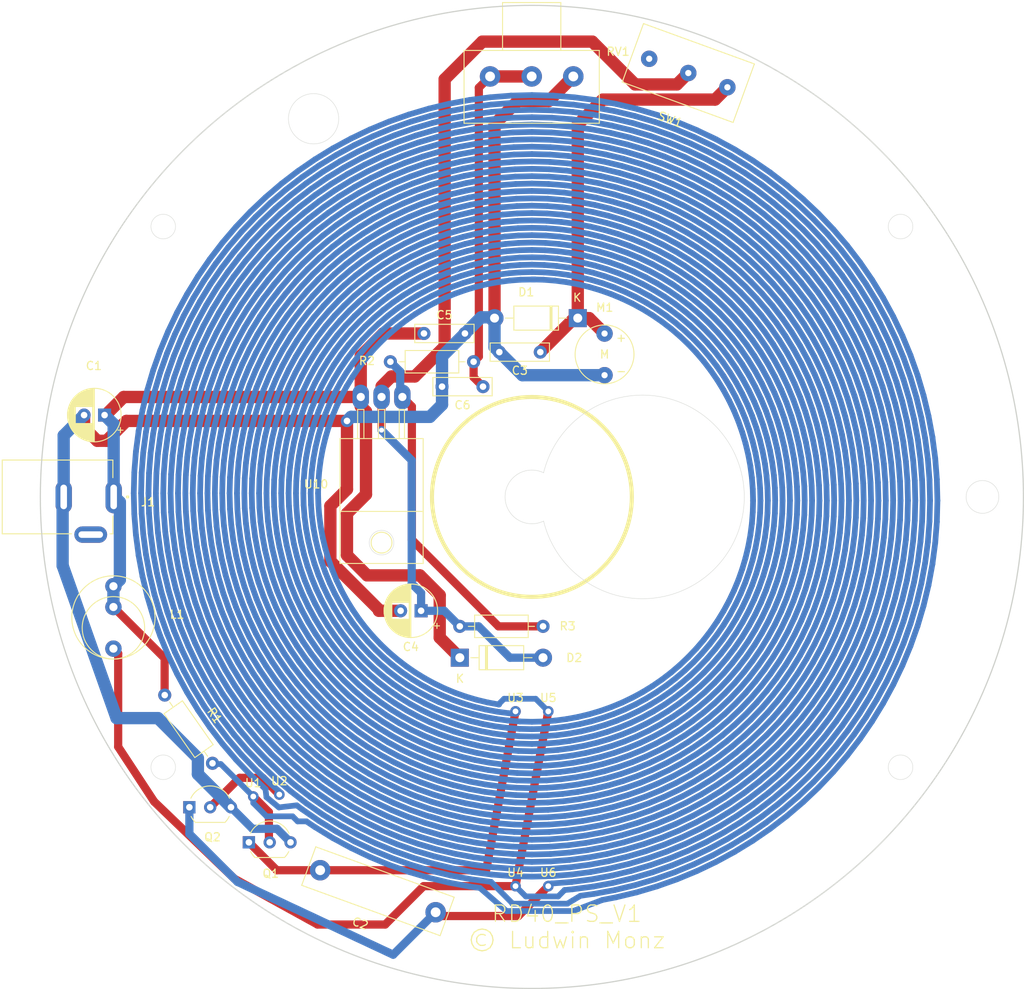
<source format=kicad_pcb>
(kicad_pcb (version 20221018) (generator pcbnew)
  (layers (0 "F.Cu" signal) (31 "B.Cu" signal) (34 "B.Paste" user) (35 "F.Paste" user) (36 "B.SilkS" user "B.Silkscreen") (37 "F.SilkS" user "F.Silkscreen") (38 "B.Mask" user) (39 "F.Mask" user) (44 "Edge.Cuts" user))
  (net 0 "")
  (net 1 "GND")
  (net 2 "+12V")
  (net 3 "Net-(C2-Pad1)")
  (net 4 "Net-(C3-Pad1)")
  (net 5 "Net-(C4-Pad1)")
  (net 6 "Net-(Q1-Pad2)")
  (net 7 "Net-(R2-Pad1)")
  (net 8 "Net-(C6-Pad1)")
  (footprint "Package_TO_SOT_THT:TO-92_Inline_Wide" (layer "F.Cu") (at -41.81 37.88)
    (fp_text reference "Q2")
    (fp_text value "BC337")
  )
  (footprint "Capacitor_THT:CP_Radial_D6.3mm_P2.50mm" (layer "F.Cu") (at -52.16 -9.99 180)
    (fp_text reference "C1")
    (fp_text value "100µ")
  )
  (footprint "my_footprints:MKP10_630V" (layer "F.Cu") (at -18.796 48.133 -20)
    (fp_text reference "C2")
    (fp_text value "33nF")
  )
  (footprint "my_footprints:GRAVITECH_CON-SOCJ-2155" (layer "F.Cu") (at -57.15 0)
    (fp_text reference "J1")
    (fp_text value "Barrel_Jack_Switch_Pin3Ring")
  )
  (footprint "my_footprints:L_vertical12" (layer "F.Cu") (at -51.08 14.71 -90)
    (fp_text reference "L1")
    (fp_text value "330µH")
  )
  (footprint "my_footprints:motor" (layer "F.Cu") (at 8.87 -22.48)
    (fp_text reference "M1")
    (fp_text value "Motor_DC")
  )
  (footprint "Resistor_THT:R_Axial_DIN0207_L6.3mm_D2.5mm_P10.16mm_Horizontal" (layer "F.Cu") (at -17.275 -16.5)
    (fp_text reference "R2")
    (fp_text value "100")
  )
  (footprint "Resistor_THT:R_Axial_DIN0207_L6.3mm_D2.5mm_P10.16mm_Horizontal" (layer "F.Cu") (at -8.8 15.8)
    (fp_text reference "R3")
    (fp_text value "270")
  )
  (footprint "my_footprints:Poti_10mm" (layer "F.Cu") (at -0.025 -51.325 180)
    (fp_text reference "RV1")
    (fp_text value "1k")
  )
  (footprint "my_footprints:Switch1" (layer "F.Cu") (at 20.828 -56.515 -20)
    (fp_text reference "SW1")
    (fp_text value "SW_DPDT_x2")
  )
  (footprint "my_footprints:Pin_2mm" (layer "F.Cu") (at -30.83 36.33)
    (fp_text reference "U2")
    (fp_text value "Pin-Connector")
  )
  (footprint "my_footprints:Pin_2mm" (layer "F.Cu") (at -2 26.1758)
    (fp_text reference "U3")
    (fp_text value "Pin-Connector")
  )
  (footprint "my_footprints:Pin_2mm" (layer "F.Cu") (at -2 47.5081)
    (fp_text reference "U4")
    (fp_text value "Pin-Connector")
  )
  (footprint "my_footprints:Pin_2mm" (layer "F.Cu") (at 2 26.1758)
    (fp_text reference "U5")
    (fp_text value "Pin-Connector")
  )
  (footprint "my_footprints:Pin_2mm" (layer "F.Cu") (at 2 47.5081)
    (fp_text reference "U6")
    (fp_text value "Pin-Connector")
  )
  (footprint "my_footprints:Pin_2mm" (layer "F.Cu") (at -34.01 36.57)
    (fp_text reference "U1")
    (fp_text value "Pin-Connector")
  )
  (footprint "Package_TO_SOT_THT:TO-92_Inline_Wide" (layer "F.Cu") (at -34.544 42.164)
    (fp_text reference "Q1")
    (fp_text value "BC337")
  )
  (footprint "Diode_THT:D_DO-41_SOD81_P10.16mm_Horizontal" (layer "F.Cu") (at 5.6 -21.825 180)
    (fp_text reference "D1")
    (fp_text value "1N4001")
  )
  (footprint "Capacitor_THT:C_Rect_L7.0mm_W2.0mm_P5.00mm" (layer "F.Cu") (at 1.025 -17.675 180)
    (fp_text reference "C3")
    (fp_text value "100nF")
  )
  (footprint "Resistor_THT:R_Axial_DIN0207_L6.3mm_D2.5mm_P10.16mm_Horizontal" (layer "F.Cu") (at -38.989 32.512 125)
    (fp_text reference "R1")
    (fp_text value "2k2")
  )
  (footprint "Capacitor_THT:CP_Radial_D6.3mm_P2.50mm" (layer "F.Cu") (at -13.525 13.9 180)
    (fp_text reference "C4")
    (fp_text value "100µ")
  )
  (footprint "Diode_THT:D_DO-41_SOD81_P10.16mm_Horizontal" (layer "F.Cu") (at -8.8 19.625)
    (fp_text reference "D2")
    (fp_text value "1N4001")
  )
  (footprint "my_footprints:TO220_horizontal" (layer "F.Cu") (at -18.35 -12.2 90)
    (fp_text reference "U10")
    (fp_text value "LM317_TO-220")
  )
  (footprint "Capacitor_THT:C_Rect_L7.0mm_W2.0mm_P5.00mm" (layer "F.Cu") (at -13.175 -19.95)
    (fp_text reference "C5")
    (fp_text value "100nF")
  )
  (footprint "Capacitor_THT:C_Rect_L7.0mm_W2.0mm_P5.00mm" (layer "F.Cu") (at -5.969 -13.462 180)
    (fp_text reference "C6")
    (fp_text value "100nF")
  )
  (gr_circle (center 0 0) (end 12.2 0) (stroke (width 0.5)) (fill none) (layer "F.SilkS"))
  (gr_arc (start 1.428679 -2.947101) (mid 25.925868 -0.000177) (end 1.428763 2.947444) (stroke (width 0.05)) (layer "Edge.Cuts"))
  (gr_circle (center 0 0) (end 60 0) (stroke (width 0.15)) (fill none) (layer "Edge.Cuts"))
  (gr_circle (center 55 0) (end 57 0) (stroke (width 0.05)) (fill none) (layer "Edge.Cuts"))
  (gr_circle (center -45 -33) (end -43.5 -33) (stroke (width 0.05)) (fill none) (layer "Edge.Cuts"))
  (gr_arc (start 1.428762 2.947445) (mid -3.275484 -0.000844) (end 1.43028 -2.946709) (stroke (width 0.05)) (layer "Edge.Cuts"))
  (gr_circle (center -45 33) (end -43.5 33) (stroke (width 0.05)) (fill none) (layer "Edge.Cuts"))
  (gr_circle (center 45 33) (end 46.5 33) (stroke (width 0.05)) (fill none) (layer "Edge.Cuts"))
  (gr_circle (center 45 -33) (end 46.5 -33) (stroke (width 0.05)) (fill none) (layer "Edge.Cuts"))
  (gr_circle (center -18.35 5.58) (end -16.85 5.58) (stroke (width 0.05)) (fill none) (layer "Edge.Cuts"))
  (gr_circle (center -26.65 -46.16) (end -23.581108 -46.16) (stroke (width 0.05)) (fill none) (layer "Edge.Cuts"))
  (gr_text "RD40_PS_V1\n© Ludwin Monz" (at 4.26 52.5) (layer "F.SilkS") (effects (font (size 2 2))))
  (segment (start -22.57001 -9.275) (end -22.57001 -9.275) (width 1.5) (layer "F.Cu") (net 1))
  (segment (start -1.725 -48.325) (end -4.56 -45.49) (width 1.5) (layer "F.Cu") (net 1))
  (segment (start 8.615 -14.605) (end 8.87 -14.86) (width 0.25) (layer "F.Cu") (net 1))
  (segment (start -54.66 -8.46) (end -53.05 -6.85) (width 1.5) (layer "F.Cu") (net 1))
  (segment (start -51.925 -6.85) (end -49.5 -9.275) (width 1.5) (layer "F.Cu") (net 1))
  (segment (start -18.675 13.765) (end -24.6 7.84) (width 1.5) (layer "F.Cu") (net 1))
  (segment (start 5.055 -51.325) (end 2.055 -48.325) (width 1.5) (layer "F.Cu") (net 1))
  (segment (start -54.66 -9.99) (end -54.66 -8.46) (width 1.5) (layer "F.Cu") (net 1))
  (segment (start -49.5 -9.275) (end -22.57001 -9.275) (width 1.5) (layer "F.Cu") (net 1))
  (segment (start -24.6 1.1) (end -22.57001 -0.92999) (width 1.5) (layer "F.Cu") (net 1))
  (segment (start 2.055 -48.325) (end -1.725 -48.325) (width 1.5) (layer "F.Cu") (net 1))
  (segment (start -4.56 -45.49) (end -4.56 -21.825) (width 1.5) (layer "F.Cu") (net 1))
  (segment (start -22.57001 -0.92999) (end -22.57001 -9.275) (width 1.5) (layer "F.Cu") (net 1))
  (segment (start -53.05 -6.85) (end -51.925 -6.85) (width 1.5) (layer "F.Cu") (net 1))
  (segment (start -16.025 13.9) (end -18.675 13.9) (width 1.5) (layer "F.Cu") (net 1))
  (segment (start -24.6 7.84) (end -24.6 1.1) (width 1.5) (layer "F.Cu") (net 1))
  (segment (start -18.675 13.9) (end -18.675 13.765) (width 1.5) (layer "F.Cu") (net 1))
  (via (at -22.57001 -9.275) (size 1.5) (drill 0.8) (layers "F.Cu" "B.Cu") (net 1))
  (segment (start -10.969 -13.462) (end -10.969 -11.256) (width 1.5) (layer "B.Cu") (net 1))
  (segment (start -57.15 -7.5) (end -54.66 -9.99) (width 1.5) (layer "B.Cu") (net 1))
  (segment (start -4.56 -21.825) (end -4.56 -18.26) (width 1.5) (layer "B.Cu") (net 1))
  (segment (start -34.097 40.513) (end -36.73 37.88) (width 1) (layer "B.Cu") (net 1))
  (segment (start -45.644 27) (end -40.767 31.877) (width 1.5) (layer "B.Cu") (net 1))
  (segment (start -29.464 42.164) (end -31.115 40.513) (width 1) (layer "B.Cu") (net 1))
  (segment (start -10.969 -11.256) (end -12.45501 -9.76999) (width 1.5) (layer "B.Cu") (net 1))
  (segment (start -57.28 8.379) (end -50.7 27) (width 1.5) (layer "B.Cu") (net 1))
  (segment (start -57.15 0) (end -57.15 -7.5) (width 1.5) (layer "B.Cu") (net 1))
  (segment (start -31.115 40.513) (end -34.097 40.513) (width 1) (layer "B.Cu") (net 1))
  (segment (start -12.45501 -9.76999) (end -22.07502 -9.76999) (width 1.5) (layer "B.Cu") (net 1))
  (segment (start -36.73 37.88) (end -40.767 33.843) (width 1.5) (layer "B.Cu") (net 1))
  (segment (start -1.16 -14.86) (end 8.87 -14.86) (width 1.5) (layer "B.Cu") (net 1))
  (segment (start -10.969 -17.156) (end -8.175 -19.95) (width 1.5) (layer "B.Cu") (net 1))
  (segment (start -4.56 -18.26) (end -3.975 -17.675) (width 1.5) (layer "B.Cu") (net 1))
  (segment (start -4.66 -21.925) (end -4.56 -21.825) (width 1.5) (layer "B.Cu") (net 1))
  (segment (start -22.07502 -9.76999) (end -22.57001 -9.275) (width 1.5) (layer "B.Cu") (net 1))
  (segment (start -8.175 -19.95) (end -6.2 -21.925) (width 1.5) (layer "B.Cu") (net 1))
  (segment (start -57.28 0.13) (end -57.15 0) (width 0.25) (layer "B.Cu") (net 1))
  (segment (start -3.975 -17.675) (end -1.16 -14.86) (width 1.5) (layer "B.Cu") (net 1))
  (segment (start -10.969 -13.462) (end -10.969 -17.156) (width 1.5) (layer "B.Cu") (net 1))
  (segment (start -40.767 31.877) (end -40.767 32.004) (width 0.25) (layer "B.Cu") (net 1))
  (segment (start -57.28 8.379) (end -57.28 0.13) (width 1.5) (layer "B.Cu") (net 1))
  (segment (start -50.7 27) (end -45.644 27) (width 1.5) (layer "B.Cu") (net 1))
  (segment (start -6.2 -21.925) (end -4.66 -21.925) (width 1.5) (layer "B.Cu") (net 1))
  (segment (start -40.767 33.843) (end -40.767 32.004) (width 1.5) (layer "B.Cu") (net 1))
  (segment (start -20.115 9.575) (end -22.57 7.12) (width 1.5) (layer "F.Cu") (net 2))
  (segment (start -8.8 19.625) (end -11.25 17.175) (width 1.5) (layer "F.Cu") (net 2))
  (segment (start -20.89 -11.065) (end -20.89 -12.2) (width 1.5) (layer "F.Cu") (net 2))
  (segment (start -13.675 9.575) (end -20.115 9.575) (width 1.5) (layer "F.Cu") (net 2))
  (segment (start -20.89 -12.2) (end -20.89 -17.21) (width 1.5) (layer "F.Cu") (net 2))
  (segment (start -20.25 -0.3) (end -20.25 -10.425) (width 1.5) (layer "F.Cu") (net 2))
  (segment (start -51.08 13.44) (end -44.831 19.689) (width 1) (layer "F.Cu") (net 2))
  (segment (start -22.57 7.12) (end -22.57 2.02) (width 1.5) (layer "F.Cu") (net 2))
  (segment (start -11.25 12) (end -13.675 9.575) (width 1.5) (layer "F.Cu") (net 2))
  (segment (start -44.831 19.689) (end -44.831 24.174952) (width 1) (layer "F.Cu") (net 2))
  (segment (start -11.25 17.175) (end -11.25 12) (width 1.5) (layer "F.Cu") (net 2))
  (segment (start -44.831 24.174952) (end -44.816537 24.189415) (width 0.25) (layer "F.Cu") (net 2))
  (segment (start -22.57 2.02) (end -20.25 -0.3) (width 1.5) (layer "F.Cu") (net 2))
  (segment (start -18.15 -19.95) (end -13.175 -19.95) (width 1.5) (layer "F.Cu") (net 2))
  (segment (start -52.16 -9.99) (end -52.035 -9.99) (width 1.5) (layer "F.Cu") (net 2))
  (segment (start -49.825 -12.2) (end -20.89 -12.2) (width 1.5) (layer "F.Cu") (net 2))
  (segment (start -52.035 -9.99) (end -49.825 -12.2) (width 1.5) (layer "F.Cu") (net 2))
  (segment (start -20.25 -10.425) (end -20.89 -11.065) (width 1.5) (layer "F.Cu") (net 2))
  (segment (start -20.89 -17.21) (end -18.15 -19.95) (width 1.5) (layer "F.Cu") (net 2))
  (segment (start -51.05 0) (end -51.05 -8.88) (width 1.5) (layer "B.Cu") (net 2))
  (segment (start -50.292 0.635) (end -50.292 10.112) (width 1.5) (layer "B.Cu") (net 2))
  (segment (start -50.292 10.112) (end -51.08 10.9) (width 1.5) (layer "B.Cu") (net 2))
  (segment (start -51.08 10.9) (end -51.08 13.44) (width 1.5) (layer "B.Cu") (net 2))
  (segment (start -51.05 -8.88) (end -52.16 -9.99) (width 1.5) (layer "B.Cu") (net 2))
  (segment (start -51.05 0) (end -50.927 0) (width 0.25) (layer "B.Cu") (net 2))
  (segment (start -50.927 0) (end -50.292 0.635) (width 1.5) (layer "B.Cu") (net 2))
  (segment (start -46.1 37.2) (end -36.32 46.6) (width 1) (layer "F.Cu") (net 3))
  (segment (start -17.907 52.197) (end -26.162 52.197) (width 1) (layer "F.Cu") (net 3))
  (segment (start 2 47.5081) (end -1.651 51.1591) (width 1) (layer "F.Cu") (net 3))
  (segment (start -2 26.1758) (end -5.564463 45.489537) (width 1) (layer "F.Cu") (net 3))
  (segment (start -50.5 19.1) (end -51.08 18.52) (width 1) (layer "F.Cu") (net 3))
  (segment (start -11.287356 51.1591) (end -11.748305 50.698151) (width 1) (layer "F.Cu") (net 3))
  (segment (start -50.5 30.5) (end -46.1 37.2) (width 1) (layer "F.Cu") (net 3))
  (segment (start -34.544 42.164) (end -31.140151 45.567849) (width 1) (layer "F.Cu") (net 3))
  (segment (start -1.651 51.1591) (end -11.287356 51.1591) (width 1) (layer "F.Cu") (net 3))
  (segment (start -13.2181 47.5081) (end -17.907 52.197) (width 1) (layer "F.Cu") (net 3))
  (segment (start 2 26.1758) (end -2 47.5081) (width 1) (layer "F.Cu") (net 3))
  (segment (start -50.5 30.5) (end -50.5 19.1) (width 1) (layer "F.Cu") (net 3))
  (segment (start -36.32 46.6) (end -26.162 52.197) (width 1) (layer "F.Cu") (net 3))
  (segment (start -2 47.5081) (end -13.2181 47.5081) (width 1) (layer "F.Cu") (net 3))
  (segment (start -31.140151 45.567849) (end -25.843695 45.567849) (width 1) (layer "F.Cu") (net 3))
  (segment (start -25.843695 45.567849) (end -5.642775 45.567849) (width 1) (layer "F.Cu") (net 3))
  (segment (start 17.1 -29.168069) (end 18.626655 -28.232533) (width 0.7) (layer "B.Cu") (net 3))
  (segment (start -24.162109 -14.4) (end -23.398909 -15.645429) (width 0.7) (layer "B.Cu") (net 3))
  (segment (start -27.09979 29.647365) (end -28.637825 28.187825) (width 0.7) (layer "B.Cu") (net 3))
  (segment (start 30.223263 -4.336895) (end 30.43237 -2.748571) (width 0.7) (layer "B.Cu") (net 3))
  (segment (start 9.998466 26.496894) (end 8.621574 26.984477) (width 0.7) (layer "B.Cu") (net 3))
  (segment (start -15.685604 -24.603712) (end -14.4 -25.391532) (width 0.7) (layer "B.Cu") (net 3))
  (segment (start -11.849168 22.805301) (end -13.050017 22.153293) (width 0.7) (layer "B.Cu") (net 3))
  (segment (start 28.637825 29.087825) (end 27.09979 30.547365) (width 0.7) (layer "B.Cu") (net 3))
  (segment (start 13.86884 36.579563) (end 11.958958 37.255887) (width 0.7) (layer "B.Cu") (net 3))
  (segment (start 28.059223 -15.75) (end 28.868611 -14.259292) (width 0.7) (layer "B.Cu") (net 3))
  (segment (start -0.7401 48.768) (end 3.206142 48.768) (width 0.7) (layer "B.Cu") (net 3))
  (segment (start -44.039562 1.858016) (end -44.1 -0.45) (width 0.7) (layer "B.Cu") (net 3))
  (segment (start -40.444496 -2.569606) (end -40.278137 -4.683403) (width 0.7) (layer "B.Cu") (net 3))
  (segment (start -23.398909 14.745429) (end -24.162109 13.5) (width 0.7) (layer "B.Cu") (net 3))
  (segment (start -26.212151 -19.494242) (end -25.179529 -20.839981) (width 0.7) (layer "B.Cu") (net 3))
  (segment (start -4.891932 -46.993625) (end -2.449323 -47.185862) (width 0.7) (layer "B.Cu") (net 3))
  (segment (start -11.646857 -43.916662) (end -9.356026 -44.466642) (width 0.7) (layer "B.Cu") (net 3))
  (segment (start 31.295997 8.835737) (end 30.814231 10.462151) (width 0.7) (layer "B.Cu") (net 3))
  (segment (start 21.001071 21.451071) (end 19.873179 22.521401) (width 0.7) (layer "B.Cu") (net 3))
  (segment (start 6.174977 -28.600984) (end 7.686926 -28.237997) (width 0.7) (layer "B.Cu") (net 3))
  (segment (start 18.668744 21.183741) (end 17.558039 22.132372) (width 0.7) (layer "B.Cu") (net 3))
  (segment (start 10.016297 37.831329) (end 8.046182 38.304312) (width 0.7) (layer "B.Cu") (net 3))
  (segment (start -39.383067 3.689327) (end -39.54573 1.622504) (width 0.7) (layer "B.Cu") (net 3))
  (segment (start 40.278137 4.683403) (end 40.001378 6.785596) (width 0.7) (layer "B.Cu") (net 3))
  (segment (start 5.772432 36.8957) (end 3.8571 37.147858) (width 0.7) (layer "B.Cu") (net 3))
  (segment (start -25.660988 -13.524926) (end -24.941532 -14.85) (width 0.7) (layer "B.Cu") (net 3))
  (segment (start 39.119996 -10.032171) (end 39.614978 -7.970423) (width 0.7) (layer "B.Cu") (net 3))
  (segment (start -13.223777 33.999118) (end -15.008582 33.259827) (width 0.7) (layer "B.Cu") (net 3))
  (segment (start 6.757969 43.118136) (end 4.51563 43.413346) (width 0.7) (layer "B.Cu") (net 3))
  (segment (start -31.956337 -18.9) (end -30.946944 -20.54718) (width 0.7) (layer "B.Cu") (net 3))
  (segment (start 34.481952 -17.119432) (end 35.354209 -15.290708) (width 0.7) (layer "B.Cu") (net 3))
  (segment (start 34.012649 -3.124873) (end 34.15313 -1.33989) (width 0.7) (layer "B.Cu") (net 3))
  (segment (start -40.001378 5.885596) (end -40.278137 3.783403) (width 0.7) (layer "B.Cu") (net 3))
  (segment (start -23.398909 -15.645429) (end -22.571574 -16.849209) (width 0.7) (layer "B.Cu") (net 3))
  (segment (start 28.906442 -31.653856) (end 30.547013 -30.097013) (width 0.7) (layer "B.Cu") (net 3))
  (segment (start -31.243255 13.460393) (end -31.928451 11.806184) (width 0.7) (layer "B.Cu") (net 3))
  (segment (start 35.950663 -1.434094) (end 36 0.45) (width 0.7) (layer "B.Cu") (net 3))
  (segment (start 32.355597 2.145685) (end 32.222509 3.836722) (width 0.7) (layer "B.Cu") (net 3))
  (segment (start 24.077892 -21.229832) (end 25.179529 -19.939981) (width 0.7) (layer "B.Cu") (net 3))
  (segment (start 31.435026 28.754225) (end 29.910617 30.360617) (width 0.7) (layer "B.Cu") (net 3))
  (segment (start -24.690919 26.972044) (end -26.09224 25.64224) (width 0.7) (layer "B.Cu") (net 3))
  (segment (start -6.736339 31.241982) (end -8.385737 30.845997) (width 0.7) (layer "B.Cu") (net 3))
  (segment (start -13.074926 25.210988) (end -14.4 24.491532) (width 0.7) (layer "B.Cu") (net 3))
  (segment (start -24.077892 -22.129832) (end -22.91026 -23.36026) (width 0.7) (layer "B.Cu") (net 3))
  (segment (start -17.55 29.947492) (end -19.11683 28.987337) (width 0.7) (layer "B.Cu") (net 3))
  (segment (start -44.335995 -12.329794) (end -43.653494 -14.63388) (width 0.7) (layer "B.Cu") (net 3))
  (segment (start -29.7 -0.45) (end -29.659297 -2.004378) (width 0.7) (layer "B.Cu") (net 3))
  (segment (start -1.648583 -31.90683) (end 0 -31.95) (width 0.7) (layer "B.Cu") (net 3))
  (segment (start 30.097365 27.54979) (end 28.637825 29.087825) (width 0.7) (layer "B.Cu") (net 3))
  (segment (start 28.759705 26.345354) (end 27.365032 27.815032) (width 0.7) (layer "B.Cu") (net 3))
  (segment (start 38.494979 -24.548932) (end 39.750566 -22.5) (width 0.7) (layer "B.Cu") (net 3))
  (segment (start -6.476387 40.440297) (end -8.607544 40.045311) (width 0.7) (layer "B.Cu") (net 3))
  (segment (start -24.863316 -34.671419) (end -23.038231 -35.925765) (width 0.7) (layer "B.Cu") (net 3))
  (segment (start 33.3 0.45) (end 33.254364 2.192787) (width 0.7) (layer "B.Cu") (net 3))
  (segment (start 19.401338 -43.126118) (end 21.655347 -42.051011) (width 0.7) (layer "B.Cu") (net 3))
  (segment (start -21.077614 22.959062) (end -22.273864 21.823864) (width 0.7) (layer "B.Cu") (net 3))
  (segment (start -37.334619 -6.363223) (end -36.973979 -8.309062) (width 0.7) (layer "B.Cu") (net 3))
  (segment (start -27.818664 7.003988) (end -28.170651 5.537857) (width 0.7) (layer "B.Cu") (net 3))
  (segment (start 35.475765 23.488231) (end 34.221419 25.313316) (width 0.7) (layer "B.Cu") (net 3))
  (segment (start -1.931197 -37.29943) (end 0 -37.35) (width 0.7) (layer "B.Cu") (net 3))
  (segment (start 35.55678 -5.181641) (end 35.802788 -3.313025) (width 0.7) (layer "B.Cu") (net 3))
  (segment (start -17.464332 18.946105) (end -18.455511 18.005511) (width 0.7) (layer "B.Cu") (net 3))
  (segment (start -36.4457 -6.222432) (end -36.093646 -8.121941) (width 0.7) (layer "B.Cu") (net 3))
  (segment (start 27.290318 6.250736) (end 26.949331 7.671051) (width 0.7) (layer "B.Cu") (net 3))
  (segment (start -31.315312 34.329178) (end -33.092597 32.642597) (width 0.7) (layer "B.Cu") (net 3))
  (segment (start -46.543625 4.441932) (end -46.735862 1.999323) (width 0.7) (layer "B.Cu") (net 3))
  (segment (start 11.28859 29.857783) (end 9.734035 30.40828) (width 0.7) (layer "B.Cu") (net 3))
  (segment (start 3.386722 32.672509) (end 1.695685 32.805597) (width 0.7) (layer "B.Cu") (net 3))
  (segment (start -46.8 -0.45) (end -46.735862 -2.899323) (width 0.7) (layer "B.Cu") (net 3))
  (segment (start 24.998932 38.944979) (end 22.95 40.200566) (width 0.7) (layer "B.Cu") (net 3))
  (segment (start 14.705254 23.094105) (end 13.5 23.832686) (width 0.7) (layer "B.Cu") (net 3))
  (segment (start 38.590111 28.487357) (end 37.069862 30.468583) (width 0.7) (layer "B.Cu") (net 3))
  (segment (start -17.937086 -40.737355) (end -15.804027 -41.620897) (width 0.7) (layer "B.Cu") (net 3))
  (segment (start 32.73576 19.35) (end 31.701747 21.037356) (width 0.7) (layer "B.Cu") (net 3))
  (segment (start 11.611122 -29.798006) (end 13.178267 -29.148873) (width 0.7) (layer "B.Cu") (net 3))
  (segment (start -33.608895 12.451246) (end -34.238035 10.674612) (width 0.7) (layer "B.Cu") (net 3))
  (segment (start 2.822269 27.302091) (end 1.413071 27.412997) (width 0.7) (layer "B.Cu") (net 3))
  (segment (start 29.50866 -32.322687) (end 31.183409 -30.733409) (width 0.7) (layer "B.Cu") (net 3))
  (segment (start -29.5373 -3.554495) (end -29.334344 -5.096104) (width 0.7) (layer "B.Cu") (net 3))
  (segment (start 13.349534 41.535642) (end 11.180983 42.177996) (width 0.7) (layer "B.Cu") (net 3))
  (segment (start 17.094151 44.981786) (end 14.740111 45.815396) (width 0.7) (layer "B.Cu") (net 3))
  (segment (start 31.91753 -34.998008) (end 33.728993 -33.278993) (width 0.7) (layer "B.Cu") (net 3))
  (segment (start -19.11683 -29.887337) (end -17.55 -30.847492) (width 0.7) (layer "B.Cu") (net 3))
  (segment (start 13.905765 43.247543) (end 11.646857 43.916662) (width 0.7) (layer "B.Cu") (net 3))
  (segment (start -9.78336 -36.961996) (end -7.859062 -37.423979) (width 0.7) (layer "B.Cu") (net 3))
  (segment (start -18.669212 41.481737) (end -20.838164 40.447199) (width 0.7) (layer "B.Cu") (net 3))
  (segment (start -18.795207 -37.33767) (end -16.838897 -38.270782) (width 0.7) (layer "B.Cu") (net 3))
  (segment (start -40.001378 -6.785596) (end -39.614978 -8.870423) (width 0.7) (layer "B.Cu") (net 3))
  (segment (start 19.044242 26.662151) (end 17.646305 27.622926) (width 0.7) (layer "B.Cu") (net 3))
  (segment (start -9.356026 43.566642) (end -11.646857 43.016662) (width 0.7) (layer "B.Cu") (net 3))
  (segment (start 8.420423 -39.164978) (end 10.482171 -38.669996) (width 0.7) (layer "B.Cu") (net 3))
  (segment (start -7.919863 29.10733) (end -9.45592 28.652329) (width 0.7) (layer "B.Cu") (net 3))
  (segment (start 31.45683 -1.198583) (end 31.5 0.45) (width 0.7) (layer "B.Cu") (net 3))
  (segment (start -26.620253 -33.323274) (end -24.863316 -34.671419) (width 0.7) (layer "B.Cu") (net 3))
  (segment (start -1.742787 -33.704364) (end 0 -33.75) (width 0.7) (layer "B.Cu") (net 3))
  (segment (start -3.01042 -29.092231) (end -1.507276 -29.210531) (width 0.7) (layer "B.Cu") (net 3))
  (segment (start 29.659297 -1.104378) (end 29.7 0.45) (width 0.7) (layer "B.Cu") (net 3))
  (segment (start 26.962997 1.863071) (end 26.852091 3.272269) (width 0.7) (layer "B.Cu") (net 3))
  (segment (start -34.77333 -9.767486) (end -34.238035 -11.574612) (width 0.7) (layer "B.Cu") (net 3))
  (segment (start -27.390428 8.449689) (end -27.818664 7.003988) (width 0.7) (layer "B.Cu") (net 3))
  (segment (start -29.50866 32.322687) (end -31.183409 30.733409) (width 0.7) (layer "B.Cu") (net 3))
  (segment (start -13.349534 -41.535642) (end -11.180983 -42.177996) (width 0.7) (layer "B.Cu") (net 3))
  (segment (start 42.255976 -8.531785) (end 42.668136 -6.307969) (width 0.7) (layer "B.Cu") (net 3))
  (segment (start 26.212151 19.494242) (end 25.179529 20.839981) (width 0.7) (layer "B.Cu") (net 3))
  (segment (start 3.668949 35.357719) (end 1.836992 35.501897) (width 0.7) (layer "B.Cu") (net 3))
  (segment (start 34.449118 -12.773777) (end 35.093985 -10.952727) (width 0.7) (layer "B.Cu") (net 3))
  (segment (start 25.663319 -16.215954) (end 26.500377 -14.85) (width 0.7) (layer "B.Cu") (net 3))
  (segment (start 12.112731 45.655329) (end 9.730267 46.227308) (width 0.7) (layer "B.Cu") (net 3))
  (segment (start 37.13388 27.429343) (end 35.671 29.335806) (width 0.7) (layer "B.Cu") (net 3))
  (segment (start -28.8 -0.45) (end -28.760531 -1.957276) (width 0.7) (layer "B.Cu") (net 3))
  (segment (start -8.1528 -30.876664) (end -6.549218 -31.261649) (width 0.7) (layer "B.Cu") (net 3))
  (segment (start 36.511996 10.23336) (end 35.949936 12.130842) (width 0.7) (layer "B.Cu") (net 3))
  (segment (start 40.095294 -19.979572) (end 41.109546 -17.853149) (width 0.7) (layer "B.Cu") (net 3))
  (segment (start -3.951176 37.142928) (end -5.913223 36.884619) (width 0.7) (layer "B.Cu") (net 3))
  (segment (start -28.001429 27.551429) (end -29.428535 26.047572) (width 0.7) (layer "B.Cu") (net 3))
  (segment (start 24.508757 38.190176) (end 22.5 39.421143) (width 0.7) (layer "B.Cu") (net 3))
  (segment (start 28.687997 -7.236926) (end 29.050984 -5.724977) (width 0.7) (layer "B.Cu") (net 3))
  (segment (start 17.986229 25.20592) (end 16.665954 26.113319) (width 0.7) (layer "B.Cu") (net 3))
  (segment (start -28.776682 -13.262204) (end -28.066706 -14.750701) (width 0.7) (layer "B.Cu") (net 3))
  (segment (start 15.158964 39.940452) (end 13.071419 40.679691) (width 0.7) (layer "B.Cu") (net 3))
  (segment (start -11.680842 -36.399936) (end -9.78336 -36.961996) (width 0.7) (layer "B.Cu") (net 3))
  (segment (start 45.837096 -1.95222) (end 45.9 0.45) (width 0.7) (layer "B.Cu") (net 3))
  (segment (start 27.92773 18.58648) (end 26.940266 20.023249) (width 0.7) (layer "B.Cu") (net 3))
  (segment (start 25.489107 39.699783) (end 23.4 40.979989) (width 0.7) (layer "B.Cu") (net 3))
  (segment (start -25.878961 -21.406369) (end -24.746723 -22.732049) (width 0.7) (layer "B.Cu") (net 3))
  (segment (start -18.455511 -18.905511) (end -17.464332 -19.846105) (width 0.7) (layer "B.Cu") (net 3))
  (segment (start -19.8 33.844606) (end -21.567706 32.761354) (width 0.7) (layer "B.Cu") (net 3))
  (segment (start 37.661838 12.687073) (end 36.969785 14.641371) (width 0.7) (layer "B.Cu") (net 3))
  (segment (start -17.558039 -22.132372) (end -16.399209 -23.021574) (width 0.7) (layer "B.Cu") (net 3))
  (segment (start -7.671941 -36.543646) (end -5.772432 -36.8957) (width 0.7) (layer "B.Cu") (net 3))
  (segment (start 24.921087 31.22498) (end 23.276296 32.487073) (width 0.7) (layer "B.Cu") (net 3))
  (segment (start -13.892109 26.8148) (end -15.3 26.050377) (width 0.7) (layer "B.Cu") (net 3))
  (segment (start 32.16533 9.068674) (end 31.670182 10.740266) (width 0.7) (layer "B.Cu") (net 3))
  (segment (start 8.618674 32.61533) (end 6.923459 33.022315) (width 0.7) (layer "B.Cu") (net 3))
  (segment (start 23.528406 -35.780569) (end 25.392323 -34.499534) (width 0.7) (layer "B.Cu") (net 3))
  (segment (start -31.295997 -8.835737) (end -30.814231 -10.462151) (width 0.7) (layer "B.Cu") (net 3))
  (segment (start -3.386722 -32.672509) (end -1.695685 -32.805597) (width 0.7) (layer "B.Cu") (net 3))
  (segment (start -27.50835 37.411995) (end -29.452194 35.920431) (width 0.7) (layer "B.Cu") (net 3))
  (segment (start 26.620253 -32.423274) (end 28.304225 -30.985026) (width 0.7) (layer "B.Cu") (net 3))
  (segment (start 15.75 27.7298) (end 14.300701 28.516706) (width 0.7) (layer "B.Cu") (net 3))
  (segment (start 20.838164 -40.447199) (end 22.95 -39.300566) (width 0.7) (layer "B.Cu") (net 3))
  (segment (start -35.671 28.435806) (end -37.13388 26.529343) (width 0.7) (layer "B.Cu") (net 3))
  (segment (start -36.805887 11.508958) (end -37.381329 9.566297) (width 0.7) (layer "B.Cu") (net 3))
  (segment (start 3.292647 31.77744) (end 1.648583 31.90683) (width 0.7) (layer "B.Cu") (net 3))
  (segment (start 14.18388 44.103494) (end 11.879794 44.785995) (width 0.7) (layer "B.Cu") (net 3))
  (segment (start 20.102256 -27.218381) (end 21.522757 -26.128392) (width 0.7) (layer "B.Cu") (net 3))
  (segment (start 19.573249 27.390266) (end 18.13648 28.37773) (width 0.7) (layer "B.Cu") (net 3))
  (segment (start -35.55678 -6.081641) (end -35.213314 -7.934821) (width 0.7) (layer "B.Cu") (net 3))
  (segment (start -24.018581 36.535372) (end -25.92133 35.227649) (width 0.7) (layer "B.Cu") (net 3))
  (segment (start -18.668744 20.283741) (end -19.728279 19.278279) (width 0.7) (layer "B.Cu") (net 3))
  (segment (start -20.102256 27.218381) (end -21.522757 26.128392) (width 0.7) (layer "B.Cu") (net 3))
  (segment (start -36.129563 -14.31884) (end -35.354209 -16.190708) (width 0.7) (layer "B.Cu") (net 3))
  (segment (start -3.8571 -37.147858) (end -1.931197 -37.29943) (width 0.7) (layer "B.Cu") (net 3))
  (segment (start 24.819448 -24.369448) (end 26.084383 -23.036484) (width 0.7) (layer "B.Cu") (net 3))
  (segment (start 33.254364 -1.292787) (end 33.3 0.45) (width 0.7) (layer "B.Cu") (net 3))
  (segment (start -39.383067 -4.589327) (end -39.112458 -6.644805) (width 0.7) (layer "B.Cu") (net 3))
  (segment (start -24.746723 -22.732049) (end -23.546656 -23.996656) (width 0.7) (layer "B.Cu") (net 3))
  (segment (start 35.950663 2.334094) (end 35.802788 4.213025) (width 0.7) (layer "B.Cu") (net 3))
  (segment (start -40.529989 -23.85) (end -39.249783 -25.939107) (width 0.7) (layer "B.Cu") (net 3))
  (segment (start 30.43237 -2.748571) (end 30.558064 -1.15148) (width 0.7) (layer "B.Cu") (net 3))
  (segment (start 4.327478 -40.723206) (end 6.476387 -40.440297) (width 0.7) (layer "B.Cu") (net 3))
  (segment (start 29.852727 -21.239276) (end 30.946944 -19.64718) (width 0.7) (layer "B.Cu") (net 3))
  (segment (start 2.025402 39.096963) (end 0 39.15) (width 0.7) (layer "B.Cu") (net 3))
  (segment (start 25.455844 25.905844) (end 24.088702 27.203214) (width 0.7) (layer "B.Cu") (net 3))
  (segment (start 16.472834 37.448591) (end 14.513902 38.260007) (width 0.7) (layer "B.Cu") (net 3))
  (segment (start -4.364522 27.106505) (end -5.800736 26.840318) (width 0.7) (layer "B.Cu") (net 3))
  (segment (start -36.511996 -10.23336) (end -35.949936 -12.130842) (width 0.7) (layer "B.Cu") (net 3))
  (segment (start -31.701747 -21.037356) (end -30.580842 -22.668283) (width 0.7) (layer "B.Cu") (net 3))
  (segment (start 36.969785 14.641371) (end 36.1764 16.556771) (width 0.7) (layer "B.Cu") (net 3))
  (segment (start -27.365032 -27.815032) (end -25.895354 -29.209705) (width 0.7) (layer "B.Cu") (net 3))
  (segment (start 17.978024 -34.833858) (end 19.8 -33.844606) (width 0.7) (layer "B.Cu") (net 3))
  (segment (start -2.449323 46.285862) (end -4.891932 46.093625) (width 0.7) (layer "B.Cu") (net 3))
  (segment (start -19.396105 17.014332) (end -20.283536 15.975284) (width 0.7) (layer "B.Cu") (net 3))
  (segment (start -42.963346 -4.96563) (end -42.668136 -7.207969) (width 0.7) (layer "B.Cu") (net 3))
  (segment (start 36.4457 -5.322432) (end 36.697858 -3.4071) (width 0.7) (layer "B.Cu") (net 3))
  (segment (start -14.276456 31.615446) (end -15.935067 30.824329) (width 0.7) (layer "B.Cu") (net 3))
  (segment (start 32.001102 -4.618477) (end 32.222509 -2.936722) (width 0.7) (layer "B.Cu") (net 3))
  (segment (start 26.497572 -28.978535) (end 28.001429 -27.551429) (width 0.7) (layer "B.Cu") (net 3))
  (segment (start 39.490452 15.608964) (end 38.642973 17.65496) (width 0.7) (layer "B.Cu") (net 3))
  (segment (start -21.689276 -30.302727) (end -20.09718 -31.396944) (width 0.7) (layer "B.Cu") (net 3))
  (segment (start -19.035275 -43.203927) (end -16.77162 -44.141564) (width 0.7) (layer "B.Cu") (net 3))
  (segment (start 35.55678 6.081641) (end 35.213314 7.934821) (width 0.7) (layer "B.Cu") (net 3))
  (segment (start -34.971568 27.869418) (end -36.405765 26.000336) (width 0.7) (layer "B.Cu") (net 3))
  (segment (start -27.668381 -20.552256) (end -26.578392 -21.972757) (width 0.7) (layer "B.Cu") (net 3))
  (segment (start 32.765188 -23.355303) (end 33.966158 -21.607881) (width 0.7) (layer "B.Cu") (net 3))
  (segment (start -27.172926 17.196305) (end -28.059223 15.75) (width 0.7) (layer "B.Cu") (net 3))
  (segment (start 27.861764 1.910173) (end 27.747161 3.366344) (width 0.7) (layer "B.Cu") (net 3))
  (segment (start -22.057881 33.516158) (end -23.805303 32.315188) (width 0.7) (layer "B.Cu") (net 3))
  (segment (start 5.209268 -32.440022) (end 6.923459 -32.122315) (width 0.7) (layer "B.Cu") (net 3))
  (segment (start 6.923459 -32.122315) (end 8.618674 -31.71533) (width 0.7) (layer "B.Cu") (net 3))
  (segment (start -40.858662 10.498046) (end -41.375644 8.344665) (width 0.7) (layer "B.Cu") (net 3))
  (segment (start 45.205329 -11.662731) (end 45.777308 -9.280267) (width 0.7) (layer "B.Cu") (net 3))
  (segment (start 11.124612 34.688035) (end 9.317486 35.22333) (width 0.7) (layer "B.Cu") (net 3))
  (segment (start 37.820782 17.288897) (end 36.88767 19.245207) (width 0.7) (layer "B.Cu") (net 3))
  (segment (start 10.320997 27.337116) (end 8.899689 27.840428) (width 0.7) (layer "B.Cu") (net 3))
  (segment (start -11.849168 -23.705301) (end -10.61584 -24.293568) (width 0.7) (layer "B.Cu") (net 3))
  (segment (start -42.255976 8.531785) (end -42.668136 6.307969) (width 0.7) (layer "B.Cu") (net 3))
  (segment (start 7.461924 47.562734) (end 4.986008 47.888694) (width 0.7) (layer "B.Cu") (net 3))
  (segment (start -33.382084 -11.296497) (end -32.768673 -13.028715) (width 0.7) (layer "B.Cu") (net 3))
  (segment (start -24.75592 -18.436229) (end -23.780666 -19.707204) (width 0.7) (layer "B.Cu") (net 3))
  (segment (start 12.901246 -33.158895) (end 14.642519 -32.437636) (width 0.7) (layer "B.Cu") (net 3))
  (segment (start -31.183409 -31.633409) (end -29.50866 -33.222687) (width 0.7) (layer "B.Cu") (net 3))
  (segment (start 14.300701 -27.616706) (end 15.75 -26.8298) (width 0.7) (layer "B.Cu") (net 3))
  (segment (start 17.457222 24.477805) (end 16.175779 25.358516) (width 0.7) (layer "B.Cu") (net 3))
  (segment (start -23.299689 -17.378215) (end -22.381804 -18.574427) (width 0.7) (layer "B.Cu") (net 3))
  (segment (start -5.987857 -28.620651) (end -4.505313 -28.895424) (width 0.7) (layer "B.Cu") (net 3))
  (segment (start 26.079997 7.438114) (end 25.678526 8.793459) (width 0.7) (layer "B.Cu") (net 3))
  (segment (start -4.421554 41.618276) (end -6.617178 41.329217) (width 0.7) (layer "B.Cu") (net 3))
  (segment (start 34.272137 28.203029) (end 32.772687 29.95866) (width 0.7) (layer "B.Cu") (net 3))
  (segment (start 0 27.45) (end -1.460173 27.411764) (width 0.7) (layer "B.Cu") (net 3))
  (segment (start -36.230569 23.078406) (end -37.412297 21.15) (width 0.7) (layer "B.Cu") (net 3))
  (segment (start 44.509445 14.911995) (end 43.691564 17.22162) (width 0.7) (layer "B.Cu") (net 3))
  (segment (start 34.238035 11.574612) (end 33.608895 13.351246) (width 0.7) (layer "B.Cu") (net 3))
  (segment (start -40.330674 15.031495) (end -41.085642 12.899534) (width 0.7) (layer "B.Cu") (net 3))
  (segment (start 36.085764 18.836615) (end 35.074029 20.7) (width 0.7) (layer "B.Cu") (net 3))
  (segment (start 19.035275 43.203927) (end 16.77162 44.141564) (width 0.7) (layer "B.Cu") (net 3))
  (segment (start -5.426502 25.079686) (end -6.755186 24.760697) (width 0.7) (layer "B.Cu") (net 3))
  (segment (start 14.705254 -22.194105) (end 15.870202 -21.393459) (width 0.7) (layer "B.Cu") (net 3))
  (segment (start 6.549218 -30.361649) (end 8.1528 -29.976664) (width 0.7) (layer "B.Cu") (net 3))
  (segment (start -34.667861 5.04085) (end -34.907719 3.218949) (width 0.7) (layer "B.Cu") (net 3))
  (segment (start -11.28859 -29.857783) (end -9.734035 -30.40828) (width 0.7) (layer "B.Cu") (net 3))
  (segment (start -31.176915 17.55) (end -32.076235 15.893658) (width 0.7) (layer "B.Cu") (net 3))
  (segment (start -37.381329 9.566297) (end -37.854312 7.596182) (width 0.7) (layer "B.Cu") (net 3))
  (segment (start -17.569432 -34.931952) (end -15.740708 -35.804209) (width 0.7) (layer "B.Cu") (net 3))
  (segment (start -39.490452 14.708964) (end -40.229691 12.621419) (width 0.7) (layer "B.Cu") (net 3))
  (segment (start -27.861764 -1.910173) (end -27.747161 -3.366344) (width 0.7) (layer "B.Cu") (net 3))
  (segment (start -25.489107 38.799783) (end -27.50835 37.411995) (width 0.7) (layer "B.Cu") (net 3))
  (segment (start 19.823592 24.930098) (end 18.515235 25.934035) (width 0.7) (layer "B.Cu") (net 3))
  (segment (start 43.858416 -4.159705) (end 44.039562 -1.858016) (width 0.7) (layer "B.Cu") (net 3))
  (segment (start -41.375644 -9.244665) (end -40.858662 -11.398046) (width 0.7) (layer "B.Cu") (net 3))
  (segment (start 4.986008 47.888694) (end 3.991433 47.982709) (width 0.7) (layer "B.Cu") (net 3))
  (segment (start 19.035275 -42.303927) (end 21.246755 -41.249105) (width 0.7) (layer "B.Cu") (net 3))
  (segment (start -29.124612 20.710269) (end -30.19214 19.157005) (width 0.7) (layer "B.Cu") (net 3))
  (segment (start -4.421554 -42.518276) (end -2.213811 -42.692029) (width 0.7) (layer "B.Cu") (net 3))
  (segment (start -11.180983 41.277996) (end -13.349534 40.635642) (width 0.7) (layer "B.Cu") (net 3))
  (segment (start -21.115371 14.891215) (end -21.889331 13.765097) (width 0.7) (layer "B.Cu") (net 3))
  (segment (start -34.221419 -25.313316) (end -32.873274 -27.070253) (width 0.7) (layer "B.Cu") (net 3))
  (segment (start 18.9 33.18576) (end 17.160841 34.130047) (width 0.7) (layer "B.Cu") (net 3))
  (segment (start 39.293388 -19.570981) (end 40.287355 -17.487086) (width 0.7) (layer "B.Cu") (net 3))
  (segment (start -42.242029 1.763811) (end -42.3 -0.45) (width 0.7) (layer "B.Cu") (net 3))
  (segment (start -38.517789 12.065188) (end -39.119996 10.032171) (width 0.7) (layer "B.Cu") (net 3))
  (segment (start 7.180342 -44.884895) (end 9.543147 -44.446975) (width 0.7) (layer "B.Cu") (net 3))
  (segment (start -29.407783 -11.73859) (end -28.776682 -13.262204) (width 0.7) (layer "B.Cu") (net 3))
  (segment (start -33.493304 23.884309) (end -34.720962 22.098056) (width 0.7) (layer "B.Cu") (net 3))
  (segment (start -23.843568 -11.06584) (end -23.255301 -12.299168) (width 0.7) (layer "B.Cu") (net 3))
  (segment (start 12.446141 28.404491) (end 10.966059 29.017561) (width 0.7) (layer "B.Cu") (net 3))
  (segment (start -5.068477 31.551102) (end -6.736339 31.241982) (width 0.7) (layer "B.Cu") (net 3))
  (segment (start 6.549218 31.261649) (end 4.927686 31.562183) (width 0.7) (layer "B.Cu") (net 3))
  (segment (start -27.556505 3.914522) (end -27.747161 2.466344) (width 0.7) (layer "B.Cu") (net 3))
  (segment (start -27.818664 -7.903988) (end -27.390428 -9.349689) (width 0.7) (layer "B.Cu") (net 3))
  (segment (start 8.618674 -31.71533) (end 10.290266 -31.220182) (width 0.7) (layer "B.Cu") (net 3))
  (segment (start 41.309412 24.3) (end 40.004586 26.429282) (width 0.7) (layer "B.Cu") (net 3))
  (segment (start -42.011119 15.676558) (end -42.797543 13.455765) (width 0.7) (layer "B.Cu") (net 3))
  (segment (start 7.453988 28.268664) (end 5.987857 28.620651) (width 0.7) (layer "B.Cu") (net 3))
  (segment (start 27.668381 -19.652256) (end 28.682533 -18.176655) (width 0.7) (layer "B.Cu") (net 3))
  (segment (start -23.038231 -35.925765) (end -21.15 -37.082875) (width 0.7) (layer "B.Cu") (net 3))
  (segment (start 8.233303 39.184645) (end 6.194805 39.562458) (width 0.7) (layer "B.Cu") (net 3))
  (segment (start 20.429572 40.545294) (end 18.303149 41.559546) (width 0.7) (layer "B.Cu") (net 3))
  (segment (start 32.456201 -32.006201) (end 34.110347 -30.263095) (width 0.7) (layer "B.Cu") (net 3))
  (segment (start -24.088702 26.303214) (end -25.455844 25.005844) (width 0.7) (layer "B.Cu") (net 3))
  (segment (start 4.797856 -45.198555) (end 7.180342 -44.884895) (width 0.7) (layer "B.Cu") (net 3))
  (segment (start -16.425284 19.833536) (end -17.464332 18.946105) (width 0.7) (layer "B.Cu") (net 3))
  (segment (start 46.735862 2.899323) (end 46.543625 5.341932) (width 0.7) (layer "B.Cu") (net 3))
  (segment (start 35.1 0.45) (end 35.051897 2.286992) (width 0.7) (layer "B.Cu") (net 3))
  (segment (start -22.655534 27.527255) (end -24.088702 26.303214) (width 0.7) (layer "B.Cu") (net 3))
  (segment (start -25.210697 -7.205186) (end -24.822608 -8.515354) (width 0.7) (layer "B.Cu") (net 3))
  (segment (start 38.494979 25.448932) (end 37.13388 27.429343) (width 0.7) (layer "B.Cu") (net 3))
  (segment (start -40.095294 -20.879572) (end -38.971143 -22.95) (width 0.7) (layer "B.Cu") (net 3))
  (segment (start 15.008582 -33.259827) (end 16.752249 -32.428141) (width 0.7) (layer "B.Cu") (net 3))
  (segment (start -20.956369 -26.328961) (end -19.573249 -27.390266) (width 0.7) (layer "B.Cu") (net 3))
  (segment (start 28.687997 8.136926) (end 28.246379 9.627805) (width 0.7) (layer "B.Cu") (net 3))
  (segment (start 23.780666 -18.807204) (end 24.75592 -17.536229) (width 0.7) (layer "B.Cu") (net 3))
  (segment (start -21.522757 -27.028392) (end -20.102256 -28.118381) (width 0.7) (layer "B.Cu") (net 3))
  (segment (start 24.863316 34.671419) (end 23.038231 35.925765) (width 0.7) (layer "B.Cu") (net 3))
  (segment (start 27.172926 -17.196305) (end 28.059223 -15.75) (width 0.7) (layer "B.Cu") (net 3))
  (segment (start 8.899689 -26.940428) (end 10.320997 -26.437116) (width 0.7) (layer "B.Cu") (net 3))
  (segment (start 35.448008 32.36753) (end 33.728993 34.178993) (width 0.7) (layer "B.Cu") (net 3))
  (segment (start 5.772432 -35.9957) (end 7.671941 -35.643646) (width 0.7) (layer "B.Cu") (net 3))
  (segment (start 28.059223 16.65) (end 27.172926 18.096305) (width 0.7) (layer "B.Cu") (net 3))
  (segment (start -26.064265 -1.81597) (end -25.957056 -3.178196) (width 0.7) (layer "B.Cu") (net 3))
  (segment (start 21.246755 -41.249105) (end 23.4 -40.079989) (width 0.7) (layer "B.Cu") (net 3))
  (segment (start -23.382665 13.049988) (end -24.057155 11.807733) (width 0.7) (layer "B.Cu") (net 3))
  (segment (start -15.526475 -30.922423) (end -13.910393 -31.693255) (width 0.7) (layer "B.Cu") (net 3))
  (segment (start 17.558039 -21.232372) (end 18.668744 -20.283741) (width 0.7) (layer "B.Cu") (net 3))
  (segment (start -28.759705 -26.345354) (end -27.365032 -27.815032) (width 0.7) (layer "B.Cu") (net 3))
  (segment (start 25.678526 8.793459) (end 25.206672 10.125935) (width 0.7) (layer "B.Cu") (net 3))
  (segment (start 5.913223 -36.884619) (end 7.859062 -36.523979) (width 0.7) (layer "B.Cu") (net 3))
  (segment (start -24.334309 33.043304) (end -26.053864 31.723843) (width 0.7) (layer "B.Cu") (net 3))
  (segment (start 13.074926 26.110988) (end 11.714015 26.760109) (width 0.7) (layer "B.Cu") (net 3))
  (segment (start 12.666335 25.309082) (end 11.347952 25.937918) (width 0.7) (layer "B.Cu") (net 3))
  (segment (start 22.057881 34.416158) (end 20.25 35.524029) (width 0.7) (layer "B.Cu") (net 3))
  (segment (start 26.310109 -11.264015) (end 26.887116 -9.870997) (width 0.7) (layer "B.Cu") (net 3))
  (segment (start -19.61239 38.041482) (end -21.6 36.962297) (width 0.7) (layer "B.Cu") (net 3))
  (segment (start 30.713095 34.560347) (end 28.885806 36.121) (width 0.7) (layer "B.Cu") (net 3))
  (segment (start 27 0.45) (end 26.962997 1.863071) (width 0.7) (layer "B.Cu") (net 3))
  (segment (start 36.88767 -18.345207) (end 37.820782 -16.388897) (width 0.7) (layer "B.Cu") (net 3))
  (segment (start 7.859062 37.423979) (end 5.913223 37.784619) (width 0.7) (layer "B.Cu") (net 3))
  (segment (start 24.334309 33.943304) (end 22.548056 35.170962) (width 0.7) (layer "B.Cu") (net 3))
  (segment (start -6.549218 30.361649) (end -8.1528 29.976664) (width 0.7) (layer "B.Cu") (net 3))
  (segment (start 32.16533 -8.168674) (end 32.572315 -6.473459) (width 0.7) (layer "B.Cu") (net 3))
  (segment (start 35.802788 4.213025) (end 35.55678 6.081641) (width 0.7) (layer "B.Cu") (net 3))
  (segment (start 23.528406 36.680569) (end 21.6 37.862297) (width 0.7) (layer "B.Cu") (net 3))
  (segment (start -4.646104 -29.784344) (end -3.104495 -29.9873) (width 0.7) (layer "B.Cu") (net 3))
  (segment (start 0 -34.65) (end 1.836992 -34.601897) (width 0.7) (layer "B.Cu") (net 3))
  (segment (start 5.800736 27.740318) (end 4.364522 28.006505) (width 0.7) (layer "B.Cu") (net 3))
  (segment (start -23.486484 -26.534383) (end -22.089146 -27.727823) (width 0.7) (layer "B.Cu") (net 3))
  (segment (start -22.747289 -31.758958) (end -21.077531 -32.906551) (width 0.7) (layer "B.Cu") (net 3))
  (segment (start 7.180342 45.784895) (end 4.797856 46.098555) (width 0.7) (layer "B.Cu") (net 3))
  (segment (start -39.465164 17.121023) (end -40.330674 15.031495) (width 0.7) (layer "B.Cu") (net 3))
  (segment (start 16.106771 36.6264) (end 14.191371 37.419785) (width 0.7) (layer "B.Cu") (net 3))
  (segment (start 30.075549 24.804699) (end 28.759705 26.345354) (width 0.7) (layer "B.Cu") (net 3))
  (segment (start -17.986229 -25.20592) (end -16.665954 -26.113319) (width 0.7) (layer "B.Cu") (net 3))
  (segment (start -26.999976 -0.45) (end -26.962974 -1.86307) (width 0.7) (layer "B.Cu") (net 3))
  (segment (start -30.580842 21.768283) (end -31.701747 20.137356) (width 0.7) (layer "B.Cu") (net 3))
  (segment (start -11.748305 50.698151) (end -16.930154 55.88) (width 1) (layer "B.Cu") (net 3))
  (segment (start 27.1323 12.530078) (end 26.462894 13.933518) (width 0.7) (layer "B.Cu") (net 3))
  (segment (start -24.508757 37.290176) (end -26.450336 35.955765) (width 0.7) (layer "B.Cu") (net 3))
  (segment (start 45.777308 -9.280267) (end 46.223814 -6.871133) (width 0.7) (layer "B.Cu") (net 3))
  (segment (start -25.455844 25.005844) (end -26.753214 23.638702) (width 0.7) (layer "B.Cu") (net 3))
  (segment (start -7.11058 -33.902648) (end -5.350059 -34.228941) (width 0.7) (layer "B.Cu") (net 3))
  (segment (start 4.223731 -26.217585) (end 5.613616 -25.959985) (width 0.7) (layer "B.Cu") (net 3))
  (segment (start -25.415553 -23.334267) (end -24.183052 -24.633052) (width 0.7) (layer "B.Cu") (net 3))
  (segment (start 21.689276 30.302727) (end 20.09718 31.396944) (width 0.7) (layer "B.Cu") (net 3))
  (segment (start -10.012151 30.364231) (end -11.611122 29.798006) (width 0.7) (layer "B.Cu") (net 3))
  (segment (start -35.283858 17.528024) (end -36.1764 15.656771) (width 0.7) (layer "B.Cu") (net 3))
  (segment (start 29.5373 -2.654495) (end 29.659297 -1.104378) (width 0.7) (layer "B.Cu") (net 3))
  (segment (start 9.084548 34.353997) (end 7.2977 34.782981) (width 0.7) (layer "B.Cu") (net 3))
  (segment (start 40.330674 -15.031495) (end 41.085642 -12.899534) (width 0.7) (layer "B.Cu") (net 3))
  (segment (start 15.685604 -23.703712) (end 16.928215 -22.849689) (width 0.7) (layer "B.Cu") (net 3))
  (segment (start 18.13648 -27.47773) (end 19.573249 -26.490266) (width 0.7) (layer "B.Cu") (net 3))
  (segment (start -16.126558 41.561119) (end -18.303149 40.659546) (width 0.7) (layer "B.Cu") (net 3))
  (segment (start -26.450336 35.955765) (end -28.319418 34.521568) (width 0.7) (layer "B.Cu") (net 3))
  (segment (start 39.614978 -7.970423) (end 40.001378 -5.885596) (width 0.7) (layer "B.Cu") (net 3))
  (segment (start -8.981785 -42.705976) (end -6.757969 -43.118136) (width 0.7) (layer "B.Cu") (net 3))
  (segment (start -20.429572 39.645294) (end -22.5 38.521143) (width 0.7) (layer "B.Cu") (net 3))
  (segment (start -26.940266 -20.023249) (end -25.878961 -21.406369) (width 0.7) (layer "B.Cu") (net 3))
  (segment (start -4.609705 -44.308416) (end -2.308016 -44.489562) (width 0.7) (layer "B.Cu") (net 3))
  (segment (start 37.748196 2.428299) (end 37.592928 4.401176) (width 0.7) (layer "B.Cu") (net 3))
  (segment (start 37.661838 -11.787073) (end 38.250663 -9.799234) (width 0.7) (layer "B.Cu") (net 3))
  (segment (start -42.851342 -16.899089) (end -41.931737 -19.119212) (width 0.7) (layer "B.Cu") (net 3))
  (segment (start -32.065446 13.826456) (end -32.768673 12.128715) (width 0.7) (layer "B.Cu") (net 3))
  (segment (start 13.5 -22.932686) (end 14.705254 -22.194105) (width 0.7) (layer "B.Cu") (net 3))
  (segment (start 38.590111 -27.587357) (end 40.004586 -25.529282) (width 0.7) (layer "B.Cu") (net 3))
  (segment (start 34.221419 -24.413316) (end 35.475765 -22.588231) (width 0.7) (layer "B.Cu") (net 3))
  (segment (start -12.793304 -39.82374) (end -10.715108 -40.439329) (width 0.7) (layer "B.Cu") (net 3))
  (segment (start -11.933653 30.638228) (end -13.54433 29.971064) (width 0.7) (layer "B.Cu") (net 3))
  (segment (start 37.334619 -5.463223) (end 37.592928 -3.501176) (width 0.7) (layer "B.Cu") (net 3))
  (segment (start -40.330674 -15.931495) (end -39.465164 -18.021023) (width 0.7) (layer "B.Cu") (net 3))
  (segment (start 32.222509 -2.936722) (end 32.355597 -1.245685) (width 0.7) (layer "B.Cu") (net 3))
  (segment (start 22.381804 18.574427) (end 21.402571 19.720961) (width 0.7) (layer "B.Cu") (net 3))
  (segment (start 17.094151 -44.081786) (end 19.401338 -43.126118) (width 0.7) (layer "B.Cu") (net 3))
  (segment (start -41.699105 20.796755) (end -42.753927 18.585275) (width 0.7) (layer "B.Cu") (net 3))
  (segment (start 7.039551 44.895975) (end 4.703781 45.203485) (width 0.7) (layer "B.Cu") (net 3))
  (segment (start 26.310109 12.164015) (end 25.660988 13.524926) (width 0.7) (layer "B.Cu") (net 3))
  (segment (start -25.895354 28.309705) (end -27.365032 26.915032) (width 0.7) (layer "B.Cu") (net 3))
  (segment (start -32.772687 29.05866) (end -34.272137 27.303029) (width 0.7) (layer "B.Cu") (net 3))
  (segment (start -34.949534 -25.842323) (end -33.572706 -27.636641) (width 0.7) (layer "B.Cu") (net 3))
  (segment (start 24.027805 -17.007222) (end 24.908516 -15.725779) (width 0.7) (layer "B.Cu") (net 3))
  (segment (start 2.916344 -27.297161) (end 4.364522 -27.106505) (width 0.7) (layer "B.Cu") (net 3))
  (segment (start 32.065446 -13.826456) (end 32.768673 -12.128715) (width 0.7) (layer "B.Cu") (net 3))
  (segment (start -25.720954 -15.3) (end -24.908516 -16.625779) (width 0.7) (layer "B.Cu") (net 3))
  (segment (start 19.873179 22.521401) (end 18.690816 23.531235) (width 0.7) (layer "B.Cu") (net 3))
  (segment (start -35.55678 5.181641) (end -35.802788 3.313025) (width 0.7) (layer "B.Cu") (net 3))
  (segment (start -30.075549 -24.804699) (end -28.759705 -26.345354) (width 0.7) (layer "B.Cu") (net 3))
  (segment (start 1.413071 -26.512997) (end 2.822269 -26.402091) (width 0.7) (layer "B.Cu") (net 3))
  (segment (start -12.578715 -33.218673) (end -10.846497 -33.832084) (width 0.7) (layer "B.Cu") (net 3))
  (segment (start -36.370431 -29.902194) (end -34.779178 -31.765312) (width 0.7) (layer "B.Cu") (net 3))
  (segment (start 32.772687 -29.05866) (end 34.272137 -27.303029) (width 0.7) (layer "B.Cu") (net 3))
  (segment (start 12.515188 -38.067789) (end 14.513902 -37.360007) (width 0.7) (layer "B.Cu") (net 3))
  (segment (start 25.179529 20.839981) (end 24.077892 22.129832) (width 0.7) (layer "B.Cu") (net 3))
  (segment (start 7.671941 36.543646) (end 5.772432 36.8957) (width 0.7) (layer "B.Cu") (net 3))
  (segment (start 16.343658 -31.626235) (end 18 -30.726915) (width 0.7) (layer "B.Cu") (net 3))
  (segment (start 36.405765 -26.000336) (end 37.740176 -24.058757) (width 0.7) (layer "B.Cu") (net 3))
  (segment (start -18.515235 25.034035) (end -19.823592 24.030098) (width 0.7) (layer "B.Cu") (net 3))
  (segment (start -16.425284 -20.733536) (end -15.341215 -21.565371) (width 0.7) (layer "B.Cu") (net 3))
  (segment (start -23.805303 32.315188) (end -25.487476 31.024411) (width 0.7) (layer "B.Cu") (net 3))
  (segment (start 40.001378 -5.885596) (end 40.278137 -3.783403) (width 0.7) (layer "B.Cu") (net 3))
  (segment (start -15.804027 40.720897) (end -17.937086 39.837355) (width 0.7) (layer "B.Cu") (net 3))
  (segment (start 29.334344 -4.196104) (end 29.5373 -2.654495) (width 0.7) (layer "B.Cu") (net 3))
  (segment (start 13.892109 27.7148) (end 12.446141 28.404491) (width 0.7) (layer "B.Cu") (net 3))
  (segment (start -26.409962 5.163611) (end -26.667562 3.773727) (width 0.7) (layer "B.Cu") (net 3))
  (segment (start -23.276296 -32.487073) (end -21.567706 -33.661354) (width 0.7) (layer "B.Cu") (net 3))
  (segment (start 33.441517 30.560877) (end 31.819805 32.269805) (width 0.7) (layer "B.Cu") (net 3))
  (segment (start -8.233303 -39.184645) (end -6.194805 -39.562458) (width 0.7) (layer "B.Cu") (net 3))
  (segment (start 17.20496 39.092973) (end 15.158964 39.940452) (width 0.7) (layer "B.Cu") (net 3))
  (segment (start 21.6 37.862297) (end 19.61239 38.941482) (width 0.7) (layer "B.Cu") (net 3))
  (segment (start 40.004586 -25.529282) (end 41.309412 -23.4) (width 0.7) (layer "B.Cu") (net 3))
  (segment (start -15.870188 -22.293439) (end -14.705241 -23.094085) (width 0.7) (layer "B.Cu") (net 3))
  (segment (start -6.988108 -26.529974) (end -5.613611 -26.859962) (width 0.7) (layer "B.Cu") (net 3))
  (segment (start 29.931317 6.812098) (end 29.55733 8.369863) (width 0.7) (layer "B.Cu") (net 3))
  (segment (start -13.86884 -36.579563) (end -11.958958 -37.255887) (width 0.7) (layer "B.Cu") (net 3))
  (segment (start -37.13388 -27.429343) (end -35.671 -29.335806) (width 0.7) (layer "B.Cu") (net 3))
  (segment (start 16.2 28.509223) (end 14.709292 29.318611) (width 0.7) (layer "B.Cu") (net 3))
  (segment (start -15.374645 34.082018) (end -17.160841 33.230047) (width 0.7) (layer "B.Cu") (net 3))
  (segment (start 10.012151 31.264231) (end 8.385737 31.745997) (width 0.7) (layer "B.Cu") (net 3))
  (segment (start 25.293137 -27.640874) (end 26.728636 -26.278636) (width 0.7) (layer "B.Cu") (net 3))
  (segment (start -2.355118 44.488329) (end -4.703781 44.303485) (width 0.7) (layer "B.Cu") (net 3))
  (segment (start -14.300701 -28.516706) (end -12.812204 -29.226682) (width 0.7) (layer "B.Cu") (net 3))
  (segment (start 4.51563 43.413346) (end 2.260913 43.590796) (width 0.7) (layer "B.Cu") (net 3))
  (segment (start -21.6 -37.862297) (end -19.61239 -38.941482) (width 0.7) (layer "B.Cu") (net 3))
  (segment (start -6.174977 -29.500984) (end -4.646104 -29.784344) (width 0.7) (layer "B.Cu") (net 3))
  (segment (start -28.059223 15.75) (end -28.868611 14.259292) (width 0.7) (layer "B.Cu") (net 3))
  (segment (start -31.32744 -3.742647) (end -31.112183 -5.377686) (width 0.7) (layer "B.Cu") (net 3))
  (segment (start -23.409062 20.627614) (end -24.480098 19.373592) (width 0.7) (layer "B.Cu") (net 3))
  (segment (start -25.179529 -20.839981) (end -24.077892 -22.129832) (width 0.7) (layer "B.Cu") (net 3))
  (segment (start 27.186641 -33.122706) (end 28.906442 -31.653856) (width 0.7) (layer "B.Cu") (net 3))
  (segment (start 2.127085 47.5081) (end 2.449323 47.185862) (width 0.7) (layer "B.Cu") (net 3))
  (segment (start 34.110347 -30.263095) (end 35.671 -28.435806) (width 0.7) (layer "B.Cu") (net 3))
  (segment (start 45.334895 7.630342) (end 44.896975 9.993147) (width 0.7) (layer "B.Cu") (net 3))
  (segment (start -34.332981 -7.7477) (end -33.903997 -9.534548) (width 0.7) (layer "B.Cu") (net 3))
  (segment (start 31.819805 -31.369805) (end 33.441517 -29.660877) (width 0.7) (layer "B.Cu") (net 3))
  (segment (start -36.985372 23.568581) (end -38.19172 21.6) (width 0.7) (layer "B.Cu") (net 3))
  (segment (start 31.928451 12.706184) (end 31.243255 14.360393) (width 0.7) (layer "B.Cu") (net 3))
  (segment (start 45.648555 -4.347856) (end 45.837096 -1.95222) (width 0.7) (layer "B.Cu") (net 3))
  (segment (start -13.349534 40.635642) (end -15.481495 39.880674) (width 0.7) (layer "B.Cu") (net 3))
  (segment (start 33.572706 -26.736641) (end 34.949534 -24.942323) (width 0.7) (layer "B.Cu") (net 3))
  (segment (start -17.569432 34.031952) (end -19.35 33.065183) (width 0.7) (layer "B.Cu") (net 3))
  (segment (start 34.332981 -6.8477) (end 34.667861 -5.04085) (width 0.7) (layer "B.Cu") (net 3))
  (segment (start -24.480098 19.373592) (end -25.484035 18.065235) (width 0.7) (layer "B.Cu") (net 3))
  (segment (start -40.495311 8.157544) (end -40.890297 6.026387) (width 0.7) (layer "B.Cu") (net 3))
  (segment (start -38.19172 21.6) (end -39.293388 19.570981) (width 0.7) (layer "B.Cu") (net 3))
  (segment (start 13.627649 42.391592) (end 11.41392 43.047329) (width 0.7) (layer "B.Cu") (net 3))
  (segment (start -9.730267 45.327308) (end -12.112731 44.755329) (width 0.7) (layer "B.Cu") (net 3))
  (segment (start 31.956337 18.9) (end 30.946944 20.54718) (width 0.7) (layer "B.Cu") (net 3))
  (segment (start 27.727339 -10.193528) (end 28.246379 -8.727805) (width 0.7) (layer "B.Cu") (net 3))
  (segment (start 20.956369 -25.428961) (end 22.282049 -24.296723) (width 0.7) (layer "B.Cu") (net 3))
  (segment (start -30.713095 33.660347) (end -32.456201 32.006201) (width 0.7) (layer "B.Cu") (net 3))
  (segment (start -1.507276 -29.210531) (end 0 -29.25) (width 0.7) (layer "B.Cu") (net 3))
  (segment (start -10.846497 -33.832084) (end -9.084548 -34.353997) (width 0.7) (layer "B.Cu") (net 3))
  (segment (start 14.740111 45.815396) (end 12.345668 46.524662) (width 0.7) (layer "B.Cu") (net 3))
  (segment (start 28.396497 -20.181262) (end 29.437337 -18.66683) (width 0.7) (layer "B.Cu") (net 3))
  (segment (start -27.977255 -23.105534) (end -26.753214 -24.538702) (width 0.7) (layer "B.Cu") (net 3))
  (segment (start -31.435026 -28.754225) (end -29.910617 -30.360617) (width 0.7) (layer "B.Cu") (net 3))
  (segment (start -33.092597 -33.542597) (end -31.315312 -35.229178) (width 0.7) (layer "B.Cu") (net 3))
  (segment (start -24.354699 29.625549) (end -25.895354 28.309705) (width 0.7) (layer "B.Cu") (net 3))
  (segment (start 35.283858 -17.528024) (end 36.1764 -15.656771) (width 0.7) (layer "B.Cu") (net 3))
  (segment (start 18.690816 -22.631235) (end 19.873179 -21.621401) (width 0.7) (layer "B.Cu") (net 3))
  (segment (start 18.515235 25.934035) (end 17.15613 26.868123) (width 0.7) (layer "B.Cu") (net 3))
  (segment (start -20.283536 15.975284) (end -21.115371 14.891215) (width 0.7) (layer "B.Cu") (net 3))
  (segment (start 40.495311 9.057544) (end 39.989329 11.165108) (width 0.7) (layer "B.Cu") (net 3))
  (segment (start -18.124427 -22.831804) (end -16.928215 -23.749689) (width 0.7) (layer "B.Cu") (net 3))
  (segment (start -4.703781 -45.203485) (end -2.355118 -45.388329) (width 0.7) (layer "B.Cu") (net 3))
  (segment (start -32.73576 -19.35) (end -31.701747 -21.037356) (width 0.7) (layer "B.Cu") (net 3))
  (segment (start 11.933653 -30.638228) (end 13.54433 -29.971064) (width 0.7) (layer "B.Cu") (net 3))
  (segment (start -24.183052 -24.633052) (end -22.884267 -25.865553) (width 0.7) (layer "B.Cu") (net 3))
  (segment (start 24.690919 -26.972044) (end 26.09224 -25.64224) (width 0.7) (layer "B.Cu") (net 3))
  (segment (start 21.655347 42.951011) (end 19.401338 44.026118) (width 0.7) (layer "B.Cu") (net 3))
  (segment (start -21.15 -37.082875) (end -19.203798 -38.139576) (width 0.7) (layer "B.Cu") (net 3))
  (segment (start -36.511996 9.33336) (end -36.973979 7.409062) (width 0.7) (layer "B.Cu") (net 3))
  (segment (start -20.838164 -41.347199) (end -18.669212 -42.381737) (width 0.7) (layer "B.Cu") (net 3))
  (segment (start 34.15313 2.23989) (end 34.012649 4.024873) (width 0.7) (layer "B.Cu") (net 3))
  (segment (start 41.173206 4.777478) (end 40.890297 6.926387) (width 0.7) (layer "B.Cu") (net 3))
  (segment (start -37.854312 -8.496182) (end -37.381329 -10.466297) (width 0.7) (layer "B.Cu") (net 3))
  (segment (start -26.578392 -21.972757) (end -25.415553 -23.334267) (width 0.7) (layer "B.Cu") (net 3))
  (segment (start 30.223263 5.236895) (end 29.931317 6.812098) (width 0.7) (layer "B.Cu") (net 3))
  (segment (start -22.571574 -16.849209) (end -21.682372 -18.008039) (width 0.7) (layer "B.Cu") (net 3))
  (segment (start 32.456201 32.906201) (end 30.713095 34.560347) (width 0.7) (layer "B.Cu") (net 3))
  (segment (start -23.255301 11.399168) (end -23.843568 10.16584) (width 0.7) (layer "B.Cu") (net 3))
  (segment (start 15.481495 40.780674) (end 13.349534 41.535642) (width 0.7) (layer "B.Cu") (net 3))
  (segment (start -18.795207 36.43767) (end -20.7 35.403452) (width 0.7) (layer "B.Cu") (net 3))
  (segment (start -23.843568 10.16584) (end -24.366481 8.903416) (width 0.7) (layer "B.Cu") (net 3))
  (segment (start 28.868611 -14.259292) (end 29.598873 -12.728267) (width 0.7) (layer "B.Cu") (net 3))
  (segment (start -30.713095 -34.560347) (end -28.885806 -36.121) (width 0.7) (layer "B.Cu") (net 3))
  (segment (start 45.365396 15.190111) (end 44.531786 17.544151) (width 0.7) (layer "B.Cu") (net 3))
  (segment (start -22.273864 -22.723864) (end -21.077614 -23.859062) (width 0.7) (layer "B.Cu") (net 3))
  (segment (start 3.8571 -36.247858) (end 5.772432 -35.9957) (width 0.7) (layer "B.Cu") (net 3))
  (segment (start 25.92133 36.127649) (end 24.018581 37.435372) (width 0.7) (layer "B.Cu") (net 3))
  (segment (start 16.838897 -37.370782) (end 18.795207 -36.43767) (width 0.7) (layer "B.Cu") (net 3))
  (segment (start -19.823592 24.030098) (end -21.077614 22.959062) (width 0.7) (layer "B.Cu") (net 3))
  (segment (start -30.426664 -8.6028) (end -29.95828 -10.184035) (width 0.7) (layer "B.Cu") (net 3))
  (segment (start -21.889331 -14.665097) (end -21.115371 -15.791215) (width 0.7) (layer "B.Cu") (net 3))
  (segment (start -28.642231 -3.46042) (end -28.445424 -4.955313) (width 0.7) (layer "B.Cu") (net 3))
  (segment (start -32.16533 8.168674) (end -32.572315 6.473459) (width 0.7) (layer "B.Cu") (net 3))
  (segment (start 19.044242 -25.762151) (end 20.389981 -24.729529) (width 0.7) (layer "B.Cu") (net 3))
  (segment (start -8.065354 24.372608) (end -9.353416 23.916481) (width 0.7) (layer "B.Cu") (net 3))
  (segment (start -17.978024 34.833858) (end -19.8 33.844606) (width 0.7) (layer "B.Cu") (net 3))
  (segment (start -20.283536 -16.875284) (end -19.396105 -17.914332) (width 0.7) (layer "B.Cu") (net 3))
  (segment (start 10.715108 40.439329) (end 8.607544 40.945311) (width 0.7) (layer "B.Cu") (net 3))
  (segment (start -5.613611 -26.859962) (end -4.223727 -27.117562) (width 0.7) (layer "B.Cu") (net 3))
  (segment (start 28.090874 25.743137) (end 26.728636 27.178636) (width 0.7) (layer "B.Cu") (net 3))
  (segment (start -20.7 -36.303452) (end -18.795207 -37.33767) (width 0.7) (layer "B.Cu") (net 3))
  (segment (start 34.971568 28.769418) (end 33.441517 30.560877) (width 0.7) (layer "B.Cu") (net 3))
  (segment (start 29.7 0.45) (end 29.659297 2.004378) (width 0.7) (layer "B.Cu") (net 3))
  (segment (start 1.695685 32.805597) (end 0 32.85) (width 0.7) (layer "B.Cu") (net 3))
  (segment (start -5.613611 25.959962) (end -6.988108 25.629974) (width 0.7) (layer "B.Cu") (net 3))
  (segment (start -18.06651 -20.514892) (end -16.991635 -21.432922) (width 0.7) (layer "B.Cu") (net 3))
  (segment (start 40.890297 -6.026387) (end 41.173206 -3.877478) (width 0.7) (layer "B.Cu") (net 3))
  (segment (start 13.910393 31.693255) (end 12.256184 32.378451) (width 0.7) (layer "B.Cu") (net 3))
  (segment (start 21.679832 -23.627892) (end 22.91026 -22.46026) (width 0.7) (layer "B.Cu") (net 3))
  (segment (start 35.642663 10.000423) (end 35.093985 11.852727) (width 0.7) (layer "B.Cu") (net 3))
  (segment (start 21.655347 -42.051011) (end 23.85 -40.859412) (width 0.7) (layer "B.Cu") (net 3))
  (segment (start -34.77333 8.867486) (end -35.213314 7.034821) (width 0.7) (layer "B.Cu") (net 3))
  (segment (start 27.172926 18.096305) (end 26.212151 19.494242) (width 0.7) (layer "B.Cu") (net 3))
  (segment (start -22.282049 -25.196723) (end -20.956369 -26.328961) (width 0.7) (layer "B.Cu") (net 3))
  (segment (start 27.818664 -7.003988) (end 28.170651 -5.537857) (width 0.7) (layer "B.Cu") (net 3))
  (segment (start 11.41392 43.047329) (end 9.168906 43.586309) (width 0.7) (layer "B.Cu") (net 3))
  (segment (start 12.257743 -23.607176) (end 13.5 -22.932686) (width 0.7) (layer "B.Cu") (net 3))
  (segment (start -27.2648 -14.342109) (end -26.500377 -15.75) (width 0.7) (layer "B.Cu") (net 3))
  (segment (start -24.183052 23.733052) (end -25.415553 22.434267) (width 0.7) (layer "B.Cu") (net 3))
  (segment (start -5.913223 -37.784619) (end -3.951176 -38.042928) (width 0.7) (layer "B.Cu") (net 3))
  (segment (start -28.090874 -25.743137) (end -26.728636 -27.178636) (width 0.7) (layer "B.Cu") (net 3))
  (segment (start 8.385737 31.745997) (end 6.736339 32.141982) (width 0.7) (layer "B.Cu") (net 3))
  (segment (start -2.308016 43.589562) (end -4.609705 43.408416) (width 0.7) (layer "B.Cu") (net 3))
  (segment (start 44.335995 12.329794) (end 43.653494 14.63388) (width 0.7) (layer "B.Cu") (net 3))
  (segment (start -8.621574 26.084477) (end -9.998466 25.596894) (width 0.7) (layer "B.Cu") (net 3))
  (segment (start 35.671 -28.435806) (end 37.13388 -26.529343) (width 0.7) (layer "B.Cu") (net 3))
  (segment (start -23.805303 -33.215188) (end -22.057881 -34.416158) (width 0.7) (layer "B.Cu") (net 3))
  (segment (start -41.727996 10.730983) (end -42.255976 8.531785) (width 0.7) (layer "B.Cu") (net 3))
  (segment (start 19.8 34.744606) (end 17.978024 35.733858) (width 0.7) (layer "B.Cu") (net 3))
  (segment (start 18.45 32.406337) (end 16.752249 33.328141) (width 0.7) (layer "B.Cu") (net 3))
  (segment (start 0 -29.25) (end 1.554378 -29.209297) (width 0.7) (layer "B.Cu") (net 3))
  (segment (start -33.382084 10.396497) (end -33.903997 8.634548) (width 0.7) (layer "B.Cu") (net 3))
  (segment (start 47.634629 2.946425) (end 47.438694 5.436008) (width 0.7) (layer "B.Cu") (net 3))
  (segment (start 4.797856 46.098555) (end 2.40222 46.287096) (width 0.7) (layer "B.Cu") (net 3))
  (segment (start 31.295997 -7.935737) (end 31.691982 -6.286339) (width 0.7) (layer "B.Cu") (net 3))
  (segment (start 2.213811 -41.792029) (end 4.421554 -41.618276) (width 0.7) (layer "B.Cu") (net 3))
  (segment (start 31.088228 12.383653) (end 30.421064 13.99433) (width 0.7) (layer "B.Cu") (net 3))
  (segment (start -37.861995 27.05835) (end -39.249783 25.039107) (width 0.7) (layer "B.Cu") (net 3))
  (segment (start 36.093646 -7.221941) (end 36.4457 -5.322432) (width 0.7) (layer "B.Cu") (net 3))
  (segment (start 7.453988 -27.368664) (end 8.899689 -26.940428) (width 0.7) (layer "B.Cu") (net 3))
  (segment (start -21.567706 -33.661354) (end -19.8 -34.744606) (width 0.7) (layer "B.Cu") (net 3))
  (segment (start -29.670517 14.667884) (end -30.421064 13.09433) (width 0.7) (layer "B.Cu") (net 3))
  (segment (start 8.851611 33.484663) (end 7.11058 33.902648) (width 0.7) (layer "B.Cu") (net 3))
  (segment (start 29.050984 6.624977) (end 28.687997 8.136926) (width 0.7) (layer "B.Cu") (net 3))
  (segment (start -28.396497 -21.081262) (end -27.277823 -22.539146) (width 0.7) (layer "B.Cu") (net 3))
  (segment (start -26.500377 14.85) (end -27.2648 13.442109) (width 0.7) (layer "B.Cu") (net 3))
  (segment (start 28.066706 14.750701) (end 27.2798 16.2) (width 0.7) (layer "B.Cu") (net 3))
  (segment (start -43.691564 16.32162) (end -44.509445 14.011995) (width 0.7) (layer "B.Cu") (net 3))
  (segment (start -42.851342 15.999089) (end -43.653494 13.73388) (width 0.7) (layer "B.Cu") (net 3))
  (segment (start 0 -40.05) (end 2.119606 -39.994496) (width 0.7) (layer "B.Cu") (net 3))
  (segment (start 6.736339 -31.241982) (end 8.385737 -30.845997) (width 0.7) (layer "B.Cu") (net 3))
  (segment (start 14.461995 44.959445) (end 12.112731 45.655329) (width 0.7) (layer "B.Cu") (net 3))
  (segment (start 28.037357 -38.140111) (end 30.018583 -36.619862) (width 0.7) (layer "B.Cu") (net 3))
  (segment (start -32.173843 -26.503864) (end -30.766196 -28.152007) (width 0.7) (layer "B.Cu") (net 3))
  (segment (start -20.25 34.624029) (end -22.057881 33.516158) (width 0.7) (layer "B.Cu") (net 3))
  (segment (start -17.1 29.168069) (end -18.626655 28.232533) (width 0.7) (layer "B.Cu") (net 3))
  (segment (start -27.727339 -11.093528) (end -27.1323 -12.530078) (width 0.7) (layer "B.Cu") (net 3))
  (segment (start 43.140796 -1.810913) (end 43.2 0.45) (width 0.7) (layer "B.Cu") (net 3))
  (segment (start 44.039562 -1.858016) (end 44.1 0.45) (width 0.7) (layer "B.Cu") (net 3))
  (segment (start 15.935067 31.724329) (end 14.276456 32.515446) (width 0.7) (layer "B.Cu") (net 3))
  (segment (start 25.487918 -10.897952) (end 26.046894 -9.548466) (width 0.7) (layer "B.Cu") (net 3))
  (segment (start 3.951176 -37.142928) (end 5.913223 -36.884619) (width 0.7) (layer "B.Cu") (net 3))
  (segment (start -33.680047 -17.610841) (end -32.73576 -19.35) (width 0.7) (layer "B.Cu") (net 3))
  (segment (start 35.28934 13.996308) (end 34.532018 15.824645) (width 0.7) (layer "B.Cu") (net 3))
  (segment (start 41.109546 18.753149) (end 40.095294 20.879572) (width 0.7) (layer "B.Cu") (net 3))
  (segment (start 19.607005 30.64214) (end 18 31.626915) (width 0.7) (layer "B.Cu") (net 3))
  (segment (start 24.859082 13.116335) (end 24.162109 14.4) (width 0.7) (layer "B.Cu") (net 3))
  (segment (start -10.948046 -41.308662) (end -8.794665 -41.825644) (width 0.7) (layer "B.Cu") (net 3))
  (segment (start 30.814231 10.462151) (end 30.248006 12.061122) (width 0.7) (layer "B.Cu") (net 3))
  (segment (start -17.571023 -39.915164) (end -15.481495 -40.780674) (width 0.7) (layer "B.Cu") (net 3))
  (segment (start 3.8571 37.147858) (end 1.931197 37.29943) (width 0.7) (layer "B.Cu") (net 3))
  (segment (start -25.392323 34.499534) (end -27.186641 33.122706) (width 0.7) (layer "B.Cu") (net 3))
  (segment (start 40.858662 -10.498046) (end 41.375644 -8.344665) (width 0.7) (layer "B.Cu") (net 3))
  (segment (start -35.475765 22.588231) (end -36.632875 20.7) (width 0.7) (layer "B.Cu") (net 3))
  (segment (start -28.567561 -11.416059) (end -27.954491 -12.896141) (width 0.7) (layer "B.Cu") (net 3))
  (segment (start 13.892109 -26.8148) (end 15.3 -26.050377) (width 0.7) (layer "B.Cu") (net 3))
  (segment (start -18.455511 18.005511) (end -19.396105 17.014332) (width 0.7) (layer "B.Cu") (net 3))
  (segment (start 31.315312 -34.329178) (end 33.092597 -32.642597) (width 0.7) (layer "B.Cu") (net 3))
  (segment (start -24.057155 11.807733) (end -24.665705 10.53188) (width 0.7) (layer "B.Cu") (net 3))
  (segment (start -28.304225 30.985026) (end -29.910617 29.460617) (width 0.7) (layer "B.Cu") (net 3))
  (segment (start 33.728993 -33.278993) (end 35.448008 -31.46753) (width 0.7) (layer "B.Cu") (net 3))
  (segment (start -33.441517 -30.560877) (end -31.819805 -32.269805) (width 0.7) (layer "B.Cu") (net 3))
  (segment (start 30.558064 -1.15148) (end 30.6 0.45) (width 0.7) (layer "B.Cu") (net 3))
  (segment (start -26.212151 18.594242) (end -27.172926 17.196305) (width 0.7) (layer "B.Cu") (net 3))
  (segment (start -35.949936 11.230842) (end -36.511996 9.33336) (width 0.7) (layer "B.Cu") (net 3))
  (segment (start -21.001071 -21.451071) (end -19.873179 -22.521401) (width 0.7) (layer "B.Cu") (net 3))
  (segment (start 42.797543 14.355765) (end 42.011119 16.576558) (width 0.7) (layer "B.Cu") (net 3))
  (segment (start -21.637468 -22.087468) (end -20.475397 -23.190232) (width 0.7) (layer "B.Cu") (net 3))
  (segment (start 43.140796 2.710913) (end 42.963346 4.96563) (width 0.7) (layer "B.Cu") (net 3))
  (segment (start -32.001102 4.618477) (end -32.222509 2.936722) (width 0.7) (layer "B.Cu") (net 3))
  (segment (start 45.648555 5.247856) (end 45.334895 7.630342) (width 0.7) (layer "B.Cu") (net 3))
  (segment (start -31.5 -0.45) (end -31.45683 -2.098583) (width 0.7) (layer "B.Cu") (net 3))
  (segment (start 37.861995 -27.05835) (end 39.249783 -25.039107) (width 0.7) (layer "B.Cu") (net 3))
  (segment (start 41.309412 -23.4) (end 42.501011 -21.205347) (width 0.7) (layer "B.Cu") (net 3))
  (segment (start -38.487997 3.595252) (end -38.646963 1.575402) (width 0.7) (layer "B.Cu") (net 3))
  (segment (start -28.906442 31.653856) (end -30.547013 30.097013) (width 0.7) (layer "B.Cu") (net 3))
  (segment (start 25.92133 -35.227649) (end 27.753029 -33.822137) (width 0.7) (layer "B.Cu") (net 3))
  (segment (start -22.089146 -27.727823) (end -20.631262 -28.846497) (width 0.7) (layer "B.Cu") (net 3))
  (segment (start 20.631262 -27.946497) (end 22.089146 -26.827823) (width 0.7) (layer "B.Cu") (net 3))
  (segment (start -8.618674 -32.61533) (end -6.923459 -33.022315) (width 0.7) (layer "B.Cu") (net 3))
  (segment (start -37.13388 26.529343) (end -38.494979 24.548932) (width 0.7) (layer "B.Cu") (net 3))
  (segment (start 5.068477 -31.551102) (end 6.736339 -31.241982) (width 0.7) (layer "B.Cu") (net 3))
  (segment (start 25.979282 -39.554586) (end 28.037357 -38.140111) (width 0.7) (layer "B.Cu") (net 3))
  (segment (start -29.050984 -6.624977) (end -28.687997 -8.136926) (width 0.7) (layer "B.Cu") (net 3))
  (segment (start 11.646857 43.916662) (end 9.356026 44.466642) (width 0.7) (layer "B.Cu") (net 3))
  (segment (start -15.804027 -41.620897) (end -13.627649 -42.391592) (width 0.7) (layer "B.Cu") (net 3))
  (segment (start -19.396105 -17.914332) (end -18.455511 -18.905511) (width 0.7) (layer "B.Cu") (net 3))
  (segment (start -20.102256 -28.118381) (end -18.626655 -29.132533) (width 0.7) (layer "B.Cu") (net 3))
  (segment (start 18.626655 -28.232533) (end 20.102256 -27.218381) (width 0.7) (layer "B.Cu") (net 3))
  (segment (start 0 -43.65) (end 2.308016 -43.589562) (width 0.7) (layer "B.Cu") (net 3))
  (segment (start -30.77498 -25.371087) (end -29.428535 -26.947572) (width 0.7) (layer "B.Cu") (net 3))
  (segment (start 20.09718 -30.496944) (end 21.689276 -29.402727) (width 0.7) (layer "B.Cu") (net 3))
  (segment (start 3.480798 33.567579) (end 1.742787 33.704364) (width 0.7) (layer "B.Cu") (net 3))
  (segment (start -21.246755 41.249105) (end -23.4 40.079989) (width 0.7) (layer "B.Cu") (net 3))
  (segment (start -17.571023 39.015164) (end -19.61239 38.041482) (width 0.7) (layer "B.Cu") (net 3))
  (segment (start 9.675935 25.656672) (end 8.343459 26.128526) (width 0.7) (layer "B.Cu") (net 3))
  (segment (start 25.487476 31.924411) (end 23.805303 33.215188) (width 0.7) (layer "B.Cu") (net 3))
  (segment (start -26.979343 -37.58388) (end -24.998932 -38.944979) (width 0.7) (layer "B.Cu") (net 3))
  (segment (start 13.071419 40.679691) (end 10.948046 41.308662) (width 0.7) (layer "B.Cu") (net 3))
  (segment (start -1.554378 -30.109297) (end 0 -30.15) (width 0.7) (layer "B.Cu") (net 3))
  (segment (start -32.887636 14.192519) (end -33.608895 12.451246) (width 0.7) (layer "B.Cu") (net 3))
  (segment (start -41.109546 17.853149) (end -42.011119 15.676558) (width 0.7) (layer "B.Cu") (net 3))
  (segment (start -24.027805 17.007222) (end -24.908516 15.725779) (width 0.7) (layer "B.Cu") (net 3))
  (segment (start 26.462894 -13.033518) (end 27.1323 -11.630078) (width 0.7) (layer "B.Cu") (net 3))
  (segment (start -18.45 -32.406337) (end -16.752249 -33.328141) (width 0.7) (layer "B.Cu") (net 3))
  (segment (start -41.699105 -21.696755) (end -40.529989 -23.85) (width 0.7) (layer "B.Cu") (net 3))
  (segment (start -4.703781 44.303485) (end -7.039551 43.995975) (width 0.7) (layer "B.Cu") (net 3))
  (segment (start -28.776682 12.362204) (end -29.407783 10.83859) (width 0.7) (layer "B.Cu") (net 3))
  (segment (start 43.466662 12.096857) (end 42.797543 14.355765) (width 0.7) (layer "B.Cu") (net 3))
  (segment (start -36.093646 -8.121941) (end -35.642663 -10.000423) (width 0.7) (layer "B.Cu") (net 3))
  (segment (start 16.838897 38.270782) (end 14.836433 39.10023) (width 0.7) (layer "B.Cu") (net 3))
  (segment (start 24.746723 22.732049) (end 23.546656 23.996656) (width 0.7) (layer "B.Cu") (net 3))
  (segment (start 28.445424 -4.055313) (end 28.642231 -2.56042) (width 0.7) (layer "B.Cu") (net 3))
  (segment (start 17.571023 -39.015164) (end 19.61239 -38.041482) (width 0.7) (layer "B.Cu") (net 3))
  (segment (start -21.246755 -42.149105) (end -19.035275 -43.203927) (width 0.7) (layer "B.Cu") (net 3))
  (segment (start 2.308016 44.489562) (end 0 44.55) (width 0.7) (layer "B.Cu") (net 3))
  (segment (start -33.515183 18.9) (end -34.481952 17.119432) (width 0.7) (layer "B.Cu") (net 3))
  (segment (start 46.657641 10.367388) (end 46.074662 12.795668) (width 0.7) (layer "B.Cu") (net 3))
  (segment (start -33.680047 16.710841) (end -34.532018 14.924645) (width 0.7) (layer "B.Cu") (net 3))
  (segment (start 44.335995 -11.429794) (end 44.896975 -9.093147) (width 0.7) (layer "B.Cu") (net 3))
  (segment (start 36.697858 4.3071) (end 36.4457 6.222432) (width 0.7) (layer "B.Cu") (net 3))
  (segment (start 31.91753 35.898008) (end 30.018583 37.519862) (width 0.7) (layer "B.Cu") (net 3))
  (segment (start 24.921087 -30.32498) (end 26.497572 -28.978535) (width 0.7) (layer "B.Cu") (net 3))
  (segment (start 38.487997 -3.595252) (end 38.646963 -1.575402) (width 0.7) (layer "B.Cu") (net 3))
  (segment (start -33.903997 8.634548) (end -34.332981 6.8477) (width 0.7) (layer "B.Cu") (net 3))
  (segment (start 24.018581 -36.535372) (end 25.92133 -35.227649) (width 0.7) (layer "B.Cu") (net 3))
  (segment (start -12.446141 -28.404491) (end -10.966059 -29.017561) (width 0.7) (layer "B.Cu") (net 3))
  (segment (start 31.274329 -15.485067) (end 32.065446 -13.826456) (width 0.7) (layer "B.Cu") (net 3))
  (segment (start 24.941532 14.85) (end 24.153712 16.135604) (width 0.7) (layer "B.Cu") (net 3))
  (segment (start 16.752249 33.328141) (end 15.008582 34.159827) (width 0.7) (layer "B.Cu") (net 3))
  (segment (start 42.011119 16.576558) (end 41.109546 18.753149) (width 0.7) (layer "B.Cu") (net 3))
  (segment (start 22.273864 22.723864) (end 21.077614 23.859062) (width 0.7) (layer "B.Cu") (net 3))
  (segment (start 26.949331 7.671051) (end 26.534477 9.071574) (width 0.7) (layer "B.Cu") (net 3))
  (segment (start -11.347952 -25.937918) (end -9.998466 -26.496894) (width 0.7) (layer "B.Cu") (net 3))
  (segment (start -32.887636 -15.092519) (end -32.076235 -16.793658) (width 0.7) (layer "B.Cu") (net 3))
  (segment (start -43.140796 -2.710913) (end -42.963346 -4.96563) (width 0.7) (layer "B.Cu") (net 3))
  (segment (start 28.760531 -1.057276) (end 28.8 0.45) (width 0.7) (layer "B.Cu") (net 3))
  (segment (start 34.667861 5.94085) (end 34.332981 7.7477) (width 0.7) (layer "B.Cu") (net 3))
  (segment (start -32.768673 12.128715) (end -33.382084 10.396497) (width 0.7) (layer "B.Cu") (net 3))
  (segment (start 7.039551 -43.995975) (end 9.356026 -43.566642) (width 0.7) (layer "B.Cu") (net 3))
  (segment (start -24.057155 -12.707733) (end -23.382665 -13.949988) (width 0.7) (layer "B.Cu") (net 3))
  (segment (start 30.19214 20.057005) (end 29.124612 21.610269) (width 0.7) (layer "B.Cu") (net 3))
  (segment (start 16.77162 44.141564) (end 14.461995 44.959445) (width 0.7) (layer "B.Cu") (net 3))
  (segment (start -2.355118 -45.388329) (end 0 -45.45) (width 0.7) (layer "B.Cu") (net 3))
  (segment (start -4.082945 -26.2287) (end -2.728196 -26.407056) (width 0.7) (layer "B.Cu") (net 3))
  (segment (start -35.354209 -16.190708) (end -34.481952 -18.019432) (width 0.7) (layer "B.Cu") (net 3))
  (segment (start -33.966158 -22.507881) (end -32.765188 -24.255303) (width 0.7) (layer "B.Cu") (net 3))
  (segment (start -45.837096 1.95222) (end -45.9 -0.45) (width 0.7) (layer "B.Cu") (net 3))
  (segment (start -39.750566 22.5) (end -40.897199 20.388164) (width 0.7) (layer "B.Cu") (net 3))
  (segment (start 39.490452 -14.708964) (end 40.229691 -12.621419) (width 0.7) (layer "B.Cu") (net 3))
  (segment (start -10.012151 -31.264231) (end -8.385737 -31.745997) (width 0.7) (layer "B.Cu") (net 3))
  (segment (start -40.287355 17.487086) (end -41.170897 15.354027) (width 0.7) (layer "B.Cu") (net 3))
  (segment (start 22.071401 20.323179) (end 21.001071 21.451071) (width 0.7) (layer "B.Cu") (net 3))
  (segment (start 7.11058 -33.002648) (end 8.851611 -32.584663) (width 0.7) (layer "B.Cu") (net 3))
  (segment (start -26.667562 -4.673727) (end -26.409962 -6.063611) (width 0.7) (layer "B.Cu") (net 3))
  (segment (start 24.908516 -15.725779) (end 25.720954 -14.4) (width 0.7) (layer "B.Cu") (net 3))
  (segment (start -13.892109 -27.7148) (end -12.446141 -28.404491) (width 0.7) (layer "B.Cu") (net 3))
  (segment (start -17.15613 25.968123) (end -18.515235 25.034035) (width 0.7) (layer "B.Cu") (net 3))
  (segment (start 21.160269 29.574612) (end 19.607005 30.64214) (width 0.7) (layer "B.Cu") (net 3))
  (segment (start 36.370431 29.902194) (end 34.779178 31.765312) (width 0.7) (layer "B.Cu") (net 3))
  (segment (start -32.001102 -5.518477) (end -31.691982 -7.186339) (width 0.7) (layer "B.Cu") (net 3))
  (segment (start 26.046894 -9.548466) (end 26.534477 -8.171574) (width 0.7) (layer "B.Cu") (net 3))
  (segment (start 12.237073 -37.211838) (end 14.191371 -36.519785) (width 0.7) (layer "B.Cu") (net 3))
  (segment (start -13.499988 22.932665) (end -14.705241 22.194085) (width 0.7) (layer "B.Cu") (net 3))
  (segment (start -26.728636 26.278636) (end -28.090874 24.843137) (width 0.7) (layer "B.Cu") (net 3))
  (segment (start 21.246755 42.149105) (end 19.035275 43.203927) (width 0.7) (layer "B.Cu") (net 3))
  (segment (start -44.896975 -9.993147) (end -44.335995 -12.329794) (width 0.7) (layer "B.Cu") (net 3))
  (segment (start -24.998932 -38.944979) (end -22.95 -40.200566) (width 0.7) (layer "B.Cu") (net 3))
  (segment (start 22.381804 -17.674427) (end 23.299689 -16.478215) (width 0.7) (layer "B.Cu") (net 3))
  (segment (start 5.987857 28.620651) (end 4.505313 28.895424) (width 0.7) (layer "B.Cu") (net 3))
  (segment (start 45.777308 10.180267) (end 45.205329 12.562731) (width 0.7) (layer "B.Cu") (net 3))
  (segment (start 33.709827 -14.558582) (end 34.449118 -12.773777) (width 0.7) (layer "B.Cu") (net 3))
  (segment (start -7.484821 -35.663314) (end -5.631641 -36.00678) (width 0.7) (layer "B.Cu") (net 3))
  (segment (start -3.951176 -38.042928) (end -1.978299 -38.198196) (width 0.7) (layer "B.Cu") (net 3))
  (segment (start 23.788311 -28.926117) (end 25.293137 -27.640874) (width 0.7) (layer "B.Cu") (net 3))
  (segment (start -44.445975 6.589551) (end -44.753485 4.253781) (width 0.7) (layer "B.Cu") (net 3))
  (segment (start -36.805887 -12.408958) (end -36.129563 -14.31884) (width 0.7) (layer "B.Cu") (net 3))
  (segment (start -31.112183 -5.377686) (end -30.811649 -6.999218) (width 0.7) (layer "B.Cu") (net 3))
  (segment (start -21.843439 -16.320188) (end -20.982922 -17.441635) (width 0.7) (layer "B.Cu") (net 3))
  (segment (start 22.884267 -24.965553) (end 24.183052 -23.733052) (width 0.7) (layer "B.Cu") (net 3))
  (segment (start -23.546656 23.096656) (end -24.746723 21.832049) (width 0.7) (layer "B.Cu") (net 3))
  (segment (start 30.018583 37.519862) (end 28.037357 39.040111) (width 0.7) (layer "B.Cu") (net 3))
  (segment (start 15.804027 41.620897) (end 13.627649 42.391592) (width 0.7) (layer "B.Cu") (net 3))
  (segment (start -37.592928 3.501176) (end -37.748196 1.528299) (width 0.7) (layer "B.Cu") (net 3))
  (segment (start 23.382686 13.95) (end 22.644105 15.155254) (width 0.7) (layer "B.Cu") (net 3))
  (segment (start 8.1528 -29.976664) (end 9.734035 -29.50828) (width 0.7) (layer "B.Cu") (net 3))
  (segment (start -18.626655 28.232533) (end -20.102256 27.218381) (width 0.7) (layer "B.Cu") (net 3))
  (segment (start -27.753029 33.822137) (end -29.50866 32.322687) (width 0.7) (layer "B.Cu") (net 3))
  (segment (start 20.631262 28.846497) (end 19.11683 29.887337) (width 0.7) (layer "B.Cu") (net 3))
  (segment (start -28.760531 1.057276) (end -28.8 -0.45) (width 0.7) (layer "B.Cu") (net 3))
  (segment (start -14.705241 22.194085) (end -15.870188 21.393439) (width 0.7) (layer "B.Cu") (net 3))
  (segment (start -33.778941 4.900059) (end -34.012649 3.124873) (width 0.7) (layer "B.Cu") (net 3))
  (segment (start 20.364675 20.814675) (end 19.270961 21.852571) (width 0.7) (layer "B.Cu") (net 3))
  (segment (start -30.223263 -5.236895) (end -29.931317 -6.812098) (width 0.7) (layer "B.Cu") (net 3))
  (segment (start -17.160841 33.230047) (end -18.9 32.28576) (width 0.7) (layer "B.Cu") (net 3))
  (segment (start -9.78336 36.061996) (end -11.680842 35.499936) (width 0.7) (layer "B.Cu") (net 3))
  (segment (start -30.558064 -2.05148) (end -30.43237 -3.648571) (width 0.7) (layer "B.Cu") (net 3))
  (segment (start 1.836992 -34.601897) (end 3.668949 -34.457719) (width 0.7) (layer "B.Cu") (net 3))
  (segment (start -34.272137 27.303029) (end -35.677649 25.47133) (width 0.7) (layer "B.Cu") (net 3))
  (segment (start 27.422044 -24.240919) (end 28.676686 -22.771922) (width 0.7) (layer "B.Cu") (net 3))
  (segment (start 36.370431 -29.002194) (end 37.861995 -27.05835) (width 0.7) (layer "B.Cu") (net 3))
  (segment (start -28.637825 -29.087825) (end -27.09979 -30.547365) (width 0.7) (layer "B.Cu") (net 3))
  (segment (start 31.928451 -11.806184) (end 32.526133 -10.118381) (width 0.7) (layer "B.Cu") (net 3))
  (segment (start -32.456551 20.627531) (end -33.515183 18.9) (width 0.7) (layer "B.Cu") (net 3))
  (segment (start -21.679832 -24.527892) (end -20.389981 -25.629529) (width 0.7) (layer "B.Cu") (net 3))
  (segment (start 32.887636 -14.192519) (end 33.608895 -12.451246) (width 0.7) (layer "B.Cu") (net 3))
  (segment (start -20.956369 25.428961) (end -22.282049 24.296723) (width 0.7) (layer "B.Cu") (net 3))
  (segment (start -10.643528 -28.177339) (end -9.177805 -28.696379) (width 0.7) (layer "B.Cu") (net 3))
  (segment (start -31.243255 -14.360393) (end -30.472423 -15.976475) (width 0.7) (layer "B.Cu") (net 3))
  (segment (start -2.213811 -42.692029) (end 0 -42.75) (width 0.7) (layer "B.Cu") (net 3))
  (segment (start -13.905765 42.347543) (end -16.126558 41.561119) (width 0.7) (layer "B.Cu") (net 3))
  (segment (start -29.334344 -5.096104) (end -29.050984 -6.624977) (width 0.7) (layer "B.Cu") (net 3))
  (segment (start 42.851342 16.899089) (end 41.931737 19.119212) (width 0.7) (layer "B.Cu") (net 3))
  (segment (start -3.668949 -35.357719) (end -1.836992 -35.501897) (width 0.7) (layer "B.Cu") (net 3))
  (segment (start 36.973979 8.309062) (end 36.511996 10.23336) (width 0.7) (layer "B.Cu") (net 3))
  (segment (start -25.293137 27.640874) (end -26.728636 26.278636) (width 0.7) (layer "B.Cu") (net 3))
  (segment (start -8.899689 26.940428) (end -10.320997 26.437116) (width 0.7) (layer "B.Cu") (net 3))
  (segment (start 7.686926 29.137997) (end 6.174977 29.500984) (width 0.7) (layer "B.Cu") (net 3))
  (segment (start -25.663319 16.215954) (end -26.500377 14.85) (width 0.7) (layer "B.Cu") (net 3))
  (segment (start 13.627649 -41.491592) (end 15.804027 -40.720897) (width 0.7) (layer "B.Cu") (net 3))
  (segment (start 34.667861 -5.04085) (end 34.907719 -3.218949) (width 0.7) (layer "B.Cu") (net 3))
  (segment (start 14.709292 29.318611) (end 13.178267 30.048873) (width 0.7) (layer "B.Cu") (net 3))
  (segment (start -33.608895 -13.351246) (end -32.887636 -15.092519) (width 0.7) (layer "B.Cu") (net 3))
  (segment (start -8.385737 -31.745997) (end -6.736339 -32.141982) (width 0.7) (layer "B.Cu") (net 3))
  (segment (start 23.85 41.759412) (end 21.655347 42.951011) (width 0.7) (layer "B.Cu") (net 3))
  (segment (start 16.126558 -41.561119) (end 18.303149 -40.659546) (width 0.7) (layer "B.Cu") (net 3))
  (segment (start -22.381804 17.674427) (end -23.299689 16.478215) (width 0.7) (layer "B.Cu") (net 3))
  (segment (start 11.958958 37.255887) (end 10.016297 37.831329) (width 0.7) (layer "B.Cu") (net 3))
  (segment (start 6.335596 40.451378) (end 4.233403 40.728137) (width 0.7) (layer "B.Cu") (net 3))
  (segment (start -5.800736 26.840318) (end -7.221051 26.499331) (width 0.7) (layer "B.Cu") (net 3))
  (segment (start -13.627649 41.491592) (end -15.804027 40.720897) (width 0.7) (layer "B.Cu") (net 3))
  (segment (start -30.248006 -12.061122) (end -29.598873 -13.628267) (width 0.7) (layer "B.Cu") (net 3))
  (segment (start 27.277823 22.539146) (end 26.084383 23.936484) (width 0.7) (layer "B.Cu") (net 3))
  (segment (start -42.3 -0.45) (end -42.242029 -2.663811) (width 0.7) (layer "B.Cu") (net 3))
  (segment (start -13.95 23.712109) (end -15.195429 22.948909) (width 0.7) (layer "B.Cu") (net 3))
  (segment (start 8.794665 41.825644) (end 6.617178 42.229217) (width 0.7) (layer "B.Cu") (net 3))
  (segment (start 4.927686 31.562183) (end 3.292647 31.77744) (width 0.7) (layer "B.Cu") (net 3))
  (segment (start 39.6 0.45) (end 39.54573 2.522504) (width 0.7) (layer "B.Cu") (net 3))
  (segment (start -10.846497 32.932084) (end -12.578715 32.318673) (width 0.7) (layer "B.Cu") (net 3))
  (segment (start -23.221922 -29.126686) (end -21.689276 -30.302727) (width 0.7) (layer "B.Cu") (net 3))
  (segment (start 11.347952 25.937918) (end 9.998466 26.496894) (width 0.7) (layer "B.Cu") (net 3))
  (segment (start 0 -36.45) (end 1.931197 -36.39943) (width 0.7) (layer "B.Cu") (net 3))
  (segment (start 21.682372 -17.108039) (end 22.571574 -15.949209) (width 0.7) (layer "B.Cu") (net 3))
  (segment (start -29.598873 -13.628267) (end -28.868611 -15.159292) (width 0.7) (layer "B.Cu") (net 3))
  (segment (start -36.88767 18.345207) (end -37.820782 16.388897) (width 0.7) (layer "B.Cu") (net 3))
  (segment (start -42.668136 6.307969) (end -42.963346 4.06563) (width 0.7) (layer "B.Cu") (net 3))
  (segment (start 22.05 38.64172) (end 20.020981 39.743388) (width 0.7) (layer "B.Cu") (net 3))
  (segment (start -25.895354 -29.209705) (end -24.354699 -30.525549) (width 0.7) (layer "B.Cu") (net 3))
  (segment (start 31.183409 -30.733409) (end 32.772687 -29.05866) (width 0.7) (layer "B.Cu") (net 3))
  (segment (start -1.60148 -31.008064) (end 0 -31.05) (width 0.7) (layer "B.Cu") (net 3))
  (segment (start -3.104495 -29.9873) (end -1.554378 -30.109297) (width 0.7) (layer "B.Cu") (net 3))
  (segment (start -9.084548 33.453997) (end -10.846497 32.932084) (width 0.7) (layer "B.Cu") (net 3))
  (segment (start -32.037073 22.826296) (end -33.211354 21.117706) (width 0.7) (layer "B.Cu") (net 3))
  (segment (start 36.093646 8.121941) (end 35.642663 10.000423) (width 0.7) (layer "B.Cu") (net 3))
  (segment (start -10.948046 40.408662) (end -13.071419 39.779691) (width 0.7) (layer "B.Cu") (net 3))
  (segment (start -45.205329 11.662731) (end -45.777308 9.280267) (width 0.7) (layer "B.Cu") (net 3))
  (segment (start -11.958958 -37.255887) (end -10.016297 -37.831329) (width 0.7) (layer "B.Cu") (net 3))
  (segment (start 26.578392 21.972757) (end 25.415553 23.334267) (width 0.7) (layer "B.Cu") (net 3))
  (segment (start 33.211354 22.017706) (end 32.037073 23.726296) (width 0.7) (layer "B.Cu") (net 3))
  (segment (start 31.45683 2.098583) (end 31.32744 3.742647) (width 0.7) (layer "B.Cu") (net 3))
  (segment (start -8.046182 -38.304312) (end -6.054014 -38.673539) (width 0.7) (layer "B.Cu") (net 3))
  (segment (start 30.472423 15.976475) (end 29.618069 17.55) (width 0.7) (layer "B.Cu") (net 3))
  (segment (start 29.95828 -9.284035) (end 30.426664 -7.7028) (width 0.7) (layer "B.Cu") (net 3))
  (segment (start 6.362098 30.381317) (end 4.786895 30.673263) (width 0.7) (layer "B.Cu") (net 3))
  (segment (start -19.044242 -26.662151) (end -17.646305 -27.622926) (width 0.7) (layer "B.Cu") (net 3))
  (segment (start -32.765188 23.355303) (end -33.966158 21.607881) (width 0.7) (layer "B.Cu") (net 3))
  (segment (start -23.788311 28.926117) (end -25.293137 27.640874) (width 0.7) (layer "B.Cu") (net 3))
  (segment (start -26.053864 -32.623843) (end -24.334309 -33.943304) (width 0.7) (layer "B.Cu") (net 3))
  (segment (start -37.412297 21.15) (end -38.491482 19.16239) (width 0.7) (layer "B.Cu") (net 3))
  (segment (start -4.082945 25.3287) (end -5.426502 25.079686) (width 0.7) (layer "B.Cu") (net 3))
  (segment (start 9.543147 -44.446975) (end 11.879794 -43.885995) (width 0.7) (layer "B.Cu") (net 3))
  (segment (start -38.734645 7.783303) (end -39.112458 5.744805) (width 0.7) (layer "B.Cu") (net 3))
  (segment (start 1.413071 27.412997) (end 0 27.45) (width 0.7) (layer "B.Cu") (net 3))
  (segment (start -40.897199 20.388164) (end -41.931737 18.219212) (width 0.7) (layer "B.Cu") (net 3))
  (segment (start -4.505313 27.995424) (end -5.987857 27.720651) (width 0.7) (layer "B.Cu") (net 3))
  (segment (start -25.529686 -5.876502) (end -25.210697 -7.205186) (width 0.7) (layer "B.Cu") (net 3))
  (segment (start -13.546308 34.83934) (end -15.374645 34.082018) (width 0.7) (layer "B.Cu") (net 3))
  (segment (start -26.084383 -23.936484) (end -24.819448 -25.269448) (width 0.7) (layer "B.Cu") (net 3))
  (segment (start -22.089146 26.827823) (end -23.486484 25.634383) (width 0.7) (layer "B.Cu") (net 3))
  (segment (start 4.045252 -38.037997) (end 6.054014 -37.773539) (width 0.7) (layer "B.Cu") (net 3))
  (segment (start 0 -38.25) (end 2.025402 -38.196963) (width 0.7) (layer "B.Cu") (net 3))
  (segment (start 2.40222 46.287096) (end 0 46.35) (width 0.7) (layer "B.Cu") (net 3))
  (segment (start 28.396497 21.081262) (end 27.277823 22.539146) (width 0.7) (layer "B.Cu") (net 3))
  (segment (start -16.106771 -36.6264) (end -14.191371 -37.419785) (width 0.7) (layer "B.Cu") (net 3))
  (segment (start 30.766196 28.152007) (end 29.274221 29.724221) (width 0.7) (layer "B.Cu") (net 3))
  (segment (start -12.257733 -24.507155) (end -10.98188 -25.115705) (width 0.7) (layer "B.Cu") (net 3))
  (segment (start -41.81 41.121) (end -35.941 46.99) (width 1) (layer "B.Cu") (net 3))
  (segment (start -38.487997 -4.495252) (end -38.223539 -6.504014) (width 0.7) (layer "B.Cu") (net 3))
  (segment (start 34.012649 4.024873) (end 33.778941 5.800059) (width 0.7) (layer "B.Cu") (net 3))
  (segment (start 28.170651 6.437857) (end 27.818664 7.903988) (width 0.7) (layer "B.Cu") (net 3))
  (segment (start -9.353416 23.916481) (end -10.61584 23.393568) (width 0.7) (layer "B.Cu") (net 3))
  (segment (start 15.195429 -22.948909) (end 16.399209 -22.121574) (width 0.7) (layer "B.Cu") (net 3))
  (segment (start -18.45 31.506337) (end -20.09718 30.496944) (width 0.7) (layer "B.Cu") (net 3))
  (segment (start -1.36597 -26.514265) (end 0.371561 -26.547389) (width 0.7) (layer "B.Cu") (net 3))
  (segment (start -20.733741 18.218744) (end -21.682372 17.108039) (width 0.7) (layer "B.Cu") (net 3))
  (segment (start -20.389981 24.729529) (end -21.679832 23.627892) (width 0.7) (layer "B.Cu") (net 3))
  (segment (start 10.846497 33.832084) (end 9.084548 34.353997) (width 0.7) (layer "B.Cu") (net 3))
  (segment (start 23.805303 33.215188) (end 22.057881 34.416158) (width 0.7) (layer "B.Cu") (net 3))
  (segment (start -6.335596 -40.451378) (end -4.233403 -40.728137) (width 0.7) (layer "B.Cu") (net 3))
  (segment (start -8.899689 -27.840428) (end -7.453988 -28.268664) (width 0.7) (layer "B.Cu") (net 3))
  (segment (start -37.689576 -19.653798) (end -36.632875 -21.6) (width 0.7) (layer "B.Cu") (net 3))
  (segment (start -41.779217 6.167178) (end -42.068276 3.971554) (width 0.7) (layer "B.Cu") (net 3))
  (segment (start -42.797543 13.455765) (end -43.466662 11.196857) (width 0.7) (layer "B.Cu") (net 3))
  (segment (start 2.355118 45.388329) (end 0 45.45) (width 0.7) (layer "B.Cu") (net 3))
  (segment (start 28.090874 -24.843137) (end 29.376117 -23.338311) (width 0.7) (layer "B.Cu") (net 3))
  (segment (start 32.456551 21.527531) (end 31.308958 23.197289) (width 0.7) (layer "B.Cu") (net 3))
  (segment (start 0 -30.15) (end 1.60148 -30.108064) (width 0.7) (layer "B.Cu") (net 3))
  (segment (start 44.531786 17.544151) (end 43.576118 19.851338) (width 0.7) (layer "B.Cu") (net 3))
  (segment (start 32.222509 3.836722) (end 32.001102 5.518477) (width 0.7) (layer "B.Cu") (net 3))
  (segment (start 12.666335 -24.409082) (end 13.95 -23.712109) (width 0.7) (layer "B.Cu") (net 3))
  (segment (start -14.836433 -39.10023) (end -12.793304 -39.82374) (width 0.7) (layer "B.Cu") (net 3))
  (segment (start 20.838164 41.347199) (end 18.669212 42.381737) (width 0.7) (layer "B.Cu") (net 3))
  (segment (start 47.7 0.45) (end 47.634629 2.946425) (width 0.7) (layer "B.Cu") (net 3))
  (segment (start -26.949331 6.771051) (end -27.290318 5.350736) (width 0.7) (layer "B.Cu") (net 3))
  (segment (start -16.472834 36.548591) (end -18.386615 35.635764) (width 0.7) (layer "B.Cu") (net 3))
  (segment (start 32.065446 14.726456) (end 31.274329 16.385067) (width 0.7) (layer "B.Cu") (net 3))
  (segment (start 26.852091 3.272269) (end 26.667585 4.673731) (width 0.7) (layer "B.Cu") (net 3))
  (segment (start -15.935067 -31.724329) (end -14.276456 -32.515446) (width 0.7) (layer "B.Cu") (net 3))
  (segment (start -39.119996 -10.932171) (end -38.517789 -12.965188) (width 0.7) (layer "B.Cu") (net 3))
  (segment (start -36.085764 17.936615) (end -36.998591 16.022834) (width 0.7) (layer "B.Cu") (net 3))
  (segment (start 39.37374 -12.343304) (end 39.989329 -10.265108) (width 0.7) (layer "B.Cu") (net 3))
  (segment (start -30.097365 26.64979) (end -31.474411 25.037476) (width 0.7) (layer "B.Cu") (net 3))
  (segment (start -30.472423 15.076475) (end -31.243255 13.460393) (width 0.7) (layer "B.Cu") (net 3))
  (segment (start 33.092597 -32.642597) (end 34.779178 -30.865312) (width 0.7) (layer "B.Cu") (net 3))
  (segment (start -26.497572 -29.878535) (end -24.921087 -31.22498) (width 0.7) (layer "B.Cu") (net 3))
  (segment (start -28.445424 -4.955313) (end -28.170651 -6.437857) (width 0.7) (layer "B.Cu") (net 3))
  (segment (start 34.907719 4.118949) (end 34.667861 5.94085) (width 0.7) (layer "B.Cu") (net 3))
  (segment (start -39.750566 -23.4) (end -38.494979 -25.448932) (width 0.7) (layer "B.Cu") (net 3))
  (segment (start -16.175779 24.458516) (end -17.457222 23.577805) (width 0.7) (layer "B.Cu") (net 3))
  (segment (start -41.085642 12.899534) (end -41.727996 10.730983) (width 0.7) (layer "B.Cu") (net 3))
  (segment (start 33.493304 -23.884309) (end 34.720962 -22.098056) (width 0.7) (layer "B.Cu") (net 3))
  (segment (start 30.43237 3.648571) (end 30.223263 5.236895) (width 0.7) (layer "B.Cu") (net 3))
  (segment (start -30.814231 9.562151) (end -31.295997 7.935737) (width 0.7) (layer "B.Cu") (net 3))
  (segment (start 32.037073 -22.826296) (end 33.211354 -21.117706) (width 0.7) (layer "B.Cu") (net 3))
  (segment (start -13.178267 -30.048873) (end -11.611122 -30.698006) (width 0.7) (layer "B.Cu") (net 3))
  (segment (start -34.481952 17.119432) (end -35.354209 15.290708) (width 0.7) (layer "B.Cu") (net 3))
  (segment (start -44.753485 -5.153781) (end -44.445975 -7.489551) (width 0.7) (layer "B.Cu") (net 3))
  (segment (start -18.303149 -41.559546) (end -16.126558 -42.461119) (width 0.7) (layer "B.Cu") (net 3))
  (segment (start -4.786895 -30.673263) (end -3.198571 -30.88237) (width 0.7) (layer "B.Cu") (net 3))
  (segment (start 23.780666 19.707204) (end 22.740232 20.925397) (width 0.7) (layer "B.Cu") (net 3))
  (segment (start -26.046894 -10.448466) (end -25.487918 -11.797952) (width 0.7) (layer "B.Cu") (net 3))
  (segment (start -16.838897 37.370782) (end -18.795207 36.43767) (width 0.7) (layer "B.Cu") (net 3))
  (segment (start -31.670182 9.840266) (end -32.16533 8.168674) (width 0.7) (layer "B.Cu") (net 3))
  (segment (start -6.923459 32.122315) (end -8.618674 31.71533) (width 0.7) (layer "B.Cu") (net 3))
  (segment (start 27.2798 16.2) (end 26.418123 17.60613) (width 0.7) (layer "B.Cu") (net 3))
  (segment (start 36.697858 -3.4071) (end 36.84943 -1.481197) (width 0.7) (layer "B.Cu") (net 3))
  (segment (start -27.702007 -31.216196) (end -26.053864 -32.623843) (width 0.7) (layer "B.Cu") (net 3))
  (segment (start 6.476387 -40.440297) (end 8.607544 -40.045311) (width 0.7) (layer "B.Cu") (net 3))
  (segment (start -24.665705 -11.43188) (end -24.057155 -12.707733) (width 0.7) (layer "B.Cu") (net 3))
  (segment (start 2.496425 -47.184629) (end 4.986008 -46.988694) (width 0.7) (layer "B.Cu") (net 3))
  (segment (start 20.364675 -19.914675) (end 21.402571 -18.820961) (width 0.7) (layer "B.Cu") (net 3))
  (segment (start 12.345668 46.524662) (end 9.917388 47.107641) (width 0.7) (layer "B.Cu") (net 3))
  (segment (start 42.3 0.45) (end 42.242029 2.663811) (width 0.7) (layer "B.Cu") (net 3))
  (segment (start -24.822608 -8.515354) (end -24.366481 -9.803416) (width 0.7) (layer "B.Cu") (net 3))
  (segment (start 33.452648 -6.66058) (end 33.778941 -4.900059) (width 0.7) (layer "B.Cu") (net 3))
  (segment (start 24.027805 17.907222) (end 23.081235 19.140816) (width 0.7) (layer "B.Cu") (net 3))
  (segment (start -34.720962 -22.998056) (end -33.493304 -24.784309) (width 0.7) (layer "B.Cu") (net 3))
  (segment (start -5.631641 -36.00678) (end -3.763025 -36.252788) (width 0.7) (layer "B.Cu") (net 3))
  (segment (start -9.734035 29.50828) (end -11.28859 28.957783) (width 0.7) (layer "B.Cu") (net 3))
  (segment (start -31.274329 15.485067) (end -32.065446 13.826456) (width 0.7) (layer "B.Cu") (net 3))
  (segment (start -38.65023 -15.286433) (end -37.820782 -17.288897) (width 0.7) (layer "B.Cu") (net 3))
  (segment (start -41.170897 -16.254027) (end -40.287355 -18.387086) (width 0.7) (layer "B.Cu") (net 3))
  (segment (start 19.203798 38.139576) (end 17.20496 39.092973) (width 0.7) (layer "B.Cu") (net 3))
  (segment (start 7.919863 30.00733) (end 6.362098 30.381317) (width 0.7) (layer "B.Cu") (net 3))
  (segment (start -35.051897 1.386992) (end -35.1 -0.45) (width 0.7) (layer "B.Cu") (net 3))
  (segment (start 11.680842 -35.499936) (end 13.546308 -34.83934) (width 0.7) (layer "B.Cu") (net 3))
  (segment (start -44.509445 14.011995) (end -45.205329 11.662731) (width 0.7) (layer "B.Cu") (net 3))
  (segment (start 23.805303 -32.315188) (end 25.487476 -31.024411) (width 0.7) (layer "B.Cu") (net 3))
  (segment (start 32.765188 24.255303) (end 31.474411 25.937476) (width 0.7) (layer "B.Cu") (net 3))
  (segment (start -4.045252 38.037997) (end -6.054014 37.773539) (width 0.7) (layer "B.Cu") (net 3))
  (segment (start -24.018581 -37.435372) (end -22.05 -38.64172) (width 0.7) (layer "B.Cu") (net 3))
  (segment (start 46.735862 -1.999323) (end 46.8 0.45) (width 0.7) (layer "B.Cu") (net 3))
  (segment (start -39.614978 -8.870423) (end -39.119996 -10.932171) (width 0.7) (layer "B.Cu") (net 3))
  (segment (start -35.802788 3.313025) (end -35.950663 1.434094) (width 0.7) (layer "B.Cu") (net 3))
  (segment (start -15.740708 -35.804209) (end -13.86884 -36.579563) (width 0.7) (layer "B.Cu") (net 3))
  (segment (start -34.332981 6.8477) (end -34.667861 5.04085) (width 0.7) (layer "B.Cu") (net 3))
  (segment (start 32.772687 29.95866) (end 31.183409 31.633409) (width 0.7) (layer "B.Cu") (net 3))
  (segment (start -34.949534 24.942323) (end -36.230569 23.078406) (width 0.7) (layer "B.Cu") (net 3))
  (segment (start 4.139327 -38.933067) (end 6.194805 -38.662458) (width 0.7) (layer "B.Cu") (net 3))
  (segment (start 25.455844 -25.005844) (end 26.753214 -23.638702) (width 0.7) (layer "B.Cu") (net 3))
  (segment (start 3.574873 -33.562649) (end 5.350059 -33.328941) (width 0.7) (layer "B.Cu") (net 3))
  (segment (start 21.077531 32.906551) (end 19.35 33.965183) (width 0.7) (layer "B.Cu") (net 3))
  (segment (start -7.686926 28.237997) (end -9.177805 27.796379) (width 0.7) (layer "B.Cu") (net 3))
  (segment (start 20.25 -34.624029) (end 22.057881 -33.516158) (width 0.7) (layer "B.Cu") (net 3))
  (segment (start -22.644085 14.255241) (end -23.382665 13.049988) (width 0.7) (layer "B.Cu") (net 3))
  (segment (start 26.053864 -31.723843) (end 27.702007 -30.316196) (width 0.7) (layer "B.Cu") (net 3))
  (segment (start 39.37374 13.243304) (end 38.65023 15.286433) (width 0.7) (layer "B.Cu") (net 3))
  (segment (start 9.168906 43.586309) (end 6.89876 44.007056) (width 0.7) (layer "B.Cu") (net 3))
  (segment (start -4.646104 28.884344) (end -6.174977 28.600984) (width 0.7) (layer "B.Cu") (net 3))
  (segment (start 7.321133 46.673814) (end 4.891932 46.993625) (width 0.7) (layer "B.Cu") (net 3))
  (segment (start 21.15 -36.182875) (end 23.038231 -35.025765) (width 0.7) (layer "B.Cu") (net 3))
  (segment (start 35.213314 -7.034821) (end 35.55678 -5.181641) (width 0.7) (layer "B.Cu") (net 3))
  (segment (start -29.670517 -15.567884) (end -28.838646 -17.1) (width 0.7) (layer "B.Cu") (net 3))
  (segment (start 40.001378 6.785596) (end 39.614978 8.870423) (width 0.7) (layer "B.Cu") (net 3))
  (segment (start 3.198571 30.88237) (end 1.60148 31.008064) (width 0.7) (layer "B.Cu") (net 3))
  (segment (start 34.294606 20.25) (end 33.211354 22.017706) (width 0.7) (layer "B.Cu") (net 3))
  (segment (start -37.592928 -4.401176) (end -37.334619 -6.363223) (width 0.7) (layer "B.Cu") (net 3))
  (segment (start 42.501011 -21.205347) (end 43.576118 -18.951338) (width 0.7) (layer "B.Cu") (net 3))
  (segment (start -29.102329 -9.90592) (end -28.567561 -11.416059) (width 0.7) (layer "B.Cu") (net 3))
  (segment (start -12.112731 44.755329) (end -14.461995 44.059445) (width 0.7) (layer "B.Cu") (net 3))
  (segment (start -21.15 36.182875) (end -23.038231 35.025765) (width 0.7) (layer "B.Cu") (net 3))
  (segment (start 6.923459 33.022315) (end 5.209268 33.340022) (width 0.7) (layer "B.Cu") (net 3))
  (segment (start 0 36.45) (end -1.931197 36.39943) (width 0.7) (layer "B.Cu") (net 3))
  (segment (start -24.998932 38.044979) (end -26.979343 36.68388) (width 0.7) (layer "B.Cu") (net 3))
  (segment (start 45.9 0.45) (end 45.837096 2.85222) (width 0.7) (layer "B.Cu") (net 3))
  (segment (start -26.09224 -26.54224) (end -24.690919 -27.872044) (width 0.7) (layer "B.Cu") (net 3))
  (segment (start -7.859062 36.523979) (end -9.78336 36.061996) (width 0.7) (layer "B.Cu") (net 3))
  (segment (start -7.321133 45.773814) (end -9.730267 45.327308) (width 0.7) (layer "B.Cu") (net 3))
  (segment (start -33.034663 -9.301611) (end -32.526133 -11.018381) (width 0.7) (layer "B.Cu") (net 3))
  (segment (start -7.11058 33.002648) (end -8.851611 32.584663) (width 0.7) (layer "B.Cu") (net 3))
  (segment (start -31.32744 2.842647) (end -31.45683 1.198583) (width 0.7) (layer "B.Cu") (net 3))
  (segment (start 22.089146 27.727823) (end 20.631262 28.846497) (width 0.7) (layer "B.Cu") (net 3))
  (segment (start -1.931197 36.39943) (end -3.8571 36.247858) (width 0.7) (layer "B.Cu") (net 3))
  (segment (start 31.32744 -2.842647) (end 31.45683 -1.198583) (width 0.7) (layer "B.Cu") (net 3))
  (segment (start 32.173843 26.503864) (end 30.766196 28.152007) (width 0.7) (layer "B.Cu") (net 3))
  (segment (start 28.642231 3.46042) (end 28.445424 4.955313) (width 0.7) (layer "B.Cu") (net 3))
  (segment (start 46.074662 12.795668) (end 45.365396 15.190111) (width 0.7) (layer "B.Cu") (net 3))
  (segment (start -34.667861 -5.94085) (end -34.332981 -7.7477) (width 0.7) (layer "B.Cu") (net 3))
  (segment (start -28.090874 24.843137) (end -29.376117 23.338311) (width 0.7) (layer "B.Cu") (net 3))
  (segment (start 17.569432 34.931952) (end 15.740708 35.804209) (width 0.7) (layer "B.Cu") (net 3))
  (segment (start 34.720962 -22.098056) (end 35.853452 -20.25) (width 0.7) (layer "B.Cu") (net 3))
  (segment (start -14.709292 28.418611) (end -16.2 27.609223) (width 0.7) (layer "B.Cu") (net 3))
  (segment (start 29.274221 -28.824221) (end 30.766196 -27.252007) (width 0.7) (layer "B.Cu") (net 3))
  (segment (start 29.452194 -35.920431) (end 31.315312 -34.329178) (width 0.7) (layer "B.Cu") (net 3))
  (segment (start -35.950663 -2.334094) (end -35.802788 -4.213025) (width 0.7) (layer "B.Cu") (net 3))
  (segment (start 18 31.626915) (end 16.343658 32.526235) (width 0.7) (layer "B.Cu") (net 3))
  (segment (start 29.5373 3.554495) (end 29.334344 5.096104) (width 0.7) (layer "B.Cu") (net 3))
  (segment (start -45.9 -0.45) (end -45.837096 -2.85222) (width 0.7) (layer "B.Cu") (net 3))
  (segment (start -37.334619 5.463223) (end -37.592928 3.501176) (width 0.7) (layer "B.Cu") (net 3))
  (segment (start -45 -0.45) (end -44.938329 -2.805118) (width 0.7) (layer "B.Cu") (net 3))
  (segment (start 1.78989 34.60313) (end 0 34.65) (width 0.7) (layer "B.Cu") (net 3))
  (segment (start -24.921087 30.32498) (end -26.497572 28.978535) (width 0.7) (layer "B.Cu") (net 3))
  (segment (start 29.428535 -26.047572) (end 30.77498 -24.471087) (width 0.7) (layer "B.Cu") (net 3))
  (segment (start -38.250663 -10.699234) (end -37.661838 -12.687073) (width 0.7) (layer "B.Cu") (net 3))
  (segment (start 20.7 -35.403452) (end 22.548056 -34.270962) (width 0.7) (layer "B.Cu") (net 3))
  (segment (start -39.54573 -2.522504) (end -39.383067 -4.589327) (width 0.7) (layer "B.Cu") (net 3))
  (segment (start 0 46.35) (end -2.449323 46.285862) (width 0.7) (layer "B.Cu") (net 3))
  (segment (start 38.646963 2.475402) (end 38.487997 4.495252) (width 0.7) (layer "B.Cu") (net 3))
  (segment (start -1.884094 35.500663) (end -3.763025 35.352788) (width 0.7) (layer "B.Cu") (net 3))
  (segment (start 36.511996 -9.33336) (end 36.973979 -7.409062) (width 0.7) (layer "B.Cu") (net 3))
  (segment (start 12.256184 32.378451) (end 10.568381 32.976133) (width 0.7) (layer "B.Cu") (net 3))
  (segment (start 36 0.45) (end 35.950663 2.334094) (width 0.7) (layer "B.Cu") (net 3))
  (segment (start 14.4 -24.491532) (end 15.685604 -23.703712) (width 0.7) (layer "B.Cu") (net 3))
  (segment (start 26.753214 -23.638702) (end 27.977255 -22.205534) (width 0.7) (layer "B.Cu") (net 3))
  (segment (start -1.695685 31.905597) (end -3.386722 31.772509) (width 0.7) (layer "B.Cu") (net 3))
  (segment (start 0 -44.55) (end 2.355118 -44.488329) (width 0.7) (layer "B.Cu") (net 3))
  (segment (start 31.112183 -4.477686) (end 31.32744 -2.842647) (width 0.7) (layer "B.Cu") (net 3))
  (segment (start 19.728279 20.178279) (end 18.668744 21.183741) (width 0.7) (layer "B.Cu") (net 3))
  (segment (start 45.365396 -14.290111) (end 46.074662 -11.895668) (width 0.7) (layer "B.Cu") (net 3))
  (segment (start -28.319418 -35.421568) (end -26.450336 -36.855765) (width 0.7) (layer "B.Cu") (net 3))
  (segment (start 20.06491 18.516526) (end 19.091883 19.541883) (width 0.7) (layer "B.Cu") (net 3))
  (segment (start 27.556505 -3.914522) (end 27.747161 -2.466344) (width 0.7) (layer "B.Cu") (net 3))
  (segment (start -13.499988 -23.832665) (end -12.257733 -24.507155) (width 0.7) (layer "B.Cu") (net 3))
  (segment (start 19.11683 -28.987337) (end 20.631262 -27.946497) (width 0.7) (layer "B.Cu") (net 3))
  (segment (start 18.386615 -35.635764) (end 20.25 -34.624029) (width 0.7) (layer "B.Cu") (net 3))
  (segment (start -7.2977 -34.782981) (end -5.49085 -35.117861) (width 0.7) (layer "B.Cu") (net 3))
  (segment (start -13.627649 -42.391592) (end -11.41392 -43.047329) (width 0.7) (layer "B.Cu") (net 3))
  (segment (start -3.8571 36.247858) (end -5.772432 35.9957) (width 0.7) (layer "B.Cu") (net 3))
  (segment (start 20.733741 -18.218744) (end 21.682372 -17.108039) (width 0.7) (layer "B.Cu") (net 3))
  (segment (start 31.691982 -6.286339) (end 32.001102 -4.618477) (width 0.7) (layer "B.Cu") (net 3))
  (segment (start 22.218283 -30.130842) (end 23.788311 -28.926117) (width 0.7) (layer "B.Cu") (net 3))
  (segment (start 24.018581 37.435372) (end 22.05 38.64172) (width 0.7) (layer "B.Cu") (net 3))
  (segment (start 35.853452 -20.25) (end 36.88767 -18.345207) (width 0.7) (layer "B.Cu") (net 3))
  (segment (start -6.757969 42.218136) (end -8.981785 41.805976) (width 0.7) (layer "B.Cu") (net 3))
  (segment (start -32.572315 6.473459) (end -32.890022 4.759268) (width 0.7) (layer "B.Cu") (net 3))
  (segment (start 4.505313 28.895424) (end 3.01042 29.092231) (width 0.7) (layer "B.Cu") (net 3))
  (segment (start -4.327478 40.723206) (end -6.476387 40.440297) (width 0.7) (layer "B.Cu") (net 3))
  (segment (start -35.671 -29.335806) (end -34.110347 -31.163095) (width 0.7) (layer "B.Cu") (net 3))
  (segment (start -4.139327 -39.833067) (end -2.072504 -39.99573) (width 0.7) (layer "B.Cu") (net 3))
  (segment (start -27.954491 -12.896141) (end -27.2648 -14.342109) (width 0.7) (layer "B.Cu") (net 3))
  (segment (start -24.665705 10.53188) (end -25.206649 9.225926) (width 0.7) (layer "B.Cu") (net 3))
  (segment (start 44.753485 -4.253781) (end 44.938329 -1.905118) (width 0.7) (layer "B.Cu") (net 3))
  (segment (start -34.907719 3.218949) (end -35.051897 1.386992) (width 0.7) (layer "B.Cu") (net 3))
  (segment (start -9.168906 -43.586309) (end -6.89876 -44.007056) (width 0.7) (layer "B.Cu") (net 3))
  (segment (start -16.472834 -37.448591) (end -14.513902 -38.260007) (width 0.7) (layer "B.Cu") (net 3))
  (segment (start -36.405765 26.000336) (end -37.740176 24.058757) (width 0.7) (layer "B.Cu") (net 3))
  (segment (start 1.554378 -29.209297) (end 3.104495 -29.0873) (width 0.7) (layer "B.Cu") (net 3))
  (segment (start -33.903997 -9.534548) (end -33.382084 -11.296497) (width 0.7) (layer "B.Cu") (net 3))
  (segment (start 18.124427 22.831804) (end 16.928215 23.749689) (width 0.7) (layer "B.Cu") (net 3))
  (segment (start -40.858662 -11.398046) (end -40.229691 -13.521419) (width 0.7) (layer "B.Cu") (net 3))
  (segment (start 26.753214 24.538702) (end 25.455844 25.905844) (width 0.7) (layer "B.Cu") (net 3))
  (segment (start 27.92773 -17.68648) (end 28.838646 -16.2) (width 0.7) (layer "B.Cu") (net 3))
  (segment (start 12.446141 -27.504491) (end 13.892109 -26.8148) (width 0.7) (layer "B.Cu") (net 3))
  (segment (start -25.487918 -11.797952) (end -24.859082 -13.116335) (width 0.7) (layer "B.Cu") (net 3))
  (segment (start -5.49085 34.217861) (end -7.2977 33.882981) (width 0.7) (layer "B.Cu") (net 3))
  (segment (start -37.689576 18.753798) (end -38.642973 16.75496) (width 0.7) (layer "B.Cu") (net 3))
  (segment (start -16.2 -28.509223) (end -14.709292 -29.318611) (width 0.7) (layer "B.Cu") (net 3))
  (segment (start -21.077531 -32.906551) (end -19.35 -33.965183) (width 0.7) (layer "B.Cu") (net 3))
  (segment (start 29.659297 2.004378) (end 29.5373 3.554495) (width 0.7) (layer "B.Cu") (net 3))
  (segment (start 12.812204 -28.326682) (end 14.300701 -27.616706) (width 0.7) (layer "B.Cu") (net 3))
  (segment (start -35.677649 25.47133) (end -36.985372 23.568581) (width 0.7) (layer "B.Cu") (net 3))
  (segment (start 22.884267 25.865553) (end 21.522757 27.028392) (width 0.7) (layer "B.Cu") (net 3))
  (segment (start -6.617178 -42.229217) (end -4.421554 -42.518276) (width 0.7) (layer "B.Cu") (net 3))
  (segment (start 32.873274 -26.170253) (end 34.221419 -24.413316) (width 0.7) (layer "B.Cu") (net 3))
  (segment (start 42.597329 -10.96392) (end 43.136309 -8.718906) (width 0.7) (layer "B.Cu") (net 3))
  (segment (start 15.870202 22.293459) (end 14.705254 23.094105) (width 0.7) (layer "B.Cu") (net 3))
  (segment (start -7.221051 -27.399331) (end -5.800736 -27.740318) (width 0.7) (layer "B.Cu") (net 3))
  (segment (start 42.963346 -4.06563) (end 43.140796 -1.810913) (width 0.7) (layer "B.Cu") (net 3))
  (segment (start 8.981785 42.705976) (end 6.757969 43.118136) (width 0.7) (layer "B.Cu") (net 3))
  (segment (start -23.276296 31.587073) (end -24.921087 30.32498) (width 0.7) (layer "B.Cu") (net 3))
  (segment (start 34.332981 7.7477) (end 33.903997 9.534548) (width 0.7) (layer "B.Cu") (net 3))
  (segment (start -21.889331 13.765097) (end -22.603293 12.600017) (width 0.7) (layer "B.Cu") (net 3))
  (segment (start -13.546308 -35.73934) (end -11.680842 -36.399936) (width 0.7) (layer "B.Cu") (net 3))
  (segment (start -32.890022 4.759268) (end -33.117579 3.030798) (width 0.7) (layer "B.Cu") (net 3))
  (segment (start 24.057176 12.707743) (end 23.382686 13.95) (width 0.7) (layer "B.Cu") (net 3))
  (segment (start -3.01042 28.192231) (end -4.505313 27.995424) (width 0.7) (layer "B.Cu") (net 3))
  (segment (start -45.334895 -7.630342) (end -44.896975 -9.993147) (width 0.7) (layer "B.Cu") (net 3))
  (segment (start -15.935067 30.824329) (end -17.55 29.947492) (width 0.7) (layer "B.Cu") (net 3))
  (segment (start -25.179529 19.939981) (end -26.212151 18.594242) (width 0.7) (layer "B.Cu") (net 3))
  (segment (start 36.973979 -7.409062) (end 37.334619 -5.463223) (width 0.7) (layer "B.Cu") (net 3))
  (segment (start 27.2648 -13.442109) (end 27.954491 -11.996141) (width 0.7) (layer "B.Cu") (net 3))
  (segment (start -35.677649 -26.37133) (end -34.272137 -28.203029) (width 0.7) (layer "B.Cu") (net 3))
  (segment (start 4.51563 -42.513346) (end 6.757969 -42.218136) (width 0.7) (layer "B.Cu") (net 3))
  (segment (start -9.084548 -34.353997) (end -7.2977 -34.782981) (width 0.7) (layer "B.Cu") (net 3))
  (segment (start 2.119606 -39.994496) (end 4.233403 -39.828137) (width 0.7) (layer "B.Cu") (net 3))
  (segment (start 24.334309 -33.043304) (end 26.053864 -31.723843) (width 0.7) (layer "B.Cu") (net 3))
  (segment (start 21.077531 -32.006551) (end 22.747289 -30.858958) (width 0.7) (layer "B.Cu") (net 3))
  (segment (start 0 -32.85) (end 1.742787 -32.804364) (width 0.7) (layer "B.Cu") (net 3))
  (segment (start -8.794665 -41.825644) (end -6.617178 -42.229217) (width 0.7) (layer "B.Cu") (net 3))
  (segment (start -20.982922 16.541635) (end -21.843439 15.420188) (width 0.7) (layer "B.Cu") (net 3))
  (segment (start -25.529686 4.976502) (end -25.7787 3.632945) (width 0.7) (layer "B.Cu") (net 3))
  (segment (start 15.481495 -39.880674) (end 17.571023 -39.015164) (width 0.7) (layer "B.Cu") (net 3))
  (segment (start -36.1764 -16.556771) (end -35.283858 -18.428024) (width 0.7) (layer "B.Cu") (net 3))
  (segment (start -33.778941 -5.800059) (end -33.452648 -7.56058) (width 0.7) (layer "B.Cu") (net 3))
  (segment (start 7.461924 -46.662734) (end 9.917388 -46.207641) (width 0.7) (layer "B.Cu") (net 3))
  (segment (start 37.740176 -24.058757) (end 38.971143 -22.05) (width 0.7) (layer "B.Cu") (net 3))
  (segment (start -14.215097 -22.339331) (end -13.050017 -23.053293) (width 0.7) (layer "B.Cu") (net 3))
  (segment (start 0 37.35) (end -1.978299 37.298196) (width 0.7) (layer "B.Cu") (net 3))
  (segment (start 11.680842 36.399936) (end 9.78336 36.961996) (width 0.7) (layer "B.Cu") (net 3))
  (segment (start 34.77333 9.767486) (end 34.238035 11.574612) (width 0.7) (layer "B.Cu") (net 3))
  (segment (start -43.557056 -7.34876) (end -43.136309 -9.618906) (width 0.7) (layer "B.Cu") (net 3))
  (segment (start 30.110877 -32.991517) (end 31.819805 -31.369805) (width 0.7) (layer "B.Cu") (net 3))
  (segment (start -29.910617 -30.360617) (end -28.304225 -31.885026) (width 0.7) (layer "B.Cu") (net 3))
  (segment (start 23.546656 23.996656) (end 22.282049 25.196723) (width 0.7) (layer "B.Cu") (net 3))
  (segment (start 22.571574 -15.949209) (end 23.398909 -14.745429) (width 0.7) (layer "B.Cu") (net 3))
  (segment (start 28.8 0.45) (end 28.760531 1.957276) (width 0.7) (layer "B.Cu") (net 3))
  (segment (start -5.426502 -25.979686) (end -4.082945 -26.2287) (width 0.7) (layer "B.Cu") (net 3))
  (segment (start 27.50835 38.311995) (end 25.489107 39.699783) (width 0.7) (layer "B.Cu") (net 3))
  (segment (start 10.981889 -24.215727) (end 12.257743 -23.607176) (width 0.7) (layer "B.Cu") (net 3))
  (segment (start 30.6 0.45) (end 30.558064 2.05148) (width 0.7) (layer "B.Cu") (net 3))
  (segment (start 33.903997 9.534548) (end 33.382084 11.296497) (width 0.7) (layer "B.Cu") (net 3))
  (segment (start -25.878961 20.506369) (end -26.940266 19.123249) (width 0.7) (layer "B.Cu") (net 3))
  (segment (start 26.418123 17.60613) (end 25.484035 18.965235) (width 0.7) (layer "B.Cu") (net 3))
  (segment (start 8.981785 -41.805976) (end 11.180983 -41.277996) (width 0.7) (layer "B.Cu") (net 3))
  (segment (start 32.873274 27.070253) (end 31.435026 28.754225) (width 0.7) (layer "B.Cu") (net 3))
  (segment (start 25.206672 -9.225935) (end 25.678526 -7.893459) (width 0.7) (layer "B.Cu") (net 3))
  (segment (start -33.034663 8.401611) (end -33.452648 6.66058) (width 0.7) (layer "B.Cu") (net 3))
  (segment (start -5.631641 35.10678) (end -7.484821 34.763314) (width 0.7) (layer "B.Cu") (net 3))
  (segment (start 1.60148 -30.108064) (end 3.198571 -29.98237) (width 0.7) (layer "B.Cu") (net 3))
  (segment (start -11.180983 -42.177996) (end -8.981785 -42.705976) (width 0.7) (layer "B.Cu") (net 3))
  (segment (start 39.112458 6.644805) (end 38.734645 8.683303) (width 0.7) (layer "B.Cu") (net 3))
  (segment (start 32.4 0.45) (end 32.355597 2.145685) (width 0.7) (layer "B.Cu") (net 3))
  (segment (start -32.73576 18.45) (end -33.680047 16.710841) (width 0.7) (layer "B.Cu") (net 3))
  (segment (start 15.740708 35.804209) (end 13.86884 36.579563) (width 0.7) (layer "B.Cu") (net 3))
  (segment (start 39.465164 -17.121023) (end 40.330674 -15.031495) (width 0.7) (layer "B.Cu") (net 3))
  (segment (start -21.567706 32.761354) (end -23.276296 31.587073) (width 0.7) (layer "B.Cu") (net 3))
  (segment (start 27.747161 3.366344) (end 27.556505 4.814522) (width 0.7) (layer "B.Cu") (net 3))
  (segment (start -11.611122 29.798006) (end -13.178267 29.148873) (width 0.7) (layer "B.Cu") (net 3))
  (segment (start -11.958958 36.355887) (end -13.86884 35.679563) (width 0.7) (layer "B.Cu") (net 3))
  (segment (start -24.690919 -27.872044) (end -23.221922 -29.126686) (width 0.7) (layer "B.Cu") (net 3))
  (segment (start -20.09718 -31.396944) (end -18.45 -32.406337) (width 0.7) (layer "B.Cu") (net 3))
  (segment (start -19.61239 -38.941482) (end -17.571023 -39.915164) (width 0.7) (layer "B.Cu") (net 3))
  (segment (start 32.076235 16.793658) (end 31.176915 18.45) (width 0.7) (layer "B.Cu") (net 3))
  (segment (start 46.223814 -6.871133) (end 46.543625 -4.441932) (width 0.7) (layer "B.Cu") (net 3))
  (segment (start 14.300701 28.516706) (end 12.812204 29.226682) (width 0.7) (layer "B.Cu") (net 3))
  (segment (start -36.969785 13.741371) (end -37.661838 11.787073) (width 0.7) (layer "B.Cu") (net 3))
  (segment (start -19.091866 -19.541866) (end -18.06651 -20.514892) (width 0.7) (layer "B.Cu") (net 3))
  (segment (start -38.494979 24.548932) (end -39.750566 22.5) (width 0.7) (layer "B.Cu") (net 3))
  (segment (start 22.91026 -22.46026) (end 24.077892 -21.229832) (width 0.7) (layer "B.Cu") (net 3))
  (segment (start 24.354699 -29.625549) (end 25.895354 -28.309705) (width 0.7) (layer "B.Cu") (net 3))
  (segment (start 22.071401 -19.423179) (end 23.081235 -18.240816) (width 0.7) (layer "B.Cu") (net 3))
  (segment (start 29.274221 29.724221) (end 27.702007 31.216196) (width 0.7) (layer "B.Cu") (net 3))
  (segment (start 6.988114 -25.629997) (end 8.343459 -25.228526) (width 0.7) (layer "B.Cu") (net 3))
  (segment (start 37.592928 -3.501176) (end 37.748196 -1.528299) (width 0.7) (layer "B.Cu") (net 3))
  (segment (start 39.54573 2.522504) (end 39.383067 4.589327) (width 0.7) (layer "B.Cu") (net 3))
  (segment (start -19.044242 25.762151) (end -20.389981 24.729529) (width 0.7) (layer "B.Cu") (net 3))
  (segment (start 17.937086 -39.837355) (end 20.020981 -38.843388) (width 0.7) (layer "B.Cu") (net 3))
  (segment (start -36.998591 16.022834) (end -37.810007 14.063902) (width 0.7) (layer "B.Cu") (net 3))
  (segment (start 4.364522 -27.106505) (end 5.800736 -26.840318) (width 0.7) (layer "B.Cu") (net 3))
  (segment (start -27.2798 -16.2) (end -26.418123 -17.60613) (width 0.7) (layer "B.Cu") (net 3))
  (segment (start -2.822266 26.402067) (end -4.223727 26.217562) (width 0.7) (layer "B.Cu") (net 3))
  (segment (start 16.991651 21.432941) (end 15.870202 22.293459) (width 0.7) (layer "B.Cu") (net 3))
  (segment (start -9.45592 28.652329) (end -10.966059 28.117561) (width 0.7) (layer "B.Cu") (net 3))
  (segment (start 36.085764 -17.936615) (end 36.998591 -16.022834) (width 0.7) (layer "B.Cu") (net 3))
  (segment (start -28.838646 16.2) (end -29.670517 14.667884) (width 0.7) (layer "B.Cu") (net 3))
  (segment (start -39.37374 12.343304) (end -39.989329 10.265108) (width 0.7) (layer "B.Cu") (net 3))
  (segment (start -19.873179 -22.521401) (end -18.690816 -23.531235) (width 0.7) (layer "B.Cu") (net 3))
  (segment (start 15.117884 30.120517) (end 13.54433 30.871064) (width 0.7) (layer "B.Cu") (net 3))
  (segment (start 26.09224 -25.64224) (end 27.422044 -24.240919) (width 0.7) (layer "B.Cu") (net 3))
  (segment (start 23.398909 15.645429) (end 22.571574 16.849209) (width 0.7) (layer "B.Cu") (net 3))
  (segment (start -33.211354 21.117706) (end -34.294606 19.35) (width 0.7) (layer "B.Cu") (net 3))
  (segment (start -13.178267 29.148873) (end -14.709292 28.418611) (width 0.7) (layer "B.Cu") (net 3))
  (segment (start -15.117884 -30.120517) (end -13.54433 -30.871064) (width 0.7) (layer "B.Cu") (net 3))
  (segment (start -11.12362 39.163131) (end -12.46014 38.767236) (width 0.25) (layer "B.Cu") (net 3))
  (segment (start 11.646857 -43.016662) (end 13.905765 -42.347543) (width 0.7) (layer "B.Cu") (net 3))
  (segment (start 16.991651 -20.532941) (end 18.066526 -19.61491) (width 0.7) (layer "B.Cu") (net 3))
  (segment (start 26.887116 10.770997) (end 26.310109 12.164015) (width 0.7) (layer "B.Cu") (net 3))
  (segment (start -36.632875 -21.6) (end -35.475765 -23.488231) (width 0.7) (layer "B.Cu") (net 3))
  (segment (start -29.428535 -26.947572) (end -28.001429 -28.451429) (width 0.7) (layer "B.Cu") (net 3))
  (segment (start 19.728279 -19.278279) (end 20.733741 -18.218744) (width 0.7) (layer "B.Cu") (net 3))
  (segment (start -16.399209 -23.021574) (end -15.195429 -23.848909) (width 0.7) (layer "B.Cu") (net 3))
  (segment (start -16.449089 -43.301342) (end -14.18388 -44.103494) (width 0.7) (layer "B.Cu") (net 3))
  (segment (start -13.483518 -26.912894) (end -12.080078 -27.5823) (width 0.7) (layer "B.Cu") (net 3))
  (segment (start 9.917388 47.107641) (end 7.461924 47.562734) (width 0.7) (layer "B.Cu") (net 3))
  (segment (start 22.282049 -24.296723) (end 23.546656 -23.096656) (width 0.7) (layer "B.Cu") (net 3))
  (segment (start 5.913223 37.784619) (end 3.951176 38.042928) (width 0.7) (layer "B.Cu") (net 3))
  (segment (start -24.921087 -31.22498) (end -23.276296 -32.487073) (width 0.7) (layer "B.Cu") (net 3))
  (segment (start 30.547013 -30.097013) (end 32.103856 -28.456442) (width 0.7) (layer "B.Cu") (net 3))
  (segment (start 29.931317 -5.912098) (end 30.223263 -4.336895) (width 0.7) (layer "B.Cu") (net 3))
  (segment (start -14.836433 38.20023) (end -16.838897 37.370782) (width 0.7) (layer "B.Cu") (net 3))
  (segment (start 0 34.65) (end -1.836992 34.601897) (width 0.7) (layer "B.Cu") (net 3))
  (segment (start 29.670517 -14.667884) (end 30.421064 -13.09433) (width 0.7) (layer "B.Cu") (net 3))
  (segment (start -3.763025 35.352788) (end -5.631641 35.10678) (width 0.7) (layer "B.Cu") (net 3))
  (segment (start 21.402571 19.720961) (end 20.364675 20.814675) (width 0.7) (layer "B.Cu") (net 3))
  (segment (start 16.449089 43.301342) (end 14.18388 44.103494) (width 0.7) (layer "B.Cu") (net 3))
  (segment (start 0 -26.55) (end 1.413071 -26.512997) (width 0.7) (layer "B.Cu") (net 3))
  (segment (start 19.257204 -23.330666) (end 20.475397 -22.290232) (width 0.7) (layer "B.Cu") (net 3))
  (segment (start 28.637825 -28.187825) (end 30.097365 -26.64979) (width 0.7) (layer "B.Cu") (net 3))
  (segment (start 18.795207 37.33767) (end 16.838897 38.270782) (width 0.7) (layer "B.Cu") (net 3))
  (segment (start -37.381329 -10.466297) (end -36.805887 -12.408958) (width 0.7) (layer "B.Cu") (net 3))
  (segment (start 43.466662 -11.196857) (end 44.016642 -8.906026) (width 0.7) (layer "B.Cu") (net 3))
  (segment (start -17.457222 23.577805) (end -18.690816 22.631235) (width 0.7) (layer "B.Cu") (net 3))
  (segment (start 22.740232 -20.025397) (end 23.780666 -18.807204) (width 0.7) (layer "B.Cu") (net 3))
  (segment (start 0 44.55) (end -2.355118 44.488329) (width 0.7) (layer "B.Cu") (net 3))
  (segment (start 15.804027 -40.720897) (end 17.937086 -39.837355) (width 0.7) (layer "B.Cu") (net 3))
  (segment (start 7.859062 -36.523979) (end 9.78336 -36.061996) (width 0.7) (layer "B.Cu") (net 3))
  (segment (start -6.923459 -33.022315) (end -5.209268 -33.340022) (width 0.7) (layer "B.Cu") (net 3))
  (segment (start -10.482171 38.669996) (end -12.515188 38.067789) (width 0.7) (layer "B.Cu") (net 3))
  (segment (start 27.365032 27.815032) (end 25.895354 29.209705) (width 0.7) (layer "B.Cu") (net 3))
  (segment (start 15.008582 34.159827) (end 13.223777 34.899118) (width 0.7) (layer "B.Cu") (net 3))
  (segment (start 33.680047 17.610841) (end 32.73576 19.35) (width 0.7) (layer "B.Cu") (net 3))
  (segment (start 26.409985 -5.163616) (end 26.667585 -3.773731) (width 0.7) (layer "B.Cu") (net 3))
  (segment (start 38.19172 22.5) (end 36.985372 24.468581) (width 0.7) (layer "B.Cu") (net 3))
  (segment (start 31.243255 -13.460393) (end 31.928451 -11.806184) (width 0.7) (layer "B.Cu") (net 3))
  (segment (start 41.727996 -10.730983) (end 42.255976 -8.531785) (width 0.7) (layer "B.Cu") (net 3))
  (segment (start -19.728279 19.278279) (end -20.733741 18.218744) (width 0.7) (layer "B.Cu") (net 3))
  (segment (start -11.402727 34.643985) (end -13.223777 33.999118) (width 0.7) (layer "B.Cu") (net 3))
  (segment (start -41.4 -0.45) (end -41.343263 -2.616709) (width 0.7) (layer "B.Cu") (net 3))
  (segment (start 10.643528 -27.277339) (end 12.080078 -26.6823) (width 0.7) (layer "B.Cu") (net 3))
  (segment (start 10.290266 32.120182) (end 8.618674 32.61533) (width 0.7) (layer "B.Cu") (net 3))
  (segment (start -32.772687 -29.95866) (end -31.183409 -31.633409) (width 0.7) (layer "B.Cu") (net 3))
  (segment (start 22.05 -37.74172) (end 24.018581 -36.535372) (width 0.7) (layer "B.Cu") (net 3))
  (segment (start -26.962974 0.96307) (end -26.999976 -0.45) (width 0.7) (layer "B.Cu") (net 3))
  (segment (start -13.86884 35.679563) (end -15.740708 34.904209) (width 0.7) (layer "B.Cu") (net 3))
  (segment (start 29.598873 -12.728267) (end 30.248006 -11.161122) (width 0.7) (layer "B.Cu") (net 3))
  (segment (start 15.75 -26.8298) (end 17.15613 -25.968123) (width 0.7) (layer "B.Cu") (net 3))
  (segment (start -11.124612 -34.688035) (end -9.317486 -35.22333) (width 0.7) (layer "B.Cu") (net 3))
  (segment (start -31.819805 -32.269805) (end -30.110877 -33.891517) (width 0.7) (layer "B.Cu") (net 3))
  (segment (start -33.515183 -19.8) (end -32.456551 -21.527531) (width 0.7) (layer "B.Cu") (net 3))
  (segment (start 9.734035 30.40828) (end 8.1528 30.876664) (width 0.7) (layer "B.Cu") (net 3))
  (segment (start -22.747289 30.858958) (end -24.354699 29.625549) (width 0.7) (layer "B.Cu") (net 3))
  (segment (start 22.273864 -21.823864) (end 23.409062 -20.627614) (width 0.7) (layer "B.Cu") (net 3))
  (segment (start -41.173206 3.877478) (end -41.343263 1.716709) (width 0.7) (layer "B.Cu") (net 3))
  (segment (start -30.075549 23.904699) (end -31.308958 22.297289) (width 0.7) (layer "B.Cu") (net 3))
  (segment (start -18.386615 35.635764) (end -20.25 34.624029) (width 0.7) (layer "B.Cu") (net 3))
  (segment (start 30.018583 -36.619862) (end 31.91753 -34.998008) (width 0.7) (layer "B.Cu") (net 3))
  (segment (start 35.642663 -9.100423) (end 36.093646 -7.221941) (width 0.7) (layer "B.Cu") (net 3))
  (segment (start 12.812204 29.226682) (end 11.28859 29.857783) (width 0.7) (layer "B.Cu") (net 3))
  (segment (start 41.085642 13.799534) (end 40.330674 15.931495) (width 0.7) (layer "B.Cu") (net 3))
  (segment (start 25.660988 13.524926) (end 24.941532 14.85) (width 0.7) (layer "B.Cu") (net 3))
  (segment (start -26.887116 -10.770997) (end -26.310109 -12.164015) (width 0.7) (layer "B.Cu") (net 3))
  (segment (start 12.256184 -31.478451) (end 13.910393 -30.793255) (width 0.7) (layer "B.Cu") (net 3))
  (segment (start 30.248006 -11.161122) (end 30.814231 -9.562151) (width 0.7) (layer "B.Cu") (net 3))
  (segment (start -31.819805 31.369805) (end -33.441517 29.660877) (width 0.7) (layer "B.Cu") (net 3))
  (segment (start -28.838646 -17.1) (end -27.92773 -18.58648) (width 0.7) (layer "B.Cu") (net 3))
  (segment (start -29.50866 -33.222687) (end -27.753029 -34.722137) (width 0.7) (layer "B.Cu") (net 3))
  (segment (start 28.759705 -25.445354) (end 30.075549 -23.904699) (width 0.7) (layer "B.Cu") (net 3))
  (segment (start 28.304225 -30.985026) (end 29.910617 -29.460617) (width 0.7) (layer "B.Cu") (net 3))
  (segment (start -40.229691 -13.521419) (end -39.490452 -15.608964) (width 0.7) (layer "B.Cu") (net 3))
  (segment (start 27.702007 31.216196) (end 26.053864 32.623843) (width 0.7) (layer "B.Cu") (net 3))
  (segment (start -10.966059 28.117561) (end -12.446141 27.504491) (width 0.7) (layer "B.Cu") (net 3))
  (segment (start -25.484035 18.065235) (end -26.418123 16.70613) (width 0.7) (layer "B.Cu") (net 3))
  (segment (start 4.609705 44.308416) (end 2.308016 44.489562) (width 0.7) (layer "B.Cu") (net 3))
  (segment (start -28.304225 -31.885026) (end -26.620253 -33.323274) (width 0.7) (layer "B.Cu") (net 3))
  (segment (start 19.203798 -37.239576) (end 21.15 -36.182875) (width 0.7) (layer "B.Cu") (net 3))
  (segment (start 26.053864 32.623843) (end 24.334309 33.943304) (width 0.7) (layer "B.Cu") (net 3))
  (segment (start -35.475765 -23.488231) (end -34.221419 -25.313316) (width 0.7) (layer "B.Cu") (net 3))
  (segment (start -34.15313 1.33989) (end -34.2 -0.45) (width 0.7) (layer "B.Cu") (net 3))
  (segment (start -30.19214 19.157005) (end -31.176915 17.55) (width 0.7) (layer "B.Cu") (net 3))
  (segment (start 44.016642 9.806026) (end 43.466662 12.096857) (width 0.7) (layer "B.Cu") (net 3))
  (segment (start -20.7 35.403452) (end -22.548056 34.270962) (width 0.7) (layer "B.Cu") (net 3))
  (segment (start -33.117579 -3.930798) (end -32.890022 -5.659268) (width 0.7) (layer "B.Cu") (net 3))
  (segment (start 26.667585 4.673731) (end 26.409985 6.063616) (width 0.7) (layer "B.Cu") (net 3))
  (segment (start -39.490452 -15.608964) (end -38.642973 -17.65496) (width 0.7) (layer "B.Cu") (net 3))
  (segment (start -35.28934 -13.996308) (end -34.532018 -15.824645) (width 0.7) (layer "B.Cu") (net 3))
  (segment (start -2.916344 -28.197161) (end -1.460173 -28.311764) (width 0.7) (layer "B.Cu") (net 3))
  (segment (start -32.222509 -3.836722) (end -32.001102 -5.518477) (width 0.7) (layer "B.Cu") (net 3))
  (segment (start 36.969785 -13.741371) (end 37.661838 -11.787073) (width 0.7) (layer "B.Cu") (net 3))
  (segment (start 11.124612 -33.788035) (end 12.901246 -33.158895) (width 0.7) (layer "B.Cu") (net 3))
  (segment (start -34.110347 -31.163095) (end -32.456201 -32.906201) (width 0.7) (layer "B.Cu") (net 3))
  (segment (start 17.571023 39.915164) (end 15.481495 40.780674) (width 0.7) (layer "B.Cu") (net 3))
  (segment (start 17.569432 -34.031952) (end 19.35 -33.065183) (width 0.7) (layer "B.Cu") (net 3))
  (segment (start -19.573249 -27.390266) (end -18.13648 -28.37773) (width 0.7) (layer "B.Cu") (net 3))
  (segment (start -37.861995 -27.95835) (end -36.370431 -29.902194) (width 0.7) (layer "B.Cu") (net 3))
  (segment (start -29.5373 2.654495) (end -29.659297 1.104378) (width 0.7) (layer "B.Cu") (net 3))
  (segment (start 27.747161 -2.466344) (end 27.861764 -1.010173) (width 0.7) (layer "B.Cu") (net 3))
  (segment (start 31.435026 -27.854225) (end 32.873274 -26.170253) (width 0.7) (layer "B.Cu") (net 3))
  (segment (start -10.643528 27.277339) (end -12.080078 26.6823) (width 0.7) (layer "B.Cu") (net 3))
  (segment (start 39.249783 -25.039107) (end 40.529989 -22.95) (width 0.7) (layer "B.Cu") (net 3))
  (segment (start -26.310109 -12.164015) (end -25.660988 -13.524926) (width 0.7) (layer "B.Cu") (net 3))
  (segment (start -14.709292 -29.318611) (end -13.178267 -30.048873) (width 0.7) (layer "B.Cu") (net 3))
  (segment (start -14.300701 27.616706) (end -15.75 26.8298) (width 0.7) (layer "B.Cu") (net 3))
  (segment (start -27.92773 -18.58648) (end -26.940266 -20.023249) (width 0.7) (layer "B.Cu") (net 3))
  (segment (start -3.574873 33.562649) (end -5.350059 33.328941) (width 0.7) (layer "B.Cu") (net 3))
  (segment (start 41.375644 -8.344665) (end 41.779217 -6.167178) (width 0.7) (layer "B.Cu") (net 3))
  (segment (start -17.986229 24.30592) (end -19.257204 23.330666) (width 0.7) (layer "B.Cu") (net 3))
  (segment (start -22.282049 24.296723) (end -23.546656 23.096656) (width 0.7) (layer "B.Cu") (net 3))
  (segment (start -10.98188 24.215705) (end -12.257733 23.607155) (width 0.7) (layer "B.Cu") (net 3))
  (segment (start 6.476387 41.340297) (end 4.327478 41.623206) (width 0.7) (layer "B.Cu") (net 3))
  (segment (start 17.160841 34.130047) (end 15.374645 34.982018) (width 0.7) (layer "B.Cu") (net 3))
  (segment (start -8.343451 25.228503) (end -9.675926 24.756649) (width 0.7) (layer "B.Cu") (net 3))
  (segment (start 37.13388 -26.529343) (end 38.494979 -24.548932) (width 0.7) (layer "B.Cu") (net 3))
  (segment (start 20.475397 23.190232) (end 19.257204 24.230666) (width 0.7) (layer "B.Cu") (net 3))
  (segment (start -32.526133 10.118381) (end -33.034663 8.401611) (width 0.7) (layer "B.Cu") (net 3))
  (segment (start 32.526133 -10.118381) (end 33.034663 -8.401611) (width 0.7) (layer "B.Cu") (net 3))
  (segment (start 39.112458 -5.744805) (end 39.383067 -3.689327) (width 0.7) (layer "B.Cu") (net 3))
  (segment (start -31.176915 -18.45) (end -30.19214 -20.057005) (width 0.7) (layer "B.Cu") (net 3))
  (segment (start 47.112734 -7.011924) (end 47.438694 -4.536008) (width 0.7) (layer "B.Cu") (net 3))
  (segment (start 40.095294 20.879572) (end 38.971143 22.95) (width 0.7) (layer "B.Cu") (net 3))
  (segment (start -4.364522 -28.006505) (end -2.916344 -28.197161) (width 0.7) (layer "B.Cu") (net 3))
  (segment (start -7.453988 -28.268664) (end -5.987857 -28.620651) (width 0.7) (layer "B.Cu") (net 3))
  (segment (start 34.2 0.45) (end 34.15313 2.23989) (width 0.7) (layer "B.Cu") (net 3))
  (segment (start -26.079974 6.538108) (end -26.409962 5.163611) (width 0.7) (layer "B.Cu") (net 3))
  (segment (start -29.407783 10.83859) (end -29.95828 9.284035) (width 0.7) (layer "B.Cu") (net 3))
  (segment (start -26.852067 -3.272266) (end -26.667562 -4.673727) (width 0.7) (layer "B.Cu") (net 3))
  (segment (start -34.532018 -15.824645) (end -33.680047 -17.610841) (width 0.7) (layer "B.Cu") (net 3))
  (segment (start -9.543147 44.446975) (end -11.879794 43.885995) (width 0.7) (layer "B.Cu") (net 3))
  (segment (start 34.532018 15.824645) (end 33.680047 17.610841) (width 0.7) (layer "B.Cu") (net 3))
  (segment (start 33.117579 -3.030798) (end 33.254364 -1.292787) (width 0.7) (layer "B.Cu") (net 3))
  (segment (start 26.852091 -2.372269) (end 26.962997 -0.963071) (width 0.7) (layer "B.Cu") (net 3))
  (segment (start -32.526133 -11.018381) (end -31.928451 -12.706184) (width 0.7) (layer "B.Cu") (net 3))
  (segment (start -7.180342 -45.784895) (end -4.797856 -46.098555) (width 0.7) (layer "B.Cu") (net 3))
  (segment (start -11.646857 43.016662) (end -13.905765 42.347543) (width 0.7) (layer "B.Cu") (net 3))
  (segment (start 27.954491 -11.996141) (end 28.567561 -10.516059) (width 0.7) (layer "B.Cu") (net 3))
  (segment (start -7.686926 -29.137997) (end -6.174977 -29.500984) (width 0.7) (layer "B.Cu") (net 3))
  (segment (start 16.65 29.288646) (end 15.117884 30.120517) (width 0.7) (layer "B.Cu") (net 3))
  (segment (start -38.65023 14.386433) (end -39.37374 12.343304) (width 0.7) (layer "B.Cu") (net 3))
  (segment (start 0 -45.45) (end 2.40222 -45.387096) (width 0.7) (layer "B.Cu") (net 3))
  (segment (start 41.170897 -15.354027) (end 41.941592 -13.177649) (width 0.7) (layer "B.Cu") (net 3))
  (segment (start -21.160269 28.674612) (end -22.655534 27.527255) (width 0.7) (layer "B.Cu") (net 3))
  (segment (start -39.293388 19.570981) (end -40.287355 17.487086) (width 0.7) (layer "B.Cu") (net 3))
  (segment (start 35.448008 -31.46753) (end 37.069862 -29.568583) (width 0.7) (layer "B.Cu") (net 3))
  (segment (start 0 39.15) (end -2.072504 39.09573) (width 0.7) (layer "B.Cu") (net 3))
  (segment (start -34.449118 -13.673777) (end -33.709827 -15.458582) (width 0.7) (layer "B.Cu") (net 3))
  (segment (start 14.642519 33.337636) (end 12.901246 34.058895) (width 0.7) (layer "B.Cu") (net 3))
  (segment (start -33.3 -0.45) (end -33.254364 -2.192787) (width 0.7) (layer "B.Cu") (net 3))
  (segment (start 37.689576 19.653798) (end 36.632875 21.6) (width 0.7) (layer "B.Cu") (net 3))
  (segment (start -25.957056 -3.178196) (end -25.7787 -4.532945) (width 0.7) (layer "B.Cu") (net 3))
  (segment (start 25.895354 29.209705) (end 24.354699 30.525549) (width 0.7) (layer "B.Cu") (net 3))
  (segment (start -32.037073 -23.726296) (end -30.77498 -25.371087) (width 0.7) (layer "B.Cu") (net 3))
  (segment (start -34.481952 -18.019432) (end -33.515183 -19.8) (width 0.7) (layer "B.Cu") (net 3))
  (segment (start 16.665954 26.113319) (end 15.3 26.950377) (width 0.7) (layer "B.Cu") (net 3))
  (segment (start 22.747289 -30.858958) (end 24.354699 -29.625549) (width 0.7) (layer "B.Cu") (net 3))
  (segment (start 26.728636 27.178636) (end 25.293137 28.540874) (width 0.7) (layer "B.Cu") (net 3))
  (segment (start 9.317486 -34.32333) (end 11.124612 -33.788035) (width 0.7) (layer "B.Cu") (net 3))
  (segment (start -31.274329 -16.385067) (end -30.397492 -18) (width 0.7) (layer "B.Cu") (net 3))
  (segment (start 30.426664 8.6028) (end 29.95828 10.184035) (width 0.7) (layer "B.Cu") (net 3))
  (segment (start 31.956337 -18) (end 32.878141 -16.302249) (width 0.7) (layer "B.Cu") (net 3))
  (segment (start -26.534477 -9.071574) (end -26.046894 -10.448466) (width 0.7) (layer "B.Cu") (net 3))
  (segment (start 27.2648 14.342109) (end 26.500377 15.75) (width 0.7) (layer "B.Cu") (net 3))
  (segment (start -41.109546 -18.753149) (end -40.095294 -20.879572) (width 0.7) (layer "B.Cu") (net 3))
  (segment (start 28.642231 -2.56042) (end 28.760531 -1.057276) (width 0.7) (layer "B.Cu") (net 3))
  (segment (start -33.572706 26.736641) (end -34.949534 24.942323) (width 0.7) (layer "B.Cu") (net 3))
  (segment (start 18.515235 -25.034035) (end 19.823592 -24.030098) (width 0.7) (layer "B.Cu") (net 3))
  (segment (start -22.218283 -31.030842) (end -20.587356 -32.151747) (width 0.7) (layer "B.Cu") (net 3))
  (segment (start 28.319418 -34.521568) (end 30.110877 -32.991517) (width 0.7) (layer "B.Cu") (net 3))
  (segment (start 4.223731 27.117585) (end 2.822269 27.302091) (width 0.7) (layer "B.Cu") (net 3))
  (segment (start -36.093646 7.221941) (end -36.4457 5.322432) (width 0.7) (layer "B.Cu") (net 3))
  (segment (start 11.714015 26.760109) (end 10.320997 27.337116) (width 0.7) (layer "B.Cu") (net 3))
  (segment (start 3.01042 29.092231) (end 1.507276 29.210531) (width 0.7) (layer "B.Cu") (net 3))
  (segment (start -25.487918 10.897952) (end -26.046894 9.548466) (width 0.7) (layer "B.Cu") (net 3))
  (segment (start -23.528406 -36.680569) (end -21.6 -37.862297) (width 0.7) (layer "B.Cu") (net 3))
  (segment (start 25.415553 23.334267) (end 24.183052 24.633052) (width 0.7) (layer "B.Cu") (net 3))
  (segment (start 15.374645 34.982018) (end 13.546308 35.73934) (width 0.7) (layer "B.Cu") (net 3))
  (segment (start 7.484821 35.663314) (end 5.631641 36.00678) (width 0.7) (layer "B.Cu") (net 3))
  (segment (start 28.170651 -5.537857) (end 28.445424 -4.055313) (width 0.7) (layer "B.Cu") (net 3))
  (segment (start -33.493304 -24.784309) (end -32.173843 -26.503864) (width 0.7) (layer "B.Cu") (net 3))
  (segment (start -28.445424 4.055313) (end -28.642231 2.56042) (width 0.7) (layer "B.Cu") (net 3))
  (segment (start -27.172926 -18.096305) (end -26.212151 -19.494242) (width 0.7) (layer "B.Cu") (net 3))
  (segment (start 28.682533 19.076655) (end 27.668381 20.552256) (width 0.7) (layer "B.Cu") (net 3))
  (segment (start -33.211354 -22.017706) (end -32.037073 -23.726296) (width 0.7) (layer "B.Cu") (net 3))
  (segment (start -12.237073 37.211838) (end -14.191371 36.519785) (width 0.7) (layer "B.Cu") (net 3))
  (segment (start -27.747161 2.466344) (end -27.861764 1.010173) (width 0.7) (layer "B.Cu") (net 3))
  (segment (start 16.343658 32.526235) (end 14.642519 33.337636) (width 0.7) (layer "B.Cu") (net 3))
  (segment (start -10.482171 -39.569996) (end -8.420423 -40.064978) (width 0.7) (layer "B.Cu") (net 3))
  (segment (start -24.908516 15.725779) (end -25.720954 14.4) (width 0.7) (layer "B.Cu") (net 3))
  (segment (start 22.747289 31.758958) (end 21.077531 32.906551) (width 0.7) (layer "B.Cu") (net 3))
  (segment (start -32.768673 -13.028715) (end -32.065446 -14.726456) (width 0.7) (layer "B.Cu") (net 3))
  (segment (start 31.112183 5.377686) (end 30.811649 6.999218) (width 0.7) (layer "B.Cu") (net 3))
  (segment (start 15.3 26.950377) (end 13.892109 27.7148) (width 0.7) (layer "B.Cu") (net 3))
  (segment (start -2.728196 -26.407056) (end -1.36597 -26.514265) (width 0.7) (layer "B.Cu") (net 3))
  (segment (start -20.631262 -28.846497) (end -19.11683 -29.887337) (width 0.7) (layer "B.Cu") (net 3))
  (segment (start 7.221051 27.399331) (end 5.800736 27.740318) (width 0.7) (layer "B.Cu") (net 3))
  (segment (start 34.971568 -27.869418) (end 36.405765 -26.000336) (width 0.7) (layer "B.Cu") (net 3))
  (segment (start -19.573249 26.490266) (end -20.956369 25.428961) (width 0.7) (layer "B.Cu") (net 3))
  (segment (start 6.617178 42.229217) (end 4.421554 42.518276) (width 0.7) (layer "B.Cu") (net 3))
  (segment (start 20.102256 28.118381) (end 18.626655 29.132533) (width 0.7) (layer "B.Cu") (net 3))
  (segment (start 44.509445 -14.011995) (end 45.205329 -11.662731) (width 0.7) (layer "B.Cu") (net 3))
  (segment (start -29.95828 9.284035) (end -30.426664 7.7028) (width 0.7) (layer "B.Cu") (net 3))
  (segment (start 44.938329 -1.905118) (end 45 0.45) (width 0.7) (layer "B.Cu") (net 3))
  (segment (start -32.355597 1.245685) (end -32.4 -0.45) (width 0.7) (layer "B.Cu") (net 3))
  (segment (start 24.183052 24.633052) (end 22.884267 25.865553) (width 0.7) (layer "B.Cu") (net 3))
  (segment (start -39.6 -0.45) (end -39.54573 -2.522504) (width 0.7) (layer "B.Cu") (net 3))
  (segment (start 0 40.95) (end -2.166709 40.893263) (width 0.7) (layer "B.Cu") (net 3))
  (segment (start 26.534477 -8.171574) (end 26.949331 -6.771051) (width 0.7) (layer "B.Cu") (net 3))
  (segment (start 33.382084 11.296497) (end 32.768673 13.028715) (width 0.7) (layer "B.Cu") (net 3))
  (segment (start 30.77498 -24.471087) (end 32.037073 -22.826296) (width 0.7) (layer "B.Cu") (net 3))
  (segment (start 37.592928 4.401176) (end 37.334619 6.363223) (width 0.7) (layer "B.Cu") (net 3))
  (segment (start 30.397492 -17.1) (end 31.274329 -15.485067) (width 0.7) (layer "B.Cu") (net 3))
  (segment (start 41.4 0.45) (end 41.343263 2.616709) (width 0.7) (layer "B.Cu") (net 3))
  (segment (start 23.409062 21.527614) (end 22.273864 22.723864) (width 0.7) (layer "B.Cu") (net 3))
  (segment (start -22.884267 24.965553) (end -24.183052 23.733052) (width 0.7) (layer "B.Cu") (net 3))
  (segment (start -19.203798 37.239576) (end -21.15 36.182875) (width 0.7) (layer "B.Cu") (net 3))
  (segment (start -9.177805 27.796379) (end -10.643528 27.277339) (width 0.7) (layer "B.Cu") (net 3))
  (segment (start 40.287355 -17.487086) (end 41.170897 -15.354027) (width 0.7) (layer "B.Cu") (net 3))
  (segment (start -9.550423 -36.092663) (end -7.671941 -36.543646) (width 0.7) (layer "B.Cu") (net 3))
  (segment (start -35.213314 7.034821) (end -35.55678 5.181641) (width 0.7) (layer "B.Cu") (net 3))
  (segment (start -18 30.726915) (end -19.607005 29.74214) (width 0.7) (layer "B.Cu") (net 3))
  (segment (start 24.077892 22.129832) (end 22.91026 23.36026) (width 0.7) (layer "B.Cu") (net 3))
  (segment (start 44.039562 2.758016) (end 43.858416 5.059705) (width 0.7) (layer "B.Cu") (net 3))
  (segment (start -42.255976 -9.431785) (end -41.727996 -11.630983) (width 0.7) (layer "B.Cu") (net 3))
  (segment (start -41.727996 -11.630983) (end -41.085642 -13.799534) (width 0.7) (layer "B.Cu") (net 3))
  (segment (start -7.484821 34.763314) (end -9.317486 34.32333) (width 0.7) (layer "B.Cu") (net 3))
  (segment (start 13.95 -23.712109) (end 15.195429 -22.948909) (width 0.7) (layer "B.Cu") (net 3))
  (segment (start 26.450336 -35.955765) (end 28.319418 -34.521568) (width 0.7) (layer "B.Cu") (net 3))
  (segment (start 21.682372 18.008039) (end 20.733741 19.118744) (width 0.7) (layer "B.Cu") (net 3))
  (segment (start -14.705241 -23.094085) (end -13.499988 -23.832665) (width 0.7) (layer "B.Cu") (net 3))
  (segment (start 11.347952 -25.037918) (end 12.666335 -24.409082) (width 0.7) (layer "B.Cu") (net 3))
  (segment (start -18.9 -33.18576) (end -17.160841 -34.130047) (width 0.7) (layer "B.Cu") (net 3))
  (segment (start 26.462894 13.933518) (end 25.720954 15.3) (width 0.7) (layer "B.Cu") (net 3))
  (segment (start 25.678526 -7.893459) (end 26.079997 -6.538114) (width 0.7) (layer "B.Cu") (net 3))
  (segment (start 5.613616 -25.959985) (end 6.988114 -25.629997) (width 0.7) (layer "B.Cu") (net 3))
  (segment (start 10.012151 -30.364231) (end 11.611122 -29.798006) (width 0.7) (layer "B.Cu") (net 3))
  (segment (start -20.429572 -40.545294) (end -18.303149 -41.559546) (width 0.7) (layer "B.Cu") (net 3))
  (segment (start -6.362098 -30.381317) (end -4.786895 -30.673263) (width 0.7) (layer "B.Cu") (net 3))
  (segment (start -39.989329 -11.165108) (end -39.37374 -13.243304) (width 0.7) (layer "B.Cu") (net 3))
  (segment (start -8.607544 -40.945311) (end -6.476387 -41.340297) (width 0.7) (layer "B.Cu") (net 3))
  (segment (start -6.755186 24.760697) (end -8.065354 24.372608) (width 0.7) (layer "B.Cu") (net 3))
  (segment (start -23.255301 -12.299168) (end -22.603293 -13.500017) (width 0.7) (layer "B.Cu") (net 3))
  (segment (start -25.678503 -8.793451) (end -25.206649 -10.125926) (width 0.7) (layer "B.Cu") (net 3))
  (segment (start -24.366481 -9.803416) (end -23.843568 -11.06584) (width 0.7) (layer "B.Cu") (net 3))
  (segment (start 0 35.55) (end -1.884094 35.500663) (width 0.7) (layer "B.Cu") (net 3))
  (segment (start 29.376117 -23.338311) (end 30.580842 -21.768283) (width 0.7) (layer "B.Cu") (net 3))
  (segment (start 30.248006 12.061122) (end 29.598873 13.628267) (width 0.7) (layer "B.Cu") (net 3))
  (segment (start 0 45.45) (end -2.40222 45.387096) (width 0.7) (layer "B.Cu") (net 3))
  (segment (start 29.407783 -10.83859) (end 29.95828 -9.284035) (width 0.7) (layer "B.Cu") (net 3))
  (segment (start -32.103856 28.456442) (end -33.572706 26.736641) (width 0.7) (layer "B.Cu") (net 3))
  (segment (start -10.715108 39.539329) (end -11.985131 39.163131) (width 0.7) (layer "B.Cu") (net 3))
  (segment (start 34.949534 25.842323) (end 33.572706 27.636641) (width 0.7) (layer "B.Cu") (net 3))
  (segment (start -1.884094 -36.400663) (end 0 -36.45) (width 0.7) (layer "B.Cu") (net 3))
  (segment (start -11.28859 28.957783) (end -12.812204 28.326682) (width 0.7) (layer "B.Cu") (net 3))
  (segment (start -32.065446 -14.726456) (end -31.274329 -16.385067) (width 0.7) (layer "B.Cu") (net 3))
  (segment (start -41.81 37.88) (end -41.81 41.121) (width 1) (layer "B.Cu") (net 3))
  (segment (start 10.320997 -26.437116) (end 11.714015 -25.860109) (width 0.7) (layer "B.Cu") (net 3))
  (segment (start 9.168906 -42.686309) (end 11.41392 -42.147329) (width 0.7) (layer "B.Cu") (net 3))
  (segment (start -7.039551 43.995975) (end -9.356026 43.566642) (width 0.7) (layer "B.Cu") (net 3))
  (segment (start -23.486484 25.634383) (end -24.819448 24.369448) (width 0.7) (layer "B.Cu") (net 3))
  (segment (start 29.670517 15.567884) (end 28.838646 17.1) (width 0.7) (layer "B.Cu") (net 3))
  (segment (start -17.646305 -27.622926) (end -16.2 -28.509223) (width 0.7) (layer "B.Cu") (net 3))
  (segment (start 30.580842 22.668283) (end 29.376117 24.238311) (width 0.7) (layer "B.Cu") (net 3))
  (segment (start 0 42.75) (end -2.260913 42.690796) (width 0.7) (layer "B.Cu") (net 3))
  (segment (start 31.474411 -25.037476) (end 32.765188 -23.355303) (width 0.7) (layer "B.Cu") (net 3))
  (segment (start -1.60148 30.108064) (end -3.198571 29.98237) (width 0.7) (layer "B.Cu") (net 3))
  (segment (start 18.303149 -40.659546) (end 20.429572 -39.645294) (width 0.7) (layer "B.Cu") (net 3))
  (segment (start 26.500377 15.75) (end 25.663319 17.115954) (width 0.7) (layer "B.Cu") (net 3))
  (segment (start 34.907719 -3.218949) (end 35.051897 -1.386992) (width 0.7) (layer "B.Cu") (net 3))
  (segment (start 2.119606 40.894496) (end 0 40.95) (width 0.7) (layer "B.Cu") (net 3))
  (segment (start -36.998591 -16.922834) (end -36.085764 -18.836615) (width 0.7) (layer "B.Cu") (net 3))
  (segment (start 6.054014 -37.773539) (end 8.046182 -37.404312) (width 0.7) (layer "B.Cu") (net 3))
  (segment (start -41.375644 8.344665) (end -41.779217 6.167178) (width 0.7) (layer "B.Cu") (net 3))
  (segment (start -41.343263 1.716709) (end -41.4 -0.45) (width 0.7) (layer "B.Cu") (net 3))
  (segment (start 12.080078 27.5823) (end 10.643528 28.177339) (width 0.7) (layer "B.Cu") (net 3))
  (segment (start -24.822608 7.615354) (end -25.210697 6.305186) (width 0.7) (layer "B.Cu") (net 3))
  (segment (start 17.558039 22.132372) (end 16.399209 23.021574) (width 0.7) (layer "B.Cu") (net 3))
  (segment (start 3.104495 29.9873) (end 1.554378 30.109297) (width 0.7) (layer "B.Cu") (net 3))
  (segment (start -31.088228 11.483653) (end -31.670182 9.840266) (width 0.7) (layer "B.Cu") (net 3))
  (segment (start -40.287355 -18.387086) (end -39.293388 -20.470981) (width 0.7) (layer "B.Cu") (net 3))
  (segment (start -18.668744 -21.183741) (end -17.558039 -22.132372) (width 0.7) (layer "B.Cu") (net 3))
  (segment (start 42.851342 -15.999089) (end 43.653494 -13.73388) (width 0.7) (layer "B.Cu") (net 3))
  (segment (start -22.655534 -28.427255) (end -21.160269 -29.574612) (width 0.7) (layer "B.Cu") (net 3))
  (segment (start 10.981889 25.115727) (end 9.675935 25.656672) (width 0.7) (layer "B.Cu") (net 3))
  (segment (start -26.753214 -24.538702) (end -25.455844 -25.905844) (width 0.7) (layer "B.Cu") (net 3))
  (segment (start 20.982941 -16.541651) (end 21.843459 -15.420202) (width 0.7) (layer "B.Cu") (net 3))
  (segment (start -46.543625 -5.341932) (end -46.223814 -7.771133) (width 0.7) (layer "B.Cu") (net 3))
  (segment (start -34.449118 12.773777) (end -35.093985 10.952727) (width 0.7) (layer "B.Cu") (net 3))
  (segment (start -24.859082 -13.116335) (end -24.162109 -14.4) (width 0.7) (layer "B.Cu") (net 3))
  (segment (start 30.77498 25.371087) (end 29.428535 26.947572) (width 0.7) (layer "B.Cu") (net 3))
  (segment (start -40.444496 1.669606) (end -40.5 -0.45) (width 0.7) (layer "B.Cu") (net 3))
  (segment (start -33.117579 3.030798) (end -33.254364 1.292787) (width 0.7) (layer "B.Cu") (net 3))
  (segment (start -20.475397 22.290232) (end -21.637468 21.187468) (width 0.7) (layer "B.Cu") (net 3))
  (segment (start 1.978299 38.198196) (end 0 38.25) (width 0.7) (layer "B.Cu") (net 3))
  (segment (start -38.971143 -22.95) (end -37.740176 -24.958757) (width 0.7) (layer "B.Cu") (net 3))
  (segment (start -24.941532 -14.85) (end -24.153712 -16.135604) (width 0.7) (layer "B.Cu") (net 3))
  (segment (start -28.396497 20.181262) (end -29.437337 18.66683) (width 0.7) (layer "B.Cu") (net 3))
  (segment (start 14.276456 32.515446) (end 12.578715 33.218673) (width 0.7) (layer "B.Cu") (net 3))
  (segment (start -22.91026 22.46026) (end -24.077892 21.229832) (width 0.7) (layer "B.Cu") (net 3))
  (segment (start -8.794665 40.925644) (end -10.948046 40.408662) (width 0.7) (layer "B.Cu") (net 3))
  (segment (start -16.752249 -33.328141) (end -15.008582 -34.159827) (width 0.7) (layer "B.Cu") (net 3))
  (segment (start 31.088228 -11.483653) (end 31.670182 -9.840266) (width 0.7) (layer "B.Cu") (net 3))
  (segment (start -24.746723 21.832049) (end -25.878961 20.506369) (width 0.7) (layer "B.Cu") (net 3))
  (segment (start 16.472834 -36.548591) (end 18.386615 -35.635764) (width 0.7) (layer "B.Cu") (net 3))
  (segment (start 15.740708 -34.904209) (end 17.569432 -34.031952) (width 0.7) (layer "B.Cu") (net 3))
  (segment (start 44.938329 2.805118) (end 44.753485 5.153781) (width 0.7) (layer "B.Cu") (net 3))
  (segment (start 38.250663 10.699234) (end 37.661838 12.687073) (width 0.7) (layer "B.Cu") (net 3))
  (segment (start 16.449089 -42.401342) (end 18.669212 -41.481737) (width 0.7) (layer "B.Cu") (net 3))
  (segment (start -27.753029 -34.722137) (end -25.92133 -36.127649) (width 0.7) (layer "B.Cu") (net 3))
  (segment (start 0 31.05) (end -1.648583 31.00683) (width 0.7) (layer "B.Cu") (net 3))
  (segment (start 32.076235 -15.893658) (end 32.887636 -14.192519) (width 0.7) (layer "B.Cu") (net 3))
  (segment (start 23.081235 -18.240816) (end 24.027805 -17.007222) (width 0.7) (layer "B.Cu") (net 3))
  (segment (start 6.194805 -38.662458) (end 8.233303 -38.284645) (width 0.7) (layer "B.Cu") (net 3))
  (segment (start -36.973979 7.409062) (end -37.334619 5.463223) (width 0.7) (layer "B.Cu") (net 3))
  (segment (start 20.956369 26.328961) (end 19.573249 27.390266) (width 0.7) (layer "B.Cu") (net 3))
  (segment (start -36.370431 29.002194) (end -37.861995 27.05835) (width 0.7) (layer "B.Cu") (net 3))
  (segment (start 15.374645 -34.082018) (end 17.160841 -33.230047) (width 0.7) (layer "B.Cu") (net 3))
  (segment (start -4.927686 30.662183) (end -6.549218 30.361649) (width 0.7) (layer "B.Cu") (net 3))
  (segment (start -36.230569 -23.978406) (end -34.949534 -25.842323) (width 0.7) (layer "B.Cu") (net 3))
  (segment (start 12.112731 -44.755329) (end 14.461995 -44.059445) (width 0.7) (layer "B.Cu") (net 3))
  (segment (start -20.064892 17.61651) (end -20.982922 16.541635) (width 0.7) (layer "B.Cu") (net 3))
  (segment (start 31.819805 32.269805) (end 30.110877 33.891517) (width 0.7) (layer "B.Cu") (net 3))
  (segment (start 2.449323 -46.285862) (end 4.891932 -46.093625) (width 0.7) (layer "B.Cu") (net 3))
  (segment (start 26.084383 23.936484) (end 24.819448 25.269448) (width 0.7) (layer "B.Cu") (net 3))
  (segment (start 30.110877 33.891517) (end 28.319418 35.421568) (width 0.7) (layer "B.Cu") (net 3))
  (segment (start -32.222509 2.936722) (end -32.355597 1.245685) (width 0.7) (layer "B.Cu") (net 3))
  (segment (start -5.209268 32.440022) (end -6.923459 32.122315) (width 0.7) (layer "B.Cu") (net 3))
  (segment (start -27.290318 -6.250736) (end -26.949331 -7.671051) (width 0.7) (layer "B.Cu") (net 3))
  (segment (start 35.051897 -1.386992) (end 35.1 0.45) (width 0.7) (layer "B.Cu") (net 3))
  (segment (start 12.237073 38.111838) (end 10.249234 38.700663) (width 0.7) (layer "B.Cu") (net 3))
  (segment (start -2 26.1758) (end -2.1728 26.1758) (width 0.7) (layer "B.Cu") (net 3))
  (segment (start 4.703781 -44.303485) (end 7.039551 -43.995975) (width 0.7) (layer "B.Cu") (net 3))
  (segment (start 7.2977 -33.882981) (end 9.084548 -33.453997) (width 0.7) (layer "B.Cu") (net 3))
  (segment (start 5.987857 -27.720651) (end 7.453988 -27.368664) (width 0.7) (layer "B.Cu") (net 3))
  (segment (start 2.072504 39.99573) (end 0 40.05) (width 0.7) (layer "B.Cu") (net 3))
  (segment (start -36.985372 -24.468581) (end -35.677649 -26.37133) (width 0.7) (layer "B.Cu") (net 3))
  (segment (start 13.483518 -26.012894) (end 14.85 -25.270954) (width 0.7) (layer "B.Cu") (net 3))
  (segment (start -28.642231 2.56042) (end -28.760531 1.057276) (width 0.7) (layer "B.Cu") (net 3))
  (segment (start 43.691564 -16.32162) (end 44.509445 -14.011995) (width 0.7) (layer "B.Cu") (net 3))
  (segment (start -26.887116 9.870997) (end -27.390428 8.449689) (width 0.7) (layer "B.Cu") (net 3))
  (segment (start 35.074029 20.7) (end 33.966158 22.507881) (width 0.7) (layer "B.Cu") (net 3))
  (segment (start 0 32.85) (end -1.742787 32.804364) (width 0.7) (layer "B.Cu") (net 3))
  (segment (start -22.644085 -15.155241) (end -21.843439 -16.320188) (width 0.7) (layer "B.Cu") (net 3))
  (segment (start 10.568381 -32.076133) (end 12.256184 -31.478451) (width 0.7) (layer "B.Cu") (net 3))
  (segment (start 17.55 -29.947492) (end 19.11683 -28.987337) (width 0.7) (layer "B.Cu") (net 3))
  (segment (start 26.079997 -6.538114) (end 26.409985 -5.163616) (width 0.7) (layer "B.Cu") (net 3))
  (segment (start 26.620253 33.323274) (end 24.863316 34.671419) (width 0.7) (layer "B.Cu") (net 3))
  (segment (start 18.13648 28.37773) (end 16.65 29.288646) (width 0.7) (layer "B.Cu") (net 3))
  (segment (start -26.753214 23.638702) (end -27.977255 22.205534) (width 0.7) (layer "B.Cu") (net 3))
  (segment (start -38.971143 22.05) (end -40.095294 19.979572) (width 0.7) (layer "B.Cu") (net 3))
  (segment (start -41.343263 -2.616709) (end -41.173206 -4.777478) (width 0.7) (layer "B.Cu") (net 3))
  (segment (start 29.102329 9.90592) (end 28.567561 11.416059) (width 0.7) (layer "B.Cu") (net 3))
  (segment (start -21.682372 17.108039) (end -22.571574 15.949209) (width 0.7) (layer "B.Cu") (net 3))
  (segment (start 8.385737 -30.845997) (end 10.012151 -30.364231) (width 0.7) (layer "B.Cu") (net 3))
  (segment (start 41.375644 9.244665) (end 40.858662 11.398046) (width 0.7) (layer "B.Cu") (net 3))
  (segment (start -32.873274 -27.070253) (end -31.435026 -28.754225) (width 0.7) (layer "B.Cu") (net 3))
  (segment (start -30.397492 17.1) (end -31.274329 15.485067) (width 0.7) (layer "B.Cu") (net 3))
  (segment (start 11.714015 -25.860109) (end 13.074926 -25.210988) (width 0.7) (layer "B.Cu") (net 3))
  (segment (start -17.15613 -26.868123) (end -15.75 -27.7298) (width 0.7) (layer "B.Cu") (net 3))
  (segment (start -35.283858 -18.428024) (end -34.294606 -20.25) (width 0.7) (layer "B.Cu") (net 3))
  (segment (start -18.515235 -25.934035) (end -17.15613 -26.868123) (width 0.7) (layer "B.Cu") (net 3))
  (segment (start 29.618069 -16.65) (end 30.472423 -15.076475) (width 0.7) (layer "B.Cu") (net 3))
  (segment (start -34.238035 10.674612) (end -34.77333 8.867486) (width 0.7) (layer "B.Cu") (net 3))
  (segment (start 21.077614 23.859062) (end 19.823592 24.930098) (width 0.7) (layer "B.Cu") (net 3))
  (segment (start -14.513902 37.360007) (end -16.472834 36.548591) (width 0.7) (layer "B.Cu") (net 3))
  (segment (start -5.49085 -35.117861) (end -3.668949 -35.357719) (width 0.7) (layer "B.Cu") (net 3))
  (segment (start -20.838164 40.447199) (end -22.95 39.300566) (width 0.7) (layer "B.Cu") (net 3))
  (segment (start -10.568381 32.076133) (end -12.256184 31.478451) (width 0.7) (layer "B.Cu") (net 3))
  (segment (start -31.474411 25.037476) (end -32.765188 23.355303) (width 0.7) (layer "B.Cu") (net 3))
  (segment (start -42.068276 -4.871554) (end -41.779217 -7.067178) (width 0.7) (layer "B.Cu") (net 3))
  (segment (start -24.819448 -25.269448) (end -23.486484 -26.534383) (width 0.7) (layer "B.Cu") (net 3))
  (segment (start -34.2 -0.45) (end -34.15313 -2.23989) (width 0.7) (layer "B.Cu") (net 3))
  (segment (start 16.106771 -35.7264) (end 17.978024 -34.833858) (width 0.7) (layer "B.Cu") (net 3))
  (segment (start -6.362098 29.481317) (end -7.919863 29.10733) (width 0.7) (layer "B.Cu") (net 3))
  (segment (start 3.292647 -30.87744) (end 4.927686 -30.662183) (width 0.7) (layer "B.Cu") (net 3))
  (segment (start 7.2977 34.782981) (end 5.49085 35.117861) (width 0.7) (layer "B.Cu") (net 3))
  (segment (start -38.250663 9.799234) (end -38.734645 7.783303) (width 0.7) (layer "B.Cu") (net 3))
  (segment (start 20.733741 19.118744) (end 19.728279 20.178279) (width 0.7) (layer "B.Cu") (net 3))
  (segment (start 32.73576 -18.45) (end 33.680047 -16.710841) (width 0.7) (layer "B.Cu") (net 3))
  (segment (start -40.495311 -9.057544) (end -39.989329 -11.165108) (width 0.7) (layer "B.Cu") (net 3))
  (segment (start -3.480798 -33.567579) (end -1.742787 -33.704364) (width 0.7) (layer "B.Cu") (net 3))
  (segment (start -14.276456 -32.515446) (end -12.578715 -33.218673) (width 0.7) (layer "B.Cu") (net 3))
  (segment (start 8.607544 40.945311) (end 6.476387 41.340297) (width 0.7) (layer "B.Cu") (net 3))
  (segment (start 16.399209 -22.121574) (end 17.558039 -21.232372) (width 0.7) (layer "B.Cu") (net 3))
  (segment (start 11.958958 -36.355887) (end 13.86884 -35.679563) (width 0.7) (layer "B.Cu") (net 3))
  (segment (start -30.811649 6.099218) (end -31.112183 4.477686) (width 0.7) (layer "B.Cu") (net 3))
  (segment (start 13.54433 30.871064) (end 11.933653 31.538228) (width 0.7) (layer "B.Cu") (net 3))
  (segment (start -3.392245 24.638) (end -4.082945 25.3287) (width 0.7) (layer "B.Cu") (net 3))
  (segment (start 25.392323 35.399534) (end 23.528406 36.680569) (width 0.7) (layer "B.Cu") (net 3))
  (segment (start 28.838646 17.1) (end 27.92773 18.58648) (width 0.7) (layer "B.Cu") (net 3))
  (segment (start -40.229691 12.621419) (end -40.858662 10.498046) (width 0.7) (layer "B.Cu") (net 3))
  (segment (start -21.001071 20.551071) (end -22.071401 19.423179) (width 0.7) (layer "B.Cu") (net 3))
  (segment (start -26.418123 -17.60613) (end -25.484035 -18.965235) (width 0.7) (layer "B.Cu") (net 3))
  (segment (start 42.753927 -18.585275) (end 43.691564 -16.32162) (width 0.7) (layer "B.Cu") (net 3))
  (segment (start -37.810007 14.063902) (end -38.517789 12.065188) (width 0.7) (layer "B.Cu") (net 3))
  (segment (start 21.6 -36.962297) (end 23.528406 -35.780569) (width 0.7) (layer "B.Cu") (net 3))
  (segment (start 0 -47.25) (end 2.496425 -47.184629) (width 0.7) (layer "B.Cu") (net 3))
  (segment (start -2 26.4758) (end -2.433892 26.436892) (width 0.7) (layer "B.Cu") (net 3))
  (segment (start 32.526133 11.018381) (end 31.928451 12.706184) (width 0.7) (layer "B.Cu") (net 3))
  (segment (start 21.402571 -18.820961) (end 22.381804 -17.674427) (width 0.7) (layer "B.Cu") (net 3))
  (segment (start -41.085642 -13.799534) (end -40.330674 -15.931495) (width 0.7) (layer "B.Cu") (net 3))
  (segment (start 40.229691 13.521419) (end 39.490452 15.608964) (width 0.7) (layer "B.Cu") (net 3))
  (segment (start -43.653494 13.73388) (end -44.335995 11.429794) (width 0.7) (layer "B.Cu") (net 3))
  (segment (start 2.213811 42.692029) (end 0 42.75) (width 0.7) (layer "B.Cu") (net 3))
  (segment (start -29.050984 5.724977) (end -29.334344 4.196104) (width 0.7) (layer "B.Cu") (net 3))
  (segment (start 42.242029 -1.763811) (end 42.3 0.45) (width 0.7) (layer "B.Cu") (net 3))
  (segment (start -34.779178 30.865312) (end -36.370431 29.002194) (width 0.7) (layer "B.Cu") (net 3))
  (segment (start 14.740111 -44.915396) (end 17.094151 -44.081786) (width 0.7) (layer "B.Cu") (net 3))
  (segment (start 9.543147 45.346975) (end 7.180342 45.784895) (width 0.7) (layer "B.Cu") (net 3))
  (segment (start 36.84943 2.381197) (end 36.697858 4.3071) (width 0.7) (layer "B.Cu") (net 3))
  (segment (start -15.008582 33.259827) (end -16.752249 32.428141) (width 0.7) (layer "B.Cu") (net 3))
  (segment (start -22.218283 30.130842) (end -23.788311 28.926117) (width 0.7) (layer "B.Cu") (net 3))
  (segment (start -31.670182 -10.740266) (end -31.088228 -12.383653) (width 0.7) (layer "B.Cu") (net 3))
  (segment (start -18.124427 21.931804) (end -19.270961 20.952571) (width 0.7) (layer "B.Cu") (net 3))
  (segment (start -23.4 40.079989) (end -25.489107 38.799783) (width 0.7) (layer "B.Cu") (net 3))
  (segment (start -35.051897 -2.286992) (end -34.907719 -4.118949) (width 0.7) (layer "B.Cu") (net 3))
  (segment (start -8.621574 -26.984477) (end -7.221051 -27.399331) (width 0.7) (layer "B.Cu") (net 3))
  (segment (start 41.173206 -3.877478) (end 41.343263 -1.716709) (width 0.7) (layer "B.Cu") (net 3))
  (segment (start -43.136309 8.718906) (end -43.557056 6.44876) (width 0.7) (layer "B.Cu") (net 3))
  (segment (start -12.901246 -34.058895) (end -11.124612 -34.688035) (width 0.7) (layer "B.Cu") (net 3))
  (segment (start -21.077614 -23.859062) (end -19.823592 -24.930098) (width 0.7) (layer "B.Cu") (net 3))
  (segment (start 35.802788 -3.313025) (end 35.950663 -1.434094) (width 0.7) (layer "B.Cu") (net 3))
  (segment (start -2.072504 39.09573) (end -4.139327 38.933067) (width 0.7) (layer "B.Cu") (net 3))
  (segment (start 39.119996 10.932171) (end 38.517789 12.965188) (width 0.7) (layer "B.Cu") (net 3))
  (segment (start 32.173843 -25.603864) (end 33.493304 -23.884309) (width 0.7) (layer "B.Cu") (net 3))
  (segment (start 34.481952 18.019432) (end 33.515183 19.8) (width 0.7) (layer "B.Cu") (net 3))
  (segment (start -40.897199 -21.288164) (end -39.750566 -23.4) (width 0.7) (layer "B.Cu") (net 3))
  (segment (start -36.84943 -2.381197) (end -36.697858 -4.3071) (width 0.7) (layer "B.Cu") (net 3))
  (segment (start 44.531786 -16.644151) (end 45.365396 -14.290111) (width 0.7) (layer "B.Cu") (net 3))
  (segment (start 28.319418 35.421568) (end 26.450336 36.855765) (width 0.7) (layer "B.Cu") (net 3))
  (segment (start 24.480098 -19.373592) (end 25.484035 -18.065235) (width 0.7) (layer "B.Cu") (net 3))
  (segment (start 22.548056 35.170962) (end 20.7 36.303452) (width 0.7) (layer "B.Cu") (net 3))
  (segment (start 39.383067 -3.689327) (end 39.54573 -1.622504) (width 0.7) (layer "B.Cu") (net 3))
  (segment (start 6.757969 -42.218136) (end 8.981785 -41.805976) (width 0.7) (layer "B.Cu") (net 3))
  (segment (start -2.025402 -39.096963) (end 0 -39.15) (width 0.7) (layer "B.Cu") (net 3))
  (segment (start 13.910393 -30.793255) (end 15.526475 -30.022423) (width 0.7) (layer "B.Cu") (net 3))
  (segment (start 28.682533 -18.176655) (end 29.618069 -16.65) (width 0.7) (layer "B.Cu") (net 3))
  (segment (start -20.733741 -19.118744) (end -19.728279 -20.178279) (width 0.7) (layer "B.Cu") (net 3))
  (segment (start 4.786895 30.673263) (end 3.198571 30.88237) (width 0.7) (layer "B.Cu") (net 3))
  (segment (start -8.618674 31.71533) (end -10.290266 31.220182) (width 0.7) (layer "B.Cu") (net 3))
  (segment (start -20.020981 -39.743388) (end -17.937086 -40.737355) (width 0.7) (layer "B.Cu") (net 3))
  (segment (start -36.1764 15.656771) (end -36.969785 13.741371) (width 0.7) (layer "B.Cu") (net 3))
  (segment (start 8.046182 -37.404312) (end 10.016297 -36.931329) (width 0.7) (layer "B.Cu") (net 3))
  (segment (start 5.49085 -34.217861) (end 7.2977 -33.882981) (width 0.7) (layer "B.Cu") (net 3))
  (segment (start -18.303149 40.659546) (end -20.429572 39.645294) (width 0.7) (layer "B.Cu") (net 3))
  (segment (start -23.221922 28.226686) (end -24.690919 26.972044) (width 0.7) (layer "B.Cu") (net 3))
  (segment (start 9.45592 29.552329) (end 7.919863 30.00733) (width 0.7) (layer "B.Cu") (net 3))
  (segment (start -35.213314 -7.934821) (end -34.77333 -9.767486) (width 0.7) (layer "B.Cu") (net 3))
  (segment (start 26.578392 -21.072757) (end 27.668381 -19.652256) (width 0.7) (layer "B.Cu") (net 3))
  (segment (start 7.11058 33.902648) (end 5.350059 34.228941) (width 0.7) (layer "B.Cu") (net 3))
  (segment (start 33.382084 -10.396497) (end 33.903997 -8.634548) (width 0.7) (layer "B.Cu") (net 3))
  (segment (start -30.766196 27.252007) (end -32.173843 25.603864) (width 0.7) (layer "B.Cu") (net 3))
  (segment (start 29.452194 36.820431) (end 27.50835 38.311995) (width 0.7) (layer "B.Cu") (net 3))
  (segment (start 21.689276 -29.402727) (end 23.221922 -28.226686) (width 0.7) (layer "B.Cu") (net 3))
  (segment (start 33.778941 -4.900059) (end 34.012649 -3.124873) (width 0.7) (layer "B.Cu") (net 3))
  (segment (start 24.908516 16.625779) (end 24.027805 17.907222) (width 0.7) (layer "B.Cu") (net 3))
  (segment (start 40.890297 6.926387) (end 40.495311 9.057544) (width 0.7) (layer "B.Cu") (net 3))
  (segment (start 11.879794 44.785995) (end 9.543147 45.346975) (width 0.7) (layer "B.Cu") (net 3))
  (segment (start 0 41.85) (end -2.213811 41.792029) (width 0.7) (layer "B.Cu") (net 3))
  (segment (start 18.690816 23.531235) (end 17.457222 24.477805) (width 0.7) (layer "B.Cu") (net 3))
  (segment (start -18.13648 27.47773) (end -19.573249 26.490266) (width 0.7) (layer "B.Cu") (net 3))
  (segment (start -26.100034 -0.45) (end -26.064265 -1.81597) (width 0.7) (layer "B.Cu") (net 3))
  (segment (start -29.376117 -24.238311) (end -28.090874 -25.743137) (width 0.7) (layer "B.Cu") (net 3))
  (segment (start 13.071419 -39.779691) (end 15.158964 -39.040452) (width 0.7) (layer "B.Cu") (net 3))
  (segment (start 32.887636 15.092519) (end 32.076235 16.793658) (width 0.7) (layer "B.Cu") (net 3))
  (segment (start 21.077614 -22.959062) (end 22.273864 -21.823864) (width 0.7) (layer "B.Cu") (net 3))
  (segment (start 0.4622 24.638) (end -3.392245 24.638) (width 0.7) (layer "B.Cu") (net 3))
  (segment (start 32.001102 5.518477) (end 31.691982 7.186339) (width 0.7) (layer "B.Cu") (net 3))
  (segment (start -10.290266 -32.120182) (end -8.618674 -32.61533) (width 0.7) (layer "B.Cu") (net 3))
  (segment (start 22.644105 -14.255254) (end 23.382686 -13.05) (width 0.7) (layer "B.Cu") (net 3))
  (segment (start 29.376117 24.238311) (end 28.090874 25.743137) (width 0.7) (layer "B.Cu") (net 3))
  (segment (start 17.55 30.847492) (end 15.935067 31.724329) (width 0.7) (layer "B.Cu") (net 3))
  (segment (start 31.315312 35.229178) (end 29.452194 36.820431) (width 0.7) (layer "B.Cu") (net 3))
  (segment (start -28.885806 35.221) (end -30.713095 33.660347) (width 0.7) (layer "B.Cu") (net 3))
  (segment (start 1.60148 31.008064) (end 0 31.05) (width 0.7) (layer "B.Cu") (net 3))
  (segment (start -32.878141 -17.202249) (end -31.956337 -18.9) (width 0.7) (layer "B.Cu") (net 3))
  (segment (start 26.409985 6.063616) (end 26.079997 7.438114) (width 0.7) (layer "B.Cu") (net 3))
  (segment (start -5.913223 36.884619) (end -7.859062 36.523979) (width 0.7) (layer "B.Cu") (net 3))
  (segment (start -38.223539 -6.504014) (end -37.854312 -8.496182) (width 0.7) (layer "B.Cu") (net 3))
  (segment (start 46.223814 7.771133) (end 45.777308 10.180267) (width 0.7) (layer "B.Cu") (net 3))
  (segment (start 0 31.95) (end -1.695685 31.905597) (width 0.7) (layer "B.Cu") (net 3))
  (segment (start 36.9 0.45) (end 36.84943 2.381197) (width 0.7) (layer "B.Cu") (net 3))
  (segment (start -1.648583 31.00683) (end -3.292647 30.87744) (width 0.7) (layer "B.Cu") (net 3))
  (segment (start 30.580842 -21.768283) (end 31.701747 -20.137356) (width 0.7) (layer "B.Cu") (net 3))
  (segment (start 23.276296 32.487073) (end 21.567706 33.661354) (width 0.7) (layer "B.Cu") (net 3))
  (segment (start 5.350059 -33.328941) (end 7.11058 -33.002648) (width 0.7) (layer "B.Cu") (net 3))
  (segment (start -35.642663 -10.000423) (end -35.093985 -11.852727) (width 0.7) (layer "B.Cu") (net 3))
  (segment (start 27.702007 -30.316196) (end 29.274221 -28.824221) (width 0.7) (layer "B.Cu") (net 3))
  (segment (start 32.037073 23.726296) (end 30.77498 25.371087) (width 0.7) (layer "B.Cu") (net 3))
  (segment (start -33.452648 6.66058) (end -33.778941 4.900059) (width 0.7) (layer "B.Cu") (net 3))
  (segment (start -10.249234 37.800663) (end -12.237073 37.211838) (width 0.7) (layer "B.Cu") (net 3))
  (segment (start -7.671941 35.643646) (end -9.550423 35.192663) (width 0.7) (layer "B.Cu") (net 3))
  (segment (start 29.407783 11.73859) (end 28.776682 13.262204) (width 0.7) (layer "B.Cu") (net 3))
  (segment (start 19.091883 19.541883) (end 18.066526 20.51491) (width 0.7) (layer "B.Cu") (net 3))
  (segment (start -13.95 -24.612109) (end -12.666335 -25.309082) (width 0.7) (layer "B.Cu") (net 3))
  (segment (start -35.074029 19.8) (end -36.085764 17.936615) (width 0.7) (layer "B.Cu") (net 3))
  (segment (start 0 -46.35) (end 2.449323 -46.285862) (width 0.7) (layer "B.Cu") (net 3))
  (segment (start -33.709827 14.558582) (end -34.449118 12.773777) (width 0.7) (layer "B.Cu") (net 3))
  (segment (start 24.665727 11.431889) (end 24.057176 12.707743) (width 0.7) (layer "B.Cu") (net 3))
  (segment (start 2.822269 -26.402091) (end 4.223731 -26.217585) (width 0.7) (layer "B.Cu") (net 3))
  (segment (start 31.308958 -22.297289) (end 32.456551 -20.627531) (width 0.7) (layer "B.Cu") (net 3))
  (segment (start -29.437337 18.66683) (end -30.397492 17.1) (width 0.7) (layer "B.Cu") (net 3))
  (segment (start 37.412297 -21.15) (end 38.491482 -19.16239) (width 0.7) (layer "B.Cu") (net 3))
  (segment (start -14.642519 -33.337636) (end -12.901246 -34.058895) (width 0.7) (layer "B.Cu") (net 3))
  (segment (start -17.558039 21.232372) (end -18.668744 20.283741) (width 0.7) (layer "B.Cu") (net 3))
  (segment (start 23.276296 -31.587073) (end 24.921087 -30.32498) (width 0.7) (layer "B.Cu") (net 3))
  (segment (start 19.607005 -29.74214) (end 21.160269 -28.674612) (width 0.7) (layer "B.Cu") (net 3))
  (segment (start 39.465164 18.021023) (end 38.491482 20.06239) (width 0.7) (layer "B.Cu") (net 3))
  (segment (start -17.160841 -34.130047) (end -15.374645 -34.982018) (width 0.7) (layer "B.Cu") (net 3))
  (segment (start -4 25.3417) (end -4.082945 25.3287) (width 0.7) (layer "B.Cu") (net 3))
  (segment (start 2.025402 -38.196963) (end 4.045252 -38.037997) (width 0.7) (layer "B.Cu") (net 3))
  (segment (start 28.676686 -22.771922) (end 29.852727 -21.239276) (width 0.7) (layer "B.Cu") (net 3))
  (segment (start -26.667562 3.773727) (end -26.852067 2.372266) (width 0.7) (layer "B.Cu") (net 3))
  (segment (start -22.057881 -34.416158) (end -20.25 -35.524029) (width 0.7) (layer "B.Cu") (net 3))
  (segment (start -38.642973 16.75496) (end -39.490452 14.708964) (width 0.7) (layer "B.Cu") (net 3))
  (segment (start -37.748196 -2.428299) (end -37.592928 -4.401176) (width 0.7) (layer "B.Cu") (net 3))
  (segment (start 30.766196 -27.252007) (end 32.173843 -25.603864) (width 0.7) (layer "B.Cu") (net 3))
  (segment (start 36.88767 19.245207) (end 35.853452 21.15) (width 0.7) (layer "B.Cu") (net 3))
  (segment (start -12.080078 -27.5823) (end -10.643528 -28.177339) (width 0.7) (layer "B.Cu") (net 3))
  (segment (start -42.668136 -7.207969) (end -42.255976 -9.431785) (width 0.7) (layer "B.Cu") (net 3))
  (segment (start 30.426664 -7.7028) (end 30.811649 -6.099218) (width 0.7) (layer "B.Cu") (net 3))
  (segment (start 10.482171 39.569996) (end 8.420423 40.064978) (width 0.7) (layer "B.Cu") (net 3))
  (segment (start -6.549218 -31.261649) (end -4.927686 -31.562183) (width 0.7) (layer "B.Cu") (net 3))
  (segment (start 9.356026 44.466642) (end 7.039551 44.895975) (width 0.7) (layer "B.Cu") (net 3))
  (segment (start 18.626655 29.132533) (end 17.1 30.068069) (width 0.7) (layer "B.Cu") (net 3))
  (segment (start 31.176915 -17.55) (end 32.076235 -15.893658) (width 0.7) (layer "B.Cu") (net 3))
  (segment (start -13.074926 -26.110988) (end -11.714015 -26.760109) (width 0.7) (layer "B.Cu") (net 3))
  (segment (start 6.362098 -29.481317) (end 7.919863 -29.10733) (width 0.7) (layer "B.Cu") (net 3))
  (segment (start -36.697858 -4.3071) (end -36.4457 -6.222432) (width 0.7) (layer "B.Cu") (net 3))
  (segment (start 29.437337 -18.66683) (end 30.397492 -17.1) (width 0.7) (layer "B.Cu") (net 3))
  (segment (start -2.40222 45.387096) (end -4.797856 45.198555) (width 0.7) (layer "B.Cu") (net 3))
  (segment (start -20.587356 31.251747) (end -22.218283 30.130842) (width 0.7) (layer "B.Cu") (net 3))
  (segment (start 5.350059 34.228941) (end 3.574873 34.462649) (width 0.7) (layer "B.Cu") (net 3))
  (segment (start -29.95828 -10.184035) (end -29.407783 -11.73859) (width 0.7) (layer "B.Cu") (net 3))
  (segment (start -32.765188 -24.255303) (end -31.474411 -25.937476) (width 0.7) (layer "B.Cu") (net 3))
  (segment (start 26.940266 20.023249) (end 25.878961 21.406369) (width 0.7) (layer "B.Cu") (net 3))
  (segment (start 37.820782 -16.388897) (end 38.65023 -14.386433) (width 0.7) (layer "B.Cu") (net 3))
  (segment (start -6.174977 28.600984) (end -7.686926 28.237997) (width 0.7) (layer "B.Cu") (net 3))
  (segment (start 33.515183 -18.9) (end 34.481952 -17.119432) (width 0.7) (layer "B.Cu") (net 3))
  (segment (start -19.873179 21.621401) (end -21.001071 20.551071) (width 0.7) (layer "B.Cu") (net 3))
  (segment (start -35.949936 -12.130842) (end -35.28934 -13.996308) (width 0.7) (layer "B.Cu") (net 3))
  (segment (start -13.910393 30.793255) (end -15.526475 30.022423) (width 0.7) (layer "B.Cu") (net 3))
  (segment (start 14.709292 -28.418611) (end 16.2 -27.609223) (width 0.7) (layer "B.Cu") (net 3))
  (segment (start 2.260913 -42.690796) (end 4.51563 -42.513346) (width 0.7) (layer "B.Cu") (net 3))
  (segment (start -27.422044 -25.140919) (end -26.09224 -26.54224) (width 0.7) (layer "B.Cu") (net 3))
  (segment (start -36.085764 -18.836615) (end -35.074029 -20.7) (width 0.7) (layer "B.Cu") (net 3))
  (segment (start -2.260913 -43.590796) (end 0 -43.65) (width 0.7) (layer "B.Cu") (net 3))
  (segment (start 9.917388 -46.207641) (end 12.345668 -45.624662) (width 0.7) (layer "B.Cu") (net 3))
  (segment (start 8.343459 -25.228526) (end 9.675935 -24.756672) (width 0.7) (layer "B.Cu") (net 3))
  (segment (start -22.740232 20.025397) (end -23.780666 18.807204) (width 0.7) (layer "B.Cu") (net 3))
  (segment (start -2.119606 39.994496) (end -4.233403 39.828137) (width 0.7) (layer "B.Cu") (net 3))
  (segment (start 22.548056 -34.270962) (end 24.334309 -33.043304) (width 0.7) (layer "B.Cu") (net 3))
  (segment (start -10.61584 23.393568) (end -11.849168 22.805301) (width 0.7) (layer "B.Cu") (net 3))
  (segment (start 40.897199 -20.388164) (end 41.931737 -18.219212) (width 0.7) (layer "B.Cu") (net 3))
  (segment (start -21.402571 -19.720961) (end -20.364675 -20.814675) (width 0.7) (layer "B.Cu") (net 3))
  (segment (start -32.4 -0.45) (end -32.355597 -2.145685) (width 0.7) (layer "B.Cu") (net 3))
  (segment (start 11.879794 -43.885995) (end 14.18388 -43.203494) (width 0.7) (layer "B.Cu") (net 3))
  (segment (start 37.689576 -18.753798) (end 38.642973 -16.75496) (width 0.7) (layer "B.Cu") (net 3))
  (segment (start 20.020981 39.743388) (end 17.937086 40.737355) (width 0.7) (layer "B.Cu") (net 3))
  (segment (start -19.091866 18.641866) (end -20.064892 17.61651) (width 0.7) (layer "B.Cu") (net 3))
  (segment (start 2 26.1758) (end 0.4622 24.638) (width 0.7) (layer "B.Cu") (net 3))
  (segment (start -9.998466 -26.496894) (end -8.621574 -26.984477) (width 0.7) (layer "B.Cu") (net 3))
  (segment (start 15.526475 30.922423) (end 13.910393 31.693255) (width 0.7) (layer "B.Cu") (net 3))
  (segment (start 17.937086 40.737355) (end 15.804027 41.620897) (width 0.7) (layer "B.Cu") (net 3))
  (segment (start 25.878961 21.406369) (end 24.746723 22.732049) (width 0.7) (layer "B.Cu") (net 3))
  (segment (start -15.195429 22.948909) (end -16.399209 22.121574) (width 0.7) (layer "B.Cu") (net 3))
  (segment (start -24.354699 -30.525549) (end -22.747289 -31.758958) (width 0.7) (layer "B.Cu") (net 3))
  (segment (start 24.354699 30.525549) (end 22.747289 31.758958) (width 0.7) (layer "B.Cu") (net 3))
  (segment (start 22.057881 -33.516158) (end 23.805303 -32.315188) (width 0.7) (layer "B.Cu") (net 3))
  (segment (start 42.668136 -6.307969) (end 42.963346 -4.06563) (width 0.7) (layer "B.Cu") (net 3))
  (segment (start -30.77498 24.471087) (end -32.037073 22.826296) (width 0.7) (layer "B.Cu") (net 3))
  (segment (start -5.987857 27.720651) (end -7.453988 27.368664) (width 0.7) (layer "B.Cu") (net 3))
  (segment (start -5.350059 -34.228941) (end -3.574873 -34.462649) (width 0.7) (layer "B.Cu") (net 3))
  (segment (start 9.550423 36.092663) (end 7.671941 36.543646) (width 0.7) (layer "B.Cu") (net 3))
  (segment (start 37.381329 10.466297) (end 36.805887 12.408958) (width 0.7) (layer "B.Cu") (net 3))
  (segment (start 7.919863 -29.10733) (end 9.45592 -28.652329) (width 0.7) (layer "B.Cu") (net 3))
  (segment (start -28.170651 -6.437857) (end -27.818664 -7.903988) (width 0.7) (layer "B.Cu") (net 3))
  (segment (start 24.859082 -12.216335) (end 25.487918 -10.897952) (width 0.7) (layer "B.Cu") (net 3))
  (segment (start 42.255976 9.431785) (end 41.727996 11.630983) (width 0.7) (layer "B.Cu") (net 3))
  (segment (start -39.249783 25.039107) (end -40.529989 22.95) (width 0.7) (layer "B.Cu") (net 3))
  (segment (start 34.238035 -10.674612) (end 34.77333 -8.867486) (width 0.7) (layer "B.Cu") (net 3))
  (segment (start -30.814231 -10.462151) (end -30.248006 -12.061122) (width 0.7) (layer "B.Cu") (net 3))
  (segment (start 23.409062 -20.627614) (end 24.480098 -19.373592) (width 0.7) (layer "B.Cu") (net 3))
  (segment (start 46.657641 -9.467388) (end 47.112734 -7.011924) (width 0.7) (layer "B.Cu") (net 3))
  (segment (start 23.299689 17.378215) (end 22.381804 18.574427) (width 0.7) (layer "B.Cu") (net 3))
  (segment (start -44.335995 11.429794) (end -44.896975 9.093147) (width 0.7) (layer "B.Cu") (net 3))
  (segment (start 9.730267 -45.327308) (end 12.112731 -44.755329) (width 0.7) (layer "B.Cu") (net 3))
  (segment (start -31.315312 -35.229178) (end -29.452194 -36.820431) (width 0.7) (layer "B.Cu") (net 3))
  (segment (start 10.948046 -40.408662) (end 13.071419 -39.779691) (width 0.7) (layer "B.Cu") (net 3))
  (segment (start 32.456551 -20.627531) (end 33.515183 -18.9) (width 0.7) (layer "B.Cu") (net 3))
  (segment (start -42.797543 -14.355765) (end -42.011119 -16.576558) (width 0.7) (layer "B.Cu") (net 3))
  (segment (start -32.572315 -7.373459) (end -32.16533 -9.068674) (width 0.7) (layer "B.Cu") (net 3))
  (segment (start -37.810007 -14.963902) (end -36.998591 -16.922834) (width 0.7) (layer "B.Cu") (net 3))
  (segment (start 36.998591 -16.022834) (end 37.810007 -14.063902) (width 0.7) (layer "B.Cu") (net 3))
  (segment (start -30.580842 -22.668283) (end -29.376117 -24.238311) (width 0.7) (layer "B.Cu") (net 3))
  (segment (start 28.037357 39.040111) (end 25.979282 40.454586) (width 0.7) (layer "B.Cu") (net 3))
  (segment (start -41.941592 13.177649) (end -42.597329 10.96392) (width 0.7) (layer "B.Cu") (net 3))
  (segment (start -21.843439 15.420188) (end -22.644085 14.255241) (width 0.7) (layer "B.Cu") (net 3))
  (segment (start -27.290318 5.350736) (end -27.556505 3.914522) (width 0.7) (layer "B.Cu") (net 3))
  (segment (start 40.495311 -8.157544) (end 40.890297 -6.026387) (width 0.7) (layer "B.Cu") (net 3))
  (segment (start 11.402727 35.543985) (end 9.550423 36.092663) (width 0.7) (layer "B.Cu") (net 3))
  (segment (start -11.879794 -44.785995) (end -9.543147 -45.346975) (width 0.7) (layer "B.Cu") (net 3))
  (segment (start 21.679832 24.527892) (end 20.389981 25.629529) (width 0.7) (layer "B.Cu") (net 3))
  (segment (start 32.768673 -12.128715) (end 33.382084 -10.396497) (width 0.7) (layer "B.Cu") (net 3))
  (segment (start 33.117579 3.930798) (end 32.890022 5.659268) (width 0.7) (layer "B.Cu") (net 3))
  (segment (start 24.183052 -23.733052) (end 25.415553 -22.434267) (width 0.7) (layer "B.Cu") (net 3))
  (segment (start -36.84943 1.481197) (end -36.9 -0.45) (width 0.7) (layer "B.Cu") (net 3))
  (segment (start -21.682372 -18.008039) (end -20.733741 -19.118744) (width 0.7) (layer "B.Cu") (net 3))
  (segment (start 27.09979 30.547365) (end 25.487476 31.924411) (width 0.7) (layer "B.Cu") (net 3))
  (segment (start 40.858662 11.398046) (end 40.229691 13.521419) (width 0.7) (layer "B.Cu") (net 3))
  (segment (start 16.399209 23.021574) (end 15.195429 23.848909) (width 0.7) (layer "B.Cu") (net 3))
  (segment (start -44.938329 1.905118) (end -45 -0.45) (width 0.7) (layer "B.Cu") (net 3))
  (segment (start 25.293137 28.540874) (end 23.788311 29.826117) (width 0.7) (layer "B.Cu") (net 3))
  (segment (start 2.916344 28.197161) (end 1.460173 28.311764) (width 0.7) (layer "B.Cu") (net 3))
  (segment (start -23.409062 -21.527614) (end -22.273864 -22.723864) (width 0.7) (layer "B.Cu") (net 3))
  (segment (start -33.709827 -15.458582) (end -32.878141 -17.202249) (width 0.7) (layer "B.Cu") (net 3))
  (segment (start 24.480098 20.273592) (end 23.409062 21.527614) (width 0.7) (layer "B.Cu") (net 3))
  (segment (start 8.621574 -26.084477) (end 9.998466 -25.596894) (width 0.7) (layer "B.Cu") (net 3))
  (segment (start 0 -40.95) (end 2.166709 -40.893263) (width 0.7) (layer "B.Cu") (net 3))
  (segment (start -26.079974 -7.438108) (end -25.678503 -8.793451) (width 0.7) (layer "B.Cu") (net 3))
  (segment (start -34.779178 -31.765312) (end -33.092597 -33.542597) (width 0.7) (layer "B.Cu") (net 3))
  (segment (start 29.428535 26.947572) (end 28.001429 28.451429) (width 0.7) (layer "B.Cu") (net 3))
  (segment (start 46.074662 -11.895668) (end 46.657641 -9.467388) (width 0.7) (layer "B.Cu") (net 3))
  (segment (start -31.691982 6.286339) (end -32.001102 4.618477) (width 0.7) (layer "B.Cu") (net 3))
  (segment (start -12.256184 -32.378451) (end -10.568381 -32.976133) (width 0.7) (layer "B.Cu") (net 3))
  (segment (start 44.016642 -8.906026) (end 44.445975 -6.589551) (width 0.7) (layer "B.Cu") (net 3))
  (segment (start -30.547013 30.097013) (end -32.103856 28.456442) (width 0.7) (layer "B.Cu") (net 3))
  (segment (start 43.136309 9.618906) (end 42.597329 11.86392) (width 0.7) (layer "B.Cu") (net 3))
  (segment (start -28.066706 -14.750701) (end -27.2798 -16.2) (width 0.7) (layer "B.Cu") (net 3))
  (segment (start -25.660988 12.624926) (end -26.310109 11.264015) (width 0.7) (layer "B.Cu") (net 3))
  (segment (start -4.891932 46.093625) (end -7.321133 45.773814) (width 0.7) (layer "B.Cu") (net 3))
  (segment (start -44.445975 -7.489551) (end -44.016642 -9.806026) (width 0.7) (layer "B.Cu") (net 3))
  (segment (start 38.7 0.45) (end 38.646963 2.475402) (width 0.7) (layer "B.Cu") (net 3))
  (segment (start -25.7787 -4.532945) (end -25.529686 -5.876502) (width 0.7) (layer "B.Cu") (net 3))
  (segment (start 46.543625 -4.441932) (end 46.735862 -1.999323) (width 0.7) (layer "B.Cu") (net 3))
  (segment (start -45.205329 -12.562731) (end -44.509445 -14.911995) (width 0.7) (layer "B.Cu") (net 3))
  (segment (start 6.736339 32.141982) (end 5.068477 32.451102) (width 0.7) (layer "B.Cu") (net 3))
  (segment (start -8.065354 -25.272608) (end -6.755186 -25.660697) (width 0.7) (layer "B.Cu") (net 3))
  (segment (start -30.19214 -20.057005) (end -29.124612 -21.610269) (width 0.7) (layer "B.Cu") (net 3))
  (segment (start 38.65023 15.286433) (end 37.820782 17.288897) (width 0.7) (layer "B.Cu") (net 3))
  (segment (start 25.979282 40.454586) (end 23.85 41.759412) (width 0.7) (layer "B.Cu") (net 3))
  (segment (start -46.223814 -7.771133) (end -45.777308 -10.180267) (width 0.7) (layer "B.Cu") (net 3))
  (segment (start -36.632875 20.7) (end -37.689576 18.753798) (width 0.7) (layer "B.Cu") (net 3))
  (segment (start 20.09718 31.396944) (end 18.45 32.406337) (width 0.7) (layer "B.Cu") (net 3))
  (segment (start 16.126558 42.461119) (end 13.905765 43.247543) (width 0.7) (layer "B.Cu") (net 3))
  (segment (start -20.364675 19.914675) (end -21.402571 18.820961) (width 0.7) (layer "B.Cu") (net 3))
  (segment (start -42.963346 4.06563) (end -43.140796 1.810913) (width 0.7) (layer "B.Cu") (net 3))
  (segment (start 35.475765 -22.588231) (end 36.632875 -20.7) (width 0.7) (layer "B.Cu") (net 3))
  (segment (start -1.742787 32.804364) (end -3.480798 32.667579) (width 0.7) (layer "B.Cu") (net 3))
  (segment (start 35.354209 -15.290708) (end 36.129563 -13.41884) (width 0.7) (layer "B.Cu") (net 3))
  (segment (start 29.55733 -7.469863) (end 29.931317 -5.912098) (width 0.7) (layer "B.Cu") (net 3))
  (segment (start -33.092597 32.642597) (end -34.779178 30.865312) (width 0.7) (layer "B.Cu") (net 3))
  (segment (start 23.486484 -25.634383) (end 24.819448 -24.369448) (width 0.7) (layer "B.Cu") (net 3))
  (segment (start -12.812204 28.326682) (end -14.300701 27.616706) (width 0.7) (layer "B.Cu") (net 3))
  (segment (start 14.85 26.170954) (end 13.483518 26.912894) (width 0.7) (layer "B.Cu") (net 3))
  (segment (start 13.074926 -25.210988) (end 14.4 -24.491532) (width 0.7) (layer "B.Cu") (net 3))
  (segment (start -1.978299 37.298196) (end -3.951176 37.142928) (width 0.7) (layer "B.Cu") (net 3))
  (segment (start 30.472423 -15.076475) (end 31.243255 -13.460393) (width 0.7) (layer "B.Cu") (net 3))
  (segment (start -8.1528 29.976664) (end -9.734035 29.50828) (width 0.7) (layer "B.Cu") (net 3))
  (segment (start -26.979343 36.68388) (end -28.885806 35.221) (width 0.7) (layer "B.Cu") (net 3))
  (segment (start 40.287355 18.387086) (end 39.293388 20.470981) (width 0.7) (layer "B.Cu") (net 3))
  (segment (start -6.194805 -39.562458) (end -4.139327 -39.833067) (width 0.7) (layer "B.Cu") (net 3))
  (segment (start -12.666335 24.409082) (end -13.95 23.712109) (width 0.7) (layer "B.Cu") (net 3))
  (segment (start 35.051897 2.286992) (end 34.907719 4.118949) (width 0.7) (layer "B.Cu") (net 3))
  (segment (start 24.088702 27.203214) (end 22.655534 28.427255) (width 0.7) (layer "B.Cu") (net 3))
  (segment (start -18.13648 -28.37773) (end -16.65 -29.288646) (width 0.7) (layer "B.Cu") (net 3))
  (segment (start -16.175779 -25.358516) (end -14.85 -26.170954) (width 0.7) (layer "B.Cu") (net 3))
  (segment (start 23.4 40.979989) (end 21.246755 42.149105) (width 0.7) (layer "B.Cu") (net 3))
  (segment (start -27.977255 22.205534) (end -29.124612 20.710269) (width 0.7) (layer "B.Cu") (net 3))
  (segment (start -4.233403 -40.728137) (end -2.119606 -40.894496) (width 0.7) (layer "B.Cu") (net 3))
  (segment (start 20.7 36.303452) (end 18.795207 37.33767) (width 0.7) (layer "B.Cu") (net 3))
  (segment (start 28.066706 -13.850701) (end 28.776682 -12.362204) (width 0.7) (layer "B.Cu") (net 3))
  (segment (start -3.763025 -36.252788) (end -1.884094 -36.400663) (width 0.7) (layer "B.Cu") (net 3))
  (segment (start 28.246379 9.627805) (end 27.727339 11.093528) (width 0.7) (layer "B.Cu") (net 3))
  (segment (start 19.11683 29.887337) (end 17.55 30.847492) (width 0.7) (layer "B.Cu") (net 3))
  (segment (start 19.61239 -38.041482) (end 21.6 -36.962297) (width 0.7) (layer "B.Cu") (net 3))
  (segment (start -11.680842 35.499936) (end -13.546308 34.83934) (width 0.7) (layer "B.Cu") (net 3))
  (segment (start -17.20496 -39.092973) (end -15.158964 -39.940452) (width 0.7) (layer "B.Cu") (net 3))
  (segment (start -20.020981 38.843388) (end -22.05 37.74172) (width 0.7) (layer "B.Cu") (net 3))
  (segment (start -7.919863 -30.00733) (end -6.362098 -30.381317) (width 0.7) (layer "B.Cu") (net 3))
  (segment (start -22.548056 -35.170962) (end -20.7 -36.303452) (width 0.7) (layer "B.Cu") (net 3))
  (segment (start 40.229691 -12.621419) (end 40.858662 -10.498046) (width 0.7) (layer "B.Cu") (net 3))
  (segment (start -28.637825 28.187825) (end -30.097365 26.64979) (width 0.7) (layer "B.Cu") (net 3))
  (segment (start -34.294606 19.35) (end -35.283858 17.528024) (width 0.7) (layer "B.Cu") (net 3))
  (segment (start -28.059223 -16.65) (end -27.172926 -18.096305) (width 0.7) (layer "B.Cu") (net 3))
  (segment (start 25.484035 18.965235) (end 24.480098 20.273592) (width 0.7) (layer "B.Cu") (net 3))
  (segment (start 22.91026 23.36026) (end 21.679832 24.527892) (width 0.7) (layer "B.Cu") (net 3))
  (segment (start 34.779178 -30.865312) (end 36.370431 -29.002194) (width 0.7) (layer "B.Cu") (net 3))
  (segment (start -4.51563 -43.413346) (end -2.260913 -43.590796) (width 0.7) (layer "B.Cu") (net 3))
  (segment (start 45.205329 12.562731) (end 44.509445 14.911995) (width 0.7) (layer "B.Cu") (net 3))
  (segment (start -40.890297 6.026387) (end -41.173206 3.877478) (width 0.7) (layer "B.Cu") (net 3))
  (segment (start 23.546656 -23.096656) (end 24.746723 -21.832049) (width 0.7) (layer "B.Cu") (net 3))
  (segment (start -31.308958 22.297289) (end -32.456551 20.627531) (width 0.7) (layer "B.Cu") (net 3))
  (segment (start 34.720962 22.998056) (end 33.493304 24.784309) (width 0.7) (layer "B.Cu") (net 3))
  (segment (start -31.295997 7.935737) (end -31.691982 6.286339) (width 0.7) (layer "B.Cu") (net 3))
  (segment (start 28.246379 -8.727805) (end 28.687997 -7.236926) (width 0.7) (layer "B.Cu") (net 3))
  (segment (start 4.421554 42.518276) (end 2.213811 42.692029) (width 0.7) (layer "B.Cu") (net 3))
  (segment (start -28.906442 -32.553856) (end -27.186641 -34.022706) (width 0.7) (layer "B.Cu") (net 3))
  (segment (start -45.648555 -5.247856) (end -45.334895 -7.630342) (width 0.7) (layer "B.Cu") (net 3))
  (segment (start -4.786895 29.773263) (end -6.362098 29.481317) (width 0.7) (layer "B.Cu") (net 3))
  (segment (start 28.885806 -35.221) (end 30.713095 -33.660347) (width 0.7) (layer "B.Cu") (net 3))
  (segment (start -39.54573 1.622504) (end -39.6 -0.45) (width 0.7) (layer "B.Cu") (net 3))
  (segment (start 28.001429 -27.551429) (end 29.428535 -26.047572) (width 0.7) (layer "B.Cu") (net 3))
  (segment (start -12.793304 38.92374) (end -14.836433 38.20023) (width 0.7) (layer "B.Cu") (net 3))
  (segment (start 31.308958 23.197289) (end 30.075549 24.804699) (width 0.7) (layer "B.Cu") (net 3))
  (segment (start -10.016297 -37.831329) (end -8.046182 -38.304312) (width 0.7) (layer "B.Cu") (net 3))
  (segment (start 30.075549 -23.904699) (end 31.308958 -22.297289) (width 0.7) (layer "B.Cu") (net 3))
  (segment (start -12.515188 38.067789) (end -14.513902 37.360007) (width 0.7) (layer "B.Cu") (net 3))
  (segment (start -15.685604 23.703712) (end -16.928215 22.849689) (width 0.7) (layer "B.Cu") (net 3))
  (segment (start -4.505313 -28.895424) (end -3.01042 -29.092231) (width 0.7) (layer "B.Cu") (net 3))
  (segment (start 30.811649 -6.099218) (end 31.112183 -4.477686) (width 0.7) (layer "B.Cu") (net 3))
  (segment (start -46.735862 1.999323) (end -46.8 -0.45) (width 0.7) (layer "B.Cu") (net 3))
  (segment (start 0 29.25) (end -1.554378 29.209297) (width 0.7) (layer "B.Cu") (net 3))
  (segment (start -19.607005 29.74214) (end -21.160269 28.674612) (width 0.7) (layer "B.Cu") (net 3))
  (segment (start -40.278137 3.783403) (end -40.444496 1.669606) (width 0.7) (layer "B.Cu") (net 3))
  (segment (start -9.550423 35.192663) (end -11.402727 34.643985) (width 0.7) (layer "B.Cu") (net 3))
  (segment (start -9.356026 -44.466642) (end -7.039551 -44.895975) (width 0.7) (layer "B.Cu") (net 3))
  (segment (start 7.221051 -26.499331) (end 8.621574 -26.084477) (width 0.7) (layer "B.Cu") (net 3))
  (segment (start -14.215097 21.439331) (end -15.341215 20.665371) (width 0.7) (layer "B.Cu") (net 3))
  (segment (start -27.186641 -34.022706) (end -25.392323 -35.399534) (width 0.7) (layer "B.Cu") (net 3))
  (segment (start 37.854312 -7.596182) (end 38.223539 -5.604014) (width 0.7) (layer "B.Cu") (net 3))
  (segment (start 17.20496 -38.192973) (end 19.203798 -37.239576) (width 0.7) (layer "B.Cu") (net 3))
  (segment (start 20.587356 32.151747) (end 18.9 33.18576) (width 0.7) (layer "B.Cu") (net 3))
  (segment (start -44.938329 -2.805118) (end -44.753485 -5.153781) (width 0.7) (layer "B.Cu") (net 3))
  (segment (start -33.254364 -2.192787) (end -33.117579 -3.930798) (width 0.7) (layer "B.Cu") (net 3))
  (segment (start 29.102329 -9.00592) (end 29.55733 -7.469863) (width 0.7) (layer "B.Cu") (net 3))
  (segment (start 10.715108 -39.539329) (end 12.793304 -38.92374) (width 0.7) (layer "B.Cu") (net 3))
  (segment (start -27.556505 -4.814522) (end -27.290318 -6.250736) (width 0.7) (layer "B.Cu") (net 3))
  (segment (start 42.668136 7.207969) (end 42.255976 9.431785) (width 0.7) (layer "B.Cu") (net 3))
  (segment (start 39.989329 -10.265108) (end 40.495311 -8.157544) (width 0.7) (layer "B.Cu") (net 3))
  (segment (start 23.788311 29.826117) (end 22.218283 31.030842) (width 0.7) (layer "B.Cu") (net 3))
  (segment (start 25.484035 -18.065235) (end 26.418123 -16.70613) (width 0.7) (layer "B.Cu") (net 3))
  (segment (start 31.183409 31.633409) (end 29.50866 33.222687) (width 0.7) (layer "B.Cu") (net 3))
  (segment (start -27.422044 24.240919) (end -28.676686 22.771922) (width 0.7) (layer "B.Cu") (net 3))
  (segment (start -12.256184 31.478451) (end -13.910393 30.793255) (width 0.7) (layer "B.Cu") (net 3))
  (segment (start -23.788311 -29.826117) (end -22.218283 -31.030842) (width 0.7) (layer "B.Cu") (net 3))
  (segment (start 33.680047 -16.710841) (end 34.532018 -14.924645) (width 0.7) (layer "B.Cu") (net 3))
  (segment (start -24.027805 -17.907222) (end -23.081235 -19.140816) (width 0.7) (layer "B.Cu") (net 3))
  (segment (start 7.484821 -34.763314) (end 9.317486 -34.32333) (width 0.7) (layer "B.Cu") (net 3))
  (segment (start -16.65 -29.288646) (end -15.117884 -30.120517) (width 0.7) (layer "B.Cu") (net 3))
  (segment (start 32.572315 7.373459) (end 32.16533 9.068674) (width 0.7) (layer "B.Cu") (net 3))
  (segment (start -35.1 -0.45) (end -35.051897 -2.286992) (width 0.7) (layer "B.Cu") (net 3))
  (segment (start -28.682533 18.176655) (end -29.618069 16.65) (width 0.7) (layer "B.Cu") (net 3))
  (segment (start 24.057176 -11.807743) (end 24.665727 -10.531889) (width 0.7) (layer "B.Cu") (net 3))
  (segment (start -22.571574 15.949209) (end -23.398909 14.745429) (width 0.7) (layer "B.Cu") (net 3))
  (segment (start 40.444496 -1.669606) (end 40.5 0.45) (width 0.7) (layer "B.Cu") (net 3))
  (segment (start 14.461995 -44.059445) (end 16.77162 -43.241564) (width 0.7) (layer "B.Cu") (net 3))
  (segment (start -21.637468 21.187468) (end -22.740232 20.025397) (width 0.7) (layer "B.Cu") (net 3))
  (segment (start -41.173206 -4.777478) (end -40.890297 -6.926387) (width 0.7) (layer "B.Cu") (net 3))
  (segment (start -1.78989 -34.60313) (end 0 -34.65) (width 0.7) (layer "B.Cu") (net 3))
  (segment (start 31.701747 -20.137356) (end 32.73576 -18.45) (width 0.7) (layer "B.Cu") (net 3))
  (segment (start -34.272137 -28.203029) (end -32.772687 -29.95866) (width 0.7) (layer "B.Cu") (net 3))
  (segment (start -33.572706 -27.636641) (end -32.103856 -29.356442) (width 0.7) (layer "B.Cu") (net 3))
  (segment (start 17.986229 -24.30592) (end 19.257204 -23.330666) (width 0.7) (layer "B.Cu") (net 3))
  (segment (start 14.191371 -36.519785) (end 16.106771 -35.7264) (width 0.7) (layer "B.Cu") (net 3))
  (segment (start 26.949331 -6.771051) (end 27.290318 -5.350736) (width 0.7) (layer "B.Cu") (net 3))
  (segment (start -27.365032 26.915032) (end -28.759705 25.445354) (width 0.7) (layer "B.Cu") (net 3))
  (segment (start 36.405765 26.900336) (end 34.971568 28.769418) (width 0.7) (layer "B.Cu") (net 3))
  (segment (start -24.75592 17.536229) (end -25.663319 16.215954) (width 0.7) (layer "B.Cu") (net 3))
  (segment (start -12.515188 -38.967789) (end -10.482171 -39.569996) (width 0.7) (layer "B.Cu") (net 3))
  (segment (start -6.335596 39.551378) (end -8.420423 39.164978) (width 0.7) (layer "B.Cu") (net 3))
  (segment (start -6.736339 -32.141982) (end -5.068477 -32.451102) (width 0.7) (layer "B.Cu") (net 3))
  (segment (start -23.546656 -23.996656) (end -22.282049 -25.196723) (width 0.7) (layer "B.Cu") (net 3))
  (segment (start -26.046894 9.548466) (end -26.534477 8.171574) (width 0.7) (layer "B.Cu") (net 3))
  (segment (start -18.386615 -36.535764) (end -16.472834 -37.448591) (width 0.7) (layer "B.Cu") (net 3))
  (segment (start -16.77162 43.241564) (end -19.035275 42.303927) (width 0.7) (layer "B.Cu") (net 3))
  (segment (start -35.950663 1.434094) (end -36 -0.45) (width 0.7) (layer "B.Cu") (net 3))
  (segment (start -3.480798 32.667579) (end -5.209268 32.440022) (width 0.7) (layer "B.Cu") (net 3))
  (segment (start -24.508757 -38.190176) (end -22.5 -39.421143) (width 0.7) (layer "B.Cu") (net 3))
  (segment (start 35.949936 -11.230842) (end 36.511996 -9.33336) (width 0.7) (layer "B.Cu") (net 3))
  (segment (start -43.2 -0.45) (end -43.140796 -2.710913) (width 0.7) (layer "B.Cu") (net 3))
  (segment (start -29.274221 -29.724221) (end -27.702007 -31.216196) (width 0.7) (layer "B.Cu") (net 3))
  (segment (start -11.611122 -30.698006) (end -10.012151 -31.264231) (width 0.7) (layer "B.Cu") (net 3))
  (segment (start 29.124612 21.610269) (end 27.977255 23.105534) (width 0.7) (layer "B.Cu") (net 3))
  (segment (start 0 -31.95) (end 1.695685 -31.905597) (width 0.7) (layer "B.Cu") (net 3))
  (segment (start -20.09718 30.496944) (end -21.689276 29.402727) (width 0.7) (layer "B.Cu") (net 3))
  (segment (start -6.054014 -38.673539) (end -4.045252 -38.937997) (width 0.7) (layer "B.Cu") (net 3))
  (segment (start -30.097365 -27.54979) (end -28.637825 -29.087825) (width 0.7) (layer "B.Cu") (net 3))
  (segment (start 27.727339 11.093528) (end 27.1323 12.530078) (width 0.7) (layer "B.Cu") (net 3))
  (segment (start -6.988108 25.629974) (end -8.343451 25.228503) (width 0.7) (layer "B.Cu") (net 3))
  (segment (start -27.668381 19.652256) (end -28.682533 18.176655) (width 0.7) (layer "B.Cu") (net 3))
  (segment (start 7.671941 -35.643646) (end 9.550423 -35.192663) (width 0.7) (layer "B.Cu") (net 3))
  (segment (start 24.162109 -13.5) (end 24.859082 -12.216335) (width 0.7) (layer "B.Cu") (net 3))
  (segment (start -21.679832 23.627892) (end -22.91026 22.46026) (width 0.7) (layer "B.Cu") (net 3))
  (segment (start 22.571574 16.849209) (end 21.682372 18.008039) (width 0.7) (layer "B.Cu") (net 3))
  (segment (start 11.611122 30.698006) (end 10.012151 31.264231) (width 0.7) (layer "B.Cu") (net 3))
  (segment (start -43.140796 1.810913) (end -43.2 -0.45) (width 0.7) (layer "B.Cu") (net 3))
  (segment (start -24.162109 13.5) (end -24.859082 12.216335) (width 0.7) (layer "B.Cu") (net 3))
  (segment (start 24.941532 -13.95) (end 25.660988 -12.624926) (width 0.7) (layer "B.Cu") (net 3))
  (segment (start -36.697858 3.4071) (end -36.84943 1.481197) (width 0.7) (layer "B.Cu") (net 3))
  (segment (start 27.390428 9.349689) (end 26.887116 10.770997) (width 0.7) (layer "B.Cu") (net 3))
  (segment (start 37.854312 8.496182) (end 37.381329 10.466297) (width 0.7) (layer "B.Cu") (net 3))
  (segment (start -23.780666 -19.707204) (end -22.740232 -20.925397) (width 0.7) (layer "B.Cu") (net 3))
  (segment (start 40.330674 15.931495) (end 39.465164 18.021023) (width 0.7) (layer "B.Cu") (net 3))
  (segment (start -9.317486 -35.22333) (end -7.484821 -35.663314) (width 0.7) (layer "B.Cu") (net 3))
  (segment (start -3.292647 -31.77744) (end -1.648583 -31.90683) (width 0.7) (layer "B.Cu") (net 3))
  (segment (start 13.95 24.612109) (end 12.666335 25.309082) (width 0.7) (layer "B.Cu") (net 3))
  (segment (start 32.890022 -4.759268) (end 33.117579 -3.030798) (width 0.7) (layer "B.Cu") (net 3))
  (segment (start 37.810007 -14.063902) (end 38.517789 -12.065188) (width 0.7) (layer "B.Cu") (net 3))
  (segment (start 24.746723 -21.832049) (end 25.878961 -20.506369) (width 0.7) (layer "B.Cu") (net 3))
  (segment (start -33.254364 1.292787) (end -33.3 -0.45) (width 0.7) (layer "B.Cu") (net 3))
  (segment (start 38.19172 -21.6) (end 39.293388 -19.570981) (width 0.7) (layer "B.Cu") (net 3))
  (segment (start 34.779178 31.765312) (end 33.092597 33.542597) (width 0.7) (layer "B.Cu") (net 3))
  (segment (start 30.946944 -19.64718) (end 31.956337 -18) (width 0.7) (layer "B.Cu") (net 3))
  (segment (start -27.954491 11.996141) (end -28.567561 10.516059) (width 0.7) (layer "B.Cu") (net 3))
  (segment (start -42.242029 -2.663811) (end -42.068276 -4.871554) (width 0.7) (layer "B.Cu") (net 3))
  (segment (start 36.632875 21.6) (end 35.475765 23.488231) (width 0.7) (layer "B.Cu") (net 3))
  (segment (start -30.397492 -18) (end -29.437337 -19.56683) (width 0.7) (layer "B.Cu") (net 3))
  (segment (start -2.308016 -44.489562) (end 0 -44.55) (width 0.7) (layer "B.Cu") (net 3))
  (segment (start 23.299689 -16.478215) (end 24.153712 -15.235604) (width 0.7) (layer "B.Cu") (net 3))
  (segment (start -34.110347 30.263095) (end -35.671 28.435806) (width 0.7) (layer "B.Cu") (net 3))
  (segment (start 1.648583 31.90683) (end 0 31.95) (width 0.7) (layer "B.Cu") (net 3))
  (segment (start 11.933653 31.538228) (end 10.290266 32.120182) (width 0.7) (layer "B.Cu") (net 3))
  (segment (start 16.175779 25.358516) (end 14.85 26.170954) (width 0.7) (layer "B.Cu") (net 3))
  (segment (start -9.168906 42.686309) (end -11.41392 42.147329) (width 0.7) (layer "B.Cu") (net 3))
  (segment (start -9.317486 34.32333) (end -11.124612 33.788035) (width 0.7) (layer "B.Cu") (net 3))
  (segment (start -21.6 36.962297) (end -23.528406 35.780569) (width 0.7) (layer "B.Cu") (net 3))
  (segment (start 2 47.5081) (end 2.127085 47.5081) (width 0.7) (layer "B.Cu") (net 3))
  (segment (start 45.334895 -6.730342) (end 45.648555 -4.347856) (width 0.7) (layer "B.Cu") (net 3))
  (segment (start 12.793304 -38.92374) (end 14.836433 -38.20023) (width 0.7) (layer "B.Cu") (net 3))
  (segment (start -3.198571 29.98237) (end -4.786895 29.773263) (width 0.7) (layer "B.Cu") (net 3))
  (segment (start -33.966158 21.607881) (end -35.074029 19.8) (width 0.7) (layer "B.Cu") (net 3))
  (segment (start 4.646104 29.784344) (end 3.104495 29.9873) (width 0.7) (layer "B.Cu") (net 3))
  (segment (start 42.597329 11.86392) (end 41.941592 14.077649) (width 0.7) (layer "B.Cu") (net 3))
  (segment (start -2.822266 -27.302067) (end -1.41307 -27.412974) (width 0.7) (layer "B.Cu") (net 3))
  (segment (start 16.77162 -43.241564) (end 19.035275 -42.303927) (width 0.7) (layer "B.Cu") (net 3))
  (segment (start -3.574873 -34.462649) (end -1.78989 -34.60313) (width 0.7) (layer "B.Cu") (net 3))
  (segment (start 25.720954 -14.4) (end 26.462894 -13.033518) (width 0.7) (layer "B.Cu") (net 3))
  (segment (start 38.517789 12.965188) (end 37.810007 14.963902) (width 0.7) (layer "B.Cu") (net 3))
  (segment (start -7.453988 27.368664) (end -8.899689 26.940428) (width 0.7) (layer "B.Cu") (net 3))
  (segment (start 29.334344 5.096104) (end 29.050984 6.624977) (width 0.7) (layer "B.Cu") (net 3))
  (segment (start 17.457222 -23.577805) (end 18.690816 -22.631235) (width 0.7) (layer "B.Cu") (net 3))
  (segment (start -27.2648 13.442109) (end -27.954491 11.996141) (width 0.7) (layer "B.Cu") (net 3))
  (segment (start 30.814231 -9.562151) (end 31.295997 -7.935737) (width 0.7) (layer "B.Cu") (net 3))
  (segment (start 25.663319 17.115954) (end 24.75592 18.436229) (width 0.7) (layer "B.Cu") (net 3))
  (segment (start 3.386722 -31.772509) (end 5.068477 -31.551102) (width 0.7) (layer "B.Cu") (net 3))
  (segment (start -26.462894 -13.933518) (end -25.720954 -15.3) (width 0.7) (layer "B.Cu") (net 3))
  (segment (start -18 -31.626915) (end -16.343658 -32.526235) (width 0.7) (layer "B.Cu") (net 3))
  (segment (start -31.701747 20.137356) (end -32.73576 18.45) (width 0.7) (layer "B.Cu") (net 3))
  (segment (start 9.730267 46.227308) (end 7.321133 46.673814) (width 0.7) (layer "B.Cu") (net 3))
  (segment (start 12.901246 34.058895) (end 11.124612 34.688035) (width 0.7) (layer "B.Cu") (net 3))
  (segment (start 36.1764 16.556771) (end 35.283858 18.428024) (width 0.7) (layer "B.Cu") (net 3))
  (segment (start 25.487476 -31.024411) (end 27.09979 -29.647365) (width 0.7) (layer "B.Cu") (net 3))
  (segment (start 27.09979 -29.647365) (end 28.637825 -28.187825) (width 0.7) (layer "B.Cu") (net 3))
  (segment (start 38.491482 -19.16239) (end 39.465164 -17.121023) (width 0.7) (layer "B.Cu") (net 3))
  (segment (start 38.487997 4.495252) (end 38.223539 6.504014) (width 0.7) (layer "B.Cu") (net 3))
  (segment (start -32.456201 32.006201) (end -34.110347 30.263095) (width 0.7) (layer "B.Cu") (net 3))
  (segment (start -25.92133 35.227649) (end -27.753029 33.822137) (width 0.7) (layer "B.Cu") (net 3))
  (segment (start -14.642519 32.437636) (end -16.343658 31.626235) (width 0.7) (layer "B.Cu") (net 3))
  (segment (start 9.177805 28.696379) (end 7.686926 29.137997) (width 0.7) (layer "B.Cu") (net 3))
  (segment (start -15.870188 21.393439) (end -16.991635 20.532922) (width 0.7) (layer "B.Cu") (net 3))
  (segment (start -21.689276 29.402727) (end -23.221922 28.226686) (width 0.7) (layer "B.Cu") (net 3))
  (segment (start -10.61584 -24.293568) (end -9.353416 -24.816481) (width 0.7) (layer "B.Cu") (net 3))
  (segment (start -37.820782 -17.288897) (end -36.88767 -19.245207) (width 0.7) (layer "B.Cu") (net 3))
  (segment (start -5.800736 -27.740318) (end -4.364522 -28.006505) (width 0.7) (layer "B.Cu") (net 3))
  (segment (start -7.039551 -44.895975) (end -4.703781 -45.203485) (width 0.7) (layer "B.Cu") (net 3))
  (segment (start 0 -35.55) (end 1.884094 -35.500663) (width 0.7) (layer "B.Cu") (net 3))
  (segment (start -1.41307 -27.412974) (end 0.022632 -27.449967) (width 0.7) (layer "B.Cu") (net 3))
  (segment (start -30.6 -0.45) (end -30.558064 -2.05148) (width 0.7) (layer "B.Cu") (net 3))
  (segment (start 42.797543 -13.455765) (end 43.466662 -11.196857) (width 0.7) (layer "B.Cu") (net 3))
  (segment (start 1.78989 -33.70313) (end 3.574873 -33.562649) (width 0.7) (layer "B.Cu") (net 3))
  (segment (start 4.609705 -43.408416) (end 6.89876 -43.107056) (width 0.7) (layer "B.Cu") (net 3))
  (segment (start 1.695685 -31.905597) (end 3.386722 -31.772509) (width 0.7) (layer "B.Cu") (net 3))
  (segment (start -16.449089 42.401342) (end -18.669212 41.481737) (width 0.7) (layer "B.Cu") (net 3))
  (segment (start 30.421064 13.99433) (end 29.670517 15.567884) (width 0.7) (layer "B.Cu") (net 3))
  (segment (start 8.851611 -32.584663) (end 10.568381 -32.076133) (width 0.7) (layer "B.Cu") (net 3))
  (segment (start -13.223777 -34.899118) (end -11.402727 -35.543985) (width 0.7) (layer "B.Cu") (net 3))
  (segment (start 24.75592 -17.536229) (end 25.663319 -16.215954) (width 0.7) (layer "B.Cu") (net 3))
  (segment (start -29.124612 -21.610269) (end -27.977255 -23.105534) (width 0.7) (layer "B.Cu") (net 3))
  (segment (start -28.676686 -23.671922) (end -27.422044 -25.140919) (width 0.7) (layer "B.Cu") (net 3))
  (segment (start -31.474411 -25.937476) (end -30.097365 -27.54979) (width 0.7) (layer "B.Cu") (net 3))
  (segment (start -43.557056 6.44876) (end -43.858416 4.159705) (width 0.7) (layer "B.Cu") (net 3))
  (segment (start -1.507276 28.310531) (end -3.01042 28.192231) (width 0.7) (layer "B.Cu") (net 3))
  (segment (start -24.908516 -16.625779) (end -24.027805 -17.907222) (width 0.7) (layer "B.Cu") (net 3))
  (segment (start -11.402727 -35.543985) (end -9.550423 -36.092663) (width 0.7) (layer "B.Cu") (net 3))
  (segment (start -15.3 -26.950377) (end -13.892109 -27.7148) (width 0.7) (layer "B.Cu") (net 3))
  (segment (start -19.823592 -24.930098) (end -18.515235 -25.934035) (width 0.7) (layer "B.Cu") (net 3))
  (segment (start 35.093985 11.852727) (end 34.449118 13.673777) (width 0.7) (layer "B.Cu") (net 3))
  (segment (start -15.481495 -40.780674) (end -13.349534 -41.535642) (width 0.7) (layer "B.Cu") (net 3))
  (segment (start -26.053864 31.723843) (end -27.702007 30.316196) (width 0.7) (layer "B.Cu") (net 3))
  (segment (start -32.878141 16.302249) (end -33.709827 14.558582) (width 0.7) (layer "B.Cu") (net 3))
  (segment (start 3.991433 47.982709) (end 3.960291 47.982709) (width 0.25) (layer "B.Cu") (net 3))
  (segment (start -2.119606 -40.894496) (end 0 -40.95) (width 0.7) (layer "B.Cu") (net 3))
  (segment (start 21.001071 -20.551071) (end 22.071401 -19.423179) (width 0.7) (layer "B.Cu") (net 3))
  (segment (start -19.035275 42.303927) (end -21.246755 41.249105) (width 0.7) (layer "B.Cu") (net 3))
  (segment (start 33.728993 34.178993) (end 31.91753 35.898008) (width 0.7) (layer "B.Cu") (net 3))
  (segment (start -18.626655 -29.132533) (end -17.1 -30.068069) (width 0.7) (layer "B.Cu") (net 3))
  (segment (start 23.221922 29.126686) (end 21.689276 30.302727) (width 0.7) (layer "B.Cu") (net 3))
  (segment (start 14.85 -25.270954) (end 16.175779 -24.458516) (width 0.7) (layer "B.Cu") (net 3))
  (segment (start -38.491482 19.16239) (end -39.465164 17.121023) (width 0.7) (layer "B.Cu") (net 3))
  (segment (start 9.78336 -36.061996) (end 11.680842 -35.499936) (width 0.7) (layer "B.Cu") (net 3))
  (segment (start -16.343658 -32.526235) (end -14.642519 -33.337636) (width 0.7) (layer "B.Cu") (net 3))
  (segment (start -12.257733 23.607155) (end -13.499988 22.932665) (width 0.7) (layer "B.Cu") (net 3))
  (segment (start 21.522757 -26.128392) (end 22.884267 -24.965553) (width 0.7) (layer "B.Cu") (net 3))
  (segment (start 28.567561 11.416059) (end 27.954491 12.896141) (width 0.7) (layer "B.Cu") (net 3))
  (segment (start 0 -41.85) (end 2.213811 -41.792029) (width 0.7) (layer "B.Cu") (net 3))
  (segment (start 36.998591 16.922834) (end 36.085764 18.836615) (width 0.7) (layer "B.Cu") (net 3))
  (segment (start 0 33.75) (end -1.78989 33.70313) (width 0.7) (layer "B.Cu") (net 3))
  (segment (start -30.43237 2.748571) (end -30.558064 1.15148) (width 0.7) (layer "B.Cu") (net 3))
  (segment (start 0 38.25) (end -2.025402 38.196963) (width 0.7) (layer "B.Cu") (net 3))
  (segment (start 14.18388 -43.203494) (end 16.449089 -42.401342) (width 0.7) (layer "B.Cu") (net 3))
  (segment (start -24.859082 12.216335) (end -25.487918 10.897952) (width 0.7) (layer "B.Cu") (net 3))
  (segment (start 29.437337 19.56683) (end 28.396497 21.081262) (width 0.7) (layer "B.Cu") (net 3))
  (segment (start 1.884094 -35.500663) (end 3.763025 -35.352788) (width 0.7) (layer "B.Cu") (net 3))
  (segment (start -22.548056 34.270962) (end -24.334309 33.043304) (width 0.7) (layer "B.Cu") (net 3))
  (segment (start -2.449323 -47.185862) (end 0 -47.25) (width 0.7) (layer "B.Cu") (net 3))
  (segment (start -39.112458 5.744805) (end -39.383067 3.689327) (width 0.7) (layer "B.Cu") (net 3))
  (segment (start -31.45683 -2.098583) (end -31.32744 -3.742647) (width 0.7) (layer "B.Cu") (net 3))
  (segment (start 41.699105 -20.796755) (end 42.753927 -18.585275) (width 0.7) (layer "B.Cu") (net 3))
  (segment (start -28.567561 10.516059) (end -29.102329 9.00592) (width 0.7) (layer "B.Cu") (net 3))
  (segment (start 40.529989 23.85) (end 39.249783 25.939107) (width 0.7) (layer "B.Cu") (net 3))
  (segment (start -8.420423 39.164978) (end -10.482171 38.669996) (width 0.7) (layer "B.Cu") (net 3))
  (segment (start -1.836992 -35.501897) (end 0 -35.55) (width 0.7) (layer "B.Cu") (net 3))
  (segment (start 2.072504 -39.09573) (end 4.139327 -38.933067) (width 0.7) (layer "B.Cu") (net 3))
  (segment (start 2.40222 -45.387096) (end 4.797856 -45.198555) (width 0.7) (layer "B.Cu") (net 3))
  (segment (start 38.642973 17.65496) (end 37.689576 19.653798) (width 0.7) (layer "B.Cu") (net 3))
  (segment (start 3.763025 -35.352788) (end 5.631641 -35.10678) (width 0.7) (layer "B.Cu") (net 3))
  (segment (start 6.988114 26.529997) (end 5.613616 26.859985) (width 0.7) (layer "B.Cu") (net 3))
  (segment (start -13.050017 -23.053293) (end -11.849168 -23.705301) (width 0.7) (layer "B.Cu") (net 3))
  (segment (start 36.230569 23.978406) (end 34.949534 25.842323) (width 0.7) (layer "B.Cu") (net 3))
  (segment (start -4.609705 43.408416) (end -6.89876 43.107056) (width 0.7) (layer "B.Cu") (net 3))
  (segment (start 21.843459 -15.420202) (end 22.644105 -14.255254) (width 0.7) (layer "B.Cu") (net 3))
  (segment (start -8.233303 38.284645) (end -10.249234 37.800663) (width 0.7) (layer "B.Cu") (net 3))
  (segment (start 10.948046 41.308662) (end 8.794665 41.825644) (width 0.7) (layer "B.Cu") (net 3))
  (segment (start -31.928451 11.806184) (end -32.526133 10.118381) (width 0.7) (layer "B.Cu") (net 3))
  (segment (start 29.618069 17.55) (end 28.682533 19.076655) (width 0.7) (layer "B.Cu") (net 3))
  (segment (start 30.397492 18) (end 29.437337 19.56683) (width 0.7) (layer "B.Cu") (net 3))
  (segment (start -3.198571 -30.88237) (end -1.60148 -31.008064) (width 0.7) (layer "B.Cu") (net 3))
  (segment (start -27.277823 -22.539146) (end -26.084383 -23.936484) (width 0.7) (layer "B.Cu") (net 3))
  (segment (start -39.989329 10.265108) (end -40.495311 8.157544) (width 0.7) (layer "B.Cu") (net 3))
  (segment (start 14.513902 38.260007) (end 12.515188 38.967789) (width 0.7) (layer "B.Cu") (net 3))
  (segment (start 25.720954 15.3) (end 24.908516 16.625779) (width 0.7) (layer "B.Cu") (net 3))
  (segment (start -29.598873 12.728267) (end -30.248006 11.161122) (width 0.7) (layer "B.Cu") (net 3))
  (segment (start 29.95828 10.184035) (end 29.407783 11.73859) (width 0.7) (layer "B.Cu") (net 3))
  (segment (start 36.129563 14.31884) (end 35.354209 16.190708) (width 0.7) (layer "B.Cu") (net 3))
  (segment (start -27.1323 11.630078) (end -27.727339 10.193528) (width 0.7) (layer "B.Cu") (net 3))
  (segment (start 40.897199 21.288164) (end 39.750566 23.4) (width 0.7) (layer "B.Cu") (net 3))
  (segment (start 24.75592 18.436229) (end 23.780666 19.707204) (width 0.7) (layer "B.Cu") (net 3))
  (segment (start 24.153712 16.135604) (end 23.299689 17.378215) (width 0.7) (layer "B.Cu") (net 3))
  (segment (start -21.402571 18.820961) (end -22.381804 17.674427) (width 0.7) (layer "B.Cu") (net 3))
  (segment (start 26.962997 -0.963071) (end 27 0.45) (width 0.7) (layer "B.Cu") (net 3))
  (segment (start -10.320997 26.437116) (end -11.714015 25.860109) (width 0.7) (layer "B.Cu") (net 3))
  (segment (start -37.412297 -22.05) (end -36.230569 -23.978406) (width 0.7) (layer "B.Cu") (net 3))
  (segment (start 27.390428 -8.449689) (end 27.818664 -7.003988) (width 0.7) (layer "B.Cu") (net 3))
  (segment (start -1.695685 -32.805597) (end 0 -32.85) (width 0.7) (layer "B.Cu") (net 3))
  (segment (start -9.353416 -24.816481) (end -8.065354 -25.272608) (width 0.7) (layer "B.Cu") (net 3))
  (segment (start 43.576118 -18.951338) (end 44.531786 -16.644151) (width 0.7) (layer "B.Cu") (net 3))
  (segment (start -23.299689 16.478215) (end -24.153712 15.235604) (width 0.7) (layer "B.Cu") (net 3))
  (segment (start 30.097365 -26.64979) (end 31.474411 -25.037476) (width 0.7) (layer "B.Cu") (net 3))
  (segment (start -42.597329 10.96392) (end -43.136309 8.718906) (width 0.7) (layer "B.Cu") (net 3))
  (segment (start -38.494979 -25.448932) (end -37.13388 -27.429343) (width 0.7) (layer "B.Cu") (net 3))
  (segment (start -29.55733 7.469863) (end -29.931317 5.912098) (width 0.7) (layer "B.Cu") (net 3))
  (segment (start -28.759705 25.445354) (end -30.075549 23.904699) (width 0.7) (layer "B.Cu") (net 3))
  (segment (start 27.2798 -15.3) (end 28.066706 -13.850701) (width 0.7) (layer "B.Cu") (net 3))
  (segment (start -22.05 -38.64172) (end -20.020981 -39.743388) (width 0.7) (layer "B.Cu") (net 3))
  (segment (start -12.446141 27.504491) (end -13.892109 26.8148) (width 0.7) (layer "B.Cu") (net 3))
  (segment (start 1.884094 36.400663) (end 0 36.45) (width 0.7) (layer "B.Cu") (net 3))
  (segment (start 23.081235 19.140816) (end 22.071401 20.323179) (width 0.7) (layer "B.Cu") (net 3))
  (segment (start -38.19172 -22.5) (end -36.985372 -24.468581) (width 0.7) (layer "B.Cu") (net 3))
  (segment (start 22.95 40.200566) (end 20.838164 41.347199) (width 0.7) (layer "B.Cu") (net 3))
  (segment (start 44.445975 -6.589551) (end 44.753485 -4.253781) (width 0.7) (layer "B.Cu") (net 3))
  (segment (start -12.237073 -38.111838) (end -10.249234 -38.700663) (width 0.7) (layer "B.Cu") (net 3))
  (segment (start -29.274221 28.824221) (end -30.766196 27.252007) (width 0.7) (layer "B.Cu") (net 3))
  (segment (start -22.05 37.74172) (end -24.018581 36.535372) (width 0.7) (layer "B.Cu") (net 3))
  (segment (start -9.734035 -30.40828) (end -8.1528 -30.876664) (width 0.7) (layer "B.Cu") (net 3))
  (segment (start 39.989329 11.165108) (end 39.37374 13.243304) (width 0.7) (layer "B.Cu") (net 3))
  (segment (start 40.529989 -22.95) (end 41.699105 -20.796755) (width 0.7) (layer "B.Cu") (net 3))
  (segment (start 29.910617 30.360617) (end 28.304225 31.885026) (width 0.7) (layer "B.Cu") (net 3))
  (segment (start -15.158964 -39.940452) (end -13.071419 -40.679691) (width 0.7) (layer "B.Cu") (net 3))
  (segment (start 19.35 33.965183) (end 17.569432 34.931952) (width 0.7) (layer "B.Cu") (net 3))
  (segment (start -37.8 -0.45) (end -37.748196 -2.428299) (width 0.7) (layer "B.Cu") (net 3))
  (segment (start -40.5 -0.45) (end -40.444496 -2.569606) (width 0.7) (layer "B.Cu") (net 3))
  (segment (start 15.158964 -39.040452) (end 17.20496 -38.192973) (width 0.7) (layer "B.Cu") (net 3))
  (segment (start -1.460173 -28.311764) (end 0 -28.35) (width 0.7) (layer "B.Cu") (net 3))
  (segment (start -16.752249 32.428141) (end -18.45 31.506337) (width 0.7) (layer "B.Cu") (net 3))
  (segment (start 7.321133 -45.773814) (end 9.730267 -45.327308) (width 0.7) (layer "B.Cu") (net 3))
  (segment (start 1.460173 28.311764) (end 0 28.35) (width 0.7) (layer "B.Cu") (net 3))
  (segment (start -10.98188 -25.115705) (end -9.675926 -25.656649) (width 0.7) (layer "B.Cu") (net 3))
  (segment (start -19.257204 23.330666) (end -20.475397 22.290232) (width 0.7) (layer "B.Cu") (net 3))
  (segment (start 27.556505 4.814522) (end 27.290318 6.250736) (width 0.7) (layer "B.Cu") (net 3))
  (segment (start 25.660988 -12.624926) (end 26.310109 -11.264015) (width 0.7) (layer "B.Cu") (net 3))
  (segment (start -16.991635 20.532922) (end -18.06651 19.614892) (width 0.7) (layer "B.Cu") (net 3))
  (segment (start 24.819448 25.269448) (end 23.486484 26.534383) (width 0.7) (layer "B.Cu") (net 3))
  (segment (start 39.750566 23.4) (end 38.494979 25.448932) (width 0.7) (layer "B.Cu") (net 3))
  (segment (start -45.648555 4.347856) (end -45.837096 1.95222) (width 0.7) (layer "B.Cu") (net 3))
  (segment (start 32.103856 -28.456442) (end 33.572706 -26.736641) (width 0.7) (layer "B.Cu") (net 3))
  (segment (start 37.412297 22.05) (end 36.230569 23.978406) (width 0.7) (layer "B.Cu") (net 3))
  (segment (start -27.747161 -3.366344) (end -27.556505 -4.814522) (width 0.7) (layer "B.Cu") (net 3))
  (segment (start -38.734645 -8.683303) (end -38.250663 -10.699234) (width 0.7) (layer "B.Cu") (net 3))
  (segment (start -11.714015 25.860109) (end -13.074926 25.210988) (width 0.7) (layer "B.Cu") (net 3))
  (segment (start 6.89876 44.007056) (end 4.609705 44.308416) (width 0.7) (layer "B.Cu") (net 3))
  (segment (start -35.853452 20.25) (end -36.88767 18.345207) (width 0.7) (layer "B.Cu") (net 3))
  (segment (start 32.355597 -1.245685) (end 32.4 0.45) (width 0.7) (layer "B.Cu") (net 3))
  (segment (start -26.310109 11.264015) (end -26.887116 9.870997) (width 0.7) (layer "B.Cu") (net 3))
  (segment (start 25.895354 -28.309705) (end 27.365032 -26.915032) (width 0.7) (layer "B.Cu") (net 3))
  (segment (start -25.487476 31.024411) (end -27.09979 29.647365) (width 0.7) (layer "B.Cu") (net 3))
  (segment (start 13.5 23.832686) (end 12.257743 24.507176) (width 0.7) (layer "B.Cu") (net 3))
  (segment (start 9.78336 36.961996) (end 7.859062 37.423979) (width 0.7) (layer "B.Cu") (net 3))
  (segment (start 4.233403 -39.828137) (end 6.335596 -39.551378) (width 0.7) (layer "B.Cu") (net 3))
  (segment (start 22.282049 25.196723) (end 20.956369 26.328961) (width 0.7) (layer "B.Cu") (net 3))
  (segment (start -8.981785 41.805976) (end -11.180983 41.277996) (width 0.7) (layer "B.Cu") (net 3))
  (segment (start -24.153712 -16.135604) (end -23.299689 -17.378215) (width 0.7) (layer "B.Cu") (net 3))
  (segment (start -7.2977 33.882981) (end -9.084548 33.453997) (width 0.7) (layer "B.Cu") (net 3))
  (segment (start -28.868611 -15.159292) (end -28.059223 -16.65) (width 0.7) (layer "B.Cu") (net 3))
  (segment (start -19.8 -34.744606) (end -17.978024 -35.733858) (width 0.7) (layer "B.Cu") (net 3))
  (segment (start 36.805887 12.408958) (end 36.129563 14.31884) (width 0.7) (layer "B.Cu") (net 3))
  (segment (start -20.475397 -23.190232) (end -19.257204 -24.230666) (width 0.7) (layer "B.Cu") (net 3))
  (segment (start -26.064265 0.91597) (end -26.100034 -0.45) (width 0.7) (layer "B.Cu") (net 3))
  (segment (start -29.428535 26.047572) (end -30.77498 24.471087) (width 0.7) (layer "B.Cu") (net 3))
  (segment (start 22.95 -39.300566) (end 24.998932 -38.044979) (width 0.7) (layer "B.Cu") (net 3))
  (segment (start -29.852727 21.239276) (end -30.946944 19.64718) (width 0.7) (layer "B.Cu") (net 3))
  (segment (start 16.752249 -32.428141) (end 18.45 -31.506337) (width 0.7) (layer "B.Cu") (net 3))
  (segment (start -2.433892 26.436892) (end -2.822266 26.402067) (width 0.7) (layer "B.Cu") (net 3))
  (segment (start -26.620253 32.423274) (end -28.304225 30.985026) (width 0.7) (layer "B.Cu") (net 3))
  (segment (start -44.753485 4.253781) (end -44.938329 1.905118) (width 0.7) (layer "B.Cu") (net 3))
  (segment (start -44.039562 -2.758016) (end -43.858416 -5.059705) (width 0.7) (layer "B.Cu") (net 3))
  (segment (start 28.838646 -16.2) (end 29.670517 -14.667884) (width 0.7) (layer "B.Cu") (net 3))
  (segment (start -43.691564 -17.22162) (end -42.753927 -19.485275) (width 0.7) (layer "B.Cu") (net 3))
  (segment (start -39.293388 -20.470981) (end -38.19172 -22.5) (width 0.7) (layer "B.Cu") (net 3))
  (segment (start 9.734035 -29.50828) (end 11.28859 -28.957783) (width 0.7) (layer "B.Cu") (net 3))
  (segment (start -22.5 38.521143) (end -24.508757 37.290176) (width 0.7) (layer "B.Cu") (net 3))
  (segment (start -24.819448 24.369448) (end -26.084383 23.036484) (width 0.7) (layer "B.Cu") (net 3))
  (segment (start 4.505313 -27.995424) (end 5.987857 -27.720651) (width 0.7) (layer "B.Cu") (net 3))
  (segment (start -31.183409 30.733409) (end -32.772687 29.05866) (width 0.7) (layer "B.Cu") (net 3))
  (segment (start -28.682533 -19.076655) (end -27.668381 -20.552256) (width 0.7) (layer "B.Cu") (net 3))
  (segment (start -12.112731 -45.655329) (end -9.730267 -46.227308) (width 0.7) (layer "B.Cu") (net 3))
  (segment (start -34.238035 -11.574612) (end -33.608895 -13.351246) (width 0.7) (layer "B.Cu") (net 3))
  (segment (start 21.637468 -21.187468) (end 22.740232 -20.025397) (width 0.7) (layer "B.Cu") (net 3))
  (segment (start 25.392323 -34.499534) (end 27.186641 -33.122706) (width 0.7) (layer "B.Cu") (net 3))
  (segment (start -29.618069 -17.55) (end -28.682533 -19.076655) (width 0.7) (layer "B.Cu") (net 3))
  (segment (start 12.578715 33.218673) (end 10.846497 33.832084) (width 0.7) (layer "B.Cu") (net 3))
  (segment (start 33.709827 15.458582) (end 32.878141 17.202249) (width 0.7) (layer "B.Cu") (net 3))
  (segment (start 14.276456 -31.615446) (end 15.935067 -30.824329) (width 0.7) (layer "B.Cu") (net 3))
  (segment (start -16.106771 35.7264) (end -17.978024 34.833858) (width 0.7) (layer "B.Cu") (net 3))
  (segment (start -7.859062 -37.423979) (end -5.913223 -37.784619) (width 0.7) (layer "B.Cu") (net 3))
  (segment (start 5.631641 -35.10678) (end 7.484821 -34.763314) (width 0.7) (layer "B.Cu") (net 3))
  (segment (start -10.016297 36.931329) (end -11.958958 36.355887) (width 0.7) (layer "B.Cu") (net 3))
  (segment (start 18.45 -31.506337) (end 20.09718 -30.496944) (width 0.7) (layer "B.Cu") (net 3))
  (segment (start -33.441517 29.660877) (end -34.971568 27.869418) (width 0.7) (layer "B.Cu") (net 3))
  (segment (start 17.978024 35.733858) (end 16.106771 36.6264) (width 0.7) (layer "B.Cu") (net 3))
  (segment (start 27.861764 -1.010173) (end 27.9 0.45) (width 0.7) (layer "B.Cu") (net 3))
  (segment (start 13.86884 -35.679563) (end 15.740708 -34.904209) (width 0.7) (layer "B.Cu") (net 3))
  (segment (start 19.091883 -18.641883) (end 20.06491 -17.616526) (width 0.7) (layer "B.Cu") (net 3))
  (segment (start 3.763025 36.252788) (end 1.884094 36.400663) (width 0.7) (layer "B.Cu") (net 3))
  (segment (start 38.223539 6.504014) (end 37.854312 8.496182) (width 0.7) (layer "B.Cu") (net 3))
  (segment (start 43.136309 -8.718906) (end 43.557056 -6.44876) (width 0.7) (layer "B.Cu") (net 3))
  (segment (start 16.928215 -22.849689) (end 18.124427 -21.931804) (width 0.7) (layer "B.Cu") (net 3))
  (segment (start 4.703781 45.203485) (end 2.355118 45.388329) (width 0.7) (layer "B.Cu") (net 3))
  (segment (start -29.659297 1.104378) (end -29.7 -0.45) (width 0.7) (layer "B.Cu") (net 3))
  (segment (start -28.687997 7.236926) (end -29.050984 5.724977) (width 0.7) (layer "B.Cu") (net 3))
  (segment (start -5.350059 33.328941) (end -7.11058 33.002648) (width 0.7) (layer "B.Cu") (net 3))
  (segment (start -22.071401 19.423179) (end -23.081235 18.240816) (width 0.7) (layer "B.Cu") (net 3))
  (segment (start -44.1 -0.45) (end -44.039562 -2.758016) (width 0.7) (layer "B.Cu") (net 3))
  (segment (start 6.054014 38.673539) (end 4.045252 38.937997) (width 0.7) (layer "B.Cu") (net 3))
  (segment (start 3.574873 34.462649) (end 1.78989 34.60313) (width 0.7) (layer "B.Cu") (net 3))
  (segment (start -14.4 24.491532) (end -15.685604 23.703712) (width 0.7) (layer "B.Cu") (net 3))
  (segment (start -43.466662 -12.096857) (end -42.797543 -14.355765) (width 0.7) (layer "B.Cu") (net 3))
  (segment (start -19.203798 -38.139576) (end -17.20496 -39.092973) (width 0.7) (layer "B.Cu") (net 3))
  (segment (start 8.1528 30.876664) (end 6.549218 31.261649) (width 0.7) (layer "B.Cu") (net 3))
  (segment (start 22.655534 -27.527255) (end 24.088702 -26.303214) (width 0.7) (layer "B.Cu") (net 3))
  (segment (start 42.242029 2.663811) (end 42.068276 4.871554) (width 0.7) (layer "B.Cu") (net 3))
  (segment (start -17.646305 26.722926) (end -19.044242 25.762151) (width 0.7) (layer "B.Cu") (net 3))
  (segment (start 35.949936 12.130842) (end 35.28934 13.996308) (width 0.7) (layer "B.Cu") (net 3))
  (segment (start 12.793304 39.82374) (end 10.715108 40.439329) (width 0.7) (layer "B.Cu") (net 3))
  (segment (start -35.093985 -11.852727) (end -34.449118 -13.673777) (width 0.7) (layer "B.Cu") (net 3))
  (segment (start 18.066526 20.51491) (end 16.991651 21.432941) (width 0.7) (layer "B.Cu") (net 3))
  (segment (start 26.450336 36.855765) (end 24.508757 38.190176) (width 0.7) (layer "B.Cu") (net 3))
  (segment (start -18.690816 22.631235) (end -19.873179 21.621401) (width 0.7) (layer "B.Cu") (net 3))
  (segment (start -30.110877 32.991517) (end -31.819805 31.369805) (width 0.7) (layer "B.Cu") (net 3))
  (segment (start 41.931737 19.119212) (end 40.897199 21.288164) (width 0.7) (layer "B.Cu") (net 3))
  (segment (start -13.071419 -40.679691) (end -10.948046 -41.308662) (width 0.7) (layer "B.Cu") (net 3))
  (segment (start 27.954491 12.896141) (end 27.2648 14.342109) (width 0.7) (layer "B.Cu") (net 3))
  (segment (start -27.727339 10.193528) (end -28.246379 8.727805) (width 0.7) (layer "B.Cu") (net 3))
  (segment (start -25.455844 -25.905844) (end -24.088702 -27.203214) (width 0.7) (layer "B.Cu") (net 3))
  (segment (start -29.55733 -8.369863) (end -29.102329 -9.90592) (width 0.7) (layer "B.Cu") (net 3))
  (segment (start 25.489107 -38.799783) (end 27.50835 -37.411995) (width 0.7) (layer "B.Cu") (net 3))
  (segment (start 25.878961 -20.506369) (end 26.940266 -19.123249) (width 0.7) (layer "B.Cu") (net 3))
  (segment (start -25.7787 3.632945) (end -25.957056 2.278196) (width 0.7) (layer "B.Cu") (net 3))
  (segment (start 41.109546 -17.853149) (end 42.011119 -15.676558) (width 0.7) (layer "B.Cu") (net 3))
  (segment (start 28.676686 23.671922) (end 27.422044 25.140919) (width 0.7) (layer "B.Cu") (net 3))
  (segment (start 10.249234 38.700663) (end 8.233303 39.184645) (width 0.7) (layer "B.Cu") (net 3))
  (segment (start 32.572315 -6.473459) (end 32.890022 -4.759268) (width 0.7) (layer "B.Cu") (net 3))
  (segment (start 44.753485 5.153781) (end 44.445975 7.489551) (width 0.7) (layer "B.Cu") (net 3))
  (segment (start 22.644105 15.155254) (end 21.843459 16.320202) (width 0.7) (layer "B.Cu") (net 3))
  (segment (start 23.382686 -13.05) (end 24.057176 -11.807743) (width 0.7) (layer "B.Cu") (net 3))
  (segment (start -42.753927 18.585275) (end -43.691564 16.32162) (width 0.7) (layer "B.Cu") (net 3))
  (segment (start 12.080078 -26.6823) (end 13.483518 -26.012894) (width 0.7) (layer "B.Cu") (net 3))
  (segment (start 11.402727 -34.643985) (end 13.223777 -33.999118) (width 0.7) (layer "B.Cu") (net 3))
  (segment (start -37.661838 11.787073) (end -38.250663 9.799234) (width 0.7) (layer "B.Cu") (net 3))
  (segment (start 39.249783 25.939107) (end 37.861995 27.95835) (width 0.7) (layer "B.Cu") (net 3))
  (segment (start 6.617178 -41.329217) (end 8.794665 -40.925644) (width 0.7) (layer "B.Cu") (net 3))
  (segment (start -12.812204 -29.226682) (end -11.28859 -29.857783) (width 0.7) (layer "B.Cu") (net 3))
  (segment (start 10.966059 -28.117561) (end 12.446141 -27.504491) (width 0.7) (layer "B.Cu") (net 3))
  (segment (start 33.966158 22.507881) (end 32.765188 24.255303) (width 0.7) (layer "B.Cu") (net 3))
  (segment (start -4.327478 -41.623206) (end -2.166709 -41.793263) (width 0.7) (layer "B.Cu") (net 3))
  (segment (start 13.905765 -42.347543) (end 16.126558 -41.561119) (width 0.7) (layer "B.Cu") (net 3))
  (segment (start 36.1764 -15.656771) (end 36.969785 -13.741371) (width 0.7) (layer "B.Cu") (net 3))
  (segment (start -26.578392 21.072757) (end -27.668381 19.652256) (width 0.7) (layer "B.Cu") (net 3))
  (segment (start -18.06651 19.614892) (end -19.091866 18.641866) (width 0.7) (layer "B.Cu") (net 3))
  (segment (start 2.449323 47.185862) (end 1.959781 47.208948) (width 0.7) (layer "B.Cu") (net 3))
  (segment (start -10.715108 -40.439329) (end -8.607544 -40.945311) (width 0.7) (layer "B.Cu") (net 3))
  (segment (start -27.861764 1.010173) (end -27.9 -0.45) (width 0.7) (layer "B.Cu") (net 3))
  (segment (start -39.465164 -18.021023) (end -38.491482 -20.06239) (width 0.7) (layer "B.Cu") (net 3))
  (segment (start 3.01042 -28.192231) (end 4.505313 -27.995424) (width 0.7) (layer "B.Cu") (net 3))
  (segment (start 29.50866 33.222687) (end 27.753029 34.722137) (width 0.7) (layer "B.Cu") (net 3))
  (segment (start -9.730267 -46.227308) (end -7.321133 -46.673814) (width 0.7) (layer "B.Cu") (net 3))
  (segment (start 20.020981 -38.843388) (end 22.05 -37.74172) (width 0.7) (layer "B.Cu") (net 3))
  (segment (start 32.878141 17.202249) (end 31.956337 18.9) (width 0.7) (layer "B.Cu") (net 3))
  (segment (start 47.634629 -2.046425) (end 47.7 0.45) (width 0.7) (layer "B.Cu") (net 3))
  (segment (start 35.677649 -25.47133) (end 36.985372 -23.568581) (width 0.7) (layer "B.Cu") (net 3))
  (segment (start -6.89876 -44.007056) (end -4.609705 -44.308416) (width 0.7) (layer "B.Cu") (net 3))
  (segment (start -40.529989 22.95) (end -41.699105 20.796755) (width 0.7) (layer "B.Cu") (net 3))
  (segment (start 14.836433 39.10023) (end 12.793304 39.82374) (width 0.7) (layer "B.Cu") (net 3))
  (segment (start -14.4 -25.391532) (end -13.074926 -26.110988) (width 0.7) (layer "B.Cu") (net 3))
  (segment (start 4.927686 -30.662183) (end 6.549218 -30.361649) (width 0.7) (layer "B.Cu") (net 3))
  (segment (start 26.979343 -36.68388) (end 28.885806 -35.221) (width 0.7) (layer "B.Cu") (net 3))
  (segment (start 22.089146 -26.827823) (end 23.486484 -25.634383) (width 0.7) (layer "B.Cu") (net 3))
  (segment (start 24.088702 -26.303214) (end 25.455844 -25.005844) (width 0.7) (layer "B.Cu") (net 3))
  (segment (start -25.206649 9.225926) (end -25.678503 7.893451) (width 0.7) (layer "B.Cu") (net 3))
  (segment (start -22.95 -40.200566) (end -20.838164 -41.347199) (width 0.7) (layer "B.Cu") (net 3))
  (segment (start -39.37374 -13.243304) (end -38.65023 -15.286433) (width 0.7) (layer "B.Cu") (net 3))
  (segment (start -11.985131 39.163131) (end -12.793304 38.92374) (width 0.7) (layer "B.Cu") (net 3))
  (segment (start 0 -28.35) (end 1.507276 -28.310531) (width 0.7) (layer "B.Cu") (net 3))
  (segment (start -2.260913 42.690796) (end -4.51563 42.513346) (width 0.7) (layer "B.Cu") (net 3))
  (segment (start 47.112734 7.911924) (end 46.657641 10.367388) (width 0.7) (layer "B.Cu") (net 3))
  (segment (start 33.493304 24.784309) (end 32.173843 26.503864) (width 0.7) (layer "B.Cu") (net 3))
  (segment (start -2.916344 27.297161) (end -4.364522 27.106505) (width 0.7) (layer "B.Cu") (net 3))
  (segment (start 24.508757 -37.290176) (end 26.450336 -35.955765) (width 0.7) (layer "B.Cu") (net 3))
  (segment (start 30.19214 -19.157005) (end 31.176915 -17.55) (width 0.7) (layer "B.Cu") (net 3))
  (segment (start -31.45683 1.198583) (end -31.5 -0.45) (width 0.7) (layer "B.Cu") (net 3))
  (segment (start 34.15313 -1.33989) (end 34.2 0.45) (width 0.7) (layer "B.Cu") (net 3))
  (segment (start 0 -37.35) (end 1.978299 -37.298196) (width 0.7) (layer "B.Cu") (net 3))
  (segment (start -27.92773 17.68648) (end -28.838646 16.2) (width 0.7) (layer "B.Cu") (net 3))
  (segment (start -4.233403 39.828137) (end -6.335596 39.551378) (width 0.7) (layer "B.Cu") (net 3))
  (segment (start -34.720962 22.098056) (end -35.853452 20.25) (width 0.7) (layer "B.Cu") (net 3))
  (segment (start 31.670182 10.740266) (end 31.088228 12.383653) (width 0.7) (layer "B.Cu") (net 3))
  (segment (start -40.278137 -4.683403) (end -40.001378 -6.785596) (width 0.7) (layer "B.Cu") (net 3))
  (segment (start -37.740176 24.058757) (end -38.971143 22.05) (width 0.7) (layer "B.Cu") (net 3))
  (segment (start 17.15613 26.868123) (end 15.75 27.7298) (width 0.7) (layer "B.Cu") (net 3))
  (segment (start 33.092597 33.542597) (end 31.315312 35.229178) (width 0.7) (layer "B.Cu") (net 3))
  (segment (start 28.868611 15.159292) (end 28.059223 16.65) (width 0.7) (layer "B.Cu") (net 3))
  (segment (start 32.103856 29.356442) (end 30.547013 30.997013) (width 0.7) (layer "B.Cu") (net 3))
  (segment (start 35.354209 16.190708) (end 34.481952 18.019432) (width 0.7) (layer "B.Cu") (net 3))
  (segment (start 24.998932 -38.044979) (end 26.979343 -36.68388) (width 0.7) (layer "B.Cu") (net 3))
  (segment (start 23.486484 26.534383) (end 22.089146 27.727823) (width 0.7) (layer "B.Cu") (net 3))
  (segment (start 41.170897 16.254027) (end 40.287355 18.387086) (width 0.7) (layer "B.Cu") (net 3))
  (segment (start 14.836433 -38.20023) (end 16.838897 -37.370782) (width 0.7) (layer "B.Cu") (net 3))
  (segment (start 41.343263 -1.716709) (end 41.4 0.45) (width 0.7) (layer "B.Cu") (net 3))
  (segment (start 10.643528 28.177339) (end 9.177805 28.696379) (width 0.7) (layer "B.Cu") (net 3))
  (segment (start -15.158964 39.040452) (end -17.20496 38.192973) (width 0.7) (layer "B.Cu") (net 3))
  (segment (start -8.851611 32.584663) (end -10.568381 32.076133) (width 0.7) (layer "B.Cu") (net 3))
  (segment (start 2.166709 41.793263) (end 0 41.85) (width 0.7) (layer "B.Cu") (net 3))
  (segment (start 26.887116 -9.870997) (end 27.390428 -8.449689) (width 0.7) (layer "B.Cu") (net 3))
  (segment (start -26.852067 2.372266) (end -26.962974 0.96307) (width 0.7) (layer "B.Cu") (net 3))
  (segment (start -6.89876 43.107056) (end -9.168906 42.686309) (width 0.7) (layer "B.Cu") (net 3))
  (segment (start -25.206649 -10.125926) (end -24.665705 -11.43188) (width 0.7) (layer "B.Cu") (net 3))
  (segment (start -24.334309 -33.943304) (end -22.548056 -35.170962) (width 0.7) (layer "B.Cu") (net 3))
  (segment (start 25.179529 -19.939981) (end 26.212151 -18.594242) (width 0.7) (layer "B.Cu") (net 3))
  (segment (start 33.515183 19.8) (end 32.456551 21.527531) (width 0.7) (layer "B.Cu") (net 3))
  (segment (start -11.41392 -43.047329) (end -9.168906 -43.586309) (width 0.7) (layer "B.Cu") (net 3))
  (segment (start -3.292647 30.87744) (end -4.927686 30.662183) (width 0.7) (layer "B.Cu") (net 3))
  (segment (start -7.180342 44.884895) (end -9.543147 44.446975) (width 0.7) (layer "B.Cu") (net 3))
  (segment (start -8.607544 40.045311) (end -10.715108 39.539329) (width 0.7) (layer "B.Cu") (net 3))
  (segment (start -28.885806 -36.121) (end -26.979343 -37.58388) (width 0.7) (layer "B.Cu") (net 3))
  (segment (start -23.081235 -19.140816) (end -22.071401 -20.323179) (width 0.7) (layer "B.Cu") (net 3))
  (segment (start 33.608895 13.351246) (end 32.887636 15.092519) (width 0.7) (layer "B.Cu") (net 3))
  (segment (start 16.65 -28.388646) (end 18.13648 -27.47773) (width 0.7) (layer "B.Cu") (net 3))
  (segment (start 43.557056 -6.44876) (end 43.858416 -4.159705) (width 0.7) (layer "B.Cu") (net 3))
  (segment (start 13.483518 26.912894) (end 12.080078 27.5823) (width 0.7) (layer "B.Cu") (net 3))
  (segment (start 2.308016 -43.589562) (end 4.609705 -43.408416) (width 0.7) (layer "B.Cu") (net 3))
  (segment (start -22.95 39.300566) (end -24.998932 38.044979) (width 0.7) (layer "B.Cu") (net 3))
  (segment (start 15.195429 23.848909) (end 13.95 24.612109) (width 0.7) (layer "B.Cu") (net 3))
  (segment (start -35.074029 -20.7) (end -33.966158 -22.507881) (width 0.7) (layer "B.Cu") (net 3))
  (segment (start 21.843459 16.320202) (end 20.982941 17.441651) (width 0.7) (layer "B.Cu") (net 3))
  (segment (start 44.896975 -9.093147) (end 45.334895 -6.730342) (width 0.7) (layer "B.Cu") (net 3))
  (segment (start 27.977255 23.105534) (end 26.753214 24.538702) (width 0.7) (layer "B.Cu") (net 3))
  (segment (start -43.858416 -5.059705) (end -43.557056 -7.34876) (width 0.7) (layer "B.Cu") (net 3))
  (segment (start 1.554378 30.109297) (end 0 30.15) (width 0.7) (layer "B.Cu") (net 3))
  (segment (start 4.327478 41.623206) (end 2.166709 41.793263) (width 0.7) (layer "B.Cu") (net 3))
  (segment (start -20.587356 -32.151747) (end -18.9 -33.18576) (width 0.7) (layer "B.Cu") (net 3))
  (segment (start 39.293388 20.470981) (end 38.19172 22.5) (width 0.7) (layer "B.Cu") (net 3))
  (segment (start 4.233403 40.728137) (end 2.119606 40.894496) (width 0.7) (layer "B.Cu") (net 3))
  (segment (start -1.460173 27.411764) (end -2.916344 27.297161) (width 0.7) (layer "B.Cu") (net 3))
  (segment (start 31.670182 -9.840266) (end 32.16533 -8.168674) (width 0.7) (layer "B.Cu") (net 3))
  (segment (start -1.836992 34.601897) (end -3.668949 34.457719) (width 0.7) (layer "B.Cu") (net 3))
  (segment (start -19.257204 -24.230666) (end -17.986229 -25.20592) (width 0.7) (layer "B.Cu") (net 3))
  (segment (start -16.991635 -21.432922) (end -15.870188 -22.293439) (width 0.7) (layer "B.Cu") (net 3))
  (segment (start -13.050017 22.153293) (end -14.215097 21.439331) (width 0.7) (layer "B.Cu") (net 3))
  (segment (start 9.550423 -35.192663) (end 11.402727 -34.643985) (width 0.7) (layer "B.Cu") (net 3))
  (segment (start -19.35 33.065183) (end -21.077531 32.006551) (width 0.7) (layer "B.Cu") (net 3))
  (segment (start 17.646305 -26.722926) (end 19.044242 -25.762151) (width 0.7) (layer "B.Cu") (net 3))
  (segment (start 38.65023 -14.386433) (end 39.37374 -12.343304) (width 0.7) (layer "B.Cu") (net 3))
  (segment (start 38.734645 8.683303) (end 38.250663 10.699234) (width 0.7) (layer "B.Cu") (net 3))
  (segment (start 24.665727 -10.531889) (end 25.206672 -9.225935) (width 0.7) (layer "B.Cu") (net 3))
  (segment (start 16.928215 23.749689) (end 15.685604 24.603712) (width 0.7) (layer "B.Cu") (net 3))
  (segment (start -34.907719 -4.118949) (end -34.667861 -5.94085) (width 0.7) (layer "B.Cu") (net 3))
  (segment (start 47.438694 5.436008) (end 47.112734 7.911924) (width 0.7) (layer "B.Cu") (net 3))
  (segment (start 37.381329 -9.566297) (end 37.854312 -7.596182) (width 0.7) (layer "B.Cu") (net 3))
  (segment (start 16.2 -27.609223) (end 17.646305 -26.722926) (width 0.7) (layer "B.Cu") (net 3))
  (segment (start 35.677649 26.37133) (end 34.272137 28.203029) (width 0.7) (layer "B.Cu") (net 3))
  (segment (start 40.5 0.45) (end 40.444496 2.569606) (width 0.7) (layer "B.Cu") (net 3))
  (segment (start -32.076235 15.893658) (end -32.887636 14.192519) (width 0.7) (layer "B.Cu") (net 3))
  (segment (start 38.971143 -22.05) (end 40.095294 -19.979572) (width 0.7) (layer "B.Cu") (net 3))
  (segment (start -15.526475 30.022423) (end -17.1 29.168069) (width 0.7) (layer "B.Cu") (net 3))
  (segment (start 8.233303 -38.284645) (end 10.249234 -37.800663) (width 0.7) (layer "B.Cu") (net 3))
  (segment (start 27.753029 34.722137) (end 25.92133 36.127649) (width 0.7) (layer "B.Cu") (net 3))
  (segment (start 43.576118 19.851338) (end 42.501011 22.105347) (width 0.7) (layer "B.Cu") (net 3))
  (segment (start 42.963346 4.96563) (end 42.668136 7.207969) (width 0.7) (layer "B.Cu") (net 3))
  (segment (start -18.669212 -42.381737) (end -16.449089 -43.301342) (width 0.7) (layer "B.Cu") (net 3))
  (segment (start 0 -31.05) (end 1.648583 -31.00683) (width 0.7) (layer "B.Cu") (net 3))
  (segment (start -28.170651 5.537857) (end -28.445424 4.055313) (width 0.7) (layer "B.Cu") (net 3))
  (segment (start -31.112183 4.477686) (end -31.32744 2.842647) (width 0.7) (layer "B.Cu") (net 3))
  (segment (start 33.903997 -8.634548) (end 34.332981 -6.8477) (width 0.7) (layer "B.Cu") (net 3))
  (segment (start -2.1728 26.1758) (end -2.433892 26.436892) (width 0.7) (layer "B.Cu") (net 3))
  (segment (start -23.4 -40.979989) (end -21.246755 -42.149105) (width 0.7) (layer "B.Cu") (net 3))
  (segment (start -25.720954 14.4) (end -26.462894 13.033518) (width 0.7) (layer "B.Cu") (net 3))
  (segment (start -29.931317 -6.812098) (end -29.55733 -8.369863) (width 0.7) (layer "B.Cu") (net 3))
  (segment (start -39.112458 -6.644805) (end -38.734645 -8.683303) (width 0.7) (layer "B.Cu") (net 3))
  (segment (start 9.998466 -25.596894) (end 11.347952 -25.037918) (width 0.7) (layer "B.Cu") (net 3))
  (segment (start 9.084548 -33.453997) (end 10.846497 -32.932084) (width 0.7) (layer "B.Cu") (net 3))
  (segment (start -26.728636 -27.178636) (end -25.293137 -28.540874) (width 0.7) (layer "B.Cu") (net 3))
  (segment (start 19.401338 44.026118) (end 17.094151 44.981786) (width 0.7) (layer "B.Cu") (net 3))
  (segment (start -36.405765 -26.900336) (end -34.971568 -28.769418) (width 0.7) (layer "B.Cu") (net 3))
  (segment (start 8.046182 38.304312) (end 6.054014 38.673539) (width 0.7) (layer "B.Cu") (net 3))
  (segment (start 22.218283 31.030842) (end 20.587356 32.151747) (width 0.7) (layer "B.Cu") (net 3))
  (segment (start 0 -39.15) (end 2.072504 -39.09573) (width 0.7) (layer "B.Cu") (net 3))
  (segment (start -16.77162 -44.141564) (end -14.461995 -44.959445) (width 0.7) (layer "B.Cu") (net 3))
  (segment (start -41.931737 -19.119212) (end -40.897199 -21.288164) (width 0.7) (layer "B.Cu") (net 3))
  (segment (start 8.607544 -40.045311) (end 10.715108 -39.539329) (width 0.7) (layer "B.Cu") (net 3))
  (segment (start -17.20496 38.192973) (end -19.203798 37.239576) (width 0.7) (layer "B.Cu") (net 3))
  (segment (start 26.728636 -26.278636) (end 28.090874 -24.843137) (width 0.7) (layer "B.Cu") (net 3))
  (segment (start -10.290266 31.220182) (end -11.933653 30.638228) (width 0.7) (layer "B.Cu") (net 3))
  (segment (start -9.543147 -45.346975) (end -7.180342 -45.784895) (width 0.7) (layer "B.Cu") (net 3))
  (segment (start 31.5 0.45) (end 31.45683 2.098583) (width 0.7) (layer "B.Cu") (net 3))
  (segment (start 3.668949 -34.457719) (end 5.49085 -34.217861) (width 0.7) (layer "B.Cu") (net 3))
  (segment (start 46.543625 5.341932) (end 46.223814 7.771133) (width 0.7) (layer "B.Cu") (net 3))
  (segment (start -15.195429 -23.848909) (end -13.95 -24.612109) (width 0.7) (layer "B.Cu") (net 3))
  (segment (start -17.55 -30.847492) (end -15.935067 -31.724329) (width 0.7) (layer "B.Cu") (net 3))
  (segment (start 38.223539 -5.604014) (end 38.487997 -3.595252) (width 0.7) (layer "B.Cu") (net 3))
  (segment (start -37.854312 7.596182) (end -38.223539 5.604014) (width 0.7) (layer "B.Cu") (net 3))
  (segment (start 37.861995 27.95835) (end 36.370431 29.902194) (width 0.7) (layer "B.Cu") (net 3))
  (segment (start -7.221051 26.499331) (end -8.621574 26.084477) (width 0.7) (layer "B.Cu") (net 3))
  (segment (start -14.461995 -44.959445) (end -12.112731 -45.655329) (width 0.7) (layer "B.Cu") (net 3))
  (segment (start -37.748196 1.528299) (end -37.8 -0.45) (width 0.7) (layer "B.Cu") (net 3))
  (segment (start 41.699105 21.696755) (end 40.529989 23.85) (width 0.7) (layer "B.Cu") (net 3))
  (segment (start -16.838897 -38.270782) (end -14.836433 -39.10023) (width 0.7) (layer "B.Cu") (net 3))
  (segment (start -13.54433 29.971064) (end -15.117884 29.220517) (width 0.7) (layer "B.Cu") (net 3))
  (segment (start 4.139327 39.833067) (end 2.072504 39.99573) (width 0.7) (layer "B.Cu") (net 3))
  (segment (start 4.891932 -46.093625) (end 7.321133 -45.773814) (width 0.7) (layer "B.Cu") (net 3))
  (segment (start 14.191371 37.419785) (end 12.237073 38.111838) (width 0.7) (layer "B.Cu") (net 3))
  (segment (start 8.794665 -40.925644) (end 10.948046 -40.408662) (width 0.7) (layer "B.Cu") (net 3))
  (segment (start 10.290266 -31.220182) (end 11.933653 -30.638228) (width 0.7) (layer "B.Cu") (net 3))
  (segment (start 35.213314 7.934821) (end 34.77333 9.767486) (width 0.7) (layer "B.Cu") (net 3))
  (segment (start 13.546308 -34.83934) (end 15.374645 -34.082018) (width 0.7) (layer "B.Cu") (net 3))
  (segment (start 28.445424 4.955313) (end 28.170651 6.437857) (width 0.7) (layer "B.Cu") (net 3))
  (segment (start -28.066706 13.850701) (end -28.776682 12.362204) (width 0.7) (layer "B.Cu") (net 3))
  (segment (start 0 28.35) (end -1.507276 28.310531) (width 0.7) (layer "B.Cu") (net 3))
  (segment (start 39.383067 4.589327) (end 39.112458 6.644805) (width 0.7) (layer "B.Cu") (net 3))
  (segment (start 18.9 -32.28576) (end 20.587356 -31.251747) (width 0.7) (layer "B.Cu") (net 3))
  (segment (start 31.701747 21.037356) (end 30.580842 22.668283) (width 0.7) (layer "B.Cu") (net 3))
  (segment (start -5.772432 -36.8957) (end -3.8571 -37.147858) (width 0.7) (layer "B.Cu") (net 3))
  (segment (start -30.766196 -28.152007) (end -29.274221 -29.724221) (width 0.7) (layer "B.Cu") (net 3))
  (segment (start 27.977255 -22.205534) (end 29.124612 -20.710269) (width 0.7) (layer "B.Cu") (net 3))
  (segment (start 43.557056 7.34876) (end 43.136309 9.618906) (width 0.7) (layer "B.Cu") (net 3))
  (segment (start 15.117884 -29.220517) (end 16.65 -28.388646) (width 0.7) (layer "B.Cu") (net 3))
  (segment (start -8.343451 -26.128503) (end -6.988108 -26.529974) (width 0.7) (layer "B.Cu") (net 3))
  (segment (start -11.41392 42.147329) (end -13.627649 41.491592) (width 0.7) (layer "B.Cu") (net 3))
  (segment (start 21.160269 -28.674612) (end 22.655534 -27.527255) (width 0.7) (layer "B.Cu") (net 3))
  (segment (start 35.283858 18.428024) (end 34.294606 20.25) (width 0.7) (layer "B.Cu") (net 3))
  (segment (start 5.068477 32.451102) (end 3.386722 32.672509) (width 0.7) (layer "B.Cu") (net 3))
  (segment (start -32.890022 -5.659268) (end -32.572315 -7.373459) (width 0.7) (layer "B.Cu") (net 3))
  (segment (start -13.483518 26.012894) (end -14.85 25.270954) (width 0.7) (layer "B.Cu") (net 3))
  (segment (start 12.578715 -32.318673) (end 14.276456 -31.615446) (width 0.7) (layer "B.Cu") (net 3))
  (segment (start 18.795207 -36.43767) (end 20.7 -35.403452) (width 0.7) (layer "B.Cu") (net 3))
  (segment (start 13.178267 30.048873) (end 11.611122 30.698006) (width 0.7) (layer "B.Cu") (net 3))
  (segment (start 39.54573 -1.622504) (end 39.6 0.45) (width 0.7) (layer "B.Cu") (net 3))
  (segment (start 33.211354 -21.117706) (end 34.294606 -19.35) (width 0.7) (layer "B.Cu") (net 3))
  (segment (start 10.249234 -37.800663) (end 12.237073 -37.211838) (width 0.7) (layer "B.Cu") (net 3))
  (segment (start -22.603293 12.600017) (end -23.255301 11.399168) (width 0.7) (layer "B.Cu") (net 3))
  (segment (start 21.15 37.082875) (end 19.203798 38.139576) (width 0.7) (layer "B.Cu") (net 3))
  (segment (start -17.937086 39.837355) (end -20.020981 38.843388) (width 0.7) (layer "B.Cu") (net 3))
  (segment (start 9.356026 -43.566642) (end 11.646857 -43.016662) (width 0.7) (layer "B.Cu") (net 3))
  (segment (start -31.088228 -12.383653) (end -30.421064 -13.99433) (width 0.7) (layer "B.Cu") (net 3))
  (segment (start 43.2 0.45) (end 43.140796 2.710913) (width 0.7) (layer "B.Cu") (net 3))
  (segment (start 27.277823 -21.639146) (end 28.396497 -20.181262) (width 0.7) (layer "B.Cu") (net 3))
  (segment (start 20.475397 -22.290232) (end 21.637468 -21.187468) (width 0.7) (layer "B.Cu") (net 3))
  (segment (start -4.797856 -46.098555) (end -2.40222 -46.287096) (width 0.7) (layer "B.Cu") (net 3))
  (segment (start 10.568381 32.976133) (end 8.851611 33.484663) (width 0.7) (layer "B.Cu") (net 3))
  (segment (start 10.846497 -32.932084) (end 12.578715 -32.318673) (width 0.7) (layer "B.Cu") (net 3))
  (segment (start -8.385737 30.845997) (end -10.012151 30.364231) (width 0.7) (layer "B.Cu") (net 3))
  (segment (start -28.868611 14.259292) (end -29.598873 12.728267) (width 0.7) (layer "B.Cu") (net 3))
  (segment (start -44.016642 8.906026) (end -44.445975 6.589551) (width 0.7) (layer "B.Cu") (net 3))
  (segment (start 4.364522 28.006505) (end 2.916344 28.197161) (width 0.7) (layer "B.Cu") (net 3))
  (segment (start -15.75 26.8298) (end -17.15613 25.968123) (width 0.7) (layer "B.Cu") (net 3))
  (segment (start -8.046182 37.404312) (end -10.016297 36.931329) (width 0.7) (layer "B.Cu") (net 3))
  (segment (start 28.776682 -12.362204) (end 29.407783 -10.83859) (width 0.7) (layer "B.Cu") (net 3))
  (segment (start -30.811649 -6.999218) (end -30.426664 -8.6028) (width 0.7) (layer "B.Cu") (net 3))
  (segment (start -11.985131 39.163131) (end -11.12362 39.163131) (width 0.25) (layer "B.Cu") (net 3))
  (segment (start 15.935067 -30.824329) (end 17.55 -29.947492) (width 0.7) (layer "B.Cu") (net 3))
  (segment (start 47.438694 -4.536008) (end 47.634629 -2.046425) (width 0.7) (layer "B.Cu") (net 3))
  (segment (start 28.885806 36.121) (end 26.979343 37.58388) (width 0.7) (layer "B.Cu") (net 3))
  (segment (start -3.104495 29.0873) (end -4.646104 28.884344) (width 0.7) (layer "B.Cu") (net 3))
  (segment (start -19.728279 -20.178279) (end -18.668744 -21.183741) (width 0.7) (layer "B.Cu") (net 3))
  (segment (start 26.212151 -18.594242) (end 27.172926 -17.196305) (width 0.7) (layer "B.Cu") (net 3))
  (segment (start -35.354209 15.290708) (end -36.129563 13.41884) (width 0.7) (layer "B.Cu") (net 3))
  (segment (start 31.32744 3.742647) (end 31.112183 5.377686) (width 0.7) (layer "B.Cu") (net 3))
  (segment (start -18.9 32.28576) (end -20.587356 31.251747) (width 0.7) (layer "B.Cu") (net 3))
  (segment (start -11.714015 -26.760109) (end -10.320997 -27.337116) (width 0.7) (layer "B.Cu") (net 3))
  (segment (start 45 0.45) (end 44.938329 2.805118) (width 0.7) (layer "B.Cu") (net 3))
  (segment (start 17.1 30.068069) (end 15.526475 30.922423) (width 0.7) (layer "B.Cu") (net 3))
  (segment (start -31.691982 -7.186339) (end -31.295997 -8.835737) (width 0.7) (layer "B.Cu") (net 3))
  (segment (start 26.940266 -19.123249) (end 27.92773 -17.68648) (width 0.7) (layer "B.Cu") (net 3))
  (segment (start 30.713095 -33.660347) (end 32.456201 -32.006201) (width 0.7) (layer "B.Cu") (net 3))
  (segment (start -12.666335 -25.309082) (end -11.347952 -25.937918) (width 0.7) (layer "B.Cu") (net 3))
  (segment (start -5.209268 -33.340022) (end -3.480798 -33.567579) (width 0.7) (layer "B.Cu") (net 3))
  (segment (start -45.837096 -2.85222) (end -45.648555 -5.247856) (width 0.7) (layer "B.Cu") (net 3))
  (segment (start 33.572706 27.636641) (end 32.103856 29.356442) (width 0.7) (layer "B.Cu") (net 3))
  (segment (start -19.270961 20.952571) (end -20.364675 19.914675) (width 0.7) (layer "B.Cu") (net 3))
  (segment (start 1.507276 29.210531) (end 0 29.25) (width 0.7) (layer "B.Cu") (net 3))
  (segment (start 38.971143 22.95) (end 37.740176 24.958757) (width 0.7) (layer "B.Cu") (net 3))
  (segment (start 27.1323 -11.630078) (end 27.727339 -10.193528) (width 0.7) (layer "B.Cu") (net 3))
  (segment (start 5.49085 35.117861) (end 3.668949 35.357719) (width 0.7) (layer "B.Cu") (net 3))
  (segment (start -11.347952 25.037918) (end -12.666335 24.409082) (width 0.7) (layer "B.Cu") (net 3))
  (segment (start 45.837096 2.85222) (end 45.648555 5.247856) (width 0.7) (layer "B.Cu") (net 3))
  (segment (start 1.742787 33.704364) (end 0 33.75) (width 0.7) (layer "B.Cu") (net 3))
  (segment (start 28.304225 31.885026) (end 26.620253 33.323274) (width 0.7) (layer "B.Cu") (net 3))
  (segment (start -28.001429 -28.451429) (end -26.497572 -29.878535) (width 0.7) (layer "B.Cu") (net 3))
  (segment (start 35.853452 21.15) (end 34.720962 22.998056) (width 0.7) (layer "B.Cu") (net 3))
  (segment (start 41.941592 14.077649) (end 41.170897 16.254027) (width 0.7) (layer "B.Cu") (net 3))
  (segment (start 8.899689 27.840428) (end 7.453988 28.268664) (width 0.7) (layer "B.Cu") (net 3))
  (segment (start 37.810007 14.963902) (end 36.998591 16.922834) (width 0.7) (layer "B.Cu") (net 3))
  (segment (start 38.642973 -16.75496) (end 39.490452 -14.708964) (width 0.7) (layer "B.Cu") (net 3))
  (segment (start 24.153712 -15.235604) (end 24.941532 -13.95) (width 0.7) (layer "B.Cu") (net 3))
  (segment (start -27.50835 -38.311995) (end -25.489107 -39.699783) (width 0.7) (layer "B.Cu") (net 3))
  (segment (start -4.045252 -38.937997) (end -2.025402 -39.096963) (width 0.7) (layer "B.Cu") (net 3))
  (segment (start 42.753927 19.485275) (end 41.699105 21.696755) (width 0.7) (layer "B.Cu") (net 3))
  (segment (start -8.420423 -40.064978) (end -6.335596 -40.451378) (width 0.7) (layer "B.Cu") (net 3))
  (segment (start -27.702007 30.316196) (end -29.274221 28.824221) (width 0.7) (layer "B.Cu") (net 3))
  (segment (start 10.482171 -38.669996) (end 12.515188 -38.067789) (width 0.7) (layer "B.Cu") (net 3))
  (segment (start -6.054014 37.773539) (end -8.046182 37.404312) (width 0.7) (layer "B.Cu") (net 3))
  (segment (start -27.9 -0.45) (end -27.861764 -1.910173) (width 0.7) (layer "B.Cu") (net 3))
  (segment (start -30.110877 -33.891517) (end -28.319418 -35.421568) (width 0.7) (layer "B.Cu") (net 3))
  (segment (start -15.75 -27.7298) (end -14.300701 -28.516706) (width 0.7) (layer "B.Cu") (net 3))
  (segment (start -4.223727 26.217562) (end -5.613611 25.959962) (width 0.7) (layer "B.Cu") (net 3))
  (segment (start -41.779217 -7.067178) (end -41.375644 -9.244665) (width 0.7) (layer "B.Cu") (net 3))
  (segment (start -2.166709 40.893263) (end -4.327478 40.723206) (width 0.7) (layer "B.Cu") (net 3))
  (segment (start -40.890297 -6.926387) (end -40.495311 -9.057544) (width 0.7) (layer "B.Cu") (net 3))
  (segment (start -43.136309 -9.618906) (end -42.597329 -11.86392) (width 0.7) (layer "B.Cu") (net 3))
  (segment (start 24.162109 14.4) (end 23.398909 15.645429) (width 0.7) (layer "B.Cu") (net 3))
  (segment (start 6.194805 39.562458) (end 4.139327 39.833067) (width 0.7) (layer "B.Cu") (net 3))
  (segment (start -4.223727 -27.117562) (end -2.822266 -27.302067) (width 0.7) (layer "B.Cu") (net 3))
  (segment (start -20.364675 -20.814675) (end -19.270961 -21.852571) (width 0.7) (layer "B.Cu") (net 3))
  (segment (start -4.139327 38.933067) (end -6.194805 38.662458) (width 0.7) (layer "B.Cu") (net 3))
  (segment (start -39.614978 7.970423) (end -40.001378 5.885596) (width 0.7) (layer "B.Cu") (net 3))
  (segment (start -29.910617 29.460617) (end -31.435026 27.854225) (width 0.7) (layer "B.Cu") (net 3))
  (segment (start -26.462894 13.033518) (end -27.1323 11.630078) (width 0.7) (layer "B.Cu") (net 3))
  (segment (start -25.415553 22.434267) (end -26.578392 21.072757) (width 0.7) (layer "B.Cu") (net 3))
  (segment (start -30.426664 7.7028) (end -30.811649 6.099218) (width 0.7) (layer "B.Cu") (net 3))
  (segment (start 18.303149 41.559546) (end 16.126558 42.461119) (width 0.7) (layer "B.Cu") (net 3))
  (segment (start 18.669212 -41.481737) (end 20.838164 -40.447199) (width 0.7) (layer "B.Cu") (net 3))
  (segment (start -30.421064 13.09433) (end -31.088228 11.483653) (width 0.7) (layer "B.Cu") (net 3))
  (segment (start 3.206142 48.768) (end 3.991433 47.982709) (width 0.7) (layer "B.Cu") (net 3))
  (segment (start 23.85 -40.859412) (end 25.979282 -39.554586) (width 0.7) (layer "B.Cu") (net 3))
  (segment (start -34.532018 14.924645) (end -35.28934 13.096308) (width 0.7) (layer "B.Cu") (net 3))
  (segment (start -19.270961 -21.852571) (end -18.124427 -22.831804) (width 0.7) (layer "B.Cu") (net 3))
  (segment (start -21.160269 -29.574612) (end -19.607005 -30.64214) (width 0.7) (layer "B.Cu") (net 3))
  (segment (start 37.334619 6.363223) (end 36.973979 8.309062) (width 0.7) (layer "B.Cu") (net 3))
  (segment (start -2.072504 -39.99573) (end 0 -40.05) (width 0.7) (layer "B.Cu") (net 3))
  (segment (start -8.851611 -33.484663) (end -7.11058 -33.902648) (width 0.7) (layer "B.Cu") (net 3))
  (segment (start -37.661838 -12.687073) (end -36.969785 -14.641371) (width 0.7) (layer "B.Cu") (net 3))
  (segment (start 26.084383 -23.036484) (end 27.277823 -21.639146) (width 0.7) (layer "B.Cu") (net 3))
  (segment (start 20.429572 -39.645294) (end 22.5 -38.521143) (width 0.7) (layer "B.Cu") (net 3))
  (segment (start 36.985372 -23.568581) (end 38.19172 -21.6) (width 0.7) (layer "B.Cu") (net 3))
  (segment (start -29.659297 -2.004378) (end -29.5373 -3.554495) (width 0.7) (layer "B.Cu") (net 3))
  (segment (start 30.558064 2.05148) (end 30.43237 3.648571) (width 0.7) (layer "B.Cu") (net 3))
  (segment (start 31.691982 7.186339) (end 31.295997 8.835737) (width 0.7) (layer "B.Cu") (net 3))
  (segment (start 25.415553 -22.434267) (end 26.578392 -21.072757) (width 0.7) (layer "B.Cu") (net 3))
  (segment (start 8.343459 26.128526) (end 6.988114 26.529997) (width 0.7) (layer "B.Cu") (net 3))
  (segment (start 1.648583 -31.00683) (end 3.292647 -30.87744) (width 0.7) (layer "B.Cu") (net 3))
  (segment (start 18.386615 36.535764) (end 16.472834 37.448591) (width 0.7) (layer "B.Cu") (net 3))
  (segment (start -9.177805 -28.696379) (end -7.686926 -29.137997) (width 0.7) (layer "B.Cu") (net 3))
  (segment (start -14.191371 36.519785) (end -16.106771 35.7264) (width 0.7) (layer "B.Cu") (net 3))
  (segment (start -14.461995 44.059445) (end -16.77162 43.241564) (width 0.7) (layer "B.Cu") (net 3))
  (segment (start -15.341215 -21.565371) (end -14.215097 -22.339331) (width 0.7) (layer "B.Cu") (net 3))
  (segment (start 4.986008 -46.988694) (end 7.461924 -46.662734) (width 0.7) (layer "B.Cu") (net 3))
  (segment (start 44.445975 7.489551) (end 44.016642 9.806026) (width 0.7) (layer "B.Cu") (net 3))
  (segment (start -29.452194 35.920431) (end -31.315312 34.329178) (width 0.7) (layer "B.Cu") (net 3))
  (segment (start 32.890022 5.659268) (end 32.572315 7.373459) (width 0.7) (layer "B.Cu") (net 3))
  (segment (start -32.076235 -16.793658) (end -31.176915 -18.45) (width 0.7) (layer "B.Cu") (net 3))
  (segment (start -11.124612 33.788035) (end -12.901246 33.158895) (width 0.7) (layer "B.Cu") (net 3))
  (segment (start -10.568381 -32.976133) (end -8.851611 -33.484663) (width 0.7) (layer "B.Cu") (net 3))
  (segment (start -6.617178 41.329217) (end -8.794665 40.925644) (width 0.7) (layer "B.Cu") (net 3))
  (segment (start 30.547013 30.997013) (end 28.906442 32.553856) (width 0.7) (layer "B.Cu") (net 3))
  (segment (start -24.480098 -20.273592) (end -23.409062 -21.527614) (width 0.7) (layer "B.Cu") (net 3))
  (segment (start 2.355118 -44.488329) (end 4.703781 -44.303485) (width 0.7) (layer "B.Cu") (net 3))
  (segment (start -25.484035 -18.965235) (end -24.480098 -20.273592) (width 0.7) (layer "B.Cu") (net 3))
  (segment (start 0 -42.75) (end 2.260913 -42.690796) (width 0.7) (layer "B.Cu") (net 3))
  (segment (start 26.667585 -3.773731) (end 26.852091 -2.372269) (width 0.7) (layer "B.Cu") (net 3))
  (segment (start -12.080078 26.6823) (end -13.483518 26.012894) (width 0.7) (layer "B.Cu") (net 3))
  (segment (start -15.481495 39.880674) (end -17.571023 39.015164) (width 0.7) (layer "B.Cu") (net 3))
  (segment (start 4.891932 46.993625) (end 2.449323 47.185862) (width 0.7) (layer "B.Cu") (net 3))
  (segment (start 21.567706 33.661354) (end 19.8 34.744606) (width 0.7) (layer "B.Cu") (net 3))
  (segment (start -15.008582 -34.159827) (end -13.223777 -34.899118) (width 0.7) (layer "B.Cu") (net 3))
  (segment (start 43.691564 17.22162) (end 42.753927 19.485275) (width 0.7) (layer "B.Cu") (net 3))
  (segment (start -28.760531 -1.957276) (end -28.642231 -3.46042) (width 0.7) (layer "B.Cu") (net 3))
  (segment (start 15.870202 -21.393459) (end 16.991651 -20.532941) (width 0.7) (layer "B.Cu") (net 3))
  (segment (start 40.004586 26.429282) (end 38.590111 28.487357) (width 0.7) (layer "B.Cu") (net 3))
  (segment (start -25.663319 -17.115954) (end -24.75592 -18.436229) (width 0.7) (layer "B.Cu") (net 3))
  (segment (start 1.931197 37.29943) (end 0 37.35) (width 0.7) (layer "B.Cu") (net 3))
  (segment (start -43.653494 -14.63388) (end -42.851342 -16.899089) (width 0.7) (layer "B.Cu") (net 3))
  (segment (start 20.587356 -31.251747) (end 22.218283 -30.130842) (width 0.7) (layer "B.Cu") (net 3))
  (segment (start 41.727996 11.630983) (end 41.085642 13.799534) (width 0.7) (layer "B.Cu") (net 3))
  (segment (start -35.28934 13.096308) (end -35.949936 11.230842) (width 0.7) (layer "B.Cu") (net 3))
  (segment (start 38.491482 20.06239) (end 37.412297 22.05) (width 0.7) (layer "B.Cu") (net 3))
  (segment (start 7.686926 -28.237997) (end 9.177805 -27.796379) (width 0.7) (layer "B.Cu") (net 3))
  (segment (start 11.180983 42.177996) (end 8.981785 42.705976) (width 0.7) (layer "B.Cu") (net 3))
  (segment (start 32.768673 13.028715) (end 32.065446 14.726456) (width 0.7) (layer "B.Cu") (net 3))
  (segment (start -32.103856 -29.356442) (end -30.547013 -30.997013) (width 0.7) (layer "B.Cu") (net 3))
  (segment (start -36.4457 5.322432) (end -36.697858 3.4071) (width 0.7) (layer "B.Cu") (net 3))
  (segment (start 5.613616 26.859985) (end 4.223731 27.117585) (width 0.7) (layer "B.Cu") (net 3))
  (segment (start -29.852727 -22.139276) (end -28.676686 -23.671922) (width 0.7) (layer "B.Cu") (net 3))
  (segment (start 13.178267 -29.148873) (end 14.709292 -28.418611) (width 0.7) (layer "B.Cu") (net 3))
  (segment (start -27.186641 33.122706) (end -28.906442 31.653856) (width 0.7) (layer "B.Cu") (net 3))
  (segment (start 3.104495 -29.0873) (end 4.646104 -28.884344) (width 0.7) (layer "B.Cu") (net 3))
  (segment (start 38.734645 -7.783303) (end 39.112458 -5.744805) (width 0.7) (layer "B.Cu") (net 3))
  (segment (start -26.084383 23.036484) (end -27.277823 21.639146) (width 0.7) (layer "B.Cu") (net 3))
  (segment (start 39.750566 -22.5) (end 40.897199 -20.388164) (width 0.7) (layer "B.Cu") (net 3))
  (segment (start 15.526475 -30.022423) (end 17.1 -29.168069) (width 0.7) (layer "B.Cu") (net 3))
  (segment (start 19.873179 -21.621401) (end 21.001071 -20.551071) (width 0.7) (layer "B.Cu") (net 3))
  (segment (start -34.15313 -2.23989) (end -34.012649 -4.024873) (width 0.7) (layer "B.Cu") (net 3))
  (segment (start -33.452648 -7.56058) (end -33.034663 -9.301611) (width 0.7) (layer "B.Cu") (net 3))
  (segment (start -16.665954 -26.113319) (end -15.3 -26.950377) (width 0.7) (layer "B.Cu") (net 3))
  (segment (start 42.068276 -3.971554) (end 42.242029 -1.763811) (width 0.7) (layer "B.Cu") (net 3))
  (segment (start 4.786895 -29.773263) (end 6.362098 -29.481317) (width 0.7) (layer "B.Cu") (net 3))
  (segment (start 28.776682 13.262204) (end 28.066706 14.750701) (width 0.7) (layer "B.Cu") (net 3))
  (segment (start 36.632875 -20.7) (end 37.689576 -18.753798) (width 0.7) (layer "B.Cu") (net 3))
  (segment (start 4.045252 38.937997) (end 2.025402 39.096963) (width 0.7) (layer "B.Cu") (net 3))
  (segment (start 43.653494 14.63388) (end 42.851342 16.899089) (width 0.7) (layer "B.Cu") (net 3))
  (segment (start 29.050984 -5.724977) (end 29.334344 -4.196104) (width 0.7) (layer "B.Cu") (net 3))
  (segment (start -38.491482 -20.06239) (end -37.412297 -22.05) (width 0.7) (layer "B.Cu") (net 3))
  (segment (start -40.095294 19.979572) (end -41.109546 17.853149) (width 0.7) (layer "B.Cu") (net 3))
  (segment (start 44.896975 9.993147) (end 44.335995 12.329794) (width 0.7) (layer "B.Cu") (net 3))
  (segment (start -15.3 26.050377) (end -16.665954 25.213319) (width 0.7) (layer "B.Cu") (net 3))
  (segment (start 41.779217 -6.167178) (end 42.068276 -3.971554) (width 0.7) (layer "B.Cu") (net 3))
  (segment (start 12.345668 -45.624662) (end 14.740111 -44.915396) (width 0.7) (layer "B.Cu") (net 3))
  (segment (start -42.597329 -11.86392) (end -41.941592 -14.077649) (width 0.7) (layer "B.Cu") (net 3))
  (segment (start -36.129563 13.41884) (end -36.805887 11.508958) (width 0.7) (layer "B.Cu") (net 3))
  (segment (start -6.194805 38.662458) (end -8.233303 38.284645) (width 0.7) (layer "B.Cu") (net 3))
  (segment (start -38.517789 -12.965188) (end -37.810007 -14.963902) (width 0.7) (layer "B.Cu") (net 3))
  (segment (start -26.534477 8.171574) (end -26.949331 6.771051) (width 0.7) (layer "B.Cu") (net 3))
  (segment (start -29.376117 23.338311) (end -30.580842 21.768283) (width 0.7) (layer "B.Cu") (net 3))
  (segment (start -30.223263 4.336895) (end -30.43237 2.748571) (width 0.7) (layer "B.Cu") (net 3))
  (segment (start -11.879794 43.885995) (end -14.18388 43.203494) (width 0.7) (layer "B.Cu") (net 3))
  (segment (start -25.489107 -39.699783) (end -23.4 -40.979989) (width 0.7) (layer "B.Cu") (net 3))
  (segment (start -36.969785 -14.641371) (end -36.1764 -16.556771) (width 0.7) (layer "B.Cu") (net 3))
  (segment (start 38.517789 -12.065188) (end 39.119996 -10.032171) (width 0.7) (layer "B.Cu") (net 3))
  (segment (start 30.811649 6.999218) (end 30.426664 8.6028) (width 0.7) (layer "B.Cu") (net 3))
  (segment (start -23.038231 35.025765) (end -24.863316 33.771419) (width 0.7) (layer "B.Cu") (net 3))
  (segment (start 5.800736 -26.840318) (end 7.221051 -26.499331) (width 0.7) (layer "B.Cu") (net 3))
  (segment (start 1.460173 -27.411764) (end 2.916344 -27.297161) (width 0.7) (layer "B.Cu") (net 3))
  (segment (start -22.071401 -20.323179) (end -21.001071 -21.451071) (width 0.7) (layer "B.Cu") (net 3))
  (segment (start -25.957056 2.278196) (end -26.064265 0.91597) (width 0.7) (layer "B.Cu") (net 3))
  (segment (start -25.678503 7.893451) (end -26.079974 6.538108) (width 0.7) (layer "B.Cu") (net 3))
  (segment (start 36.805887 -11.508958) (end 37.381329 -9.566297) (width 0.7) (layer "B.Cu") (net 3))
  (segment (start -21.077531 32.006551) (end -22.747289 30.858958) (width 0.7) (layer "B.Cu") (net 3))
  (segment (start -2 47.5081) (end -0.7401 48.768) (width 0.7) (layer "B.Cu") (net 3))
  (segment (start -3.668949 34.457719) (end -5.49085 34.217861) (width 0.7) (layer "B.Cu") (net 3))
  (segment (start -6.755186 -25.660697) (end -5.426502 -25.979686) (width 0.7) (layer "B.Cu") (net 3))
  (segment (start -22.273864 21.823864) (end -23.409062 20.627614) (width 0.7) (layer "B.Cu") (net 3))
  (segment (start 28.567561 -10.516059) (end 29.102329 -9.00592) (width 0.7) (layer "B.Cu") (net 3))
  (segment (start -32.16533 -9.068674) (end -31.670182 -10.740266) (width 0.7) (layer "B.Cu") (net 3))
  (segment (start -5.772432 35.9957) (end -7.671941 35.643646) (width 0.7) (layer "B.Cu") (net 3))
  (segment (start -30.43237 -3.648571) (end -30.223263 -5.236895) (width 0.7) (layer "B.Cu") (net 3))
  (segment (start -13.071419 39.779691) (end -15.158964 39.040452) (width 0.7) (layer "B.Cu") (net 3))
  (segment (start 3.951176 38.042928) (end 1.978299 38.198196) (width 0.7) (layer "B.Cu") (net 3))
  (segment (start -16.343658 31.626235) (end -18 30.726915) (width 0.7) (layer "B.Cu") (net 3))
  (segment (start 19.35 -33.065183) (end 21.077531 -32.006551) (width 0.7) (layer "B.Cu") (net 3))
  (segment (start -15.341215 20.665371) (end -16.425284 19.833536) (width 0.7) (layer "B.Cu") (net 3))
  (segment (start -22.91026 -23.36026) (end -21.679832 -24.527892) (width 0.7) (layer "B.Cu") (net 3))
  (segment (start 34.221419 25.313316) (end 32.873274 27.070253) (width 0.7) (layer "B.Cu") (net 3))
  (segment (start -20.064892 -18.51651) (end -19.091866 -19.541866) (width 0.7) (layer "B.Cu") (net 3))
  (segment (start -2.40222 -46.287096) (end 0 -46.35) (width 0.7) (layer "B.Cu") (net 3))
  (segment (start 33.441517 -29.660877) (end 34.971568 -27.869418) (width 0.7) (layer "B.Cu") (net 3))
  (segment (start -14.85 -26.170954) (end -13.483518 -26.912894) (width 0.7) (layer "B.Cu") (net 3))
  (segment (start 22.5 39.421143) (end 20.429572 40.545294) (width 0.7) (layer "B.Cu") (net 3))
  (segment (start 27.365032 -26.915032) (end 28.759705 -25.445354) (width 0.7) (layer "B.Cu") (net 3))
  (segment (start -34.971568 -28.769418) (end -33.441517 -30.560877) (width 0.7) (layer "B.Cu") (net 3))
  (segment (start -19.35 -33.965183) (end -17.569432 -34.931952) (width 0.7) (layer "B.Cu") (net 3))
  (segment (start -4.927686 -31.562183) (end -3.292647 -31.77744) (width 0.7) (layer "B.Cu") (net 3))
  (segment (start -9.998466 25.596894) (end -11.347952 25.037918) (width 0.7) (layer "B.Cu") (net 3))
  (segment (start 23.038231 -35.025765) (end 24.863316 -33.771419) (width 0.7) (layer "B.Cu") (net 3))
  (segment (start 19.8 -33.844606) (end 21.567706 -32.761354) (width 0.7) (layer "B.Cu") (net 3))
  (segment (start -5.068477 -32.451102) (end -3.386722 -32.672509) (width 0.7) (layer "B.Cu") (net 3))
  (segment (start -22.381804 -18.574427) (end -21.402571 -19.720961) (width 0.7) (layer "B.Cu") (net 3))
  (segment (start -32.873274 26.170253) (end -34.221419 24.413316) (width 0.7) (layer "B.Cu") (net 3))
  (segment (start -4.51563 42.513346) (end -6.757969 42.218136) (width 0.7) (layer "B.Cu") (net 3))
  (segment (start 20.06491 -17.616526) (end 20.982941 -16.541651) (width 0.7) (layer "B.Cu") (net 3))
  (segment (start 43.653494 -13.73388) (end 44.335995 -11.429794) (width 0.7) (layer "B.Cu") (net 3))
  (segment (start 20.982941 17.441651) (end 20.06491 18.516526) (width 0.7) (layer "B.Cu") (net 3))
  (segment (start -23.780666 18.807204) (end -24.75592 17.536229) (width 0.7) (layer "B.Cu") (net 3))
  (segment (start -42.011119 -16.576558) (end -41.109546 -18.753149) (width 0.7) (layer "B.Cu") (net 3))
  (segment (start 30.421064 -13.09433) (end 31.088228 -11.483653) (width 0.7) (layer "B.Cu") (net 3))
  (segment (start 33.608895 -12.451246) (end 34.238035 -10.674612) (width 0.7) (layer "B.Cu") (net 3))
  (segment (start -28.246379 8.727805) (end -28.687997 7.236926) (width 0.7) (layer "B.Cu") (net 3))
  (segment (start 9.177805 -27.796379) (end 10.643528 -27.277339) (width 0.7) (layer "B.Cu") (net 3))
  (segment (start -38.642973 -17.65496) (end -37.689576 -19.653798) (width 0.7) (layer "B.Cu") (net 3))
  (segment (start 27.50835 -37.411995) (end 29.452194 -35.920431) (width 0.7) (layer "B.Cu") (net 3))
  (segment (start 27.9 0.45) (end 27.861764 1.910173) (width 0.7) (layer "B.Cu") (net 3))
  (segment (start 26.497572 29.878535) (end 24.921087 31.22498) (width 0.7) (layer "B.Cu") (net 3))
  (segment (start 21.522757 27.028392) (end 20.102256 28.118381) (width 0.7) (layer "B.Cu") (net 3))
  (segment (start -16.2 27.609223) (end -17.646305 26.722926) (width 0.7) (layer "B.Cu") (net 3))
  (segment (start -34.012649 -4.024873) (end -33.778941 -5.800059) (width 0.7) (layer "B.Cu") (net 3))
  (segment (start 33.254364 2.192787) (end 33.117579 3.930798) (width 0.7) (layer "B.Cu") (net 3))
  (segment (start -36 -0.45) (end -35.950663 -2.334094) (width 0.7) (layer "B.Cu") (net 3))
  (segment (start -1.78989 33.70313) (end -3.574873 33.562649) (width 0.7) (layer "B.Cu") (net 3))
  (segment (start -16.928215 -23.749689) (end -15.685604 -24.603712) (width 0.7) (layer "B.Cu") (net 3))
  (segment (start 25.206672 10.125935) (end 24.665727 11.431889) (width 0.7) (layer "B.Cu") (net 3))
  (segment (start 8.621574 26.984477) (end 7.221051 27.399331) (width 0.7) (layer "B.Cu") (net 3))
  (segment (start 26.979343 37.58388) (end 24.998932 38.944979) (width 0.7) (layer "B.Cu") (net 3))
  (segment (start 19.270961 -20.952571) (end 20.364675 -19.914675) (width 0.7) (layer "B.Cu") (net 3))
  (segment (start 1.931197 -36.39943) (end 3.8571 -36.247858) (width 0.7) (layer "B.Cu") (net 3))
  (segment (start -14.513902 -38.260007) (end -12.515188 -38.967789) (width 0.7) (layer "B.Cu") (net 3))
  (segment (start -23.528406 35.780569) (end -25.392323 34.499534) (width 0.7) (layer "B.Cu") (net 3))
  (segment (start -2.025402 38.196963) (end -4.045252 38.037997) (width 0.7) (layer "B.Cu") (net 3))
  (segment (start 27.753029 -33.822137) (end 29.50866 -32.322687) (width 0.7) (layer "B.Cu") (net 3))
  (segment (start -16.928215 22.849689) (end -18.124427 21.931804) (width 0.7) (layer "B.Cu") (net 3))
  (segment (start -25.92133 -36.127649) (end -24.018581 -37.435372) (width 0.7) (layer "B.Cu") (net 3))
  (segment (start -19.11683 28.987337) (end -20.631262 27.946497) (width 0.7) (layer "B.Cu") (net 3))
  (segment (start -46.735862 -2.899323) (end -46.543625 -5.341932) (width 0.7) (layer "B.Cu") (net 3))
  (segment (start 36.4457 6.222432) (end 36.093646 8.121941) (width 0.7) (layer "B.Cu") (net 3))
  (segment (start 46.8 0.45) (end 46.735862 2.899323) (width 0.7) (layer "B.Cu") (net 3))
  (segment (start -13.54433 -30.871064) (end -11.933653 -31.538228) (width 0.7) (layer "B.Cu") (net 3))
  (segment (start 29.124612 -20.710269) (end 30.19214 -19.157005) (width 0.7) (layer "B.Cu") (net 3))
  (segment (start -2.213811 41.792029) (end -4.421554 41.618276) (width 0.7) (layer "B.Cu") (net 3))
  (segment (start -14.18388 43.203494) (end -16.449089 42.401342) (width 0.7) (layer "B.Cu") (net 3))
  (segment (start -41.931737 18.219212) (end -42.851342 15.999089) (width 0.7) (layer "B.Cu") (net 3))
  (segment (start 27.422044 25.140919) (end 26.09224 26.54224) (width 0.7) (layer "B.Cu") (net 3))
  (segment (start -19.607005 -30.64214) (end -18 -31.626915) (width 0.7) (layer "B.Cu") (net 3))
  (segment (start 31.243255 14.360393) (end 30.472423 15.976475) (width 0.7) (layer "B.Cu") (net 3))
  (segment (start -28.246379 -9.627805) (end -27.727339 -11.093528) (width 0.7) (layer "B.Cu") (net 3))
  (segment (start -38.646963 -2.475402) (end -38.487997 -4.495252) (width 0.7) (layer "B.Cu") (net 3))
  (segment (start -30.547013 -30.997013) (end -28.906442 -32.553856) (width 0.7) (layer "B.Cu") (net 3))
  (segment (start -42.068276 3.971554) (end -42.242029 1.763811) (width 0.7) (layer "B.Cu") (net 3))
  (segment (start 26.09224 26.54224) (end 24.690919 27.872044) (width 0.7) (layer "B.Cu") (net 3))
  (segment (start -24.153712 15.235604) (end -24.941532 13.95) (width 0.7) (layer "B.Cu") (net 3))
  (segment (start -9.675926 -25.656649) (end -8.343451 -26.128503) (width 0.7) (layer "B.Cu") (net 3))
  (segment (start 41.779217 7.067178) (end 41.375644 9.244665) (width 0.7) (layer "B.Cu") (net 3))
  (segment (start -30.472423 -15.976475) (end -29.618069 -17.55) (width 0.7) (layer "B.Cu") (net 3))
  (segment (start 31.274329 16.385067) (end 30.397492 18) (width 0.7) (layer "B.Cu") (net 3))
  (segment (start 13.546308 35.73934) (end 11.680842 36.399936) (width 0.7) (layer "B.Cu") (net 3))
  (segment (start 40.444496 2.569606) (end 40.278137 4.683403) (width 0.7) (layer "B.Cu") (net 3))
  (segment (start -25.487476 -31.924411) (end -23.805303 -33.215188) (width 0.7) (layer "B.Cu") (net 3))
  (segment (start -16.930154 55.88) (end -35.941 46.99) (width 1) (layer "B.Cu") (net 3))
  (segment (start 34.294606 -19.35) (end 35.283858 -17.528024) (width 0.7) (layer "B.Cu") (net 3))
  (segment (start 2.166709 -40.893263) (end 4.327478 -40.723206) (width 0.7) (layer "B.Cu") (net 3))
  (segment (start 2.260913 43.590796) (end 0 43.65) (width 0.7) (layer "B.Cu") (net 3))
  (segment (start 38.250663 -9.799234) (end 38.734645 -7.783303) (width 0.7) (layer "B.Cu") (net 3))
  (segment (start 40.278137 -3.783403) (end 40.444496 -1.669606) (width 0.7) (layer "B.Cu") (net 3))
  (segment (start 1.742787 -32.804364) (end 3.480798 -32.667579) (width 0.7) (layer "B.Cu") (net 3))
  (segment (start -41.170897 15.354027) (end -41.941592 13.177649) (width 0.7) (layer "B.Cu") (net 3))
  (segment (start 34.449118 13.673777) (end 33.709827 15.458582) (width 0.7) (layer "B.Cu") (net 3))
  (segment (start -29.102329 9.00592) (end -29.55733 7.469863) (width 0.7) (layer "B.Cu") (net 3))
  (segment (start 20.25 35.524029) (end 18.386615 36.535764) (width 0.7) (layer "B.Cu") (net 3))
  (segment (start 22.740232 20.925397) (end 21.637468 22.087468) (width 0.7) (layer "B.Cu") (net 3))
  (segment (start 27.668381 20.552256) (end 26.578392 21.972757) (width 0.7) (layer "B.Cu") (net 3))
  (segment (start 22.655534 28.427255) (end 21.160269 29.574612) (width 0.7) (layer "B.Cu") (net 3))
  (segment (start -25.210697 6.305186) (end -25.529686 4.976502) (width 0.7) (layer "B.Cu") (net 3))
  (segment (start -23.382665 -13.949988) (end -22.644085 -15.155241) (width 0.7) (layer "B.Cu") (net 3))
  (segment (start 36.985372 24.468581) (end 35.677649 26.37133) (width 0.7) (layer "B.Cu") (net 3))
  (segment (start 29.910617 -29.460617) (end 31.435026 -27.854225) (width 0.7) (layer "B.Cu") (net 3))
  (segment (start 26.500377 -14.85) (end 27.2648 -13.442109) (width 0.7) (layer "B.Cu") (net 3))
  (segment (start -36.9 -0.45) (end -36.84943 -2.381197) (width 0.7) (layer "B.Cu") (net 3))
  (segment (start -32.456201 -32.906201) (end -30.713095 -34.560347) (width 0.7) (layer "B.Cu") (net 3))
  (segment (start -31.435026 27.854225) (end -32.873274 26.170253) (width 0.7) (layer "B.Cu") (net 3))
  (segment (start 35.074029 -19.8) (end 36.085764 -17.936615) (width 0.7) (layer "B.Cu") (net 3))
  (segment (start 14.642519 -32.437636) (end 16.343658 -31.626235) (width 0.7) (layer "B.Cu") (net 3))
  (segment (start 11.41392 -42.147329) (end 13.627649 -41.491592) (width 0.7) (layer "B.Cu") (net 3))
  (segment (start -16.126558 -42.461119) (end -13.905765 -43.247543) (width 0.7) (layer "B.Cu") (net 3))
  (segment (start -44.896975 9.093147) (end -45.334895 6.730342) (width 0.7) (layer "B.Cu") (net 3))
  (segment (start -25.293137 -28.540874) (end -23.788311 -29.826117) (width 0.7) (layer "B.Cu") (net 3))
  (segment (start 29.598873 13.628267) (end 28.868611 15.159292) (width 0.7) (layer "B.Cu") (net 3))
  (segment (start 32.878141 -16.302249) (end 33.709827 -14.558582) (width 0.7) (layer "B.Cu") (net 3))
  (segment (start 19.257204 24.230666) (end 17.986229 25.20592) (width 0.7) (layer "B.Cu") (net 3))
  (segment (start -15.740708 34.904209) (end -17.569432 34.031952) (width 0.7) (layer "B.Cu") (net 3))
  (segment (start 15.685604 24.603712) (end 14.4 25.391532) (width 0.7) (layer "B.Cu") (net 3))
  (segment (start -20.389981 -25.629529) (end -19.044242 -26.662151) (width 0.7) (layer "B.Cu") (net 3))
  (segment (start -17.464332 -19.846105) (end -16.425284 -20.733536) (width 0.7) (layer "B.Cu") (net 3))
  (segment (start -31.956337 18) (end -32.878141 16.302249) (width 0.7) (layer "B.Cu") (net 3))
  (segment (start 22.5 -38.521143) (end 24.508757 -37.290176) (width 0.7) (layer "B.Cu") (net 3))
  (segment (start 39.614978 8.870423) (end 39.119996 10.932171) (width 0.7) (layer "B.Cu") (net 3))
  (segment (start -45.777308 -10.180267) (end -45.205329 -12.562731) (width 0.7) (layer "B.Cu") (net 3))
  (segment (start 33.452648 7.56058) (end 33.034663 9.301611) (width 0.7) (layer "B.Cu") (net 3))
  (segment (start -39.249783 -25.939107) (end -37.861995 -27.95835) (width 0.7) (layer "B.Cu") (net 3))
  (segment (start -17.1 -30.068069) (end -15.526475 -30.922423) (width 0.7) (layer "B.Cu") (net 3))
  (segment (start 12.515188 38.967789) (end 10.482171 39.569996) (width 0.7) (layer "B.Cu") (net 3))
  (segment (start -21.522757 26.128392) (end -22.884267 24.965553) (width 0.7) (layer "B.Cu") (net 3))
  (segment (start -32.355597 -2.145685) (end -32.222509 -3.836722) (width 0.7) (layer "B.Cu") (net 3))
  (segment (start 33.034663 -8.401611) (end 33.452648 -6.66058) (width 0.7) (layer "B.Cu") (net 3))
  (segment (start 34.949534 -24.942323) (end 36.230569 -23.078406) (width 0.7) (layer "B.Cu") (net 3))
  (segment (start -27.390428 -9.349689) (end -26.887116 -10.770997) (width 0.7) (layer "B.Cu") (net 3))
  (segment (start -2.166709 -41.793263) (end 0 -41.85) (width 0.7) (layer "B.Cu") (net 3))
  (segment (start 24.690919 27.872044) (end 23.221922 29.126686) (width 0.7) (layer "B.Cu") (net 3))
  (segment (start -16.65 28.388646) (end -18.13648 27.47773) (width 0.7) (layer "B.Cu") (net 3))
  (segment (start -41.941592 -14.077649) (end -41.170897 -16.254027) (width 0.7) (layer "B.Cu") (net 3))
  (segment (start 36.129563 -13.41884) (end 36.805887 -11.508958) (width 0.7) (layer "B.Cu") (net 3))
  (segment (start -11.933653 -31.538228) (end -10.290266 -32.120182) (width 0.7) (layer "B.Cu") (net 3))
  (segment (start -24.941532 13.95) (end -25.660988 12.624926) (width 0.7) (layer "B.Cu") (net 3))
  (segment (start 14.4 25.391532) (end 13.074926 26.110988) (width 0.7) (layer "B.Cu") (net 3))
  (segment (start 35.671 29.335806) (end 34.110347 31.163095) (width 0.7) (layer "B.Cu") (net 3))
  (segment (start -26.962974 -1.86307) (end -26.852067 -3.272266) (width 0.7) (layer "B.Cu") (net 3))
  (segment (start 19.823592 -24.030098) (end 21.077614 -22.959062) (width 0.7) (layer "B.Cu") (net 3))
  (segment (start -24.077892 21.229832) (end -25.179529 19.939981) (width 0.7) (layer "B.Cu") (net 3))
  (segment (start 6.335596 -39.551378) (end 8.420423 -39.164978) (width 0.7) (layer "B.Cu") (net 3))
  (segment (start 11.28859 -28.957783) (end 12.812204 -28.326682) (width 0.7) (layer "B.Cu") (net 3))
  (segment (start 28.001429 28.451429) (end 26.497572 29.878535) (width 0.7) (layer "B.Cu") (net 3))
  (segment (start 9.317486 35.22333) (end 7.484821 35.663314) (width 0.7) (layer "B.Cu") (net 3))
  (segment (start 41.085642 -12.899534) (end 41.727996 -10.730983) (width 0.7) (layer "B.Cu") (net 3))
  (segment (start -6.757969 -43.118136) (end -4.51563 -43.413346) (width 0.7) (layer "B.Cu") (net 3))
  (segment (start 11.180983 -41.277996) (end 13.349534 -40.635642) (width 0.7) (layer "B.Cu") (net 3))
  (segment (start 21.567706 -32.761354) (end 23.276296 -31.587073) (width 0.7) (layer "B.Cu") (net 3))
  (segment (start -42.753927 -19.485275) (end -41.699105 -21.696755) (width 0.7) (layer "B.Cu") (net 3))
  (segment (start -26.409962 -6.063611) (end -26.079974 -7.438108) (width 0.7) (layer "B.Cu") (net 3))
  (segment (start 35.093985 -10.952727) (end 35.642663 -9.100423) (width 0.7) (layer "B.Cu") (net 3))
  (segment (start -15.117884 29.220517) (end -16.65 28.388646) (width 0.7) (layer "B.Cu") (net 3))
  (segment (start 28.760531 1.957276) (end 28.642231 3.46042) (width 0.7) (layer "B.Cu") (net 3))
  (segment (start 26.046894 10.448466) (end 25.487918 11.797952) (width 0.7) (layer "B.Cu") (net 3))
  (segment (start -12.578715 32.318673) (end -14.276456 31.615446) (width 0.7) (layer "B.Cu") (net 3))
  (segment (start -17.978024 -35.733858) (end -16.106771 -36.6264) (width 0.7) (layer "B.Cu") (net 3))
  (segment (start -36.88767 -19.245207) (end -35.853452 -21.15) (width 0.7) (layer "B.Cu") (net 3))
  (segment (start -43.858416 4.159705) (end -44.039562 1.858016) (width 0.7) (layer "B.Cu") (net 3))
  (segment (start 28.906442 32.553856) (end 27.186641 34.022706) (width 0.7) (layer "B.Cu") (net 3))
  (segment (start 42.068276 4.871554) (end 41.779217 7.067178) (width 0.7) (layer "B.Cu") (net 3))
  (segment (start 12.257743 24.507176) (end 10.981889 25.115727) (width 0.7) (layer "B.Cu") (net 3))
  (segment (start 27.818664 7.903988) (end 27.390428 9.349689) (width 0.7) (layer "B.Cu") (net 3))
  (segment (start 18.668744 -20.283741) (end 19.728279 -19.278279) (width 0.7) (layer "B.Cu") (net 3))
  (segment (start 9.45592 -28.652329) (end 10.966059 -28.117561) (width 0.7) (layer "B.Cu") (net 3))
  (segment (start -44.016642 -9.806026) (end -43.466662 -12.096857) (width 0.7) (layer "B.Cu") (net 3))
  (segment (start -32.456551 -21.527531) (end -31.308958 -23.197289) (width 0.7) (layer "B.Cu") (net 3))
  (segment (start -24.088702 -27.203214) (end -22.655534 -28.427255) (width 0.7) (layer "B.Cu") (net 3))
  (segment (start 27.290318 -5.350736) (end 27.556505 -3.914522) (width 0.7) (layer "B.Cu") (net 3))
  (segment (start 5.631641 36.00678) (end 3.763025 36.252788) (width 0.7) (layer "B.Cu") (net 3))
  (segment (start -14.191371 -37.419785) (end -12.237073 -38.111838) (width 0.7) (layer "B.Cu") (net 3))
  (segment (start -9.675926 24.756649) (end -10.98188 24.215705) (width 0.7) (layer "B.Cu") (net 3))
  (segment (start -20.982922 -17.441635) (end -20.064892 -18.51651) (width 0.7) (layer "B.Cu") (net 3))
  (segment (start -1.978299 -38.198196) (end 0 -38.25) (width 0.7) (layer "B.Cu") (net 3))
  (segment (start -22.5 -39.421143) (end -20.429572 -40.545294) (width 0.7) (layer "B.Cu") (net 3))
  (segment (start -17.457222 -24.477805) (end -16.175779 -25.358516) (width 0.7) (layer "B.Cu") (net 3))
  (segment (start 0 30.15) (end -1.60148 30.108064) (width 0.7) (layer "B.Cu") (net 3))
  (segment (start 1.507276 -28.310531) (end 3.01042 -28.192231) (width 0.7) (layer "B.Cu") (net 3))
  (segment (start -37.740176 -24.958757) (end -36.405765 -26.900336) (width 0.7) (layer "B.Cu") (net 3))
  (segment (start -29.334344 4.196104) (end -29.5373 2.654495) (width 0.7) (layer "B.Cu") (net 3))
  (segment (start -16.399209 22.121574) (end -17.558039 21.232372) (width 0.7) (layer "B.Cu") (net 3))
  (segment (start 31.474411 25.937476) (end 30.097365 27.54979) (width 0.7) (layer "B.Cu") (net 3))
  (segment (start 34.272137 -27.303029) (end 35.677649 -25.47133) (width 0.7) (layer "B.Cu") (net 3))
  (segment (start -35.642663 9.100423) (end -36.093646 7.221941) (width 0.7) (layer "B.Cu") (net 3))
  (segment (start -24.366481 8.903416) (end -24.822608 7.615354) (width 0.7) (layer "B.Cu") (net 3))
  (segment (start 19.270961 21.852571) (end 18.124427 22.831804) (width 0.7) (layer "B.Cu") (net 3))
  (segment (start 24.863316 -33.771419) (end 26.620253 -32.423274) (width 0.7) (layer "B.Cu") (net 3))
  (segment (start -9.45592 -29.552329) (end -7.919863 -30.00733) (width 0.7) (layer "B.Cu") (net 3))
  (segment (start 18.066526 -19.61491) (end 19.091883 -18.641883) (width 0.7) (layer "B.Cu") (net 3))
  (segment (start 10.016297 -36.931329) (end 11.958958 -36.355887) (width 0.7) (layer "B.Cu") (net 3))
  (segment (start -26.497572 28.978535) (end -28.001429 27.551429) (width 0.7) (layer "B.Cu") (net 3))
  (segment (start 36.230569 -23.078406) (end 37.412297 -21.15) (width 0.7) (layer "B.Cu") (net 3))
  (segment (start -27.2798 15.3) (end -28.066706 13.850701) (width 0.7) (layer "B.Cu") (net 3))
  (segment (start -29.931317 5.912098) (end -30.223263 4.336895) (width 0.7) (layer "B.Cu") (net 3))
  (segment (start -26.940266 19.123249) (end -27.92773 17.68648) (width 0.7) (layer "B.Cu") (net 3))
  (segment (start 0 40.05) (end -2.119606 39.994496) (width 0.7) (layer "B.Cu") (net 3))
  (segment (start 20.389981 -24.729529) (end 21.679832 -23.627892) (width 0.7) (layer "B.Cu") (net 3))
  (segment (start 19.573249 -26.490266) (end 20.956369 -25.428961) (width 0.7) (layer "B.Cu") (net 3))
  (segment (start -20.25 -35.524029) (end -18.386615 -36.535764) (width 0.7) (layer "B.Cu") (net 3))
  (segment (start 4.646104 -28.884344) (end 6.174977 -28.600984) (width 0.7) (layer "B.Cu") (net 3))
  (segment (start -26.418123 16.70613) (end -27.2798 15.3) (width 0.7) (layer "B.Cu") (net 3))
  (segment (start -7.321133 -46.673814) (end -4.891932 -46.993625) (width 0.7) (layer "B.Cu") (net 3))
  (segment (start 37.8 0.45) (end 37.748196 2.428299) (width 0.7) (layer "B.Cu") (net 3))
  (segment (start -28.676686 22.771922) (end -29.852727 21.239276) (width 0.7) (layer "B.Cu") (net 3))
  (segment (start -38.223539 5.604014) (end -38.487997 3.595252) (width 0.7) (layer "B.Cu") (net 3))
  (segment (start 29.55733 8.369863) (end 29.102329 9.90592) (width 0.7) (layer "B.Cu") (net 3))
  (segment (start 6.174977 29.500984) (end 4.646104 29.784344) (width 0.7) (layer "B.Cu") (net 3))
  (segment (start -26.949331 -7.671051) (end -26.534477 -9.071574) (width 0.7) (layer "B.Cu") (net 3))
  (segment (start 0 -27.45) (end 1.460173 -27.411764) (width 0.7) (layer "B.Cu") (net 3))
  (segment (start -21.115371 -15.791215) (end -20.283536 -16.875284) (width 0.7) (layer "B.Cu") (net 3))
  (segment (start 27.186641 34.022706) (end 25.392323 35.399534) (width 0.7) (layer "B.Cu") (net 3))
  (segment (start -25.392323 -35.399534) (end -23.528406 -36.680569) (width 0.7) (layer "B.Cu") (net 3))
  (segment (start 20.389981 25.629529) (end 19.044242 26.662151) (width 0.7) (layer "B.Cu") (net 3))
  (segment (start 34.110347 31.163095) (end 32.456201 32.906201) (width 0.7) (layer "B.Cu") (net 3))
  (segment (start -10.320997 -27.337116) (end -8.899689 -27.840428) (width 0.7) (layer "B.Cu") (net 3))
  (segment (start -28.687997 -8.136926) (end -28.246379 -9.627805) (width 0.7) (layer "B.Cu") (net 3))
  (segment (start -1.554378 29.209297) (end -3.104495 29.0873) (width 0.7) (layer "B.Cu") (net 3))
  (segment (start -23.081235 18.240816) (end -24.027805 17.007222) (width 0.7) (layer "B.Cu") (net 3))
  (segment (start 37.069862 -29.568583) (end 38.590111 -27.587357) (width 0.7) (layer "B.Cu") (net 3))
  (segment (start -29.452194 -36.820431) (end -27.50835 -38.311995) (width 0.7) (layer "B.Cu") (net 3))
  (segment (start -16.665954 25.213319) (end -17.986229 24.30592) (width 0.7) (layer "B.Cu") (net 3))
  (segment (start 37.069862 30.468583) (end 35.448008 32.36753) (width 0.7) (layer "B.Cu") (net 3))
  (segment (start 17.646305 27.622926) (end 16.2 28.509223) (width 0.7) (layer "B.Cu") (net 3))
  (segment (start 38.646963 -1.575402) (end 38.7 0.45) (width 0.7) (layer "B.Cu") (net 3))
  (segment (start 9.675935 -24.756672) (end 10.981889 -24.215727) (width 0.7) (layer "B.Cu") (net 3))
  (segment (start -27.09979 -30.547365) (end -25.487476 -31.924411) (width 0.7) (layer "B.Cu") (net 3))
  (segment (start 41.941592 -13.177649) (end 42.597329 -10.96392) (width 0.7) (layer "B.Cu") (net 3))
  (segment (start 23.4 -40.079989) (end 25.489107 -38.799783) (width 0.7) (layer "B.Cu") (net 3))
  (segment (start -28.319418 34.521568) (end -30.110877 32.991517) (width 0.7) (layer "B.Cu") (net 3))
  (segment (start 42.011119 -15.676558) (end 42.797543 -13.455765) (width 0.7) (layer "B.Cu") (net 3))
  (segment (start -44.509445 -14.911995) (end -43.691564 -17.22162) (width 0.7) (layer "B.Cu") (net 3))
  (segment (start 1.836992 35.501897) (end 0 35.55) (width 0.7) (layer "B.Cu") (net 3))
  (segment (start 4.421554 -41.618276) (end 6.617178 -41.329217) (width 0.7) (layer "B.Cu") (net 3))
  (segment (start -34.221419 24.413316) (end -35.475765 22.588231) (width 0.7) (layer "B.Cu") (net 3))
  (segment (start -38.7 -0.45) (end -38.646963 -2.475402) (width 0.7) (layer "B.Cu") (net 3))
  (segment (start 18.124427 -21.931804) (end 19.270961 -20.952571) (width 0.7) (layer "B.Cu") (net 3))
  (segment (start -26.500377 -15.75) (end -25.663319 -17.115954) (width 0.7) (layer "B.Cu") (net 3))
  (segment (start -45.334895 6.730342) (end -45.648555 4.347856) (width 0.7) (layer "B.Cu") (net 3))
  (segment (start -18.690816 -23.531235) (end -17.457222 -24.477805) (width 0.7) (layer "B.Cu") (net 3))
  (segment (start -13.905765 -43.247543) (end -11.646857 -43.916662) (width 0.7) (layer "B.Cu") (net 3))
  (segment (start 18 -30.726915) (end 19.607005 -29.74214) (width 0.7) (layer "B.Cu") (net 3))
  (segment (start -14.85 25.270954) (end -16.175779 24.458516) (width 0.7) (layer "B.Cu") (net 3))
  (segment (start -29.618069 16.65) (end -30.472423 15.076475) (width 0.7) (layer "B.Cu") (net 3))
  (segment (start -15.374645 -34.982018) (end -13.546308 -35.73934) (width 0.7) (layer "B.Cu") (net 3))
  (segment (start -20.631262 27.946497) (end -22.089146 26.827823) (width 0.7) (layer "B.Cu") (net 3))
  (segment (start -38.646963 1.575402) (end -38.7 -0.45) (width 0.7) (layer "B.Cu") (net 3))
  (segment (start -30.421064 -13.99433) (end -29.670517 -15.567884) (width 0.7) (layer "B.Cu") (net 3))
  (segment (start 23.398909 -14.745429) (end 24.162109 -13.5) (width 0.7) (layer "B.Cu") (net 3))
  (segment (start 14.513902 -37.360007) (end 16.472834 -36.548591) (width 0.7) (layer "B.Cu") (net 3))
  (segment (start -26.09224 25.64224) (end -27.422044 24.240919) (width 0.7) (layer "B.Cu") (net 3))
  (segment (start 18.669212 42.381737) (end 16.449089 43.301342) (width 0.7) (layer "B.Cu") (net 3))
  (segment (start 33.778941 5.800059) (end 33.452648 7.56058) (width 0.7) (layer "B.Cu") (net 3))
  (segment (start -27.277823 21.639146) (end -28.396497 20.181262) (width 0.7) (layer "B.Cu") (net 3))
  (segment (start -32.173843 25.603864) (end -33.493304 23.884309) (width 0.7) (layer "B.Cu") (net 3))
  (segment (start -37.820782 16.388897) (end -38.65023 14.386433) (width 0.7) (layer "B.Cu") (net 3))
  (segment (start -14.18388 -44.103494) (end -11.879794 -44.785995) (width 0.7) (layer "B.Cu") (net 3))
  (segment (start -43.466662 11.196857) (end -44.016642 8.906026) (width 0.7) (layer "B.Cu") (net 3))
  (segment (start 10.966059 29.017561) (end 9.45592 29.552329) (width 0.7) (layer "B.Cu") (net 3))
  (segment (start -30.558064 1.15148) (end -30.6 -0.45) (width 0.7) (layer "B.Cu") (net 3))
  (segment (start -22.740232 -20.925397) (end -21.637468 -22.087468) (width 0.7) (layer "B.Cu") (net 3))
  (segment (start -3.386722 31.772509) (end -5.068477 31.551102) (width 0.7) (layer "B.Cu") (net 3))
  (segment (start 16.175779 -24.458516) (end 17.457222 -23.577805) (width 0.7) (layer "B.Cu") (net 3))
  (segment (start -36.973979 -8.309062) (end -36.511996 -10.23336) (width 0.7) (layer "B.Cu") (net 3))
  (segment (start 36.84943 -1.481197) (end 36.9 0.45) (width 0.7) (layer "B.Cu") (net 3))
  (segment (start 34.77333 -8.867486) (end 35.213314 -7.034821) (width 0.7) (layer "B.Cu") (net 3))
  (segment (start 37.740176 24.958757) (end 36.405765 26.900336) (width 0.7) (layer "B.Cu") (net 3))
  (segment (start 5.209268 33.340022) (end 3.480798 33.567579) (width 0.7) (layer "B.Cu") (net 3))
  (segment (start -10.966059 -29.017561) (end -9.45592 -29.552329) (width 0.7) (layer "B.Cu") (net 3))
  (segment (start 33.034663 9.301611) (end 32.526133 11.018381) (width 0.7) (layer "B.Cu") (net 3))
  (segment (start -30.946944 -20.54718) (end -29.852727 -22.139276) (width 0.7) (layer "B.Cu") (net 3))
  (segment (start -10.249234 -38.700663) (end -8.233303 -39.184645) (width 0.7) (layer "B.Cu") (net 3))
  (segment (start 8.420423 40.064978) (end 6.335596 40.451378) (width 0.7) (layer "B.Cu") (net 3))
  (segment (start -22.884267 -25.865553) (end -21.522757 -27.028392) (width 0.7) (layer "B.Cu") (net 3))
  (segment (start 3.198571 -29.98237) (end 4.786895 -29.773263) (width 0.7) (layer "B.Cu") (net 3))
  (segment (start -29.437337 -19.56683) (end -28.396497 -21.081262) (width 0.7) (layer "B.Cu") (net 3))
  (segment (start -35.802788 -4.213025) (end -35.55678 -6.081641) (width 0.7) (layer "B.Cu") (net 3))
  (segment (start -35.853452 -21.15) (end -34.720962 -22.998056) (width 0.7) (layer "B.Cu") (net 3))
  (segment (start 13.223777 34.899118) (end 11.402727 35.543985) (width 0.7) (layer "B.Cu") (net 3))
  (segment (start -31.928451 -12.706184) (end -31.243255 -14.360393) (width 0.7) (layer "B.Cu") (net 3))
  (segment (start -31.308958 -23.197289) (end -30.075549 -24.804699) (width 0.7) (layer "B.Cu") (net 3))
  (segment (start -6.476387 -41.340297) (end -4.327478 -41.623206) (width 0.7) (layer "B.Cu") (net 3))
  (segment (start 26.418123 -16.70613) (end 27.2798 -15.3) (width 0.7) (layer "B.Cu") (net 3))
  (segment (start 0 -33.75) (end 1.78989 -33.70313) (width 0.7) (layer "B.Cu") (net 3))
  (segment (start -4.797856 45.198555) (end -7.180342 44.884895) (width 0.7) (layer "B.Cu") (net 3))
  (segment (start 19.61239 38.941482) (end 17.571023 39.915164) (width 0.7) (layer "B.Cu") (net 3))
  (segment (start 43.858416 5.059705) (end 43.557056 7.34876) (width 0.7) (layer "B.Cu") (net 3))
  (segment (start 13.349534 -40.635642) (end 15.481495 -39.880674) (width 0.7) (layer "B.Cu") (net 3))
  (segment (start 23.038231 35.925765) (end 21.15 37.082875) (width 0.7) (layer "B.Cu") (net 3))
  (segment (start 29.852727 22.139276) (end 28.676686 23.671922) (width 0.7) (layer "B.Cu") (net 3))
  (segment (start -13.910393 -31.693255) (end -12.256184 -32.378451) (width 0.7) (layer "B.Cu") (net 3))
  (segment (start -30.946944 19.64718) (end -31.956337 18) (width 0.7) (layer "B.Cu") (net 3))
  (segment (start -46.223814 6.871133) (end -46.543625 4.441932) (width 0.7) (layer "B.Cu") (net 3))
  (segment (start 1.978299 -37.298196) (end 3.951176 -37.142928) (width 0.7) (layer "B.Cu") (net 3))
  (segment (start 31.176915 18.45) (end 30.19214 20.057005) (width 0.7) (layer "B.Cu") (net 3))
  (segment (start 13.54433 -29.971064) (end 15.117884 -29.220517) (width 0.7) (layer "B.Cu") (net 3))
  (segment (start 42.501011 22.105347) (end 41.309412 24.3) (width 0.7) (layer "B.Cu") (net 3))
  (segment (start 0 43.65) (end -2.308016 43.589562) (width 0.7) (layer "B.Cu") (net 3))
  (segment (start 3.480798 -32.667579) (end 5.209268 -32.440022) (width 0.7) (layer "B.Cu") (net 3))
  (segment (start -39.119996 10.032171) (end -39.614978 7.970423) (width 0.7) (layer "B.Cu") (net 3))
  (segment (start -27.1323 -12.530078) (end -26.462894 -13.933518) (width 0.7) (layer "B.Cu") (net 3))
  (segment (start 41.343263 2.616709) (end 41.173206 4.777478) (width 0.7) (layer "B.Cu") (net 3))
  (segment (start -34.012649 3.124873) (end -34.15313 1.33989) (width 0.7) (layer "B.Cu") (net 3))
  (segment (start 25.487918 11.797952) (end 24.859082 13.116335) (width 0.7) (layer "B.Cu") (net 3))
  (segment (start 15.3 -26.050377) (end 16.665954 -25.213319) (width 0.7) (layer "B.Cu") (net 3))
  (segment (start -34.294606 -20.25) (end -33.211354 -22.017706) (width 0.7) (layer "B.Cu") (net 3))
  (segment (start 41.931737 -18.219212) (end 42.851342 -15.999089) (width 0.7) (layer "B.Cu") (net 3))
  (segment (start 26.534477 9.071574) (end 26.046894 10.448466) (width 0.7) (layer "B.Cu") (net 3))
  (segment (start -45.777308 9.280267) (end -46.223814 6.871133) (width 0.7) (layer "B.Cu") (net 3))
  (segment (start 16.665954 -25.213319) (end 17.986229 -24.30592) (width 0.7) (layer "B.Cu") (net 3))
  (segment (start 13.223777 -33.999118) (end 15.008582 -33.259827) (width 0.7) (layer "B.Cu") (net 3))
  (segment (start 6.89876 -43.107056) (end 9.168906 -42.686309) (width 0.7) (layer "B.Cu") (net 3))
  (segment (start 30.946944 20.54718) (end 29.852727 22.139276) (width 0.7) (layer "B.Cu") (net 3))
  (segment (start 34.532018 -14.924645) (end 35.28934 -13.096308) (width 0.7) (layer "B.Cu") (net 3))
  (segment (start 33.966158 -21.607881) (end 35.074029 -19.8) (width 0.7) (layer "B.Cu") (net 3))
  (segment (start 21.637468 22.087468) (end 20.475397 23.190232) (width 0.7) (layer "B.Cu") (net 3))
  (segment (start 44.1 0.45) (end 44.039562 2.758016) (width 0.7) (layer "B.Cu") (net 3))
  (segment (start -26.450336 -36.855765) (end -24.508757 -38.190176) (width 0.7) (layer "B.Cu") (net 3))
  (segment (start 17.160841 -33.230047) (end 18.9 -32.28576) (width 0.7) (layer "B.Cu") (net 3))
  (segment (start -22.603293 -13.500017) (end -21.889331 -14.665097) (width 0.7) (layer "B.Cu") (net 3))
  (segment (start 17.15613 -25.968123) (end 18.515235 -25.034035) (width 0.7) (layer "B.Cu") (net 3))
  (segment (start -24.863316 33.771419) (end -26.620253 32.423274) (width 0.7) (layer "B.Cu") (net 3))
  (segment (start -12.901246 33.158895) (end -14.642519 32.437636) (width 0.7) (layer "B.Cu") (net 3))
  (segment (start 37.748196 -1.528299) (end 37.8 0.45) (width 0.7) (layer "B.Cu") (net 3))
  (segment (start -30.248006 11.161122) (end -30.814231 9.562151) (width 0.7) (layer "B.Cu") (net 3))
  (segment (start -35.093985 10.952727) (end -35.642663 9.100423) (width 0.7) (layer "B.Cu") (net 3))
  (segment (start 23.221922 -28.226686) (end 24.690919 -26.972044) (width 0.7) (layer "B.Cu") (net 3))
  (segment (start 35.28934 -13.096308) (end 35.949936 -11.230842) (width 0.7) (layer "B.Cu") (net 3))
  (segment (start 5.175 -21.825) (end 5.6 -21.825) (width 0.25) (layer "F.Cu") (net 4))
  (segment (start 5.6 -21.825) (end 6.985 -21.825) (width 1.5) (layer "F.Cu") (net 4))
  (segment (start 5.6 -45.45) (end 8.65 -48.5) (width 1.5) (layer "F.Cu") (net 4))
  (segment (start 5.6 -21.825) (end 5.6 -45.45) (width 1.5) (layer "F.Cu") (net 4))
  (segment (start 1.025 -17.675) (end 5.175 -21.825) (width 1.5) (layer "F.Cu") (net 4))
  (segment (start 22.360277 -48.5) (end 23.864176 -50.003899) (width 1.5) (layer "F.Cu") (net 4))
  (segment (start 8.65 -48.5) (end 22.360277 -48.5) (width 1.5) (layer "F.Cu") (net 4))
  (segment (start 6.985 -21.825) (end 8.87 -19.94) (width 1.5) (layer "F.Cu") (net 4))
  (segment (start -18.35 -8.15) (end -18.35 -8.15) (width 1) (layer "F.Cu") (net 5))
  (segment (start -18.35 -8.15) (end -18.35 -8.15) (width 1) (layer "F.Cu") (net 5))
  (segment (start -10.65 -50.975) (end -6.05 -55.575) (width 1.5) (layer "F.Cu") (net 5))
  (segment (start -10.65 -18.35) (end -10.65 -21.55) (width 1.5) (layer "F.Cu") (net 5))
  (segment (start -6.05 -55.575) (end 7.375 -55.575) (width 1.5) (layer "F.Cu") (net 5))
  (segment (start -18.35 -12.2) (end -18.35 -8.15) (width 1) (layer "F.Cu") (net 5))
  (segment (start -18.35 -13.5) (end -17.15 -14.7) (width 1.5) (layer "F.Cu") (net 5))
  (segment (start -17.15 -14.7) (end -14.3 -14.7) (width 1.5) (layer "F.Cu") (net 5))
  (segment (start 7.375 -55.575) (end 12.6 -50.35) (width 1.5) (layer "F.Cu") (net 5))
  (segment (start 17.699177 -50.35) (end 19.090538 -51.741361) (width 1.5) (layer "F.Cu") (net 5))
  (segment (start -18.35 -12.2) (end -18.35 -13.5) (width 0.25) (layer "F.Cu") (net 5))
  (segment (start -10.65 -21.55) (end -10.65 -50.975) (width 1.5) (layer "F.Cu") (net 5))
  (segment (start -14.3 -14.7) (end -10.65 -18.35) (width 1.5) (layer "F.Cu") (net 5))
  (segment (start 12.6 -50.35) (end 17.699177 -50.35) (width 1.5) (layer "F.Cu") (net 5))
  (via (at -18.35 -8.15) (size 1) (drill 0.6) (layers "F.Cu" "B.Cu") (net 5))
  (segment (start -6.5 15.8) (end -2.675 19.625) (width 1) (layer "B.Cu") (net 5))
  (segment (start -2.675 19.625) (end 1.36 19.625) (width 1) (layer "B.Cu") (net 5))
  (segment (start -18.35 -8.15) (end -14.67 -4.47) (width 1) (layer "B.Cu") (net 5))
  (segment (start -10.7 13.9) (end -8.8 15.8) (width 1) (layer "B.Cu") (net 5))
  (segment (start -13.525 11.725) (end -13.525 13.9) (width 1) (layer "B.Cu") (net 5))
  (segment (start -14.67 10.58) (end -13.525 11.725) (width 1) (layer "B.Cu") (net 5))
  (segment (start -14.67 -4.47) (end -14.67 10.58) (width 1) (layer "B.Cu") (net 5))
  (segment (start -13.525 13.9) (end -10.7 13.9) (width 1) (layer "B.Cu") (net 5))
  (segment (start -8.8 15.8) (end -6.5 15.8) (width 1) (layer "B.Cu") (net 5))
  (segment (start -32.87 34.29) (end -35.68 34.29) (width 1) (layer "F.Cu") (net 6))
  (segment (start -32.099 42.069) (end -32.004 42.164) (width 0.25) (layer "F.Cu") (net 6))
  (segment (start -35.68 34.29) (end -39.27 37.88) (width 1) (layer "F.Cu") (net 6))
  (segment (start -32.099 38.481) (end -32.099 42.069) (width 1) (layer "F.Cu") (net 6))
  (segment (start -34.01 36.57) (end -32.099 38.481) (width 1) (layer "F.Cu") (net 6))
  (segment (start -30.83 36.33) (end -32.87 34.29) (width 1) (layer "F.Cu") (net 6))
  (segment (start -32.4 36.65) (end -30.88 37.9) (width 0.7) (layer "B.Cu") (net 6))
  (segment (start -48.533335 -2.993524) (end -48.333704 -5.530077) (width 0.7) (layer "B.Cu") (net 6))
  (segment (start -15.01822 45.771327) (end -17.416675 44.92199) (width 0.7) (layer "B.Cu") (net 6))
  (segment (start -43.576123 -19.85134) (end -42.501015 -22.105349) (width 0.7) (layer "B.Cu") (net 6))
  (segment (start 48.6 0.45) (end 48.533395 2.993527) (width 0.7) (layer "B.Cu") (net 6))
  (segment (start -3.1 50.55) (end -6.3457 47.7342) (width 0.7) (layer "B.Cu") (net 6))
  (segment (start -17.094153 -44.981791) (end -14.740112 -45.8154) (width 0.7) (layer "B.Cu") (net 6))
  (segment (start -21.655349 42.051016) (end -23.850003 40.859417) (width 0.7) (layer "B.Cu") (net 6))
  (segment (start 17.416682 45.822009) (end 15.018226 46.671347) (width 0.7) (layer "B.Cu") (net 6))
  (segment (start 48.533395 2.993527) (end 48.333764 5.530083) (width 0.7) (layer "B.Cu") (net 6))
  (segment (start 30.584971 38.219294) (end 28.566363 39.768226) (width 0.7) (layer "B.Cu") (net 6))
  (segment (start 36.116839 32.969747) (end 34.36539 34.81539) (width 0.7) (layer "B.Cu") (net 6))
  (segment (start 15.296341 -46.627298) (end 17.739214 -45.762231) (width 0.7) (layer "B.Cu") (net 6))
  (segment (start 35.001786 -34.551786) (end 36.785669 -32.671965) (width 0.7) (layer "B.Cu") (net 6))
  (segment (start 20.133464 45.6705) (end 17.739214 46.662231) (width 0.7) (layer "B.Cu") (net 6))
  (segment (start 7.602715 -47.551653) (end 10.104508 -47.087973) (width 0.7) (layer "B.Cu") (net 6))
  (segment (start 46.212231 -17.289214) (end 47.077298 -14.846341) (width 0.7) (layer "B.Cu") (net 6))
  (segment (start -34.365347 33.915347) (end -36.116794 32.069707) (width 0.7) (layer "B.Cu") (net 6))
  (segment (start -26.469424 -41.209339) (end -24.29997 -42.538782) (width 0.7) (layer "B.Cu") (net 6))
  (segment (start -22.063929 42.852899) (end -24.29999 41.638817) (width 0.7) (layer "B.Cu") (net 6))
  (segment (start 17.739214 -45.762231) (end 20.133464 -44.7705) (width 0.7) (layer "B.Cu") (net 6))
  (segment (start -36.116794 -32.969707) (end -34.365347 -34.815347) (width 0.7) (layer "B.Cu") (net 6))
  (segment (start -39.318177 -29.016328) (end -37.769247 -31.034933) (width 0.7) (layer "B.Cu") (net 6))
  (segment (start -45.371952 16.966661) (end -46.221289 14.568207) (width 0.7) (layer "B.Cu") (net 6))
  (segment (start 12.811543 48.263328) (end 10.291629 48.868306) (width 0.7) (layer "B.Cu") (net 6))
  (segment (start 47.077298 -14.846341) (end 47.813328 -12.361543) (width 0.7) (layer "B.Cu") (net 6))
  (segment (start -28.596484 39.602516) (end -29.21 38.989) (width 0.7) (layer "B.Cu") (net 6))
  (segment (start -30.88 37.9) (end -28.706581 37.644917) (width 0.7) (layer "B.Cu") (net 6))
  (segment (start -17.416675 44.92199) (end -19.767393 43.948291) (width 0.7) (layer "B.Cu") (net 6))
  (segment (start 34.36539 -33.91539) (end 36.116839 -32.069747) (width 0.7) (layer "B.Cu") (net 6))
  (segment (start -34.01 36.57) (end -34.01 37.364) (width 0.7) (layer "B.Cu") (net 6))
  (segment (start -14.740112 -45.8154) (end -12.34567 -46.524666) (width 0.7) (layer "B.Cu") (net 6))
  (segment (start 44.398309 20.217401) (end 43.302917 22.513938) (width 0.7) (layer "B.Cu") (net 6))
  (segment (start 26.959632 41.964193) (end 24.75 43.318257) (width 0.7) (layer "B.Cu") (net 6))
  (segment (start 43.302917 22.513938) (end 42.088835 24.75) (width 0.7) (layer "B.Cu") (net 6))
  (segment (start 19.767401 44.848309) (end 17.416682 45.822009) (width 0.7) (layer "B.Cu") (net 6))
  (segment (start -17.416661 -45.821952) (end -15.018207 -46.671289) (width 0.7) (layer "B.Cu") (net 6))
  (segment (start 17.416682 -44.922009) (end 19.767401 -43.948309) (width 0.7) (layer "B.Cu") (net 6))
  (segment (start -45.3654 14.290112) (end -46.074666 11.89567) (width 0.7) (layer "B.Cu") (net 6))
  (segment (start -47.537914 -10.554496) (end -46.943937 -13.02859) (width 0.7) (layer "B.Cu") (net 6))
  (segment (start -48.533335 2.093524) (end -48.59994 -0.45) (width 0.7) (layer "B.Cu") (net 6))
  (segment (start -2.4 49.65) (end -2.4 49.59) (width 0.25) (layer "B.Cu") (net 6))
  (segment (start 12.578606 47.393995) (end 10.104508 47.987973) (width 0.7) (layer "B.Cu") (net 6))
  (segment (start 5.02 50.55) (end 8.595585 49.197984) (width 0.7) (layer "B.Cu") (net 6))
  (segment (start 49.5 0.45) (end 49.432162 3.04063) (width 0.7) (layer "B.Cu") (net 6))
  (segment (start -43.302863 -22.513911) (end -42.088782 -24.74997) (width 0.7) (layer "B.Cu") (net 6))
  (segment (start -45.3654 -15.190112) (end -44.531791 -17.544153) (width 0.7) (layer "B.Cu") (net 6))
  (segment (start -47.438699 4.536008) (end -47.634633 2.046425) (width 0.7) (layer "B.Cu") (net 6))
  (segment (start -30.661 36.0903) (end -30.983744 35.809744) (width 0.7) (layer "B.Cu") (net 6))
  (segment (start -47.700005 -0.45) (end -47.634633 -2.946425) (width 0.7) (layer "B.Cu") (net 6))
  (segment (start -40.00459 -26.429285) (end -38.590114 -28.487359) (width 0.7) (layer "B.Cu") (net 6))
  (segment (start 47.537973 10.554508) (end 46.943995 13.028606) (width 0.7) (layer "B.Cu") (net 6))
  (segment (start 47.813328 -12.361543) (end 48.418306 -9.841629) (width 0.7) (layer "B.Cu") (net 6))
  (segment (start -19.767376 -44.848254) (end -17.416661 -45.821952) (width 0.7) (layer "B.Cu") (net 6))
  (segment (start 15.296341 47.527298) (end 12.811543 48.263328) (width 0.7) (layer "B.Cu") (net 6))
  (segment (start -48.001594 7.152706) (end -48.333704 4.630077) (width 0.7) (layer "B.Cu") (net 6))
  (segment (start 44.104823 -22.02253) (end 45.2205 -19.683464) (width 0.7) (layer "B.Cu") (net 6))
  (segment (start 24.3 42.538835) (end 22.063938 43.752917) (width 0.7) (layer "B.Cu") (net 6))
  (segment (start 47.537973 -9.654508) (end 48.001653 -7.152715) (width 0.7) (layer "B.Cu") (net 6))
  (segment (start 12.811543 -47.363328) (end 15.296341 -46.627298) (width 0.7) (layer "B.Cu") (net 6))
  (segment (start -30.83 36.33) (end -30.83 35.963488) (width 0.7) (layer "B.Cu") (net 6))
  (segment (start -37.769247 -31.034933) (end -36.116794 -32.969707) (width 0.7) (layer "B.Cu") (net 6))
  (segment (start -38.590114 27.587359) (end -40.00459 25.529285) (width 0.7) (layer "B.Cu") (net 6))
  (segment (start -46.074666 -12.79567) (end -45.3654 -15.190112) (width 0.7) (layer "B.Cu") (net 6))
  (segment (start -43.302863 21.613911) (end -44.398254 19.317376) (width 0.7) (layer "B.Cu") (net 6))
  (segment (start -12.34567 -46.524666) (end -9.917389 -47.107645) (width 0.7) (layer "B.Cu") (net 6))
  (segment (start -19.40134 -44.026123) (end -17.094153 -44.981791) (width 0.7) (layer "B.Cu") (net 6))
  (segment (start 2.543527 -48.083395) (end 5.080083 -47.883764) (width 0.7) (layer "B.Cu") (net 6))
  (segment (start -46.221289 -15.468207) (end -45.371952 -17.866661) (width 0.7) (layer "B.Cu") (net 6))
  (segment (start 38.468725 -30.701359) (end 40.046341 -28.64537) (width 0.7) (layer "B.Cu") (net 6))
  (segment (start 46.221347 15.468226) (end 45.372009 17.866682) (width 0.7) (layer "B.Cu") (net 6))
  (segment (start -45.371952 -17.866661) (end -44.398254 -20.217376) (width 0.7) (layer "B.Cu") (net 6))
  (segment (start -7.602706 -48.451594) (end -5.080077 -48.783704) (width 0.7) (layer "B.Cu") (net 6))
  (segment (start -23.850002 -41.759416) (end -21.655349 -42.951015) (width 0.7) (layer "B.Cu") (net 6))
  (segment (start -32.385 38.989) (end -34.01 37.364) (width 0.7) (layer "B.Cu") (net 6))
  (segment (start -46.657645 -10.367389) (end -46.074666 -12.79567) (width 0.7) (layer "B.Cu") (net 6))
  (segment (start 49.228834 -4.724159) (end 49.432162 -2.14063) (width 0.7) (layer "B.Cu") (net 6))
  (segment (start 22.47253 44.554823) (end 20.133464 45.6705) (width 0.7) (layer "B.Cu") (net 6))
  (segment (start -47.634633 -2.946425) (end -47.438699 -5.436008) (width 0.7) (layer "B.Cu") (net 6))
  (segment (start 10.104508 47.987973) (end 7.602715 48.451653) (width 0.7) (layer "B.Cu") (net 6))
  (segment (start -19.40134 43.126124) (end -21.655349 42.051016) (width 0.7) (layer "B.Cu") (net 6))
  (segment (start -44.398254 19.317376) (end -45.371952 16.966661) (width 0.7) (layer "B.Cu") (net 6))
  (segment (start 15.018226 -45.771347) (end 17.416682 -44.922009) (width 0.7) (layer "B.Cu") (net 6))
  (segment (start 48.333764 5.530083) (end 48.001653 8.052715) (width 0.7) (layer "B.Cu") (net 6))
  (segment (start 22.47253 -43.654823) (end 24.75 -42.418257) (width 0.7) (layer "B.Cu") (net 6))
  (segment (start -12.34567 45.624668) (end -14.740112 44.915401) (width 0.7) (layer "B.Cu") (net 6))
  (segment (start -5.080077 -48.783704) (end -2.543524 -48.983335) (width 0.7) (layer "B.Cu") (net 6))
  (segment (start 29.09537 40.496341) (end 26.959632 41.964193) (width 0.7) (layer "B.Cu") (net 6))
  (segment (start 10.104508 -47.087973) (end 12.578606 -46.493995) (width 0.7) (layer "B.Cu") (net 6))
  (segment (start 7.743506 -48.440573) (end 10.291629 -47.968306) (width 0.7) (layer "B.Cu") (net 6))
  (segment (start 24.75 43.318257) (end 22.47253 44.554823) (width 0.7) (layer "B.Cu") (net 6))
  (segment (start 40.75939 26.919457) (end 39.318226 29.016363) (width 0.7) (layer "B.Cu") (net 6))
  (segment (start -47.634633 2.046425) (end -47.700005 -0.45) (width 0.7) (layer "B.Cu") (net 6))
  (segment (start -33.728997 33.278997) (end -35.448012 31.467533) (width 0.7) (layer "B.Cu") (net 6))
  (segment (start 42.868257 -24.3) (end 44.104823 -22.02253) (width 0.7) (layer "B.Cu") (net 6))
  (segment (start 37.769294 -30.134971) (end 39.318226 -28.116363) (width 0.7) (layer "B.Cu") (net 6))
  (segment (start 30.584971 -37.319294) (end 32.519747 -35.666839) (width 0.7) (layer "B.Cu") (net 6))
  (segment (start -46.943937 12.12859) (end -47.537914 9.654496) (width 0.7) (layer "B.Cu") (net 6))
  (segment (start -23.850003 40.859417) (end -25.979285 39.554591) (width 0.7) (layer "B.Cu") (net 6))
  (segment (start -22.063911 -43.752863) (end -19.767376 -44.848254) (width 0.7) (layer "B.Cu") (net 6))
  (segment (start -37.769247 30.134933) (end -39.318177 28.116328) (width 0.7) (layer "B.Cu") (net 6))
  (segment (start -9.917389 -47.107645) (end -7.461925 -47.562738) (width 0.7) (layer "B.Cu") (net 6))
  (segment (start -41.309416 -24.300002) (end -40.00459 -26.429285) (width 0.7) (layer "B.Cu") (net 6))
  (segment (start -10.104504 47.087953) (end -12.5786 46.493975) (width 0.7) (layer "B.Cu") (net 6))
  (segment (start -48.001594 -8.052706) (end -47.537914 -10.554496) (width 0.7) (layer "B.Cu") (net 6))
  (segment (start 46.212231 18.189214) (end 45.2205 20.583464) (width 0.7) (layer "B.Cu") (net 6))
  (segment (start -17.094153 44.081792) (end -19.40134 43.126124) (width 0.7) (layer "B.Cu") (net 6))
  (segment (start 46.221347 -14.568226) (end 46.943995 -12.128606) (width 0.7) (layer "B.Cu") (net 6))
  (segment (start -37.069866 -30.468586) (end -35.448012 -32.367533) (width 0.7) (layer "B.Cu") (net 6))
  (segment (start -46.943937 -13.02859) (end -46.221289 -15.468207) (width 0.7) (layer "B.Cu") (net 6))
  (segment (start -37.069866 29.568586) (end -38.590114 27.587359) (width 0.7) (layer "B.Cu") (net 6))
  (segment (start 2.59063 -48.982162) (end 5.174159 -48.778834) (width 0.7) (layer "B.Cu") (net 6))
  (segment (start 40.75939 -26.019457) (end 42.088835 -23.85) (width 0.7) (layer "B.Cu") (net 6))
  (segment (start -30.584933 -38.219247) (end -28.566328 -39.768177) (width 0.7) (layer "B.Cu") (net 6))
  (segment (start -4.98601 46.9887) (end -7.461925 46.66274) (width 0.7) (layer "B.Cu") (net 6))
  (segment (start -2.4 49.59) (end -4.98601 46.9887) (width 0.7) (layer "B.Cu") (net 6))
  (segment (start 28.566363 -38.868226) (end 30.584971 -37.319294) (width 0.7) (layer "B.Cu") (net 6))
  (segment (start 48.890573 8.193506) (end 48.418306 10.741629) (width 0.7) (layer "B.Cu") (net 6))
  (segment (start 44.398309 -19.317401) (end 45.372009 -16.966682) (width 0.7) (layer "B.Cu") (net 6))
  (segment (start -38.894 32.607) (end -38.989 32.512) (width 0.25) (layer "B.Cu") (net 6))
  (segment (start 48.418306 10.741629) (end 47.813328 13.261543) (width 0.7) (layer "B.Cu") (net 6))
  (segment (start -35.448012 31.467533) (end -37.069866 29.568586) (width 0.7) (layer "B.Cu") (net 6))
  (segment (start 5.174159 -48.778834) (end 7.743506 -48.440573) (width 0.7) (layer "B.Cu") (net 6))
  (segment (start 37.769294 31.034971) (end 36.116839 32.969747) (width 0.7) (layer "B.Cu") (net 6))
  (segment (start -7.461925 46.66274) (end -9.917389 46.207646) (width 0.7) (layer "B.Cu") (net 6))
  (segment (start -9.917389 46.207646) (end -12.34567 45.624668) (width 0.7) (layer "B.Cu") (net 6))
  (segment (start 36.785669 -32.671965) (end 38.468725 -30.701359) (width 0.7) (layer "B.Cu") (net 6))
  (segment (start -48.333704 -5.530077) (end -48.001594 -8.052706) (width 0.7) (layer "B.Cu") (net 6))
  (segment (start -30.83 35.963488) (end -30.983744 35.809744) (width 0.7) (layer "B.Cu") (net 6))
  (segment (start 42.088835 24.75) (end 40.75939 26.919457) (width 0.7) (layer "B.Cu") (net 6))
  (segment (start 15.018226 46.671347) (end 12.578606 47.393995) (width 0.7) (layer "B.Cu") (net 6))
  (segment (start 33.121965 -36.335669) (end 35.001786 -34.551786) (width 0.7) (layer "B.Cu") (net 6))
  (segment (start 28.566363 39.768226) (end 26.469457 41.20939) (width 0.7) (layer "B.Cu") (net 6))
  (segment (start -24.29997 -42.538782) (end -22.063911 -43.752863) (width 0.7) (layer "B.Cu") (net 6))
  (segment (start 38.468725 31.601359) (end 36.785669 33.571965) (width 0.7) (layer "B.Cu") (net 6))
  (segment (start -28.566328 -39.768177) (end -26.469424 -41.209339) (width 0.7) (layer "B.Cu") (net 6))
  (segment (start -28.03736 38.140115) (end -28.706581 37.644917) (width 0.7) (layer "B.Cu") (net 6))
  (segment (start -41.309416 23.400002) (end -42.501015 21.205349) (width 0.7) (layer "B.Cu") (net 6))
  (segment (start -44.531791 16.644153) (end -45.3654 14.290112) (width 0.7) (layer "B.Cu") (net 6))
  (segment (start -10.104496 -47.987914) (end -7.602706 -48.451594) (width 0.7) (layer "B.Cu") (net 6))
  (segment (start -47.112738 7.011925) (end -47.438699 4.536008) (width 0.7) (layer "B.Cu") (net 6))
  (segment (start 4.34 49.65) (end 4.34 49.64) (width 0.25) (layer "B.Cu") (net 6))
  (segment (start 49.432162 -2.14063) (end 49.5 0.45) (width 0.7) (layer "B.Cu") (net 6))
  (segment (start -46.657645 9.467389) (end -47.112738 7.011925) (width 0.7) (layer "B.Cu") (net 6))
  (segment (start 49.228834 5.624159) (end 48.890573 8.193506) (width 0.7) (layer "B.Cu") (net 6))
  (segment (start 26.469457 41.20939) (end 24.3 42.538835) (width 0.7) (layer "B.Cu") (net 6))
  (segment (start -46.221289 14.568207) (end -46.943937 12.12859) (width 0.7) (layer "B.Cu") (net 6))
  (segment (start 20.133464 -44.7705) (end 22.47253 -43.654823) (width 0.7) (layer "B.Cu") (net 6))
  (segment (start 32.519747 36.566839) (end 30.584971 38.219294) (width 0.7) (layer "B.Cu") (net 6))
  (segment (start 0 -49.05) (end 2.59063 -48.982162) (width 0.7) (layer "B.Cu") (net 6))
  (segment (start -33.728997 -34.178997) (end -31.917533 -35.898012) (width 0.7) (layer "B.Cu") (net 6))
  (segment (start 47.077298 15.746341) (end 46.212231 18.189214) (width 0.7) (layer "B.Cu") (net 6))
  (segment (start -28.037359 -39.040114) (end -25.979285 -40.45459) (width 0.7) (layer "B.Cu") (net 6))
  (segment (start 29.09537 -39.596341) (end 31.151359 -38.018725) (width 0.7) (layer "B.Cu") (net 6))
  (segment (start 10.291629 48.868306) (end 8.595585 49.197984) (width 0.7) (layer "B.Cu") (net 6))
  (segment (start 48.418306 -9.841629) (end 48.890573 -7.293506) (width 0.7) (layer "B.Cu") (net 6))
  (segment (start -12.5786 46.493975) (end -15.01822 45.771327) (width 0.7) (layer "B.Cu") (net 6))
  (segment (start -24.29999 41.638817) (end -26.469446 40.309372) (width 0.7) (layer "B.Cu") (net 6))
  (segment (start 48.533395 -2.093527) (end 48.6 0.45) (width 0.7) (layer "B.Cu") (net 6))
  (segment (start -14.740112 44.915401) (end -17.094153 44.081792) (width 0.7) (layer "B.Cu") (net 6))
  (segment (start 24.3 -41.638835) (end 26.469457 -40.30939) (width 0.7) (layer "B.Cu") (net 6))
  (segment (start -43.576123 18.95134) (end -44.531791 16.644153) (width 0.7) (layer "B.Cu") (net 6))
  (segment (start -47.537914 9.654496) (end -48.001594 7.152706) (width 0.7) (layer "B.Cu") (net 6))
  (segment (start 45.2205 -19.683464) (end 46.212231 -17.289214) (width 0.7) (layer "B.Cu") (net 6))
  (segment (start 4.34 49.65) (end -2.4 49.65) (width 0.7) (layer "B.Cu") (net 6))
  (segment (start 48.001653 -7.152715) (end 48.333764 -4.630083) (width 0.7) (layer "B.Cu") (net 6))
  (segment (start -40.759339 -26.919424) (end -39.318177 -29.016328) (width 0.7) (layer "B.Cu") (net 6))
  (segment (start 22.063938 -42.852917) (end 24.3 -41.638835) (width 0.7) (layer "B.Cu") (net 6))
  (segment (start -48.59994 -0.45) (end -48.533335 -2.993524) (width 0.7) (layer "B.Cu") (net 6))
  (segment (start 42.088835 -23.85) (end 43.302917 -21.613938) (width 0.7) (layer "B.Cu") (net 6))
  (segment (start 39.318226 29.016363) (end 37.769294 31.034971) (width 0.7) (layer "B.Cu") (net 6))
  (segment (start -3.1 50.55) (end 5.02 50.55) (width 0.7) (layer "B.Cu") (net 6))
  (segment (start 48.001653 8.052715) (end 47.537973 10.554508) (width 0.7) (layer "B.Cu") (net 6))
  (segment (start 17.739214 46.662231) (end 15.296341 47.527298) (width 0.7) (layer "B.Cu") (net 6))
  (segment (start 35.001786 35.451786) (end 33.121965 37.235669) (width 0.7) (layer "B.Cu") (net 6))
  (segment (start 33.121965 37.235669) (end 31.151359 38.918725) (width 0.7) (layer "B.Cu") (net 6))
  (segment (start 39.318226 -28.116363) (end 40.75939 -26.019457) (width 0.7) (layer "B.Cu") (net 6))
  (segment (start 26.469457 -40.30939) (end 28.566363 -38.868226) (width 0.7) (layer "B.Cu") (net 6))
  (segment (start -35.448012 -32.367533) (end -33.728997 -34.178997) (width 0.7) (layer "B.Cu") (net 6))
  (segment (start 10.291629 -47.968306) (end 12.811543 -47.363328) (width 0.7) (layer "B.Cu") (net 6))
  (segment (start -27.527331 39.602516) (end -28.596484 39.602516) (width 0.7) (layer "B.Cu") (net 6))
  (segment (start 22.063938 43.752917) (end 19.767401 44.848309) (width 0.7) (layer "B.Cu") (net 6))
  (segment (start -2.543524 -48.983335) (end -0.00001 -49.04994) (width 0.7) (layer "B.Cu") (net 6))
  (segment (start -15.018207 -46.671289) (end -12.57859 -47.393937) (width 0.7) (layer "B.Cu") (net 6))
  (segment (start 12.578606 -46.493995) (end 15.018226 -45.771347) (width 0.7) (layer "B.Cu") (net 6))
  (segment (start 31.151359 -38.018725) (end 33.121965 -36.335669) (width 0.7) (layer "B.Cu") (net 6))
  (segment (start -32.4 36.65) (end -32.5197 35.6668) (width 0.7) (layer "B.Cu") (net 6))
  (segment (start -32.519707 -36.566794) (end -30.584933 -38.219247) (width 0.7) (layer "B.Cu") (net 6))
  (segment (start 48.333764 -4.630083) (end 48.533395 -2.093527) (width 0.7) (layer "B.Cu") (net 6))
  (segment (start -42.088782 23.84997) (end -43.302863 21.613911) (width 0.7) (layer "B.Cu") (net 6))
  (segment (start 31.151359 38.918725) (end 29.09537 40.496341) (width 0.7) (layer "B.Cu") (net 6))
  (segment (start 40.046341 29.54537) (end 38.468725 31.601359) (width 0.7) (layer "B.Cu") (net 6))
  (segment (start 24.75 -42.418257) (end 26.959632 -41.064193) (width 0.7) (layer "B.Cu") (net 6))
  (segment (start 41.514193 -26.509632) (end 42.868257 -24.3) (width 0.7) (layer "B.Cu") (net 6))
  (segment (start -40.00459 25.529285) (end -41.309416 23.400002) (width 0.7) (layer "B.Cu") (net 6))
  (segment (start -47.112738 -7.911925) (end -46.657645 -10.367389) (width 0.7) (layer "B.Cu") (net 6))
  (segment (start 19.767401 -43.948309) (end 22.063938 -42.852917) (width 0.7) (layer "B.Cu") (net 6))
  (segment (start 45.372009 -16.966682) (end 46.221347 -14.568226) (width 0.7) (layer "B.Cu") (net 6))
  (segment (start 48.890573 -7.293506) (end 49.228834 -4.724159) (width 0.7) (layer "B.Cu") (net 6))
  (segment (start 4.34 49.64) (end 5.92285 48.687743) (width 0.7) (layer "B.Cu") (net 6))
  (segment (start 5.080083 -47.883764) (end 7.602715 -47.551653) (width 0.7) (layer "B.Cu") (net 6))
  (segment (start -44.531791 -17.544153) (end -43.576123 -19.85134) (width 0.7) (layer "B.Cu") (net 6))
  (segment (start -42.501015 21.205349) (end -43.576123 18.95134) (width 0.7) (layer "B.Cu") (net 6))
  (segment (start 36.116839 -32.069747) (end 37.769294 -30.134971) (width 0.7) (layer "B.Cu") (net 6))
  (segment (start -32.519707 35.666794) (end -34.365347 33.915347) (width 0.7) (layer "B.Cu") (net 6))
  (segment (start -42.088782 -24.74997) (end -40.759339 -26.919424) (width 0.7) (layer "B.Cu") (net 6))
  (segment (start 40.046341 -28.64537) (end 41.514193 -26.509632) (width 0.7) (layer "B.Cu") (net 6))
  (segment (start -21.655349 -42.951015) (end -19.40134 -44.026123) (width 0.7) (layer "B.Cu") (net 6))
  (segment (start 0 -48.15) (end 2.543527 -48.083395) (width 0.7) (layer "B.Cu") (net 6))
  (segment (start 7.602715 48.451653) (end 5.92285 48.687743) (width 0.7) (layer "B.Cu") (net 6))
  (segment (start 41.514193 27.409632) (end 40.046341 29.54537) (width 0.7) (layer "B.Cu") (net 6))
  (segment (start -31.917533 34.998012) (end -33.728997 33.278997) (width 0.7) (layer "B.Cu") (net 6))
  (segment (start -26.469446 40.309372) (end -27.527331 39.602516) (width 0.7) (layer "B.Cu") (net 6))
  (segment (start -34.365347 -34.815347) (end -32.519707 -36.566794) (width 0.7) (layer "B.Cu") (net 6))
  (segment (start -40.759339 26.019424) (end -42.088782 23.84997) (width 0.7) (layer "B.Cu") (net 6))
  (segment (start -29.21 38.989) (end -32.385 38.989) (width 0.7) (layer "B.Cu") (net 6))
  (segment (start 49.432162 3.04063) (end 49.228834 5.624159) (width 0.7) (layer "B.Cu") (net 6))
  (segment (start -44.398254 -20.217376) (end -43.302863 -22.513911) (width 0.7) (layer "B.Cu") (net 6))
  (segment (start -32.5197 35.6668) (end -32.519707 35.666794) (width 0.7) (layer "B.Cu") (net 6))
  (segment (start -30.018586 -37.519866) (end -28.037359 -39.040114) (width 0.7) (layer "B.Cu") (net 6))
  (segment (start -42.501015 -22.105349) (end -41.309416 -24.300002) (width 0.7) (layer "B.Cu") (net 6))
  (segment (start 46.943995 13.028606) (end 46.221347 15.468226) (width 0.7) (layer "B.Cu") (net 6))
  (segment (start -36.116794 32.069707) (end -37.769247 30.134933) (width 0.7) (layer "B.Cu") (net 6))
  (segment (start -37.973 32.607) (end -38.894 32.607) (width 0.7) (layer "B.Cu") (net 6))
  (segment (start -47.438699 -5.436008) (end -47.112738 -7.911925) (width 0.7) (layer "B.Cu") (net 6))
  (segment (start -48.333704 4.630077) (end -48.533335 2.093524) (width 0.7) (layer "B.Cu") (net 6))
  (segment (start -7.461925 -47.562738) (end -4.986008 -47.888699) (width 0.7) (layer "B.Cu") (net 6))
  (segment (start -38.590114 -28.487359) (end -37.069866 -30.468586) (width 0.7) (layer "B.Cu") (net 6))
  (segment (start -30.983744 35.809744) (end -31.917533 34.998012) (width 0.7) (layer "B.Cu") (net 6))
  (segment (start 44.104823 22.92253) (end 42.868257 25.2) (width 0.7) (layer "B.Cu") (net 6))
  (segment (start 34.36539 34.81539) (end 32.519747 36.566839) (width 0.7) (layer "B.Cu") (net 6))
  (segment (start -39.318177 28.116328) (end -40.759339 26.019424) (width 0.7) (layer "B.Cu") (net 6))
  (segment (start -6.34357 47.7342) (end -7.602712 47.551633) (width 0.7) (layer "B.Cu") (net 6))
  (segment (start 32.519747 -35.666839) (end 34.36539 -33.91539) (width 0.7) (layer "B.Cu") (net 6))
  (segment (start 46.943995 -12.128606) (end 47.537973 -9.654508) (width 0.7) (layer "B.Cu") (net 6))
  (segment (start 47.813328 13.261543) (end 47.077298 15.746341) (width 0.7) (layer "B.Cu") (net 6))
  (segment (start -19.767393 43.948291) (end -22.063929 42.852899) (width 0.7) (layer "B.Cu") (net 6))
  (segment (start 45.2205 20.583464) (end 44.104823 22.92253) (width 0.7) (layer "B.Cu") (net 6))
  (segment (start -4.986008 -47.888699) (end -2.496425 -48.084633) (width 0.7) (layer "B.Cu") (net 6))
  (segment (start -25.979285 39.554591) (end -28.03736 38.140115) (width 0.7) (layer "B.Cu") (net 6))
  (segment (start -7.602712 47.551633) (end -10.104504 47.087953) (width 0.7) (layer "B.Cu") (net 6))
  (segment (start 45.372009 17.866682) (end 44.398309 20.217401) (width 0.7) (layer "B.Cu") (net 6))
  (segment (start 36.785669 33.571965) (end 35.001786 35.451786) (width 0.7) (layer "B.Cu") (net 6))
  (segment (start 26.959632 -41.064193) (end 29.09537 -39.596341) (width 0.7) (layer "B.Cu") (net 6))
  (segment (start -12.57859 -47.393937) (end -10.104496 -47.987914) (width 0.7) (layer "B.Cu") (net 6))
  (segment (start -34.01 36.57) (end -37.973 32.607) (width 0.7) (layer "B.Cu") (net 6))
  (segment (start -25.979285 -40.45459) (end -23.850002 -41.759416) (width 0.7) (layer "B.Cu") (net 6))
  (segment (start 42.868257 25.2) (end 41.514193 27.409632) (width 0.7) (layer "B.Cu") (net 6))
  (segment (start 43.302917 -21.613938) (end 44.398309 -19.317401) (width 0.7) (layer "B.Cu") (net 6))
  (segment (start -2.496425 -48.084633) (end 0.000037 -48.150005) (width 0.7) (layer "B.Cu") (net 6))
  (segment (start -31.917533 -35.898012) (end -30.018586 -37.519866) (width 0.7) (layer "B.Cu") (net 6))
  (segment (start -46.074666 11.89567) (end -46.657645 9.467389) (width 0.7) (layer "B.Cu") (net 6))
  (segment (start 1.36 15.8) (end -4.075 15.8) (width 1) (layer "F.Cu") (net 7))
  (segment (start -14.65 -11.04) (end -15.81 -12.2) (width 1) (layer "F.Cu") (net 7))
  (segment (start -4.075 15.8) (end -14.65 5.225) (width 1) (layer "F.Cu") (net 7))
  (segment (start -14.65 5.225) (end -14.65 -11.04) (width 1) (layer "F.Cu") (net 7))
  (segment (start -16.075 -15.3) (end -16.075 -12.465) (width 1) (layer "B.Cu") (net 7))
  (segment (start -17.275 -16.5) (end -16.075 -15.3) (width 1) (layer "B.Cu") (net 7))
  (segment (start -16.075 -12.465) (end -15.81 -12.2) (width 0.25) (layer "B.Cu") (net 7))
  (segment (start -7.115 -16.5) (end -7.115 -14.608) (width 1) (layer "F.Cu") (net 8))
  (segment (start -7.115 -14.608) (end -5.969 -13.462) (width 1) (layer "F.Cu") (net 8))
  (segment (start -6.475 -17.125) (end -6.475 -49.955) (width 1) (layer "F.Cu") (net 8))
  (segment (start -7.115 -16.5) (end -7.1 -16.5) (width 0.25) (layer "F.Cu") (net 8))
  (segment (start -7.1 -16.5) (end -6.475 -17.125) (width 1) (layer "F.Cu") (net 8))
  (segment (start -6.475 -49.955) (end -5.105 -51.325) (width 1) (layer "F.Cu") (net 8))
  (segment (start -5.105 -51.325) (end -0.025 -51.325) (width 1.5) (layer "F.Cu") (net 8))
)
</source>
